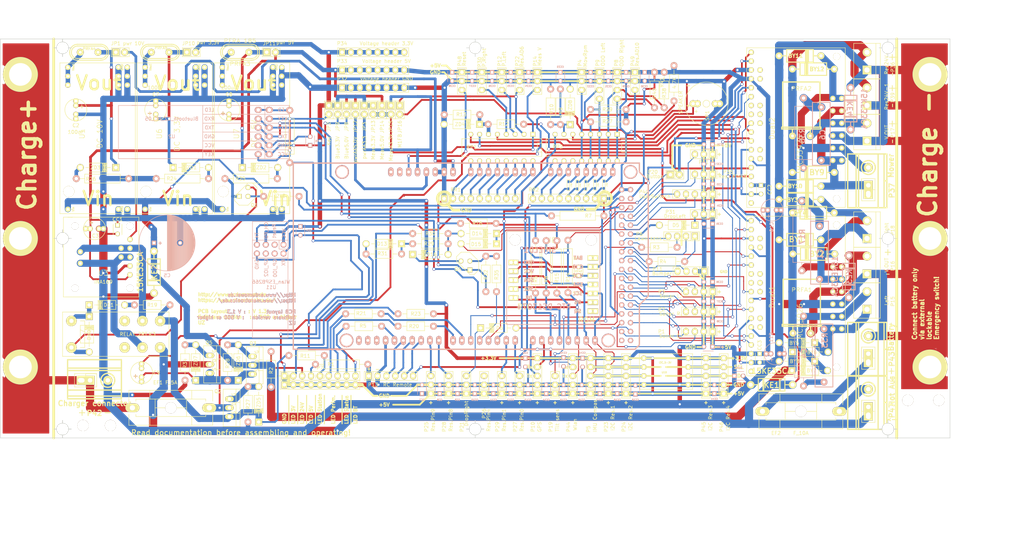
<source format=kicad_pcb>
(kicad_pcb (version 4) (host pcbnew "(2015-07-04 BZR 5884, Git c1bbf3e)-product")
  (title_block (title "Ardumower VCN PCB ") (date "23 Dez 2014") (rev 0,05))
  (layers (0 F.Cu signal) (31 B.Cu signal) (34 B.Paste user) (35 F.Paste user) (36 B.SilkS user) (37 F.SilkS user) (38 B.Mask user) (39 F.Mask user) (44 Edge.Cuts user))
  (net 0 "")
  (net 1 GND)
  (net 2 pinMotorLeftDir)
  (net 3 pinMotorLeftPWM)
  (net 4 pinMotorLeftFault)
  (net 5 pinMotorLeftSense)
  (net 6 pinMotorEnable)
  (net 7 pinMotorRightDir)
  (net 8 pinMotorRightPWM)
  (net 9 pinMotorRightFault)
  (net 10 pinMotorRightSense)
  (net 11 pinMotorMowEnable)
  (net 12 pinMotorMowDir)
  (net 13 pinMotorMowPWM)
  (net 14 pinMotorMowFault)
  (net 15 pinMotorMowSense)
  (net 16 "Net-(C2-Pad1)")
  (net 17 pinTilt)
  (net 18 pinButton)
  (net 19 pinSonarCenterTrigger)
  (net 20 pinSonarCenterEcho)
  (net 21 pinSonarRightTrigger)
  (net 22 pinSonarRightEcho)
  (net 23 pinSonarLeftTrigger)
  (net 24 pinSonarLeftEcho)
  (net 25 pinLawnBackRecv)
  (net 26 pinLawnFrontRecv)
  (net 27 LedPin-5v)
  (net 28 LedPin-24v)
  (net 29 Led-Status)
  (net 30 pinOdometryRight)
  (net 31 pinOdometryRight2)
  (net 32 pinOdometryLeft)
  (net 33 pinOdometryLeft2)
  (net 34 GPS_RX)
  (net 35 GPS_TX)
  (net 36 pinBumperRight)
  (net 37 pinBumperLeft)
  (net 38 pinPerimeterLeft)
  (net 39 pinRemoteMow)
  (net 40 pinRemoteSteer)
  (net 41 pinRemoteSpeed)
  (net 42 pinRemoteSwitch)
  (net 43 pinUserSwitch1)
  (net 44 pinUserSwitch2)
  (net 45 pinUserSwitch3)
  (net 46 +24V)
  (net 47 pinLawnBackSend)
  (net 48 pinLawnFrontSend)
  (net 49 "Net-(R5-Pad1)")
  (net 50 TX2)
  (net 51 pinChargeVoltage)
  (net 52 pinChargingEnable)
  (net 53 pinBatteryVoltage)
  (net 54 pinChargeCurrent)
  (net 55 pinBuzzer)
  (net 56 Power)
  (net 57 DropLeft)
  (net 58 DropRight)
  (net 59 DuoLED-Rot)
  (net 60 RX1)
  (net 61 pinPerimeterRight)
  (net 62 "Net-(Q1-PadB)")
  (net 63 TX1)
  (net 64 "Net-(R20-Pad1)")
  (net 65 "Net-(R21-Pad1)")
  (net 66 pinRain)
  (net 67 "Net-(P6-Pad3)")
  (net 68 "Net-(P6-Pad1)")
  (net 69 DuoLED_Grün)
  (net 70 StationLed)
  (net 71 Power5)
  (net 72 "Net-(C7-Pad1)")
  (net 73 "Net-(C8-Pad1)")
  (net 74 "Net-(JP12-Pad2)")
  (net 75 ReservePin9)
  (net 76 ReservePin0)
  (net 77 ReservePin8)
  (net 78 ReservePin1)
  (net 79 ReserveAD6)
  (net 80 LedPin-3V)
  (net 81 RX2)
  (net 82 PowerA3,3)
  (net 83 "Net-(R6-Pad2)")
  (net 84 "Net-(EF2-Pad2)")
  (net 85 "Net-(D10-Pad1)")
  (net 86 "Net-(D10-Pad2)")
  (net 87 "Net-(R24-Pad1)")
  (net 88 "Net-(R25-Pad1)")
  (net 89 "Net-(R26-Pad1)")
  (net 90 "Net-(D5-Pad2)")
  (net 91 "Net-(D6-Pad2)")
  (net 92 "Net-(P45-Pad3)")
  (net 93 "Net-(P45-Pad4)")
  (net 94 "Net-(RP1-Pad9)")
  (net 95 "Net-(RP1-Pad10)")
  (net 96 "Net-(RP1-Pad11)")
  (net 97 "Net-(RP1-Pad13)")
  (net 98 "Net-(RP1-Pad14)")
  (net 99 "Net-(RP1-Pad15)")
  (net 100 "Net-(RP1-Pad16)")
  (net 101 "Net-(RP2-Pad9)")
  (net 102 "Net-(RP2-Pad10)")
  (net 103 "Net-(RP2-Pad11)")
  (net 104 "Voltage measurement")
  (net 105 "Net-(Dual2-Pad9)")
  (net 106 "Net-(P44-Pad4)")
  (net 107 "Net-(LP32-Pad2)")
  (net 108 "Net-(LP33-Pad2)")
  (net 109 "Net-(LP34-Pad2)")
  (net 110 "Net-(LP35-Pad2)")
  (net 111 Charg_Pin)
  (net 112 "Net-(RP1-Pad12)")
  (net 113 "Net-(LP36-Pad2)")
  (net 114 ReservePin49)
  (net 115 /Motortreiber/Dual1_Ms_Rechts/MotorRechtsA)
  (net 116 /Motortreiber/Dual1_Ms_Rechts/MotorRechtsB)
  (net 117 /Motortreiber/Dual1_Ms_Links/MotorLinksA)
  (net 118 /Motortreiber/Dual1_Ms_Links/MotorLinksB)
  (net 119 /Motortreiber/Dual2_Ms_Mower/MotorMowerA)
  (net 120 /Motortreiber/Dual2_Ms_Mower/MotorMowerB)
  (net 121 "Net-(C1-Pad2)")
  (net 122 "Net-(C4-Pad2)")
  (net 123 "Net-(C6-Pad2)")
  (net 124 "Net-(C9-Pad2)")
  (net 125 "/UnterSpannungsSchutz/Batterieeingang 24V")
  (net 126 "Net-(D11-Pad1)")
  (net 127 "Net-(D13-Pad2)")
  (net 128 "Net-(D14-Pad1)")
  (net 129 "Net-(D14-Pad2)")
  (net 130 "Net-(D16-Pad2)")
  (net 131 /Motortreiber/Dual1_Vin/Dual1_Vin)
  (net 132 /Motortreiber/Dual2_Vin/Dual2_Vin)
  (net 133 "Net-(EF2-Pad1)")
  (net 134 +3V3)
  (net 135 "Net-(K3-Pad5)")
  (net 136 "Net-(K3-Pad12)")
  (net 137 /Ladespannung/Ladespannung)
  (net 138 pinMotorMowRpm)
  (net 139 "Net-(Q2-PadG)")
  (net 140 "Net-(Q3-PadG)")
  (net 141 "Net-(Q4-PadB)")
  (net 142 "Net-(Q5-PadG)")
  (net 143 pinUndervoltageSwitch)
  (net 144 /Batteriespannung/Batteriespannung)
  (net 145 /Verpols.L/Verpols.L.aus)
  (net 146 "Net-(JP2-Pad2)")
  (net 147 "Net-(R22-Pad1)")
  (net 148 Reset)
  (net 149 ReserveAD10)
  (net 150 "Net-(PRFA3-Pad2)")
  (net 151 "Net-(PRFA4-Pad2)")
  (net 152 "Net-(PRFA5-Pad2)")
  (net 153 "Net-(B1-Pad1)")
  (net 154 "Net-(B2-Pad1)")
  (net 155 "Net-(B3-Pad1)")
  (net 156 "Net-(B4-Pad1)")
  (net 157 "Net-(B5-Pad1)")
  (net 158 "Net-(B6-Pad1)")
  (net 159 "Net-(B7-Pad1)")
  (net 160 "Net-(B8-Pad1)")
  (net 161 "Net-(B15-Pad1)")
  (net 162 "Net-(B16-Pad1)")
  (net 163 "Net-(B17-Pad1)")
  (net 164 "Net-(B18-Pad1)")
  (net 165 "Net-(Dual1-Pad1)")
  (net 166 "Net-(Dual1-Pad11)")
  (net 167 "Net-(Dual1-Pad12)")
  (net 168 "Net-(Dual2-Pad1)")
  (net 169 "Net-(Dual2-Pad11)")
  (net 170 "Net-(Dual2-Pad12)")
  (net 171 "Net-(K3-Pad3)")
  (net 172 "Net-(K3-Pad14)")
  (net 173 pinBatterySwitch)
  (net 174 "Net-(SHIELD1-PadAREF)")
  (net 175 "Net-(SHIELD1-Pad5V_4)")
  (net 176 "Net-(SHIELD1-Pad5V_5)")
  (net 177 "Net-(SHIELD1-PadSDA1)")
  (net 178 "Net-(SHIELD1-PadSCL1)")
  (net 179 "Net-(SHIELD1-PadIORE)")
  (net 180 "Net-(SHIELD1-PadFREI)")
  (net 181 "Net-(U11-PadRese)")
  (net 182 "Net-(U11-PadGP_0)")
  (net 183 "Net-(U11-PadGP_2)")
  (net 184 "Net-(U8-PadDS)")
  (net 185 "Net-(U8-PadSQ)")
  (net 186 "Net-(U8-PadBat)")
  (net 187 SCL2)
  (net 188 "Net-(CC45-Pad1)")
  (net 189 Led-BT)
  (net 190 SDA1)
  (module ACS712:I2C_5-3V (layer F.Cu) (at 203.2 125.73)
    (fp_text reference U10 (at -0.508 0.254) (layer F.SilkS) (effects (font (size 0.5 0.5) (thickness 0.125))))
    (fp_text value I2C_5-3V (at -0.254 -2.54) (layer F.SilkS) (effects (font (size 0.5 0.5) (thickness 0.125))))
    (pad 3 thru_hole circle (at -6.35 1.27) (size 1.524 1.524) (drill 0.762) (layers *.Cu *.Mask F.SilkS) (net 190 SDA1))
    (pad 2 thru_hole circle (at -6.35 -1.27) (size 1.524 1.524) (drill 0.762) (layers *.Cu *.Mask F.SilkS) (net 187 SCL2))
    (pad 1 thru_hole circle (at -6.35 -3.81) (size 1.524 1.524) (drill 0.762) (layers *.Cu *.Mask F.SilkS) (net 71 Power5))
    (pad 4 thru_hole circle (at -6.35 3.81) (size 1.524 1.524) (drill 0.762) (layers *.Cu *.Mask F.SilkS) (net 1 GND))
    (pad 5 thru_hole circle (at 6.35 -3.81) (size 1.524 1.524) (drill 0.762) (layers *.Cu *.Mask F.SilkS) (net 134 +3V3))
    (pad 6 thru_hole circle (at 6.35 -1.27) (size 1.524 1.524) (drill 0.762) (layers *.Cu *.Mask F.SilkS) (net 93 "Net-(P45-Pad4)"))
    (pad 7 thru_hole circle (at 6.35 1.27) (size 1.524 1.524) (drill 0.762) (layers *.Cu *.Mask F.SilkS) (net 92 "Net-(P45-Pad3)"))
    (pad 8 thru_hole circle (at 6.35 3.81) (size 1.524 1.524) (drill 0.762) (layers *.Cu *.Mask F.SilkS) (net 1 GND))
  )
  (module ACS712:Bohrloch_3,2mm (layer F.Cu) (at 30.48 33.02)
    (fp_text reference B1 hide)
    (fp_text value Bohrloch_3,2mm hide)
    (pad 1 thru_hole circle (at 0 0) (size 3.2 3.2) (drill 3.2) (layers *.Cu *.Mask F.SilkS) (net 153 "Net-(B1-Pad1)"))
  )
  (module ACS712:Bohrloch_3,2mm (layer F.Cu) (at 30.48 87.63)
    (fp_text reference B2 hide)
    (fp_text value Bohrloch_3,2mm hide)
    (pad 1 thru_hole circle (at 0 0) (size 3.2 3.2) (drill 3.2) (layers *.Cu *.Mask F.SilkS) (net 154 "Net-(B2-Pad1)"))
  )
  (module ACS712:Bohrloch_3,2mm (layer F.Cu) (at 30.48 142.24)
    (fp_text reference B3 hide)
    (fp_text value Bohrloch_3,2mm hide)
    (pad 1 thru_hole circle (at 0 0) (size 3.2 3.2) (drill 3.2) (layers *.Cu *.Mask F.SilkS) (net 155 "Net-(B3-Pad1)"))
  )
  (module ACS712:Bohrloch_3,2mm (layer F.Cu) (at 148.59 33.02)
    (fp_text reference B4 hide)
    (fp_text value Bohrloch_3,2mm hide)
    (pad 1 thru_hole circle (at 0 0) (size 3.2 3.2) (drill 3.2) (layers *.Cu *.Mask F.SilkS) (net 156 "Net-(B4-Pad1)"))
  )
  (module ACS712:Bohrloch_3,2mm (layer F.Cu) (at 148.59 142.24)
    (fp_text reference B5 hide)
    (fp_text value Bohrloch_3,2mm hide)
    (pad 1 thru_hole circle (at 0 0) (size 3.2 3.2) (drill 3.2) (layers *.Cu *.Mask F.SilkS) (net 157 "Net-(B5-Pad1)"))
  )
  (module ACS712:Bohrloch_3,2mm (layer F.Cu) (at 266.7 33.02)
    (fp_text reference B6 hide)
    (fp_text value Bohrloch_3,2mm hide)
    (pad 1 thru_hole circle (at 0 0) (size 3.2 3.2) (drill 3.2) (layers *.Cu *.Mask F.SilkS) (net 158 "Net-(B6-Pad1)"))
  )
  (module ACS712:Bohrloch_3,2mm (layer F.Cu) (at 266.7 87.63)
    (fp_text reference B7 hide)
    (fp_text value Bohrloch_3,2mm hide)
    (pad 1 thru_hole circle (at 0 0) (size 3.2 3.2) (drill 3.2) (layers *.Cu *.Mask F.SilkS) (net 159 "Net-(B7-Pad1)"))
  )
  (module ACS712:Bohrloch_3,2mm (layer F.Cu) (at 266.7 142.24)
    (fp_text reference B8 hide)
    (fp_text value Bohrloch_3,2mm hide)
    (pad 1 thru_hole circle (at 0 0) (size 3.2 3.2) (drill 3.2) (layers *.Cu *.Mask F.SilkS) (net 160 "Net-(B8-Pad1)"))
  )
  (module ACS712:INA169 (layer F.Cu) (at 42.164 92.964 90)
    (fp_text reference U3 (at -4.572 0 360) (layer F.SilkS) (effects (font (size 1.5 1.5))))
    (fp_text value INA169 (at -7.112 0 360) (layer F.SilkS))
    (pad 2 thru_hole circle (at -2.54 7.62 90) (size 1.524 1.524) (drill 0.762) (layers *.Cu *.Mask F.SilkS) (net 1 GND))
    (pad 1 thru_hole circle (at -5.08 7.62 90) (size 1.524 1.524) (drill 0.762) (layers *.Cu *.Mask F.SilkS) (net 71 Power5))
    (pad 3 thru_hole circle (at 5.08 7.62 90) (size 1.524 1.524) (drill 0.762) (layers *.Cu *.Mask F.SilkS) (net 54 pinChargeCurrent))
    (pad 5 thru_hole circle (at -1.778 -6.604 90) (size 1.524 1.524) (drill 0.762) (layers *.Cu *.Mask F.SilkS) (net 135 "Net-(K3-Pad5)"))
    (pad 4 thru_hole circle (at 1.524 -6.604 90) (size 1.524 1.524) (drill 0.762) (layers *.Cu *.Mask F.SilkS) (net 136 "Net-(K3-Pad12)"))
    (pad "" thru_hole circle (at -8.89 7.62 90) (size 2 2) (drill 2) (layers *.Cu *.Mask F.SilkS))
    (pad "" thru_hole circle (at 8.89 7.62 90) (size 2 2) (drill 2) (layers *.Cu *.Mask F.SilkS))
    (pad "" thru_hole circle (at -8.89 -8.128 90) (size 2 2) (drill 2) (layers *.Cu *.Mask F.SilkS))
    (pad "" thru_hole circle (at 8.89 -8.128 90) (size 2 2) (drill 2) (layers *.Cu *.Mask F.SilkS))
    (pad 4 thru_hole circle (at 2.54 7.62 90) (size 1.524 1.524) (drill 0.762) (layers *.Cu *.Mask F.SilkS) (net 136 "Net-(K3-Pad12)"))
    (pad 5 thru_hole circle (at 0 7.62 90) (size 1.524 1.524) (drill 0.762) (layers *.Cu *.Mask F.SilkS) (net 135 "Net-(K3-Pad5)"))
    (pad 5 thru_hole circle (at 0 5.08 90) (size 1.524 1.524) (drill 0.762) (layers *.Cu *.Mask F.SilkS) (net 135 "Net-(K3-Pad5)"))
    (pad 4 thru_hole circle (at 2.54 5.08 90) (size 1.524 1.524) (drill 0.762) (layers *.Cu *.Mask F.SilkS) (net 136 "Net-(K3-Pad12)"))
  )
  (module ACS712:Lötpad0,508_CU (layer F.Cu) (at 177.8 72.39 270)
    (fp_text reference LP32 (at 0 -0.889 270) (layer F.SilkS) (effects (font (size 0.3 0.3) (thickness 0.075))))
    (fp_text value Lötpad hide)
    (pad 1 smd rect (at -1.016 0 270) (size 0.762 0.508) (layers B.Cu F.Paste F.Mask) (net 32 pinOdometryLeft))
    (pad 2 smd rect (at 1.016 0 270) (size 0.762 0.508) (layers B.Cu F.Paste F.Mask) (net 107 "Net-(LP32-Pad2)"))
  )
  (module ACS712:Lötpad0,508_CU (layer F.Cu) (at 180.213 72.39 270)
    (fp_text reference LP33 (at 0 -0.889 270) (layer F.SilkS) (effects (font (size 0.3 0.3) (thickness 0.075))))
    (fp_text value Lötpad hide)
    (pad 1 smd rect (at -1.016 0 270) (size 0.762 0.508) (layers B.Cu F.Paste F.Mask) (net 33 pinOdometryLeft2))
    (pad 2 smd rect (at 1.016 0 270) (size 0.762 0.508) (layers B.Cu F.Paste F.Mask) (net 108 "Net-(LP33-Pad2)"))
  )
  (module ACS712:Lötpad0,508_CU (layer F.Cu) (at 182.88 72.263 270)
    (fp_text reference LP34 (at 0 -0.889 270) (layer F.SilkS) (effects (font (size 0.3 0.3) (thickness 0.075))))
    (fp_text value Lötpad hide)
    (pad 1 smd rect (at -1.016 0 270) (size 0.762 0.508) (layers B.Cu F.Paste F.Mask) (net 30 pinOdometryRight))
    (pad 2 smd rect (at 1.016 0 270) (size 0.762 0.508) (layers B.Cu F.Paste F.Mask) (net 109 "Net-(LP34-Pad2)"))
  )
  (module ACS712:Lötpad0,508_CU (layer F.Cu) (at 185.42 72.263 270)
    (fp_text reference LP35 (at 0 -0.889 270) (layer F.SilkS) (effects (font (size 0.3 0.3) (thickness 0.075))))
    (fp_text value Lötpad hide)
    (pad 1 smd rect (at -1.016 0 270) (size 0.762 0.508) (layers B.Cu F.Paste F.Mask) (net 31 pinOdometryRight2))
    (pad 2 smd rect (at 1.016 0 270) (size 0.762 0.508) (layers B.Cu F.Paste F.Mask) (net 110 "Net-(LP35-Pad2)"))
  )
  (module ACS712:Bohrloch_6,5mm (layer F.Cu) (at 18.415 40.64)
    (fp_text reference B9 hide)
    (fp_text value Bohrloch_6,5mm hide)
    (pad 1 thru_hole circle (at 0 0) (size 10 10) (drill 6.5) (layers *.Cu *.Mask F.SilkS) (net 111 Charg_Pin))
  )
  (module ACS712:Bohrloch_6,5mm (layer F.Cu) (at 18.415 87.63)
    (fp_text reference B10 hide)
    (fp_text value Bohrloch_6,5mm hide)
    (pad 1 thru_hole circle (at 0 0) (size 10 10) (drill 6.5) (layers *.Cu *.Mask F.SilkS) (net 111 Charg_Pin))
  )
  (module ACS712:Bohrloch_6,5mm (layer F.Cu) (at 18.415 124.46)
    (fp_text reference B11 hide)
    (fp_text value Bohrloch_6,5mm hide)
    (pad 1 thru_hole circle (at 0 0) (size 10 10) (drill 6.5) (layers *.Cu *.Mask F.SilkS) (net 111 Charg_Pin))
  )
  (module ACS712:Bohrloch_6,5mm (layer F.Cu) (at 278.765 40.64)
    (fp_text reference B12 hide)
    (fp_text value Bohrloch_6,5mm hide)
    (pad 1 thru_hole circle (at 0 0) (size 10 10) (drill 6.5) (layers *.Cu *.Mask F.SilkS) (net 1 GND))
  )
  (module ACS712:Bohrloch_6,5mm (layer F.Cu) (at 305.435 66.04)
    (fp_text reference B13 hide)
    (fp_text value Bohrloch_6,5mm hide)
    (pad 1 thru_hole circle (at -26.67 21.59) (size 10 10) (drill 6.5) (layers *.Cu *.Mask F.SilkS) (net 1 GND))
  )
  (module ACS712:Bohrloch_6,5mm (layer F.Cu) (at 278.765 124.46)
    (fp_text reference B14 hide)
    (fp_text value Bohrloch_6,5mm hide)
    (pad 1 thru_hole circle (at 0 0) (size 10 10) (drill 6.5) (layers *.Cu *.Mask F.SilkS) (net 1 GND))
  )
  (module ACS712:DC_DC_DSN2596_mit_Bohrloch_doppelte_Lochreihe (layer F.Cu) (at 51.308 80.518 90)
    (fp_text reference U1 (at 22.86 -15.24 90) (layer F.SilkS) (effects (font (size 1.5 1.5))))
    (fp_text value "DC 10V" (at 22.86 -10.16 90) (layer F.SilkS) (effects (font (size 1.5 1.5))))
    (fp_text user Vout (at 41.91 -17.78 90) (layer F.SilkS) (effects (font (size 0.6 0.6))))
    (fp_text user Vin (at 1.27 -17.78 90) (layer F.SilkS) (effects (font (size 0.6 0.6))))
    (fp_text user GND (at 1.27 -3.81 90) (layer F.SilkS) (effects (font (size 0.6 0.6))))
    (fp_text user GND (at 41.91 -3.81 90) (layer F.SilkS) (effects (font (size 0.6 0.6))))
    (pad 2 thru_hole circle (at 41.91 -19.304 90) (size 1.524 1.524) (drill 0.762) (layers *.Cu *.Mask F.SilkS) (net 151 "Net-(PRFA4-Pad2)"))
    (pad 1 thru_hole circle (at 41.91 -2.286 90) (size 1.524 1.524) (drill 0.762) (layers *.Cu *.Mask F.SilkS) (net 1 GND))
    (pad 4 thru_hole circle (at 1.27 -2.286 90) (size 1.524 1.524) (drill 0.762) (layers *.Cu *.Mask F.SilkS) (net 1 GND))
    (pad 3 thru_hole circle (at 1.27 -19.304 90) (size 1.524 1.524) (drill 0.762) (layers *.Cu *.Mask F.SilkS) (net 46 +24V))
    (pad ~ thru_hole circle (at 6.34 -19.04 90) (size 3.1 3.1) (drill 3.1) (layers *.Cu *.Mask F.SilkS))
    (pad 2 thru_hole circle (at 39.37 -19.304 90) (size 1.524 1.524) (drill 0.762) (layers *.Cu *.Mask F.SilkS) (net 151 "Net-(PRFA4-Pad2)"))
    (pad 2 thru_hole circle (at 36.83 -19.304 90) (size 1.524 1.524) (drill 0.762) (layers *.Cu *.Mask F.SilkS) (net 151 "Net-(PRFA4-Pad2)"))
    (pad 1 thru_hole circle (at 39.37 -2.286 90) (size 1.524 1.524) (drill 0.762) (layers *.Cu *.Mask F.SilkS) (net 1 GND))
    (pad 1 thru_hole circle (at 36.83 -2.286 90) (size 1.524 1.524) (drill 0.762) (layers *.Cu *.Mask F.SilkS) (net 1 GND))
    (pad 1 thru_hole circle (at 39.37 -4.826 90) (size 1.524 1.524) (drill 0.762) (layers *.Cu *.Mask F.SilkS) (net 1 GND))
    (pad 1 thru_hole circle (at 41.91 -4.826 90) (size 1.524 1.524) (drill 0.762) (layers *.Cu *.Mask F.SilkS) (net 1 GND))
    (pad 1 thru_hole circle (at 36.83 -4.826 90) (size 1.524 1.524) (drill 0.762) (layers *.Cu *.Mask F.SilkS) (net 1 GND))
    (pad 4 thru_hole circle (at 1.27 -4.826 90) (size 1.524 1.524) (drill 0.762) (layers *.Cu *.Mask F.SilkS) (net 1 GND))
  )
  (module ACS712:DC_DC_DSN2596_mit_Bohrloch_doppelte_Lochreihe (layer F.Cu) (at 73.406 80.518 90)
    (fp_text reference U6 (at 22.86 -15.24 90) (layer F.SilkS) (effects (font (size 1.5 1.5))))
    (fp_text value "DC  3,3V" (at 22.86 -10.16 90) (layer F.SilkS) (effects (font (size 1.5 1.5))))
    (fp_text user Vout (at 41.91 -17.78 90) (layer F.SilkS) (effects (font (size 0.6 0.6))))
    (fp_text user Vin (at 1.27 -17.78 90) (layer F.SilkS) (effects (font (size 0.6 0.6))))
    (fp_text user GND (at 1.27 -3.81 90) (layer F.SilkS) (effects (font (size 0.6 0.6))))
    (fp_text user GND (at 41.91 -3.81 90) (layer F.SilkS) (effects (font (size 0.6 0.6))))
    (pad 2 thru_hole circle (at 41.91 -19.304 90) (size 1.524 1.524) (drill 0.762) (layers *.Cu *.Mask F.SilkS) (net 152 "Net-(PRFA5-Pad2)"))
    (pad 1 thru_hole circle (at 41.91 -2.286 90) (size 1.524 1.524) (drill 0.762) (layers *.Cu *.Mask F.SilkS) (net 1 GND))
    (pad 4 thru_hole circle (at 1.27 -2.286 90) (size 1.524 1.524) (drill 0.762) (layers *.Cu *.Mask F.SilkS) (net 1 GND))
    (pad 3 thru_hole circle (at 1.27 -19.304 90) (size 1.524 1.524) (drill 0.762) (layers *.Cu *.Mask F.SilkS) (net 46 +24V))
    (pad ~ thru_hole circle (at 6.34 -19.04 90) (size 3.1 3.1) (drill 3.1) (layers *.Cu *.Mask F.SilkS))
    (pad 2 thru_hole circle (at 39.37 -19.304 90) (size 1.524 1.524) (drill 0.762) (layers *.Cu *.Mask F.SilkS) (net 152 "Net-(PRFA5-Pad2)"))
    (pad 2 thru_hole circle (at 36.83 -19.304 90) (size 1.524 1.524) (drill 0.762) (layers *.Cu *.Mask F.SilkS) (net 152 "Net-(PRFA5-Pad2)"))
    (pad 1 thru_hole circle (at 39.37 -2.286 90) (size 1.524 1.524) (drill 0.762) (layers *.Cu *.Mask F.SilkS) (net 1 GND))
    (pad 1 thru_hole circle (at 36.83 -2.286 90) (size 1.524 1.524) (drill 0.762) (layers *.Cu *.Mask F.SilkS) (net 1 GND))
    (pad 1 thru_hole circle (at 39.37 -4.826 90) (size 1.524 1.524) (drill 0.762) (layers *.Cu *.Mask F.SilkS) (net 1 GND))
    (pad 1 thru_hole circle (at 41.91 -4.826 90) (size 1.524 1.524) (drill 0.762) (layers *.Cu *.Mask F.SilkS) (net 1 GND))
    (pad 1 thru_hole circle (at 36.83 -4.826 90) (size 1.524 1.524) (drill 0.762) (layers *.Cu *.Mask F.SilkS) (net 1 GND))
    (pad 4 thru_hole circle (at 1.27 -4.826 90) (size 1.524 1.524) (drill 0.762) (layers *.Cu *.Mask F.SilkS) (net 1 GND))
  )
  (module ACS712:DC_DC_DSN2596_mit_Bohrloch_doppelte_Lochreihe (layer F.Cu) (at 95.504 80.518 90)
    (fp_text reference U7 (at 22.86 -15.24 90) (layer F.SilkS) (effects (font (size 1.5 1.5))))
    (fp_text value "DC  5V" (at 22.86 -10.16 90) (layer F.SilkS) (effects (font (size 1.5 1.5))))
    (fp_text user Vout (at 41.91 -17.78 90) (layer F.SilkS) (effects (font (size 0.6 0.6))))
    (fp_text user Vin (at 1.27 -17.78 90) (layer F.SilkS) (effects (font (size 0.6 0.6))))
    (fp_text user GND (at 1.27 -3.81 90) (layer F.SilkS) (effects (font (size 0.6 0.6))))
    (fp_text user GND (at 41.91 -3.81 90) (layer F.SilkS) (effects (font (size 0.6 0.6))))
    (pad 2 thru_hole circle (at 41.91 -19.304 90) (size 1.524 1.524) (drill 0.762) (layers *.Cu *.Mask F.SilkS) (net 150 "Net-(PRFA3-Pad2)"))
    (pad 1 thru_hole circle (at 41.91 -2.286 90) (size 1.524 1.524) (drill 0.762) (layers *.Cu *.Mask F.SilkS) (net 1 GND))
    (pad 4 thru_hole circle (at 1.27 -2.286 90) (size 1.524 1.524) (drill 0.762) (layers *.Cu *.Mask F.SilkS) (net 1 GND))
    (pad 3 thru_hole circle (at 1.27 -19.304 90) (size 1.524 1.524) (drill 0.762) (layers *.Cu *.Mask F.SilkS) (net 46 +24V))
    (pad ~ thru_hole circle (at 6.34 -19.04 90) (size 3.1 3.1) (drill 3.1) (layers *.Cu *.Mask F.SilkS))
    (pad 2 thru_hole circle (at 39.37 -19.304 90) (size 1.524 1.524) (drill 0.762) (layers *.Cu *.Mask F.SilkS) (net 150 "Net-(PRFA3-Pad2)"))
    (pad 2 thru_hole circle (at 36.83 -19.304 90) (size 1.524 1.524) (drill 0.762) (layers *.Cu *.Mask F.SilkS) (net 150 "Net-(PRFA3-Pad2)"))
    (pad 1 thru_hole circle (at 39.37 -2.286 90) (size 1.524 1.524) (drill 0.762) (layers *.Cu *.Mask F.SilkS) (net 1 GND))
    (pad 1 thru_hole circle (at 36.83 -2.286 90) (size 1.524 1.524) (drill 0.762) (layers *.Cu *.Mask F.SilkS) (net 1 GND))
    (pad 1 thru_hole circle (at 39.37 -4.826 90) (size 1.524 1.524) (drill 0.762) (layers *.Cu *.Mask F.SilkS) (net 1 GND))
    (pad 1 thru_hole circle (at 41.91 -4.826 90) (size 1.524 1.524) (drill 0.762) (layers *.Cu *.Mask F.SilkS) (net 1 GND))
    (pad 1 thru_hole circle (at 36.83 -4.826 90) (size 1.524 1.524) (drill 0.762) (layers *.Cu *.Mask F.SilkS) (net 1 GND))
    (pad 4 thru_hole circle (at 1.27 -4.826 90) (size 1.524 1.524) (drill 0.762) (layers *.Cu *.Mask F.SilkS) (net 1 GND))
  )
  (module ACS712:Bohrloch_3,2mm (layer F.Cu) (at 36.322 141.224)
    (fp_text reference B15 hide)
    (fp_text value Bohrloch_3,2mm hide)
    (pad 1 thru_hole circle (at 0 0) (size 3.2 3.2) (drill 3.2) (layers *.Cu *.Mask F.SilkS) (net 161 "Net-(B15-Pad1)"))
  )
  (module ACS712:Bohrloch_3,2mm (layer F.Cu) (at 44.196 141.224)
    (fp_text reference B16 hide)
    (fp_text value Bohrloch_3,2mm hide)
    (pad 1 thru_hole circle (at 0 0) (size 3.2 3.2) (drill 3.2) (layers *.Cu *.Mask F.SilkS) (net 162 "Net-(B16-Pad1)"))
  )
  (module ACS712:Bohrloch_3,2mm (layer F.Cu) (at 272.415 133.985)
    (fp_text reference B17 hide)
    (fp_text value Bohrloch_3,2mm hide)
    (pad 1 thru_hole circle (at 0 0) (size 3.2 3.2) (drill 3.2) (layers *.Cu *.Mask F.SilkS) (net 163 "Net-(B17-Pad1)"))
  )
  (module ACS712:Bohrloch_3,2mm (layer F.Cu) (at 281.305 133.985)
    (fp_text reference B18 hide)
    (fp_text value Bohrloch_3,2mm hide)
    (pad 1 thru_hole circle (at 0 0) (size 3.2 3.2) (drill 3.2) (layers *.Cu *.Mask F.SilkS) (net 164 "Net-(B18-Pad1)"))
  )
  (module ACS712:Lötpad0,508_CU (layer F.Cu) (at 175.26 72.39 270)
    (fp_text reference LP36 (at 0 -0.889 270) (layer F.SilkS) (effects (font (size 0.3 0.3) (thickness 0.075))))
    (fp_text value Lötpad hide)
    (pad 1 smd rect (at -1.016 0 270) (size 0.762 0.508) (layers B.Cu F.Paste F.Mask) (net 138 pinMotorMowRpm))
    (pad 2 smd rect (at 1.016 0 270) (size 0.762 0.508) (layers B.Cu F.Paste F.Mask) (net 113 "Net-(LP36-Pad2)"))
  )
  (module Transistors_TO-220:TO-220_FET-GDS_Vertical (layer F.Cu) (at 84.836 123.952 270)
    (fp_text reference Q3 (at -6.223 -0.127 360) (layer F.SilkS))
    (fp_text value IRF9540N hide)
    (fp_text user S (at 1.397 -1.27 270) (layer F.SilkS))
    (fp_text user D (at -1.143 -1.27 270) (layer F.SilkS))
    (fp_text user G (at -3.81 -1.27 270) (layer F.SilkS))
    (pad D thru_hole oval (at 0 0) (size 2.49936 1.50114) (drill 1.00076) (layers *.Cu *.Mask F.SilkS) (net 46 +24V))
    (pad G thru_hole oval (at -2.54 0) (size 2.49936 1.50114) (drill 1.00076) (layers *.Cu *.Mask F.SilkS) (net 140 "Net-(Q3-PadG)"))
    (pad S thru_hole oval (at 2.54 0) (size 2.49936 1.50114) (drill 1.00076) (layers *.Cu *.Mask F.SilkS) (net 125 "/UnterSpannungsSchutz/Batterieeingang 24V"))
  )
  (module Transistors_TO-220:TO-220_FET-GDS_Vertical (layer F.Cu) (at 72.644 123.698 270)
    (fp_text reference Q5 (at -6.223 0.254 360) (layer F.SilkS))
    (fp_text value IRF9530N hide)
    (fp_text user S (at 1.397 -1.27 270) (layer F.SilkS))
    (fp_text user D (at -1.143 -1.27 270) (layer F.SilkS))
    (fp_text user G (at -3.81 -1.27 270) (layer F.SilkS))
    (pad D thru_hole oval (at 0 0) (size 2.49936 1.50114) (drill 1.00076) (layers *.Cu *.Mask F.SilkS) (net 144 /Batteriespannung/Batteriespannung))
    (pad G thru_hole oval (at -2.54 0) (size 2.49936 1.50114) (drill 1.00076) (layers *.Cu *.Mask F.SilkS) (net 142 "Net-(Q5-PadG)"))
    (pad S thru_hole oval (at 2.54 0) (size 2.49936 1.50114) (drill 1.00076) (layers *.Cu *.Mask F.SilkS) (net 125 "/UnterSpannungsSchutz/Batterieeingang 24V"))
  )
  (module Resistors_ThroughHole:Resistor_Horizontal_RM20mm (layer B.Cu) (at 242.062 86.868 270)
    (fp_text reference R17 (at 0.254 -0.127 270) (layer B.SilkS) (effects (font (thickness 0.3048)) (justify mirror)))
    (fp_text value "2W METALL 1,8" hide)
    (pad 1 thru_hole circle (at -10 0 270) (size 1.99898 1.99898) (drill 1.00076) (layers *.Cu *.SilkS *.Mask) (net 121 "Net-(C1-Pad2)"))
    (pad 2 thru_hole circle (at 10 0 270) (size 1.99898 1.99898) (drill 1.00076) (layers *.Cu *.SilkS *.Mask) (net 116 /Motortreiber/Dual1_Ms_Rechts/MotorRechtsB))
  )
  (module ACS712:Resistor_Horizontal_RM20mm (layer B.Cu) (at 242.57 119.888 90)
    (fp_text reference R33 (at 3.048 6.096 90) (layer B.SilkS) (effects (font (thickness 0.3)) (justify mirror)))
    (fp_text value "2W METALL 1,8" hide)
    (pad 1 thru_hole circle (at -10 0 90) (size 1.99898 1.99898) (drill 1.00076) (layers *.Cu *.SilkS *.Mask) (net 122 "Net-(C4-Pad2)"))
    (pad 2 thru_hole circle (at 10 0 90) (size 1.99898 1.99898) (drill 1.00076) (layers *.Cu *.SilkS *.Mask) (net 118 /Motortreiber/Dual1_Ms_Links/MotorLinksB))
  )
  (module ACS712:Resistor_Horizontal_RM20mm (layer B.Cu) (at 242.57 57.404 270)
    (fp_text reference R36 (at 0.762 0.381 270) (layer B.SilkS) (effects (font (thickness 0.3048)) (justify mirror)))
    (fp_text value "2W METALL 1,8" hide)
    (pad 1 thru_hole circle (at -10 0 270) (size 1.99898 1.99898) (drill 1.00076) (layers *.Cu *.SilkS *.Mask) (net 123 "Net-(C6-Pad2)"))
    (pad 2 thru_hole circle (at 10 0 270) (size 1.99898 1.99898) (drill 1.00076) (layers *.Cu *.SilkS *.Mask) (net 120 /Motortreiber/Dual2_Ms_Mower/MotorMowerB))
  )
  (module ACS712:Resistor_Horizontal_RM15mm (layer F.Cu) (at 110.363 123.698 180)
    (fp_text reference R1 (at 3.048 0 180) (layer F.SilkS))
    (fp_text value 220 hide)
    (pad 1 thru_hole circle (at -7.5 0 180) (size 1.99898 1.99898) (drill 1.00076) (layers *.Cu *.SilkS *.Mask) (net 71 Power5))
    (pad 2 thru_hole circle (at 7.5 0 180) (size 1.99898 1.99898) (drill 1.00076) (layers *.Cu *.SilkS *.Mask) (net 27 LedPin-5v))
  )
  (module ACS712:Resistor_Horizontal_RM15mm (layer F.Cu) (at 165.862 95.758 90)
    (fp_text reference R6 (at -3.556 0 90) (layer F.SilkS))
    (fp_text value 470R hide)
    (pad 1 thru_hole circle (at -7.5 0 90) (size 1.99898 1.99898) (drill 1.00076) (layers *.Cu *.SilkS *.Mask) (net 50 TX2))
    (pad 2 thru_hole circle (at 7.5 0 90) (size 1.99898 1.99898) (drill 1.00076) (layers *.Cu *.SilkS *.Mask) (net 83 "Net-(R6-Pad2)"))
  )
  (module ACS712:Resistor_Horizontal_RM15mm (layer F.Cu) (at 177.927 81.153)
    (fp_text reference R7 (at 3.048 0) (layer F.SilkS))
    (fp_text value 1K hide)
    (pad 1 thru_hole circle (at -7.5 0) (size 1.99898 1.99898) (drill 1.00076) (layers *.Cu *.SilkS *.Mask) (net 83 "Net-(R6-Pad2)"))
    (pad 2 thru_hole circle (at 7.5 0) (size 1.99898 1.99898) (drill 1.00076) (layers *.Cu *.SilkS *.Mask) (net 1 GND))
  )
  (module ACS712:Resistor_Horizontal_RM15mm (layer F.Cu) (at 168.91 95.758 90)
    (fp_text reference R8 (at -3.556 0 90) (layer F.SilkS))
    (fp_text value 1K hide)
    (pad 1 thru_hole circle (at -7.5 0 90) (size 1.99898 1.99898) (drill 1.00076) (layers *.Cu *.SilkS *.Mask) (net 81 RX2))
    (pad 2 thru_hole circle (at 7.5 0 90) (size 1.99898 1.99898) (drill 1.00076) (layers *.Cu *.SilkS *.Mask) (net 71 Power5))
  )
  (module ACS712:Resistor_Horizontal_RM15mm (layer F.Cu) (at 175.133 95.631 90)
    (fp_text reference R14 (at -3.175 0 90) (layer F.SilkS))
    (fp_text value 1K hide)
    (pad 1 thru_hole circle (at -7.5 0 90) (size 1.99898 1.99898) (drill 1.00076) (layers *.Cu *.SilkS *.Mask) (net 60 RX1))
    (pad 2 thru_hole circle (at 7.5 0 90) (size 1.99898 1.99898) (drill 1.00076) (layers *.Cu *.SilkS *.Mask) (net 71 Power5))
  )
  (module ACS712:Resistor_Horizontal_RM15mm (layer F.Cu) (at 171.958 95.758 90)
    (fp_text reference R15 (at -3.175 0 90) (layer F.SilkS))
    (fp_text value 470 hide)
    (pad 1 thru_hole circle (at -7.5 0 90) (size 1.99898 1.99898) (drill 1.00076) (layers *.Cu *.SilkS *.Mask) (net 63 TX1))
    (pad 2 thru_hole circle (at 7.5 0 90) (size 1.99898 1.99898) (drill 1.00076) (layers *.Cu *.SilkS *.Mask) (net 106 "Net-(P44-Pad4)"))
  )
  (module ACS712:Resistor_Horizontal_RM15mm (layer F.Cu) (at 95.504 58.42 270)
    (fp_text reference R22 (at 3.048 0 270) (layer F.SilkS))
    (fp_text value 120 hide)
    (pad 1 thru_hole circle (at -7.5 0 270) (size 1.99898 1.99898) (drill 1.00076) (layers *.Cu *.SilkS *.Mask) (net 147 "Net-(R22-Pad1)"))
    (pad 2 thru_hole circle (at 7.5 0 270) (size 1.99898 1.99898) (drill 1.00076) (layers *.Cu *.SilkS *.Mask) (net 189 Led-BT))
  )
  (module ACS712:Resistor_Horizontal_RM15mm (layer F.Cu) (at 64.77 70.485 180)
    (fp_text reference R24 (at 3.048 0 180) (layer F.SilkS))
    (fp_text value 0 hide)
    (pad 1 thru_hole circle (at -7.5 0 180) (size 1.99898 1.99898) (drill 1.00076) (layers *.Cu *.SilkS *.Mask) (net 87 "Net-(R24-Pad1)"))
    (pad 2 thru_hole circle (at 7.5 0 180) (size 1.99898 1.99898) (drill 1.00076) (layers *.Cu *.SilkS *.Mask) (net 1 GND))
  )
  (module ACS712:Resistor_Horizontal_RM15mm (layer F.Cu) (at 84.455 70.485 180)
    (fp_text reference R25 (at 3.048 0 180) (layer F.SilkS))
    (fp_text value 0 hide)
    (pad 1 thru_hole circle (at -7.5 0 180) (size 1.99898 1.99898) (drill 1.00076) (layers *.Cu *.SilkS *.Mask) (net 88 "Net-(R25-Pad1)"))
    (pad 2 thru_hole circle (at 7.5 0 180) (size 1.99898 1.99898) (drill 1.00076) (layers *.Cu *.SilkS *.Mask) (net 1 GND))
  )
  (module ACS712:Resistor_Horizontal_RM15mm (layer F.Cu) (at 41.91 70.485)
    (fp_text reference R26 (at -3.302 0.127) (layer F.SilkS))
    (fp_text value 0 hide)
    (pad 1 thru_hole circle (at -7.5 0) (size 1.99898 1.99898) (drill 1.00076) (layers *.Cu *.SilkS *.Mask) (net 89 "Net-(R26-Pad1)"))
    (pad 2 thru_hole circle (at 7.5 0) (size 1.99898 1.99898) (drill 1.00076) (layers *.Cu *.SilkS *.Mask) (net 1 GND))
  )
  (module ACS712:Resistor_Horizontal_RM10mm (layer F.Cu) (at 90.17 125.095 90)
    (fp_text reference R2 (at -0.381 0 90) (layer F.SilkS))
    (fp_text value 1K5 hide)
    (pad 1 thru_hole circle (at -5.08 0 90) (size 1.99898 1.99898) (drill 1.00076) (layers *.Cu *.SilkS *.Mask) (net 46 +24V))
    (pad 2 thru_hole circle (at 5.08 0 90) (size 1.99898 1.99898) (drill 1.00076) (layers *.Cu *.SilkS *.Mask) (net 28 LedPin-24v))
  )
  (module ACS712:Resistor_Horizontal_RM10mm (layer F.Cu) (at 201.295 90.17 180)
    (fp_text reference R3 (at 0.889 0 180) (layer F.SilkS))
    (fp_text value 2M2 hide)
    (pad 1 thru_hole circle (at -5.08 0 180) (size 1.99898 1.99898) (drill 1.00076) (layers *.Cu *.SilkS *.Mask) (net 67 "Net-(P6-Pad3)"))
    (pad 2 thru_hole circle (at 5.08 0 180) (size 1.99898 1.99898) (drill 1.00076) (layers *.Cu *.SilkS *.Mask) (net 47 pinLawnBackSend))
  )
  (module ACS712:Resistor_Horizontal_RM10mm (layer F.Cu) (at 203.454 94.234 180)
    (fp_text reference R4 (at 1.143 0 180) (layer F.SilkS))
    (fp_text value 2M2 hide)
    (pad 1 thru_hole circle (at -5.08 0 180) (size 1.99898 1.99898) (drill 1.00076) (layers *.Cu *.SilkS *.Mask) (net 68 "Net-(P6-Pad1)"))
    (pad 2 thru_hole circle (at 5.08 0 180) (size 1.99898 1.99898) (drill 1.00076) (layers *.Cu *.SilkS *.Mask) (net 48 pinLawnFrontSend))
  )
  (module ACS712:Resistor_Horizontal_RM10mm (layer F.Cu) (at 172.974 49.911 270)
    (fp_text reference R9 (at 1.143 -0.127 270) (layer F.SilkS))
    (fp_text value "47K 0,1%" hide)
    (pad 1 thru_hole circle (at -5.08 0 270) (size 1.99898 1.99898) (drill 1.00076) (layers *.Cu *.SilkS *.Mask) (net 137 /Ladespannung/Ladespannung))
    (pad 2 thru_hole circle (at 5.08 0 270) (size 1.99898 1.99898) (drill 1.00076) (layers *.Cu *.SilkS *.Mask) (net 51 pinChargeVoltage))
  )
  (module ACS712:Resistor_Horizontal_RM10mm (layer F.Cu) (at 170.18 49.911 90)
    (fp_text reference R10 (at -0.635 0.254 90) (layer F.SilkS))
    (fp_text value "5,10K 0,1%" hide)
    (pad 1 thru_hole circle (at -5.08 0 90) (size 1.99898 1.99898) (drill 1.00076) (layers *.Cu *.SilkS *.Mask) (net 51 pinChargeVoltage))
    (pad 2 thru_hole circle (at 5.08 0 90) (size 1.99898 1.99898) (drill 1.00076) (layers *.Cu *.SilkS *.Mask) (net 1 GND))
  )
  (module ACS712:Resistor_Horizontal_RM10mm (layer F.Cu) (at 100.33 121.158)
    (fp_text reference R11 (at -0.381 0.127) (layer F.SilkS))
    (fp_text value 1K5 hide)
    (pad 1 thru_hole circle (at -5.08 0) (size 1.99898 1.99898) (drill 1.00076) (layers *.Cu *.SilkS *.Mask) (net 145 /Verpols.L/Verpols.L.aus))
    (pad 2 thru_hole circle (at 5.08 0) (size 1.99898 1.99898) (drill 1.00076) (layers *.Cu *.SilkS *.Mask) (net 70 StationLed))
  )
  (module ACS712:Resistor_Horizontal_RM10mm (layer F.Cu) (at 93.091 75.565 180)
    (fp_text reference R18 (at 0.24892 -3.50012 180) (layer F.SilkS))
    (fp_text value 2k2 (at 0.127 0.127 180) (layer F.SilkS))
    (pad 1 thru_hole circle (at -5.08 0 180) (size 1.99898 1.99898) (drill 1.00076) (layers *.Cu *.SilkS *.Mask) (net 52 pinChargingEnable))
    (pad 2 thru_hole circle (at 5.08 0 180) (size 1.99898 1.99898) (drill 1.00076) (layers *.Cu *.SilkS *.Mask) (net 62 "Net-(Q1-PadB)"))
  )
  (module ACS712:Resistor_Horizontal_RM10mm (layer F.Cu) (at 56.134 106.68 180)
    (fp_text reference R19 (at 0 0 180) (layer F.SilkS))
    (fp_text value 0 hide)
    (pad 1 thru_hole circle (at -5.08 0 180) (size 1.99898 1.99898) (drill 1.00076) (layers *.Cu *.SilkS *.Mask) (net 145 /Verpols.L/Verpols.L.aus))
    (pad 2 thru_hole circle (at 5.08 0 180) (size 1.99898 1.99898) (drill 1.00076) (layers *.Cu *.SilkS *.Mask) (net 126 "Net-(D11-Pad1)"))
  )
  (module ACS712:Kondensator_cnp_18x5mm (layer B.Cu) (at 247.142 91.694 90)
    (fp_text reference C1 (at -0.381 0.127 90) (layer B.SilkS) (effects (font (thickness 0.3048)) (justify mirror)))
    (fp_text value "MP3-Y2 10N Rastermass 15mm" hide)
    (pad 1 thru_hole circle (at -7.62 0 90) (size 1.99898 1.99898) (drill 0.84836) (layers *.Cu *.Mask B.SilkS) (net 115 /Motortreiber/Dual1_Ms_Rechts/MotorRechtsA))
    (pad 2 thru_hole circle (at 7.62 0 90) (size 1.99898 1.99898) (drill 0.84836) (layers *.Cu *.Mask B.SilkS) (net 121 "Net-(C1-Pad2)"))
  )
  (module ACS712:Kondensator_cnp_18x5mm (layer B.Cu) (at 248.412 121.158 270)
    (fp_text reference C4 (at -0.635 5.715 270) (layer B.SilkS) (effects (font (thickness 0.3048)) (justify mirror)))
    (fp_text value "MP3-Y2 10N Rastermass 15mm" hide)
    (pad 1 thru_hole circle (at -7.62 0 270) (size 1.99898 1.99898) (drill 0.84836) (layers *.Cu *.Mask B.SilkS) (net 117 /Motortreiber/Dual1_Ms_Links/MotorLinksA))
    (pad 2 thru_hole circle (at 7.62 0 270) (size 1.99898 1.99898) (drill 0.84836) (layers *.Cu *.Mask B.SilkS) (net 122 "Net-(C4-Pad2)"))
  )
  (module ACS712:Kondensator_cnp_18x5mm (layer B.Cu) (at 247.65 57.658 90)
    (fp_text reference C6 (at -0.254 0.381 90) (layer B.SilkS) (effects (font (thickness 0.3048)) (justify mirror)))
    (fp_text value "MP3-Y2 10N Rastermass 15mm" hide)
    (pad 1 thru_hole circle (at -7.62 0 90) (size 1.99898 1.99898) (drill 0.84836) (layers *.Cu *.Mask B.SilkS) (net 119 /Motortreiber/Dual2_Ms_Mower/MotorMowerA))
    (pad 2 thru_hole circle (at 7.62 0 90) (size 1.99898 1.99898) (drill 0.84836) (layers *.Cu *.Mask B.SilkS) (net 123 "Net-(C6-Pad2)"))
  )
  (module ACS712:PRFA_500 (layer F.Cu) (at 242.062 106.934)
    (fp_text reference PRFA1 (at 0 -4.572) (layer F.SilkS) (effects (font (size 1.143 1.27) (thickness 0.1524))))
    (fp_text value "PFRA 500" hide)
    (pad 1 thru_hole circle (at -2.54 7.84352) (size 1.99898 1.99898) (drill 0.8001) (layers *.Cu *.Mask F.SilkS) (net 46 +24V))
    (pad 2 thru_hole circle (at 2.54 7.84352) (size 1.99898 1.99898) (drill 0.8001) (layers *.Cu *.Mask F.SilkS) (net 131 /Motortreiber/Dual1_Vin/Dual1_Vin))
  )
  (module ACS712:PRFA_500 (layer F.Cu) (at 241.935 50.419)
    (fp_text reference PRFA2 (at 0 -5.715) (layer F.SilkS) (effects (font (size 1.143 1.27) (thickness 0.1524))))
    (fp_text value "PFRA 500" hide)
    (pad 1 thru_hole circle (at -2.54 7.84352) (size 1.99898 1.99898) (drill 0.8001) (layers *.Cu *.Mask F.SilkS) (net 46 +24V))
    (pad 2 thru_hole circle (at 2.54 7.84352) (size 1.99898 1.99898) (drill 0.8001) (layers *.Cu *.Mask F.SilkS) (net 132 /Motortreiber/Dual2_Vin/Dual2_Vin))
  )
  (module ACS712:ARDUINO_MEGA_SHIELD_DUO_3D (layer B.Cu) (at 96.52 66.04)
    (fp_text reference SHIELD1 (at 70.612 24.892) (layer B.SilkS) (effects (font (thickness 0.3048)) (justify mirror)))
    (fp_text value ARDUINO_MEGA_SHIELD hide)
    (pad 14 thru_hole oval (at 68.58 50.8 270) (size 2.54 1.524) (drill 0.8128) (layers *.Cu *.Mask B.SilkS) (net 34 GPS_RX))
    (pad 15 thru_hole oval (at 71.12 50.8 270) (size 2.54 1.524) (drill 0.8128) (layers *.Cu *.Mask B.SilkS) (net 35 GPS_TX))
    (pad 16 thru_hole oval (at 73.66 50.8 270) (size 2.54 1.524) (drill 0.8128) (layers *.Cu *.Mask B.SilkS) (net 50 TX2))
    (pad 17 thru_hole oval (at 76.2 50.8 270) (size 2.54 1.524) (drill 0.8128) (layers *.Cu *.Mask B.SilkS) (net 81 RX2))
    (pad 18 thru_hole oval (at 78.74 50.8 270) (size 2.54 1.524) (drill 0.8128) (layers *.Cu *.Mask B.SilkS) (net 63 TX1))
    (pad 19 thru_hole oval (at 81.28 50.8 270) (size 2.54 1.524) (drill 0.8128) (layers *.Cu *.Mask B.SilkS) (net 60 RX1))
    (pad 20 thru_hole oval (at 83.82 50.8 270) (size 2.54 1.524) (drill 0.8128) (layers *.Cu *.Mask B.SilkS) (net 190 SDA1))
    (pad 21 thru_hole oval (at 86.36 50.8 270) (size 2.54 1.524) (drill 0.8128) (layers *.Cu *.Mask B.SilkS) (net 187 SCL2))
    (pad AD15 thru_hole oval (at 91.44 2.54 270) (size 2.54 1.524) (drill 0.8128) (layers *.Cu *.Mask B.SilkS) (net 31 pinOdometryRight2))
    (pad AD14 thru_hole oval (at 88.9 2.54 270) (size 2.54 1.524) (drill 0.8128) (layers *.Cu *.Mask B.SilkS) (net 30 pinOdometryRight))
    (pad AD13 thru_hole oval (at 86.36 2.54 270) (size 2.54 1.524) (drill 0.8128) (layers *.Cu *.Mask B.SilkS) (net 33 pinOdometryLeft2))
    (pad AD12 thru_hole oval (at 83.82 2.54 270) (size 2.54 1.524) (drill 0.8128) (layers *.Cu *.Mask B.SilkS) (net 32 pinOdometryLeft))
    (pad AD8 thru_hole oval (at 73.66 2.54 270) (size 2.54 1.524) (drill 0.8128) (layers *.Cu *.Mask B.SilkS) (net 101 "Net-(RP2-Pad9)"))
    (pad AD7 thru_hole oval (at 68.58 2.54 270) (size 2.54 1.524) (drill 0.8128) (layers *.Cu *.Mask B.SilkS) (net 100 "Net-(RP1-Pad16)"))
    (pad AD6 thru_hole oval (at 66.04 2.54 270) (size 2.54 1.524) (drill 0.8128) (layers *.Cu *.Mask B.SilkS) (net 99 "Net-(RP1-Pad15)"))
    (pad AD9 thru_hole oval (at 76.2 2.54 270) (size 2.54 1.524) (drill 0.8128) (layers *.Cu *.Mask B.SilkS) (net 102 "Net-(RP2-Pad10)"))
    (pad AD10 thru_hole oval (at 78.74 2.54 270) (size 2.54 1.524) (drill 0.8128) (layers *.Cu *.Mask B.SilkS) (net 103 "Net-(RP2-Pad11)"))
    (pad AD11 thru_hole oval (at 81.28 2.54 270) (size 2.54 1.524) (drill 0.8128) (layers *.Cu *.Mask B.SilkS) (net 138 pinMotorMowRpm))
    (pad AD5 thru_hole oval (at 63.5 2.54 270) (size 2.54 1.524) (drill 0.8128) (layers *.Cu *.Mask B.SilkS) (net 98 "Net-(RP1-Pad14)"))
    (pad AD4 thru_hole oval (at 60.96 2.54 270) (size 2.54 1.524) (drill 0.8128) (layers *.Cu *.Mask B.SilkS) (net 97 "Net-(RP1-Pad13)"))
    (pad AD3 thru_hole oval (at 58.42 2.54 270) (size 2.54 1.524) (drill 0.8128) (layers *.Cu *.Mask B.SilkS) (net 112 "Net-(RP1-Pad12)"))
    (pad AD0 thru_hole oval (at 50.8 2.54 270) (size 2.54 1.524) (drill 0.8128) (layers *.Cu *.Mask B.SilkS) (net 94 "Net-(RP1-Pad9)"))
    (pad AD1 thru_hole oval (at 53.34 2.54 270) (size 2.54 1.524) (drill 0.8128) (layers *.Cu *.Mask B.SilkS) (net 95 "Net-(RP1-Pad10)"))
    (pad AD2 thru_hole oval (at 55.88 2.54 270) (size 2.54 1.524) (drill 0.8128) (layers *.Cu *.Mask B.SilkS) (net 96 "Net-(RP1-Pad11)"))
    (pad V_IN thru_hole oval (at 45.72 2.54 270) (size 2.54 1.524) (drill 0.8128) (layers *.Cu *.Mask B.SilkS) (net 56 Power))
    (pad GND2 thru_hole oval (at 43.18 2.54 270) (size 2.54 1.524) (drill 0.8128) (layers *.Cu *.Mask B.SilkS) (net 1 GND))
    (pad GND1 thru_hole oval (at 40.64 2.54 270) (size 2.54 1.524) (drill 0.8128) (layers *.Cu *.Mask B.SilkS) (net 1 GND))
    (pad 3V3 thru_hole oval (at 35.56 2.54 270) (size 2.54 1.524) (drill 0.8128) (layers *.Cu *.Mask B.SilkS) (net 82 PowerA3,3))
    (pad RST thru_hole oval (at 33.02 2.54 270) (size 2.54 1.524) (drill 0.8128) (layers *.Cu *.Mask B.SilkS) (net 148 Reset))
    (pad 0 thru_hole oval (at 63.5 50.8 270) (size 2.54 1.524) (drill 0.8128) (layers *.Cu *.Mask B.SilkS) (net 76 ReservePin0))
    (pad 1 thru_hole oval (at 60.96 50.8 270) (size 2.54 1.524) (drill 0.8128) (layers *.Cu *.Mask B.SilkS) (net 78 ReservePin1))
    (pad 2 thru_hole oval (at 58.42 50.8 270) (size 2.54 1.524) (drill 0.8128) (layers *.Cu *.Mask B.SilkS) (net 13 pinMotorMowPWM))
    (pad 3 thru_hole oval (at 55.88 50.8 270) (size 2.54 1.524) (drill 0.8128) (layers *.Cu *.Mask B.SilkS) (net 8 pinMotorRightPWM))
    (pad 4 thru_hole oval (at 53.34 50.8 270) (size 2.54 1.524) (drill 0.8128) (layers *.Cu *.Mask B.SilkS) (net 143 pinUndervoltageSwitch))
    (pad 5 thru_hole oval (at 50.8 50.8 270) (size 2.54 1.524) (drill 0.8128) (layers *.Cu *.Mask B.SilkS) (net 3 pinMotorLeftPWM))
    (pad 6 thru_hole oval (at 48.26 50.8 270) (size 2.54 1.524) (drill 0.8128) (layers *.Cu *.Mask B.SilkS) (net 65 "Net-(R21-Pad1)"))
    (pad 7 thru_hole oval (at 45.72 50.8 270) (size 2.54 1.524) (drill 0.8128) (layers *.Cu *.Mask B.SilkS) (net 64 "Net-(R20-Pad1)"))
    (pad 8 thru_hole oval (at 41.656 50.8 270) (size 2.54 1.524) (drill 0.8128) (layers *.Cu *.Mask B.SilkS) (net 77 ReservePin8))
    (pad 9 thru_hole oval (at 39.116 50.8 270) (size 2.54 1.524) (drill 0.8128) (layers *.Cu *.Mask B.SilkS) (net 75 ReservePin9))
    (pad 10 thru_hole oval (at 36.576 50.8 270) (size 2.54 1.524) (drill 0.8128) (layers *.Cu *.Mask B.SilkS) (net 41 pinRemoteSpeed))
    (pad 11 thru_hole oval (at 34.036 50.8 270) (size 2.54 1.524) (drill 0.8128) (layers *.Cu *.Mask B.SilkS) (net 40 pinRemoteSteer))
    (pad 12 thru_hole oval (at 31.496 50.8 270) (size 2.54 1.524) (drill 0.8128) (layers *.Cu *.Mask B.SilkS) (net 39 pinRemoteMow))
    (pad 13 thru_hole oval (at 28.956 50.8 270) (size 2.54 1.524) (drill 0.8128) (layers *.Cu *.Mask B.SilkS) (net 49 "Net-(R5-Pad1)"))
    (pad GND3 thru_hole oval (at 26.416 50.8 270) (size 2.54 1.524) (drill 0.8128) (layers *.Cu *.Mask B.SilkS) (net 1 GND))
    (pad AREF thru_hole oval (at 23.876 50.8 270) (size 2.54 1.524) (drill 0.8128) (layers *.Cu *.Mask B.SilkS) (net 174 "Net-(SHIELD1-PadAREF)"))
    (pad 5V thru_hole oval (at 38.1 2.54 270) (size 2.54 1.524) (drill 0.8128) (layers *.Cu *.Mask B.SilkS) (net 74 "Net-(JP12-Pad2)"))
    (pad "" thru_hole circle (at 96.52 2.54 270) (size 3.937 3.937) (drill 3.175) (layers *.Cu *.Mask B.SilkS))
    (pad "" thru_hole circle (at 90.17 50.8 270) (size 3.937 3.937) (drill 3.175) (layers *.Cu *.Mask B.SilkS))
    (pad "" thru_hole circle (at 15.24 50.8 270) (size 3.937 3.937) (drill 3.175) (layers *.Cu *.Mask B.SilkS))
    (pad "" thru_hole circle (at 13.97 2.54 270) (size 3.937 3.937) (drill 3.175) (layers *.Cu *.Mask B.SilkS))
    (pad 22 thru_hole circle (at 93.98 48.26) (size 1.524 1.524) (drill 0.8128) (layers *.Cu *.Mask B.SilkS) (net 20 pinSonarCenterEcho))
    (pad 23 thru_hole circle (at 96.52 48.26) (size 1.524 1.524) (drill 0.8128) (layers *.Cu *.Mask B.SilkS) (net 58 DropRight))
    (pad 24 thru_hole circle (at 93.98 45.72) (size 1.524 1.524) (drill 0.8128) (layers *.Cu *.Mask B.SilkS) (net 19 pinSonarCenterTrigger))
    (pad 25 thru_hole circle (at 96.52 45.72) (size 1.524 1.524) (drill 0.8128) (layers *.Cu *.Mask B.SilkS) (net 4 pinMotorLeftFault))
    (pad 26 thru_hole circle (at 93.98 43.18) (size 1.524 1.524) (drill 0.8128) (layers *.Cu *.Mask B.SilkS) (net 14 pinMotorMowFault))
    (pad 27 thru_hole circle (at 96.52 43.18) (size 1.524 1.524) (drill 0.8128) (layers *.Cu *.Mask B.SilkS) (net 9 pinMotorRightFault))
    (pad 28 thru_hole circle (at 93.98 40.64) (size 1.524 1.524) (drill 0.8128) (layers *.Cu *.Mask B.SilkS) (net 11 pinMotorMowEnable))
    (pad 29 thru_hole circle (at 96.52 40.64) (size 1.524 1.524) (drill 0.8128) (layers *.Cu *.Mask B.SilkS) (net 12 pinMotorMowDir))
    (pad 5V_4 thru_hole circle (at 93.98 50.8) (size 1.524 1.524) (drill 0.8128) (layers *.Cu *.Mask B.SilkS) (net 175 "Net-(SHIELD1-Pad5V_4)"))
    (pad 5V_5 thru_hole circle (at 96.52 50.8) (size 1.524 1.524) (drill 0.8128) (layers *.Cu *.Mask B.SilkS) (net 176 "Net-(SHIELD1-Pad5V_5)"))
    (pad 31 thru_hole circle (at 96.52 38.1) (size 1.524 1.524) (drill 0.8128) (layers *.Cu *.Mask B.SilkS) (net 2 pinMotorLeftDir))
    (pad 30 thru_hole circle (at 93.98 38.1) (size 1.524 1.524) (drill 0.8128) (layers *.Cu *.Mask B.SilkS) (net 21 pinSonarRightTrigger))
    (pad 32 thru_hole circle (at 93.98 35.56) (size 1.524 1.524) (drill 0.8128) (layers *.Cu *.Mask B.SilkS) (net 22 pinSonarRightEcho))
    (pad 33 thru_hole circle (at 96.52 35.56) (size 1.524 1.524) (drill 0.8128) (layers *.Cu *.Mask B.SilkS) (net 7 pinMotorRightDir))
    (pad 34 thru_hole circle (at 93.98 33.02) (size 1.524 1.524) (drill 0.8128) (layers *.Cu *.Mask B.SilkS) (net 23 pinSonarLeftTrigger))
    (pad 35 thru_hole circle (at 96.52 33.02) (size 1.524 1.524) (drill 0.8128) (layers *.Cu *.Mask B.SilkS) (net 17 pinTilt))
    (pad 36 thru_hole circle (at 93.98 30.48) (size 1.524 1.524) (drill 0.8128) (layers *.Cu *.Mask B.SilkS) (net 24 pinSonarLeftEcho))
    (pad 37 thru_hole circle (at 96.52 30.48) (size 1.524 1.524) (drill 0.8128) (layers *.Cu *.Mask B.SilkS) (net 6 pinMotorEnable))
    (pad 38 thru_hole circle (at 93.98 27.94) (size 1.524 1.524) (drill 0.8128) (layers *.Cu *.Mask B.SilkS) (net 36 pinBumperRight))
    (pad 39 thru_hole circle (at 96.52 27.94) (size 1.524 1.524) (drill 0.8128) (layers *.Cu *.Mask B.SilkS) (net 37 pinBumperLeft))
    (pad 40 thru_hole circle (at 93.98 25.4) (size 1.524 1.524) (drill 0.8128) (layers *.Cu *.Mask B.SilkS) (net 26 pinLawnFrontRecv))
    (pad 41 thru_hole circle (at 96.52 25.4) (size 1.524 1.524) (drill 0.8128) (layers *.Cu *.Mask B.SilkS) (net 48 pinLawnFrontSend))
    (pad 42 thru_hole circle (at 93.98 22.86) (size 1.524 1.524) (drill 0.8128) (layers *.Cu *.Mask B.SilkS) (net 25 pinLawnBackRecv))
    (pad 43 thru_hole circle (at 96.52 22.86) (size 1.524 1.524) (drill 0.8128) (layers *.Cu *.Mask B.SilkS) (net 47 pinLawnBackSend))
    (pad 44 thru_hole circle (at 93.98 20.32) (size 1.524 1.524) (drill 0.8128) (layers *.Cu *.Mask B.SilkS) (net 66 pinRain))
    (pad 45 thru_hole circle (at 96.52 20.32) (size 1.524 1.524) (drill 0.8128) (layers *.Cu *.Mask B.SilkS) (net 57 DropLeft))
    (pad 46 thru_hole circle (at 93.98 17.78) (size 1.524 1.524) (drill 0.8128) (layers *.Cu *.Mask B.SilkS) (net 43 pinUserSwitch1))
    (pad 47 thru_hole circle (at 96.52 17.78) (size 1.524 1.524) (drill 0.8128) (layers *.Cu *.Mask B.SilkS) (net 44 pinUserSwitch2))
    (pad 48 thru_hole circle (at 93.98 15.24) (size 1.524 1.524) (drill 0.8128) (layers *.Cu *.Mask B.SilkS) (net 45 pinUserSwitch3))
    (pad 49 thru_hole circle (at 96.52 15.24) (size 1.524 1.524) (drill 0.8128) (layers *.Cu *.Mask B.SilkS) (net 114 ReservePin49))
    (pad 50 thru_hole circle (at 93.98 12.7) (size 1.524 1.524) (drill 0.8128) (layers *.Cu *.Mask B.SilkS) (net 52 pinChargingEnable))
    (pad 51 thru_hole circle (at 96.52 12.7) (size 1.524 1.524) (drill 0.8128) (layers *.Cu *.Mask B.SilkS) (net 18 pinButton))
    (pad 52 thru_hole circle (at 93.98 10.16) (size 1.524 1.524) (drill 0.8128) (layers *.Cu *.Mask B.SilkS) (net 42 pinRemoteSwitch))
    (pad 53 thru_hole circle (at 96.52 10.16) (size 1.524 1.524) (drill 0.8128) (layers *.Cu *.Mask B.SilkS) (net 55 pinBuzzer))
    (pad GND4 thru_hole circle (at 93.98 7.62) (size 1.524 1.524) (drill 0.8128) (layers *.Cu *.Mask B.SilkS) (net 1 GND))
    (pad GND5 thru_hole circle (at 96.52 7.62) (size 1.524 1.524) (drill 0.8128) (layers *.Cu *.Mask B.SilkS) (net 1 GND))
    (pad SDA1 thru_hole oval (at 21.336 50.8 270) (size 2.54 1.524) (drill 0.8128) (layers *.Cu *.Mask B.SilkS) (net 177 "Net-(SHIELD1-PadSDA1)"))
    (pad SCL1 thru_hole oval (at 18.796 50.8 270) (size 2.54 1.524) (drill 0.812) (layers *.Cu *.Mask B.SilkS) (net 178 "Net-(SHIELD1-PadSCL1)"))
    (pad IORE thru_hole oval (at 30.48 2.54 270) (size 2.54 1.524) (drill 0.812) (layers *.Cu *.Mask B.SilkS) (net 179 "Net-(SHIELD1-PadIORE)"))
    (pad FREI thru_hole oval (at 27.94 2.54 270) (size 2.54 1.524) (drill 0.812) (layers *.Cu *.Mask B.SilkS) (net 180 "Net-(SHIELD1-PadFREI)"))
  )
  (module ACS712:Buzzer_12x9.5RM7.6_RM5.0 (layer F.Cu) (at 214.757 49.022 180)
    (fp_text reference SP1 (at -0.254 -3.429 270) (layer F.SilkS))
    (fp_text value SPEAKER (at 7.366 0.381 270) (layer F.SilkS))
    (fp_text user + (at 2.921 -2.159 180) (layer F.SilkS))
    (pad 1 thru_hole circle (at -3.79984 0 180) (size 2 2) (drill 1.00076) (layers *.Cu *.Mask F.SilkS) (net 1 GND))
    (pad 2 thru_hole circle (at 3.79984 0 180) (size 2 2) (drill 1.00076) (layers *.Cu *.Mask F.SilkS) (net 55 pinBuzzer))
    (pad 1 thru_hole circle (at -2.54 0 180) (size 2 2) (drill 1.00076) (layers *.Cu *.Mask F.SilkS) (net 1 GND))
    (pad 2 thru_hole circle (at 2.54 0 180) (size 2 2) (drill 1.00076) (layers *.Cu *.Mask F.SilkS) (net 55 pinBuzzer))
  )
  (module ACS712:Wlan_ESP8266_3D (layer B.Cu) (at 89.916 90.678)
    (fp_text reference U11 (at 0.254 10.922) (layer B.SilkS) (effects (justify mirror)))
    (fp_text value Wlan_ESP8266 (at 0.254 9.398) (layer B.SilkS) (effects (justify mirror)))
    (fp_text user GP_IO2 (at -1.143 5.334 270) (layer B.SilkS) (effects (justify mirror)))
    (fp_text user RX (at 3.81 3.81 270) (layer B.SilkS) (effects (justify mirror)))
    (fp_text user Reset (at 1.143 -5.207 270) (layer B.SilkS) (effects (justify mirror)))
    (fp_text user CH_PD (at -1.143 -5.334 270) (layer B.SilkS) (effects (justify mirror)))
    (fp_text user GND (at -3.81 4.318 270) (layer B.SilkS) (effects (justify mirror)))
    (fp_text user VCC (at 3.937 -4.445 270) (layer B.SilkS) (effects (justify mirror)))
    (fp_text user TX (at -3.81 -3.937 90) (layer B.SilkS) (effects (justify mirror)))
    (fp_text user GP_IO0 (at 1.397 5.461 270) (layer B.SilkS) (effects (justify mirror)))
    (pad VCC thru_hole circle (at 3.81 -1.27 180) (size 1.7272 1.7272) (drill 1.016) (layers *.Cu *.Mask B.SilkS) (net 134 +3V3))
    (pad RX thru_hole oval (at 3.81 1.27 180) (size 1.7272 1.7272) (drill 1.016) (layers *.Cu *.Mask B.SilkS) (net 106 "Net-(P44-Pad4)"))
    (pad Rese thru_hole oval (at 1.27 -1.27 180) (size 1.7272 1.7272) (drill 1.016) (layers *.Cu *.Mask B.SilkS) (net 181 "Net-(U11-PadRese)"))
    (pad GP_0 thru_hole oval (at 1.27 1.27 180) (size 1.7272 1.7272) (drill 1.016) (layers *.Cu *.Mask B.SilkS) (net 182 "Net-(U11-PadGP_0)"))
    (pad CH_P thru_hole oval (at -1.27 -1.27 180) (size 1.7272 1.7272) (drill 1.016) (layers *.Cu *.Mask B.SilkS) (net 134 +3V3))
    (pad GP_2 thru_hole oval (at -1.27 1.27 180) (size 1.7272 1.7272) (drill 1.016) (layers *.Cu *.Mask B.SilkS) (net 183 "Net-(U11-PadGP_2)"))
    (pad TX thru_hole oval (at -3.81 -1.27 180) (size 1.7272 1.7272) (drill 1.016) (layers *.Cu *.Mask B.SilkS) (net 60 RX1))
    (pad GND thru_hole oval (at -3.81 1.27 180) (size 1.7272 1.7272) (drill 1.016) (layers *.Cu *.Mask B.SilkS) (net 1 GND))
  )
  (module ACS712:Kondensatorenleiste_8er_9pin_3D (layer F.Cu) (at 149.86 76.2)
    (fp_text reference RR1 (at -6.858 -2.54) (layer F.SilkS))
    (fp_text value "(0,01uF) 10nF" hide)
    (pad 1 thru_hole rect (at -10.16 0) (size 1.7272 2.032) (drill 1.016) (layers *.Cu *.Mask F.SilkS) (net 1 GND))
    (pad 2 thru_hole oval (at -7.62 0) (size 1.7272 2.032) (drill 1.016) (layers *.Cu *.Mask F.SilkS) (net 94 "Net-(RP1-Pad9)"))
    (pad 3 thru_hole oval (at -5.08 0) (size 1.7272 2.032) (drill 1.016) (layers *.Cu *.Mask F.SilkS) (net 95 "Net-(RP1-Pad10)"))
    (pad 4 thru_hole oval (at -2.54 0) (size 1.7272 2.032) (drill 1.016) (layers *.Cu *.Mask F.SilkS) (net 96 "Net-(RP1-Pad11)"))
    (pad 5 thru_hole oval (at 0 0) (size 1.7272 2.032) (drill 1.016) (layers *.Cu *.Mask F.SilkS) (net 112 "Net-(RP1-Pad12)"))
    (pad 6 thru_hole oval (at 2.54 0) (size 1.7272 2.032) (drill 1.016) (layers *.Cu *.Mask F.SilkS) (net 97 "Net-(RP1-Pad13)"))
    (pad 7 thru_hole oval (at 5.08 0) (size 1.7272 2.032) (drill 1.016) (layers *.Cu *.Mask F.SilkS) (net 98 "Net-(RP1-Pad14)"))
    (pad 8 thru_hole oval (at 7.62 0) (size 1.7272 2.032) (drill 1.016) (layers *.Cu *.Mask F.SilkS) (net 99 "Net-(RP1-Pad15)"))
    (pad 9 thru_hole oval (at 10.16 0) (size 1.7272 2.032) (drill 1.016) (layers *.Cu *.Mask F.SilkS) (net 100 "Net-(RP1-Pad16)"))
  )
  (module ACS712:Kondensatorenleiste_8er_9pin_3D (layer F.Cu) (at 175.26 76.2 180)
    (fp_text reference RR2 (at 9.906 2.54 180) (layer F.SilkS))
    (fp_text value "(0,01uF) 10nF" hide)
    (pad 1 thru_hole rect (at -10.16 0 180) (size 1.7272 2.032) (drill 1.016) (layers *.Cu *.Mask F.SilkS) (net 1 GND))
    (pad 2 thru_hole oval (at -7.62 0 180) (size 1.7272 2.032) (drill 1.016) (layers *.Cu *.Mask F.SilkS) (net 110 "Net-(LP35-Pad2)"))
    (pad 3 thru_hole oval (at -5.08 0 180) (size 1.7272 2.032) (drill 1.016) (layers *.Cu *.Mask F.SilkS) (net 109 "Net-(LP34-Pad2)"))
    (pad 4 thru_hole oval (at -2.54 0 180) (size 1.7272 2.032) (drill 1.016) (layers *.Cu *.Mask F.SilkS) (net 108 "Net-(LP33-Pad2)"))
    (pad 5 thru_hole oval (at 0 0 180) (size 1.7272 2.032) (drill 1.016) (layers *.Cu *.Mask F.SilkS) (net 107 "Net-(LP32-Pad2)"))
    (pad 6 thru_hole oval (at 2.54 0 180) (size 1.7272 2.032) (drill 1.016) (layers *.Cu *.Mask F.SilkS) (net 113 "Net-(LP36-Pad2)"))
    (pad 7 thru_hole oval (at 5.08 0 180) (size 1.7272 2.032) (drill 1.016) (layers *.Cu *.Mask F.SilkS) (net 103 "Net-(RP2-Pad11)"))
    (pad 8 thru_hole oval (at 7.62 0 180) (size 1.7272 2.032) (drill 1.016) (layers *.Cu *.Mask F.SilkS) (net 102 "Net-(RP2-Pad10)"))
    (pad 9 thru_hole oval (at 10.16 0 180) (size 1.7272 2.032) (drill 1.016) (layers *.Cu *.Mask F.SilkS) (net 101 "Net-(RP2-Pad9)"))
  )
  (module ACS712:DIP-16__300 (layer F.Cu) (at 156.21 61.595 180)
    (fp_text reference RP1 (at 8.636 0.127 180) (layer F.SilkS))
    (fp_text value 220R hide)
    (pad 1 thru_hole rect (at -8.89 3.81 180) (size 1.397 1.397) (drill 0.8128) (layers *.Cu *.Mask F.SilkS) (net 104 "Voltage measurement"))
    (pad 2 thru_hole circle (at -6.35 3.81 180) (size 1.397 1.397) (drill 0.8128) (layers *.Cu *.Mask F.SilkS) (net 79 ReserveAD6))
    (pad 3 thru_hole circle (at -3.81 3.81 180) (size 1.397 1.397) (drill 0.8128) (layers *.Cu *.Mask F.SilkS) (net 38 pinPerimeterLeft))
    (pad 4 thru_hole circle (at -1.27 3.81 180) (size 1.397 1.397) (drill 0.8128) (layers *.Cu *.Mask F.SilkS) (net 61 pinPerimeterRight))
    (pad 5 thru_hole circle (at 1.27 3.81 180) (size 1.397 1.397) (drill 0.8128) (layers *.Cu *.Mask F.SilkS) (net 15 pinMotorMowSense))
    (pad 6 thru_hole circle (at 3.81 3.81 180) (size 1.397 1.397) (drill 0.8128) (layers *.Cu *.Mask F.SilkS) (net 53 pinBatteryVoltage))
    (pad 7 thru_hole circle (at 6.35 3.81 180) (size 1.397 1.397) (drill 0.8128) (layers *.Cu *.Mask F.SilkS) (net 5 pinMotorLeftSense))
    (pad 8 thru_hole circle (at 8.89 3.81 180) (size 1.397 1.397) (drill 0.8128) (layers *.Cu *.Mask F.SilkS) (net 10 pinMotorRightSense))
    (pad 9 thru_hole circle (at 8.89 -3.81 180) (size 1.397 1.397) (drill 0.8128) (layers *.Cu *.Mask F.SilkS) (net 94 "Net-(RP1-Pad9)"))
    (pad 10 thru_hole circle (at 6.35 -3.81 180) (size 1.397 1.397) (drill 0.8128) (layers *.Cu *.Mask F.SilkS) (net 95 "Net-(RP1-Pad10)"))
    (pad 11 thru_hole circle (at 3.81 -3.81 180) (size 1.397 1.397) (drill 0.8128) (layers *.Cu *.Mask F.SilkS) (net 96 "Net-(RP1-Pad11)"))
    (pad 12 thru_hole circle (at 1.27 -3.81 180) (size 1.397 1.397) (drill 0.8128) (layers *.Cu *.Mask F.SilkS) (net 112 "Net-(RP1-Pad12)"))
    (pad 13 thru_hole circle (at -1.27 -3.81 180) (size 1.397 1.397) (drill 0.8128) (layers *.Cu *.Mask F.SilkS) (net 97 "Net-(RP1-Pad13)"))
    (pad 14 thru_hole circle (at -3.81 -3.81 180) (size 1.397 1.397) (drill 0.8128) (layers *.Cu *.Mask F.SilkS) (net 98 "Net-(RP1-Pad14)"))
    (pad 15 thru_hole circle (at -6.35 -3.81 180) (size 1.397 1.397) (drill 0.8128) (layers *.Cu *.Mask F.SilkS) (net 99 "Net-(RP1-Pad15)"))
    (pad 16 thru_hole circle (at -8.89 -3.81 180) (size 1.397 1.397) (drill 0.8128) (layers *.Cu *.Mask F.SilkS) (net 100 "Net-(RP1-Pad16)"))
  )
  (module ACS712:DIP-16__300 (layer F.Cu) (at 180.34 61.595 180)
    (fp_text reference RP2 (at 8.128 0.254 180) (layer F.SilkS))
    (fp_text value 220R hide)
    (pad 1 thru_hole rect (at -8.89 3.81 180) (size 1.397 1.397) (drill 0.8128) (layers *.Cu *.Mask F.SilkS) (net 31 pinOdometryRight2))
    (pad 2 thru_hole circle (at -6.35 3.81 180) (size 1.397 1.397) (drill 0.8128) (layers *.Cu *.Mask F.SilkS) (net 30 pinOdometryRight))
    (pad 3 thru_hole circle (at -3.81 3.81 180) (size 1.397 1.397) (drill 0.8128) (layers *.Cu *.Mask F.SilkS) (net 33 pinOdometryLeft2))
    (pad 4 thru_hole circle (at -1.27 3.81 180) (size 1.397 1.397) (drill 0.8128) (layers *.Cu *.Mask F.SilkS) (net 32 pinOdometryLeft))
    (pad 5 thru_hole circle (at 1.27 3.81 180) (size 1.397 1.397) (drill 0.8128) (layers *.Cu *.Mask F.SilkS) (net 138 pinMotorMowRpm))
    (pad 6 thru_hole circle (at 3.81 3.81 180) (size 1.397 1.397) (drill 0.8128) (layers *.Cu *.Mask F.SilkS) (net 149 ReserveAD10))
    (pad 7 thru_hole circle (at 6.35 3.81 180) (size 1.397 1.397) (drill 0.8128) (layers *.Cu *.Mask F.SilkS) (net 51 pinChargeVoltage))
    (pad 8 thru_hole circle (at 8.89 3.81 180) (size 1.397 1.397) (drill 0.8128) (layers *.Cu *.Mask F.SilkS) (net 54 pinChargeCurrent))
    (pad 9 thru_hole circle (at 8.89 -3.81 180) (size 1.397 1.397) (drill 0.8128) (layers *.Cu *.Mask F.SilkS) (net 101 "Net-(RP2-Pad9)"))
    (pad 10 thru_hole circle (at 6.35 -3.81 180) (size 1.397 1.397) (drill 0.8128) (layers *.Cu *.Mask F.SilkS) (net 102 "Net-(RP2-Pad10)"))
    (pad 11 thru_hole circle (at 3.81 -3.81 180) (size 1.397 1.397) (drill 0.8128) (layers *.Cu *.Mask F.SilkS) (net 103 "Net-(RP2-Pad11)"))
    (pad 12 thru_hole circle (at 1.27 -3.81 180) (size 1.397 1.397) (drill 0.8128) (layers *.Cu *.Mask F.SilkS) (net 138 pinMotorMowRpm))
    (pad 13 thru_hole circle (at -1.27 -3.81 180) (size 1.397 1.397) (drill 0.8128) (layers *.Cu *.Mask F.SilkS) (net 32 pinOdometryLeft))
    (pad 14 thru_hole circle (at -3.81 -3.81 180) (size 1.397 1.397) (drill 0.8128) (layers *.Cu *.Mask F.SilkS) (net 33 pinOdometryLeft2))
    (pad 15 thru_hole circle (at -6.35 -3.81 180) (size 1.397 1.397) (drill 0.8128) (layers *.Cu *.Mask F.SilkS) (net 30 pinOdometryRight))
    (pad 16 thru_hole circle (at -8.89 -3.81 180) (size 1.397 1.397) (drill 0.8128) (layers *.Cu *.Mask F.SilkS) (net 31 pinOdometryRight2))
  )
  (module ACS712:Fuseholder_Reichelt_PL112000 (layer F.Cu) (at 61.468 136.144 180)
    (fp_text reference EF1 (at 3.683 7.239 180) (layer F.SilkS))
    (fp_text value F_5A (at -0.127 7.239 180) (layer F.SilkS))
    (pad 2 thru_hole oval (at 11.00074 0 90) (size 2.49936 4.0005) (drill 1.50114) (layers *.Cu *.Mask F.SilkS) (net 111 Charg_Pin))
    (pad 1 thru_hole oval (at -11.00074 0 90) (size 2.49936 4.0005) (drill 1.50114) (layers *.Cu *.Mask F.SilkS) (net 137 /Ladespannung/Ladespannung))
    (pad ~ thru_hole circle (at 0 0 180) (size 3.2 3.2) (drill 3.2) (layers *.Cu *.Mask F.SilkS))
  )
  (module ACS712:Fuseholder_Reichelt_PL112000 (layer F.Cu) (at 241.808 137.16 180)
    (fp_text reference EF2 (at 7.112 -6.223 180) (layer F.SilkS))
    (fp_text value F_10A (at 0 -6.223 180) (layer F.SilkS))
    (pad 2 thru_hole oval (at 11.00074 0 90) (size 2.49936 4.0005) (drill 1.50114) (layers *.Cu *.Mask F.SilkS) (net 84 "Net-(EF2-Pad2)"))
    (pad 1 thru_hole oval (at -11.00074 0 90) (size 2.49936 4.0005) (drill 1.50114) (layers *.Cu *.Mask F.SilkS) (net 133 "Net-(EF2-Pad1)"))
    (pad ~ thru_hole circle (at 0 0 180) (size 3.2 3.2) (drill 3.2) (layers *.Cu *.Mask F.SilkS))
  )
  (module ACS712:Elko_vert_11.2x6.3mm_RM2.5_RM5.0 (layer F.Cu) (at 34.29 49.53 270)
    (fp_text reference C2 (at 5.715 0 360) (layer F.SilkS))
    (fp_text value 100uF (at 7.62 0 360) (layer F.SilkS))
    (fp_line (start 0.26924 -1.69926) (end 0.76962 -1.69926) (layer F.Cu) (width 0.15))
    (fp_line (start 0.26924 -1.69926) (end 0.26924 -2.19964) (layer F.Cu) (width 0.15))
    (fp_line (start -0.23114 -1.69926) (end 0.26924 -1.69926) (layer F.Cu) (width 0.15))
    (fp_line (start 0.26924 -1.69926) (end 0.26924 -1.30048) (layer F.Cu) (width 0.15))
    (fp_line (start 0.26924 -1.30048) (end 0.26924 -1.19888) (layer F.Cu) (width 0.15))
    (pad 2 thru_hole circle (at 2.54 0 270) (size 1.50114 1.50114) (drill 0.8001) (layers *.Cu *.Mask F.SilkS) (net 1 GND))
    (pad 1 thru_hole circle (at 0 0 270) (size 1.50114 1.50114) (drill 0.8001) (layers *.Cu *.Mask F.SilkS) (net 16 "Net-(C2-Pad1)"))
    (pad 1 thru_hole circle (at -1.27 0 270) (size 1.524 1.524) (drill 0.762) (layers *.Cu *.Mask F.SilkS) (net 16 "Net-(C2-Pad1)"))
    (pad 2 thru_hole circle (at 3.81 0 270) (size 1.524 1.524) (drill 0.762) (layers *.Cu *.Mask F.SilkS) (net 1 GND))
  )
  (module ACS712:Elko_vert_11.2x6.3mm_RM2.5_RM5.0 (layer F.Cu) (at 38.354 84.836)
    (fp_text reference C3 (at 1.524 2.032) (layer F.SilkS))
    (fp_text value 1,0uF hide)
    (fp_line (start 0.26924 -1.69926) (end 0.76962 -1.69926) (layer F.Cu) (width 0.15))
    (fp_line (start 0.26924 -1.69926) (end 0.26924 -2.19964) (layer F.Cu) (width 0.15))
    (fp_line (start -0.23114 -1.69926) (end 0.26924 -1.69926) (layer F.Cu) (width 0.15))
    (fp_line (start 0.26924 -1.69926) (end 0.26924 -1.30048) (layer F.Cu) (width 0.15))
    (fp_line (start 0.26924 -1.30048) (end 0.26924 -1.19888) (layer F.Cu) (width 0.15))
    (pad 2 thru_hole circle (at 2.54 0) (size 1.50114 1.50114) (drill 0.8001) (layers *.Cu *.Mask F.SilkS) (net 1 GND))
    (pad 1 thru_hole circle (at 0 0) (size 1.50114 1.50114) (drill 0.8001) (layers *.Cu *.Mask F.SilkS) (net 71 Power5))
    (pad 1 thru_hole circle (at -1.27 0) (size 1.524 1.524) (drill 0.762) (layers *.Cu *.Mask F.SilkS) (net 71 Power5))
    (pad 2 thru_hole circle (at 3.81 0) (size 1.524 1.524) (drill 0.762) (layers *.Cu *.Mask F.SilkS) (net 1 GND))
  )
  (module ACS712:Elko_vert_11.2x6.3mm_RM2.5_RM5.0 (layer F.Cu) (at 57.15 52.07 90)
    (fp_text reference C7 (at 5.715 0 180) (layer F.SilkS))
    (fp_text value 100uF (at 7.62 0 180) (layer F.SilkS))
    (fp_line (start 0.26924 -1.69926) (end 0.76962 -1.69926) (layer F.Cu) (width 0.15))
    (fp_line (start 0.26924 -1.69926) (end 0.26924 -2.19964) (layer F.Cu) (width 0.15))
    (fp_line (start -0.23114 -1.69926) (end 0.26924 -1.69926) (layer F.Cu) (width 0.15))
    (fp_line (start 0.26924 -1.69926) (end 0.26924 -1.30048) (layer F.Cu) (width 0.15))
    (fp_line (start 0.26924 -1.30048) (end 0.26924 -1.19888) (layer F.Cu) (width 0.15))
    (pad 2 thru_hole circle (at 2.54 0 90) (size 1.50114 1.50114) (drill 0.8001) (layers *.Cu *.Mask F.SilkS) (net 1 GND))
    (pad 1 thru_hole circle (at 0 0 90) (size 1.50114 1.50114) (drill 0.8001) (layers *.Cu *.Mask F.SilkS) (net 72 "Net-(C7-Pad1)"))
    (pad 1 thru_hole circle (at -1.27 0 90) (size 1.524 1.524) (drill 0.762) (layers *.Cu *.Mask F.SilkS) (net 72 "Net-(C7-Pad1)"))
    (pad 2 thru_hole circle (at 3.81 0 90) (size 1.524 1.524) (drill 0.762) (layers *.Cu *.Mask F.SilkS) (net 1 GND))
  )
  (module ACS712:Elko_vert_11.2x6.3mm_RM2.5_RM5.0 (layer F.Cu) (at 78.105 52.07 90)
    (fp_text reference C8 (at 5.715 0 180) (layer F.SilkS))
    (fp_text value 100uF (at 7.62 0 180) (layer F.SilkS))
    (fp_line (start 0.26924 -1.69926) (end 0.76962 -1.69926) (layer F.Cu) (width 0.15))
    (fp_line (start 0.26924 -1.69926) (end 0.26924 -2.19964) (layer F.Cu) (width 0.15))
    (fp_line (start -0.23114 -1.69926) (end 0.26924 -1.69926) (layer F.Cu) (width 0.15))
    (fp_line (start 0.26924 -1.69926) (end 0.26924 -1.30048) (layer F.Cu) (width 0.15))
    (fp_line (start 0.26924 -1.30048) (end 0.26924 -1.19888) (layer F.Cu) (width 0.15))
    (pad 2 thru_hole circle (at 2.54 0 90) (size 1.50114 1.50114) (drill 0.8001) (layers *.Cu *.Mask F.SilkS) (net 1 GND))
    (pad 1 thru_hole circle (at 0 0 90) (size 1.50114 1.50114) (drill 0.8001) (layers *.Cu *.Mask F.SilkS) (net 73 "Net-(C8-Pad1)"))
    (pad 1 thru_hole circle (at -1.27 0 90) (size 1.524 1.524) (drill 0.762) (layers *.Cu *.Mask F.SilkS) (net 73 "Net-(C8-Pad1)"))
    (pad 2 thru_hole circle (at 3.81 0 90) (size 1.524 1.524) (drill 0.762) (layers *.Cu *.Mask F.SilkS) (net 1 GND))
  )
  (module ACS712:Elko_vert_11.2x6.3mm_RM2.5_RM5.0 (layer F.Cu) (at 53.086 127.381 90)
    (fp_text reference C9 (at 1.27 4.318 180) (layer F.SilkS))
    (fp_text value 22uF hide)
    (fp_line (start 0.26924 -1.69926) (end 0.76962 -1.69926) (layer F.Cu) (width 0.15))
    (fp_line (start 0.26924 -1.69926) (end 0.26924 -2.19964) (layer F.Cu) (width 0.15))
    (fp_line (start -0.23114 -1.69926) (end 0.26924 -1.69926) (layer F.Cu) (width 0.15))
    (fp_line (start 0.26924 -1.69926) (end 0.26924 -1.30048) (layer F.Cu) (width 0.15))
    (fp_line (start 0.26924 -1.30048) (end 0.26924 -1.19888) (layer F.Cu) (width 0.15))
    (pad 2 thru_hole circle (at 2.54 0 90) (size 1.50114 1.50114) (drill 0.8001) (layers *.Cu *.Mask F.SilkS) (net 124 "Net-(C9-Pad2)"))
    (pad 1 thru_hole circle (at 0 0 90) (size 1.50114 1.50114) (drill 0.8001) (layers *.Cu *.Mask F.SilkS) (net 125 "/UnterSpannungsSchutz/Batterieeingang 24V"))
    (pad 1 thru_hole circle (at -1.27 0 90) (size 1.524 1.524) (drill 0.762) (layers *.Cu *.Mask F.SilkS) (net 125 "/UnterSpannungsSchutz/Batterieeingang 24V"))
    (pad 2 thru_hole circle (at 3.81 0 90) (size 1.524 1.524) (drill 0.762) (layers *.Cu *.Mask F.SilkS) (net 124 "Net-(C9-Pad2)"))
  )
  (module ACS712:Anschlussklemme_RM5,08-RM7,62 (layer F.Cu) (at 261.112 71.12 90)
    (fp_text reference P37 (at -2.794 6.731 90) (layer F.SilkS) (effects (font (size 1.5 1.5) (thickness 0.3))))
    (fp_text value Mower (at 4.318 6.477 90) (layer F.SilkS) (effects (font (size 1.5 1.5) (thickness 0.3))))
    (pad 1 thru_hole rect (at -3.81 0 90) (size 2.6 2.6) (drill oval 1.9 1.3) (layers *.Cu *.Mask F.SilkS) (net 119 /Motortreiber/Dual2_Ms_Mower/MotorMowerA))
    (pad 2 thru_hole circle (at 3.81 0 90) (size 2.6 2.6) (drill 1.3) (layers *.Cu *.Mask F.SilkS) (net 120 /Motortreiber/Dual2_Ms_Mower/MotorMowerB))
    (pad 1 thru_hole rect (at -1.27 0 90) (size 2.6 2.6) (drill 1.3) (layers *.Cu *.Mask F.SilkS) (net 119 /Motortreiber/Dual2_Ms_Mower/MotorMowerA))
    (pad 1 thru_hole rect (at -3.81 0 90) (size 2.6 2.6) (drill oval 1.9 1.3) (layers *.Cu *.Mask F.SilkS) (net 119 /Motortreiber/Dual2_Ms_Mower/MotorMowerA))
  )
  (module ACS712:Anschlussklemme_RM5,08-RM7,62 (layer F.Cu) (at 39.624 128.27)
    (fp_text reference P42 (at 0 9.398) (layer F.SilkS) (effects (font (size 1.5 1.5) (thickness 0.3))))
    (fp_text value "Charger connector" (at 0 6.6) (layer F.SilkS) (effects (font (size 1.5 1.5) (thickness 0.3))))
    (pad 1 thru_hole rect (at -3.81 0) (size 2.6 2.6) (drill oval 1.9 1.3) (layers *.Cu *.Mask F.SilkS) (net 111 Charg_Pin))
    (pad 2 thru_hole circle (at 3.81 0) (size 2.6 2.6) (drill 1.3) (layers *.Cu *.Mask F.SilkS) (net 1 GND))
    (pad 1 thru_hole rect (at -1.27 0) (size 2.6 2.6) (drill 1.3) (layers *.Cu *.Mask F.SilkS) (net 111 Charg_Pin))
    (pad 1 thru_hole rect (at -3.81 0) (size 2.6 2.6) (drill oval 1.9 1.3) (layers *.Cu *.Mask F.SilkS) (net 111 Charg_Pin))
  )
  (module ACS712:Anschlussklemme_RM5,08-RM7,62 (layer F.Cu) (at 261.112 119.38 90)
    (fp_text reference P43 (at -2.794 6.731 90) (layer F.SilkS) (effects (font (size 1.5 1.5) (thickness 0.3))))
    (fp_text value Battery (at 3.429 6.477 90) (layer F.SilkS) (effects (font (size 1.5 1.5) (thickness 0.3))))
    (pad 1 thru_hole rect (at -3.81 0 90) (size 2.6 2.6) (drill oval 1.9 1.3) (layers *.Cu *.Mask F.SilkS) (net 84 "Net-(EF2-Pad2)"))
    (pad 2 thru_hole circle (at 3.81 0 90) (size 2.6 2.6) (drill 1.3) (layers *.Cu *.Mask F.SilkS) (net 1 GND))
    (pad 1 thru_hole rect (at -1.27 0 90) (size 2.6 2.6) (drill 1.3) (layers *.Cu *.Mask F.SilkS) (net 84 "Net-(EF2-Pad2)"))
    (pad 1 thru_hole rect (at -3.81 0 90) (size 2.6 2.6) (drill oval 1.9 1.3) (layers *.Cu *.Mask F.SilkS) (net 84 "Net-(EF2-Pad2)"))
  )
  (module ACS712:Anschlussklemme_RM5,08-RM7,62 (layer F.Cu) (at 261.112 134.62 90)
    (fp_text reference P47 (at -2.286 6.731 90) (layer F.SilkS) (effects (font (size 1.5 1.5) (thickness 0.3))))
    (fp_text value "Not Aus" (at 3.302 6.731 90) (layer F.SilkS) (effects (font (size 1.5 1.5) (thickness 0.3))))
    (pad 1 thru_hole rect (at -3.81 0 90) (size 2.6 2.6) (drill oval 1.9 1.3) (layers *.Cu *.Mask F.SilkS) (net 144 /Batteriespannung/Batteriespannung))
    (pad 2 thru_hole circle (at 3.81 0 90) (size 2.6 2.6) (drill 1.3) (layers *.Cu *.Mask F.SilkS) (net 133 "Net-(EF2-Pad1)"))
    (pad 1 thru_hole rect (at -1.27 0 90) (size 2.6 2.6) (drill 1.3) (layers *.Cu *.Mask F.SilkS) (net 144 /Batteriespannung/Batteriespannung))
    (pad 1 thru_hole rect (at -3.81 0 90) (size 2.6 2.6) (drill oval 1.9 1.3) (layers *.Cu *.Mask F.SilkS) (net 144 /Batteriespannung/Batteriespannung))
  )
  (module ACS712:Anschlussklemme_2P_RM5,08 (layer F.Cu) (at 260.731 105.41 90)
    (fp_text reference P15 (at -0.254 7.366 90) (layer F.SilkS))
    (fp_text value Left (at 0 5.588 90) (layer F.SilkS))
    (pad 1 thru_hole rect (at -2.54 0 90) (size 2.54 2.54) (drill 1.524) (layers *.Cu *.Mask F.SilkS) (net 117 /Motortreiber/Dual1_Ms_Links/MotorLinksA))
    (pad 2 thru_hole circle (at 2.54 0 90) (size 2.54 2.54) (drill 1.524) (layers *.Cu *.Mask F.SilkS) (net 118 /Motortreiber/Dual1_Ms_Links/MotorLinksB))
  )
  (module ACS712:Anschlussklemme_2P_RM5,08 (layer F.Cu) (at 260.731 95.25 90)
    (fp_text reference P16 (at -0.254 7.366 90) (layer F.SilkS))
    (fp_text value V.OUT (at 0 5.588 90) (layer F.SilkS))
    (pad 1 thru_hole rect (at -2.54 0 90) (size 2.54 2.54) (drill 1.524) (layers *.Cu *.Mask F.SilkS) (net 1 GND))
    (pad 2 thru_hole circle (at 2.54 0 90) (size 2.54 2.54) (drill 1.524) (layers *.Cu *.Mask F.SilkS) (net 131 /Motortreiber/Dual1_Vin/Dual1_Vin))
  )
  (module ACS712:Anschlussklemme_2P_RM5,08 (layer F.Cu) (at 260.731 57.15 90)
    (fp_text reference P17 (at -0.254 7.366 90) (layer F.SilkS))
    (fp_text value V.OUT (at 0 5.588 90) (layer F.SilkS))
    (pad 1 thru_hole rect (at -2.54 0 90) (size 2.54 2.54) (drill 1.524) (layers *.Cu *.Mask F.SilkS) (net 1 GND))
    (pad 2 thru_hole circle (at 2.54 0 90) (size 2.54 2.54) (drill 1.524) (layers *.Cu *.Mask F.SilkS) (net 132 /Motortreiber/Dual2_Vin/Dual2_Vin))
  )
  (module ACS712:Anschlussklemme_2P_RM5,08 (layer F.Cu) (at 260.731 85.09 90)
    (fp_text reference P18 (at -0.254 7.366 90) (layer F.SilkS))
    (fp_text value Right (at 0 5.588 90) (layer F.SilkS))
    (pad 1 thru_hole rect (at -2.54 0 90) (size 2.54 2.54) (drill 1.524) (layers *.Cu *.Mask F.SilkS) (net 115 /Motortreiber/Dual1_Ms_Rechts/MotorRechtsA))
    (pad 2 thru_hole circle (at 2.54 0 90) (size 2.54 2.54) (drill 1.524) (layers *.Cu *.Mask F.SilkS) (net 116 /Motortreiber/Dual1_Ms_Rechts/MotorRechtsB))
  )
  (module ACS712:Anschlussklemme_2P_RM5,08 (layer F.Cu) (at 260.731 36.83 90)
    (fp_text reference P36 (at -1.651 7.366 90) (layer F.SilkS))
    (fp_text value Res24V-2 (at 0 5.588 90) (layer F.SilkS))
    (pad 1 thru_hole rect (at -2.54 0 90) (size 2.54 2.54) (drill 1.524) (layers *.Cu *.Mask F.SilkS) (net 1 GND))
    (pad 2 thru_hole circle (at 2.54 0 90) (size 2.54 2.54) (drill 1.524) (layers *.Cu *.Mask F.SilkS) (net 46 +24V))
  )
  (module ACS712:Anschlussklemme_2P_RM5,08 (layer F.Cu) (at 260.731 46.99 90)
    (fp_text reference P39 (at -0.254 7.366 90) (layer F.SilkS))
    (fp_text value Res24V-1 (at 0 5.588 90) (layer F.SilkS))
    (pad 1 thru_hole rect (at -2.54 0 90) (size 2.54 2.54) (drill 1.524) (layers *.Cu *.Mask F.SilkS) (net 1 GND))
    (pad 2 thru_hole circle (at 2.54 0 90) (size 2.54 2.54) (drill 1.524) (layers *.Cu *.Mask F.SilkS) (net 46 +24V))
  )
  (module ACS712:Pin_Header_Straight_1x04 (layer F.Cu) (at 212.725 114.3 180)
    (fp_text reference P1 (at 10.795 0 180) (layer F.SilkS))
    (fp_text value "Sonar C." (at 8.255 -1.27 180) (layer F.SilkS))
    (pad 1 thru_hole rect (at -3.81 0 180) (size 1.7272 2.032) (drill 1.016) (layers *.Cu *.Mask F.SilkS) (net 71 Power5))
    (pad 2 thru_hole oval (at -1.27 0 180) (size 1.7272 2.032) (drill 1.016) (layers *.Cu *.Mask F.SilkS) (net 1 GND))
    (pad 3 thru_hole oval (at 1.27 0 180) (size 1.7272 2.032) (drill 1.016) (layers *.Cu *.Mask F.SilkS) (net 19 pinSonarCenterTrigger))
    (pad 4 thru_hole oval (at 3.81 0 180) (size 1.7272 2.032) (drill 1.016) (layers *.Cu *.Mask F.SilkS) (net 20 pinSonarCenterEcho))
  )
  (module ACS712:Pin_Header_Straight_1x04 (layer F.Cu) (at 212.725 108.585 180)
    (fp_text reference P2 (at 10.795 0.635 180) (layer F.SilkS))
    (fp_text value "Sonar R." (at 8.255 -0.635 180) (layer F.SilkS))
    (pad 1 thru_hole rect (at -3.81 0 180) (size 1.7272 2.032) (drill 1.016) (layers *.Cu *.Mask F.SilkS) (net 71 Power5))
    (pad 2 thru_hole oval (at -1.27 0 180) (size 1.7272 2.032) (drill 1.016) (layers *.Cu *.Mask F.SilkS) (net 1 GND))
    (pad 3 thru_hole oval (at 1.27 0 180) (size 1.7272 2.032) (drill 1.016) (layers *.Cu *.Mask F.SilkS) (net 21 pinSonarRightTrigger))
    (pad 4 thru_hole oval (at 3.81 0 180) (size 1.7272 2.032) (drill 1.016) (layers *.Cu *.Mask F.SilkS) (net 22 pinSonarRightEcho))
  )
  (module ACS712:Pin_Header_Straight_1x04 (layer F.Cu) (at 212.725 102.87 180)
    (fp_text reference P3 (at 10.795 0 180) (layer F.SilkS))
    (fp_text value "Sonar L." (at 8.255 -1.27 180) (layer F.SilkS))
    (pad 1 thru_hole rect (at -3.81 0 180) (size 1.7272 2.032) (drill 1.016) (layers *.Cu *.Mask F.SilkS) (net 71 Power5))
    (pad 2 thru_hole oval (at -1.27 0 180) (size 1.7272 2.032) (drill 1.016) (layers *.Cu *.Mask F.SilkS) (net 1 GND))
    (pad 3 thru_hole oval (at 1.27 0 180) (size 1.7272 2.032) (drill 1.016) (layers *.Cu *.Mask F.SilkS) (net 23 pinSonarLeftTrigger))
    (pad 4 thru_hole oval (at 3.81 0 180) (size 1.7272 2.032) (drill 1.016) (layers *.Cu *.Mask F.SilkS) (net 24 pinSonarLeftEcho))
  )
  (module ACS712:Pin_Header_Straight_1x03 (layer F.Cu) (at 179.07 42.545 270)
    (fp_text reference P4 (at -5.207 0.508 270) (layer F.SilkS))
    (fp_text value MowRpm (at -7.239 -1.016 270) (layer F.SilkS))
    (pad 1 thru_hole rect (at -2.54 0 270) (size 1.7272 2.032) (drill 1.016) (layers *.Cu *.Mask F.SilkS) (net 71 Power5))
    (pad 2 thru_hole oval (at 0 0 270) (size 1.7272 2.032) (drill 1.016) (layers *.Cu *.Mask F.SilkS) (net 1 GND))
    (pad 3 thru_hole oval (at 2.54 0 270) (size 1.7272 2.032) (drill 1.016) (layers *.Cu *.Mask F.SilkS) (net 138 pinMotorMowRpm))
  )
  (module ACS712:Pin_Header_Straight_1x05 (layer F.Cu) (at 181.61 127 90)
    (fp_text reference P5 (at -15.24 -0.635 90) (layer F.SilkS))
    (fp_text value "IMU Compas" (at -11.43 1.27 90) (layer F.SilkS))
    (pad 1 thru_hole rect (at -5.08 0 90) (size 1.7272 2.032) (drill 1.016) (layers *.Cu *.Mask F.SilkS) (net 71 Power5))
    (pad 2 thru_hole oval (at -2.54 0 90) (size 1.7272 2.032) (drill 1.016) (layers *.Cu *.Mask F.SilkS) (net 1 GND))
    (pad 3 thru_hole oval (at 0 0 90) (size 1.7272 2.032) (drill 1.016) (layers *.Cu *.Mask F.SilkS) (net 190 SDA1))
    (pad 4 thru_hole oval (at 2.54 0 90) (size 1.7272 2.032) (drill 1.016) (layers *.Cu *.Mask F.SilkS) (net 187 SCL2))
    (pad 5 thru_hole oval (at 5.08 0 90) (size 1.7272 2.032) (drill 1.016) (layers *.Cu *.Mask F.SilkS) (net 134 +3V3))
  )
  (module ACS712:Pin_Header_Straight_1x04 (layer F.Cu) (at 207.645 86.995 180)
    (fp_text reference P6 (at 12.065 0.635 180) (layer F.SilkS))
    (fp_text value "Lawn sens" (at 9.525 -0.635 180) (layer F.SilkS))
    (pad 1 thru_hole rect (at -3.81 0 180) (size 1.7272 2.032) (drill 1.016) (layers *.Cu *.Mask F.SilkS) (net 68 "Net-(P6-Pad1)"))
    (pad 2 thru_hole oval (at -1.27 0 180) (size 1.7272 2.032) (drill 1.016) (layers *.Cu *.Mask F.SilkS) (net 26 pinLawnFrontRecv))
    (pad 3 thru_hole oval (at 1.27 0 180) (size 1.7272 2.032) (drill 1.016) (layers *.Cu *.Mask F.SilkS) (net 67 "Net-(P6-Pad3)"))
    (pad 4 thru_hole oval (at 3.81 0 180) (size 1.7272 2.032) (drill 1.016) (layers *.Cu *.Mask F.SilkS) (net 25 pinLawnBackRecv))
  )
  (module ACS712:Pin_Header_Straight_1x04 (layer F.Cu) (at 189.23 43.815 270)
    (fp_text reference P8 (at -6.477 0.254 270) (layer F.SilkS))
    (fp_text value "ODO Right" (at -9.271 -1.27 270) (layer F.SilkS))
    (pad 1 thru_hole rect (at -3.81 0 270) (size 1.7272 2.032) (drill 1.016) (layers *.Cu *.Mask F.SilkS) (net 71 Power5))
    (pad 2 thru_hole oval (at -1.27 0 270) (size 1.7272 2.032) (drill 1.016) (layers *.Cu *.Mask F.SilkS) (net 1 GND))
    (pad 3 thru_hole oval (at 1.27 0 270) (size 1.7272 2.032) (drill 1.016) (layers *.Cu *.Mask F.SilkS) (net 30 pinOdometryRight))
    (pad 4 thru_hole oval (at 3.81 0 270) (size 1.7272 2.032) (drill 1.016) (layers *.Cu *.Mask F.SilkS) (net 31 pinOdometryRight2))
  )
  (module ACS712:Pin_Header_Straight_1x04 (layer F.Cu) (at 184.15 43.815 270)
    (fp_text reference P9 (at -6.477 0.508 270) (layer F.SilkS))
    (fp_text value "ODO Left" (at -8.89 -1.016 270) (layer F.SilkS))
    (pad 1 thru_hole rect (at -3.81 0 270) (size 1.7272 2.032) (drill 1.016) (layers *.Cu *.Mask F.SilkS) (net 71 Power5))
    (pad 2 thru_hole oval (at -1.27 0 270) (size 1.7272 2.032) (drill 1.016) (layers *.Cu *.Mask F.SilkS) (net 1 GND))
    (pad 3 thru_hole oval (at 1.27 0 270) (size 1.7272 2.032) (drill 1.016) (layers *.Cu *.Mask F.SilkS) (net 32 pinOdometryLeft))
    (pad 4 thru_hole oval (at 3.81 0 270) (size 1.7272 2.032) (drill 1.016) (layers *.Cu *.Mask F.SilkS) (net 33 pinOdometryLeft2))
  )
  (module ACS712:Pin_Header_Straight_1x05 (layer F.Cu) (at 166.37 127 90)
    (fp_text reference P10 (at -14.605 -1.27 90) (layer F.SilkS))
    (fp_text value GPS (at -14.605 0.635 90) (layer F.SilkS))
    (pad 1 thru_hole rect (at -5.08 0 90) (size 1.7272 2.032) (drill 1.016) (layers *.Cu *.Mask F.SilkS) (net 71 Power5))
    (pad 2 thru_hole oval (at -2.54 0 90) (size 1.7272 2.032) (drill 1.016) (layers *.Cu *.Mask F.SilkS) (net 1 GND))
    (pad 3 thru_hole oval (at 0 0 90) (size 1.7272 2.032) (drill 1.016) (layers *.Cu *.Mask F.SilkS) (net 34 GPS_RX))
    (pad 4 thru_hole oval (at 2.54 0 90) (size 1.7272 2.032) (drill 1.016) (layers *.Cu *.Mask F.SilkS) (net 35 GPS_TX))
    (pad 5 thru_hole oval (at 5.08 0 90) (size 1.7272 2.032) (drill 1.016) (layers *.Cu *.Mask F.SilkS) (net 134 +3V3))
  )
  (module ACS712:Pin_Header_Straight_1x04 (layer F.Cu) (at 210.312 97.028 180)
    (fp_text reference P11 (at 9.525 0.635 180) (layer F.SilkS))
    (fp_text value Bumper (at 8.255 -0.635 180) (layer F.SilkS))
    (pad 1 thru_hole rect (at -3.81 0 180) (size 1.7272 2.032) (drill 1.016) (layers *.Cu *.Mask F.SilkS) (net 1 GND))
    (pad 2 thru_hole oval (at -1.27 0 180) (size 1.7272 2.032) (drill 1.016) (layers *.Cu *.Mask F.SilkS) (net 1 GND))
    (pad 3 thru_hole oval (at 1.27 0 180) (size 1.7272 2.032) (drill 1.016) (layers *.Cu *.Mask F.SilkS) (net 36 pinBumperRight))
    (pad 4 thru_hole oval (at 3.81 0 180) (size 1.7272 2.032) (drill 1.016) (layers *.Cu *.Mask F.SilkS) (net 37 pinBumperLeft))
  )
  (module ACS712:Pin_Header_Straight_1x03 (layer F.Cu) (at 156.21 42.545 270)
    (fp_text reference P12 (at -5.715 0.635 450) (layer F.SilkS))
    (fp_text value P.Left (at -6.35 -0.635 450) (layer F.SilkS))
    (pad 1 thru_hole rect (at -2.54 0 270) (size 1.7272 2.032) (drill 1.016) (layers *.Cu *.Mask F.SilkS) (net 71 Power5))
    (pad 2 thru_hole oval (at 0 0 270) (size 1.7272 2.032) (drill 1.016) (layers *.Cu *.Mask F.SilkS) (net 1 GND))
    (pad 3 thru_hole oval (at 2.54 0 270) (size 1.7272 2.032) (drill 1.016) (layers *.Cu *.Mask F.SilkS) (net 38 pinPerimeterLeft))
  )
  (module ACS712:Pin_Header_Straight_1x06 (layer F.Cu) (at 124.46 127)
    (fp_text reference P13 (at -5.08 2.54) (layer F.SilkS))
    (fp_text value "RC Remote" (at 1.905 2.54) (layer F.SilkS))
    (pad 1 thru_hole rect (at -6.35 0) (size 1.7272 2.032) (drill 1.016) (layers *.Cu *.Mask F.SilkS) (net 71 Power5))
    (pad 2 thru_hole oval (at -3.81 0) (size 1.7272 2.032) (drill 1.016) (layers *.Cu *.Mask F.SilkS) (net 1 GND))
    (pad 3 thru_hole oval (at -1.27 0) (size 1.7272 2.032) (drill 1.016) (layers *.Cu *.Mask F.SilkS) (net 39 pinRemoteMow))
    (pad 4 thru_hole oval (at 1.27 0) (size 1.7272 2.032) (drill 1.016) (layers *.Cu *.Mask F.SilkS) (net 40 pinRemoteSteer))
    (pad 5 thru_hole oval (at 3.81 0) (size 1.7272 2.032) (drill 1.016) (layers *.Cu *.Mask F.SilkS) (net 41 pinRemoteSpeed))
    (pad 6 thru_hole oval (at 6.35 0) (size 1.7272 2.032) (drill 1.016) (layers *.Cu *.Mask F.SilkS) (net 42 pinRemoteSwitch))
  )
  (module ACS712:Pin_Header_Straight_1x03 (layer F.Cu) (at 166.37 42.545 270)
    (fp_text reference P14 (at -5.715 0.635 450) (layer F.SilkS))
    (fp_text value "Meas V" (at -6.985 -0.635 450) (layer F.SilkS))
    (pad 1 thru_hole rect (at -2.54 0 270) (size 1.7272 2.032) (drill 1.016) (layers *.Cu *.Mask F.SilkS) (net 71 Power5))
    (pad 2 thru_hole oval (at 0 0 270) (size 1.7272 2.032) (drill 1.016) (layers *.Cu *.Mask F.SilkS) (net 1 GND))
    (pad 3 thru_hole oval (at 2.54 0 270) (size 1.7272 2.032) (drill 1.016) (layers *.Cu *.Mask F.SilkS) (net 104 "Voltage measurement"))
  )
  (module ACS712:Pin_Header_Straight_1x03 (layer F.Cu) (at 171.45 129.54 90)
    (fp_text reference P19 (at -12.065 -1.27 90) (layer F.SilkS))
    (fp_text value "Tilt sens" (at -10.16 0.635 90) (layer F.SilkS))
    (pad 1 thru_hole rect (at -2.54 0 90) (size 1.7272 2.032) (drill 1.016) (layers *.Cu *.Mask F.SilkS) (net 71 Power5))
    (pad 2 thru_hole oval (at 0 0 90) (size 1.7272 2.032) (drill 1.016) (layers *.Cu *.Mask F.SilkS) (net 1 GND))
    (pad 3 thru_hole oval (at 2.54 0 90) (size 1.7272 2.032) (drill 1.016) (layers *.Cu *.Mask F.SilkS) (net 17 pinTilt))
  )
  (module ACS712:Pin_Header_Straight_1x02 (layer F.Cu) (at 205.74 69.342)
    (fp_text reference P20 (at -6.35 -0.762) (layer F.SilkS))
    (fp_text value Button (at -5.715 0.508) (layer F.SilkS))
    (pad 1 thru_hole rect (at -1.27 0) (size 2.032 2.032) (drill 1.016) (layers *.Cu *.Mask F.SilkS) (net 129 "Net-(D14-Pad2)"))
    (pad 2 thru_hole oval (at 1.27 0) (size 2.032 2.032) (drill 1.016) (layers *.Cu *.Mask F.SilkS) (net 1 GND))
  )
  (module ACS712:Pin_Header_Straight_1x03 (layer F.Cu) (at 146.05 129.54 90)
    (fp_text reference P21 (at -12.065 -1.27 90) (layer F.SilkS))
    (fp_text value DropRight (at -8.255 0 90) (layer F.SilkS))
    (pad 1 thru_hole rect (at -2.54 0 90) (size 1.7272 2.032) (drill 1.016) (layers *.Cu *.Mask F.SilkS) (net 71 Power5))
    (pad 2 thru_hole oval (at 0 0 90) (size 1.7272 2.032) (drill 1.016) (layers *.Cu *.Mask F.SilkS) (net 1 GND))
    (pad 3 thru_hole oval (at 2.54 0 90) (size 1.7272 2.032) (drill 1.016) (layers *.Cu *.Mask F.SilkS) (net 91 "Net-(D6-Pad2)"))
  )
  (module ACS712:Pin_Header_Straight_1x03 (layer F.Cu) (at 161.29 42.545 270)
    (fp_text reference P22 (at -5.715 0.635 450) (layer F.SilkS))
    (fp_text value Res.AD6 (at -6.985 -0.635 450) (layer F.SilkS))
    (pad 1 thru_hole rect (at -2.54 0 270) (size 1.7272 2.032) (drill 1.016) (layers *.Cu *.Mask F.SilkS) (net 71 Power5))
    (pad 2 thru_hole oval (at 0 0 270) (size 1.7272 2.032) (drill 1.016) (layers *.Cu *.Mask F.SilkS) (net 1 GND))
    (pad 3 thru_hole oval (at 2.54 0 270) (size 1.7272 2.032) (drill 1.016) (layers *.Cu *.Mask F.SilkS) (net 79 ReserveAD6))
  )
  (module ACS712:Pin_Header_Straight_1x05 (layer F.Cu) (at 186.69 127 90)
    (fp_text reference P23 (at -14.605 -0.635 90) (layer F.SilkS))
    (fp_text value "I2C Res.1" (at -12.065 1.27 90) (layer F.SilkS))
    (pad 1 thru_hole rect (at -5.08 0 90) (size 1.7272 2.032) (drill 1.016) (layers *.Cu *.Mask F.SilkS) (net 71 Power5))
    (pad 2 thru_hole oval (at -2.54 0 90) (size 1.7272 2.032) (drill 1.016) (layers *.Cu *.Mask F.SilkS) (net 1 GND))
    (pad 3 thru_hole oval (at 0 0 90) (size 1.7272 2.032) (drill 1.016) (layers *.Cu *.Mask F.SilkS) (net 190 SDA1))
    (pad 4 thru_hole oval (at 2.54 0 90) (size 1.7272 2.032) (drill 1.016) (layers *.Cu *.Mask F.SilkS) (net 187 SCL2))
    (pad 5 thru_hole oval (at 5.08 0 90) (size 1.7272 2.032) (drill 1.016) (layers *.Cu *.Mask F.SilkS) (net 134 +3V3))
  )
  (module ACS712:Pin_Header_Straight_1x05 (layer F.Cu) (at 191.77 127 90)
    (fp_text reference P24 (at -14.605 -0.635 90) (layer F.SilkS))
    (fp_text value "I2C Res.2" (at -12.065 1.27 90) (layer F.SilkS))
    (pad 1 thru_hole rect (at -5.08 0 90) (size 1.7272 2.032) (drill 1.016) (layers *.Cu *.Mask F.SilkS) (net 71 Power5))
    (pad 2 thru_hole oval (at -2.54 0 90) (size 1.7272 2.032) (drill 1.016) (layers *.Cu *.Mask F.SilkS) (net 1 GND))
    (pad 3 thru_hole oval (at 0 0 90) (size 1.7272 2.032) (drill 1.016) (layers *.Cu *.Mask F.SilkS) (net 190 SDA1))
    (pad 4 thru_hole oval (at 2.54 0 90) (size 1.7272 2.032) (drill 1.016) (layers *.Cu *.Mask F.SilkS) (net 187 SCL2))
    (pad 5 thru_hole oval (at 5.08 0 90) (size 1.7272 2.032) (drill 1.016) (layers *.Cu *.Mask F.SilkS) (net 134 +3V3))
  )
  (module ACS712:Pin_Header_Straight_1x03 (layer F.Cu) (at 135.89 129.54 90)
    (fp_text reference P25 (at -12.065 -1.27 90) (layer F.SilkS))
    (fp_text value Res.Pin9 (at -10.16 0.635 90) (layer F.SilkS))
    (pad 1 thru_hole rect (at -2.54 0 90) (size 1.7272 2.032) (drill 1.016) (layers *.Cu *.Mask F.SilkS) (net 71 Power5))
    (pad 2 thru_hole oval (at 0 0 90) (size 1.7272 2.032) (drill 1.016) (layers *.Cu *.Mask F.SilkS) (net 1 GND))
    (pad 3 thru_hole oval (at 2.54 0 90) (size 1.7272 2.032) (drill 1.016) (layers *.Cu *.Mask F.SilkS) (net 75 ReservePin9))
  )
  (module ACS712:Pin_Header_Straight_1x03 (layer F.Cu) (at 151.13 129.54 90)
    (fp_text reference P26 (at -8.255 0 90) (layer F.SilkS))
    (fp_text value Res.Pin4 (at -10.16 1.27 90) (layer F.SilkS))
    (pad 1 thru_hole rect (at -2.54 0 90) (size 1.7272 2.032) (drill 1.016) (layers *.Cu *.Mask F.SilkS) (net 71 Power5))
    (pad 2 thru_hole oval (at 0 0 90) (size 1.7272 2.032) (drill 1.016) (layers *.Cu *.Mask F.SilkS) (net 1 GND))
    (pad 3 thru_hole oval (at 2.54 0 90) (size 1.7272 2.032) (drill 1.016) (layers *.Cu *.Mask F.SilkS) (net 173 pinBatterySwitch))
  )
  (module ACS712:Pin_Header_Straight_1x03 (layer F.Cu) (at 161.29 129.54 90)
    (fp_text reference P27 (at -12.065 -1.27 90) (layer F.SilkS))
    (fp_text value Res.Pin0 (at -10.16 0.635 90) (layer F.SilkS))
    (pad 1 thru_hole rect (at -2.54 0 90) (size 1.7272 2.032) (drill 1.016) (layers *.Cu *.Mask F.SilkS) (net 71 Power5))
    (pad 2 thru_hole oval (at 0 0 90) (size 1.7272 2.032) (drill 1.016) (layers *.Cu *.Mask F.SilkS) (net 1 GND))
    (pad 3 thru_hole oval (at 2.54 0 90) (size 1.7272 2.032) (drill 1.016) (layers *.Cu *.Mask F.SilkS) (net 76 ReservePin0))
  )
  (module ACS712:Pin_Header_Straight_1x03 (layer F.Cu) (at 140.97 129.54 90)
    (fp_text reference P28 (at -12.065 -1.27 90) (layer F.SilkS))
    (fp_text value Res.Pin8 (at -10.16 0.635 90) (layer F.SilkS))
    (pad 1 thru_hole rect (at -2.54 0 90) (size 1.7272 2.032) (drill 1.016) (layers *.Cu *.Mask F.SilkS) (net 71 Power5))
    (pad 2 thru_hole oval (at 0 0 90) (size 1.7272 2.032) (drill 1.016) (layers *.Cu *.Mask F.SilkS) (net 1 GND))
    (pad 3 thru_hole oval (at 2.54 0 90) (size 1.7272 2.032) (drill 1.016) (layers *.Cu *.Mask F.SilkS) (net 77 ReservePin8))
  )
  (module ACS712:Pin_Header_Straight_1x03 (layer F.Cu) (at 156.21 129.54 90)
    (fp_text reference P29 (at -12.065 -1.27 90) (layer F.SilkS))
    (fp_text value Res.Pin1 (at -10.16 0.635 90) (layer F.SilkS))
    (pad 1 thru_hole rect (at -2.54 0 90) (size 1.7272 2.032) (drill 1.016) (layers *.Cu *.Mask F.SilkS) (net 71 Power5))
    (pad 2 thru_hole oval (at 0 0 90) (size 1.7272 2.032) (drill 1.016) (layers *.Cu *.Mask F.SilkS) (net 1 GND))
    (pad 3 thru_hole oval (at 2.54 0 90) (size 1.7272 2.032) (drill 1.016) (layers *.Cu *.Mask F.SilkS) (net 78 ReservePin1))
  )
  (module ACS712:Pin_Header_Straight_1x03 (layer F.Cu) (at 150.495 42.545 270)
    (fp_text reference P30 (at -5.461 0.635 270) (layer F.SilkS))
    (fp_text value P.Right (at -6.731 -0.635 270) (layer F.SilkS))
    (pad 1 thru_hole rect (at -2.54 0 270) (size 1.7272 2.032) (drill 1.016) (layers *.Cu *.Mask F.SilkS) (net 71 Power5))
    (pad 2 thru_hole oval (at 0 0 270) (size 1.7272 2.032) (drill 1.016) (layers *.Cu *.Mask F.SilkS) (net 1 GND))
    (pad 3 thru_hole oval (at 2.54 0 270) (size 1.7272 2.032) (drill 1.016) (layers *.Cu *.Mask F.SilkS) (net 61 pinPerimeterRight))
  )
  (module ACS712:Pin_Header_Straight_1x03 (layer F.Cu) (at 213.995 80.645 180)
    (fp_text reference P31 (at 9.525 0.635 180) (layer F.SilkS))
    (fp_text value DropLeft (at 8.255 -0.635 180) (layer F.SilkS))
    (pad 1 thru_hole rect (at -2.54 0 180) (size 1.7272 2.032) (drill 1.016) (layers *.Cu *.Mask F.SilkS) (net 71 Power5))
    (pad 2 thru_hole oval (at 0 0 180) (size 1.7272 2.032) (drill 1.016) (layers *.Cu *.Mask F.SilkS) (net 1 GND))
    (pad 3 thru_hole oval (at 2.54 0 180) (size 1.7272 2.032) (drill 1.016) (layers *.Cu *.Mask F.SilkS) (net 90 "Net-(D5-Pad2)"))
  )
  (module ACS712:Pin_Header_Straight_1x08 (layer F.Cu) (at 119.38 44.45)
    (fp_text reference P32 (at -8.89 -2.54) (layer F.SilkS))
    (fp_text value "Voltage header GND" (at 3.81 -2.54) (layer F.SilkS))
    (pad 1 thru_hole rect (at -8.89 0) (size 1.7272 2.032) (drill 1.016) (layers *.Cu *.Mask F.SilkS) (net 1 GND))
    (pad 2 thru_hole oval (at -6.35 0) (size 1.7272 2.032) (drill 1.016) (layers *.Cu *.Mask F.SilkS) (net 1 GND))
    (pad 3 thru_hole oval (at -3.81 0) (size 1.7272 2.032) (drill 1.016) (layers *.Cu *.Mask F.SilkS) (net 1 GND))
    (pad 4 thru_hole oval (at -1.27 0) (size 1.7272 2.032) (drill 1.016) (layers *.Cu *.Mask F.SilkS) (net 1 GND))
    (pad 5 thru_hole oval (at 1.27 0) (size 1.7272 2.032) (drill 1.016) (layers *.Cu *.Mask F.SilkS) (net 1 GND))
    (pad 6 thru_hole oval (at 3.81 0) (size 1.7272 2.032) (drill 1.016) (layers *.Cu *.Mask F.SilkS) (net 1 GND))
    (pad 7 thru_hole oval (at 6.35 0) (size 1.7272 2.032) (drill 1.016) (layers *.Cu *.Mask F.SilkS) (net 1 GND))
    (pad 8 thru_hole oval (at 8.89 0) (size 1.7272 2.032) (drill 1.016) (layers *.Cu *.Mask F.SilkS) (net 1 GND))
  )
  (module ACS712:Pin_Header_Straight_1x08 (layer F.Cu) (at 119.38 39.37)
    (fp_text reference P33 (at -8.89 -2.54) (layer F.SilkS))
    (fp_text value "Voltage header 5V" (at 3.81 -2.54) (layer F.SilkS))
    (pad 1 thru_hole rect (at -8.89 0) (size 1.7272 2.032) (drill 1.016) (layers *.Cu *.Mask F.SilkS) (net 71 Power5))
    (pad 2 thru_hole oval (at -6.35 0) (size 1.7272 2.032) (drill 1.016) (layers *.Cu *.Mask F.SilkS) (net 71 Power5))
    (pad 3 thru_hole oval (at -3.81 0) (size 1.7272 2.032) (drill 1.016) (layers *.Cu *.Mask F.SilkS) (net 71 Power5))
    (pad 4 thru_hole oval (at -1.27 0) (size 1.7272 2.032) (drill 1.016) (layers *.Cu *.Mask F.SilkS) (net 71 Power5))
    (pad 5 thru_hole oval (at 1.27 0) (size 1.7272 2.032) (drill 1.016) (layers *.Cu *.Mask F.SilkS) (net 71 Power5))
    (pad 6 thru_hole oval (at 3.81 0) (size 1.7272 2.032) (drill 1.016) (layers *.Cu *.Mask F.SilkS) (net 71 Power5))
    (pad 7 thru_hole oval (at 6.35 0) (size 1.7272 2.032) (drill 1.016) (layers *.Cu *.Mask F.SilkS) (net 71 Power5))
    (pad 8 thru_hole oval (at 8.89 0) (size 1.7272 2.032) (drill 1.016) (layers *.Cu *.Mask F.SilkS) (net 71 Power5))
  )
  (module ACS712:Pin_Header_Straight_1x08 (layer F.Cu) (at 119.38 34.29)
    (fp_text reference P34 (at -8.89 -2.54) (layer F.SilkS))
    (fp_text value "Voltage header 3,3V" (at 3.81 -2.54) (layer F.SilkS))
    (pad 1 thru_hole rect (at -8.89 0) (size 1.7272 2.032) (drill 1.016) (layers *.Cu *.Mask F.SilkS) (net 134 +3V3))
    (pad 2 thru_hole oval (at -6.35 0) (size 1.7272 2.032) (drill 1.016) (layers *.Cu *.Mask F.SilkS) (net 134 +3V3))
    (pad 3 thru_hole oval (at -3.81 0) (size 1.7272 2.032) (drill 1.016) (layers *.Cu *.Mask F.SilkS) (net 134 +3V3))
    (pad 4 thru_hole oval (at -1.27 0) (size 1.7272 2.032) (drill 1.016) (layers *.Cu *.Mask F.SilkS) (net 134 +3V3))
    (pad 5 thru_hole oval (at 1.27 0) (size 1.7272 2.032) (drill 1.016) (layers *.Cu *.Mask F.SilkS) (net 134 +3V3))
    (pad 6 thru_hole oval (at 3.81 0) (size 1.7272 2.032) (drill 1.016) (layers *.Cu *.Mask F.SilkS) (net 134 +3V3))
    (pad 7 thru_hole oval (at 6.35 0) (size 1.7272 2.032) (drill 1.016) (layers *.Cu *.Mask F.SilkS) (net 134 +3V3))
    (pad 8 thru_hole oval (at 8.89 0) (size 1.7272 2.032) (drill 1.016) (layers *.Cu *.Mask F.SilkS) (net 134 +3V3))
  )
  (module ACS712:Pin_Header_Straight_1x03 (layer F.Cu) (at 213.995 69.215 180)
    (fp_text reference P35 (at -6.985 0.635 180) (layer F.SilkS))
    (fp_text value Resv.Pin49 (at -8.255 -0.635 180) (layer F.SilkS))
    (pad 1 thru_hole rect (at -2.54 0 180) (size 1.7272 2.032) (drill 1.016) (layers *.Cu *.Mask F.SilkS) (net 71 Power5))
    (pad 2 thru_hole oval (at 0 0 180) (size 1.7272 2.032) (drill 1.016) (layers *.Cu *.Mask F.SilkS) (net 1 GND))
    (pad 3 thru_hole oval (at 2.54 0 180) (size 1.7272 2.032) (drill 1.016) (layers *.Cu *.Mask F.SilkS) (net 114 ReservePin49))
  )
  (module ACS712:Pin_Header_Straight_1x05 (layer F.Cu) (at 211.455 74.93 180)
    (fp_text reference P40 (at 14.605 0.635 180) (layer F.SilkS))
    (fp_text value UserSwitsch (at 11.43 -0.635 180) (layer F.SilkS))
    (pad 1 thru_hole rect (at -5.08 0 180) (size 1.7272 2.032) (drill 1.016) (layers *.Cu *.Mask F.SilkS) (net 71 Power5))
    (pad 2 thru_hole oval (at -2.54 0 180) (size 1.7272 2.032) (drill 1.016) (layers *.Cu *.Mask F.SilkS) (net 1 GND))
    (pad 3 thru_hole oval (at 0 0 180) (size 1.7272 2.032) (drill 1.016) (layers *.Cu *.Mask F.SilkS) (net 43 pinUserSwitch1))
    (pad 4 thru_hole oval (at 2.54 0 180) (size 1.7272 2.032) (drill 1.016) (layers *.Cu *.Mask F.SilkS) (net 44 pinUserSwitch2))
    (pad 5 thru_hole oval (at 5.08 0 180) (size 1.7272 2.032) (drill 1.016) (layers *.Cu *.Mask F.SilkS) (net 45 pinUserSwitch3))
  )
  (module ACS712:Pin_Header_Straight_1x03 (layer F.Cu) (at 213.995 63.5 180)
    (fp_text reference P41 (at 0 -2.286 180) (layer F.SilkS))
    (fp_text value Rain hide)
    (pad 1 thru_hole rect (at -2.54 0 180) (size 1.7272 2.032) (drill 1.016) (layers *.Cu *.Mask F.SilkS) (net 71 Power5))
    (pad 2 thru_hole oval (at 0 0 180) (size 1.7272 2.032) (drill 1.016) (layers *.Cu *.Mask F.SilkS) (net 1 GND))
    (pad 3 thru_hole oval (at 2.54 0 180) (size 1.7272 2.032) (drill 1.016) (layers *.Cu *.Mask F.SilkS) (net 66 pinRain))
  )
  (module ACS712:Pin_Header_Straight_1x05 (layer F.Cu) (at 176.53 127 90)
    (fp_text reference P44 (at -14.605 -1.27 90) (layer F.SilkS))
    (fp_text value Wlan (at -13.97 0.635 90) (layer F.SilkS))
    (pad 1 thru_hole rect (at -5.08 0 90) (size 1.7272 2.032) (drill 1.016) (layers *.Cu *.Mask F.SilkS) (net 71 Power5))
    (pad 2 thru_hole oval (at -2.54 0 90) (size 1.7272 2.032) (drill 1.016) (layers *.Cu *.Mask F.SilkS) (net 1 GND))
    (pad 3 thru_hole oval (at 0 0 90) (size 1.7272 2.032) (drill 1.016) (layers *.Cu *.Mask F.SilkS) (net 60 RX1))
    (pad 4 thru_hole oval (at 2.54 0 90) (size 1.7272 2.032) (drill 1.016) (layers *.Cu *.Mask F.SilkS) (net 106 "Net-(P44-Pad4)"))
    (pad 5 thru_hole oval (at 5.08 0 90) (size 1.7272 2.032) (drill 1.016) (layers *.Cu *.Mask F.SilkS) (net 134 +3V3))
  )
  (module ACS712:Pin_Header_Straight_1x05 (layer F.Cu) (at 214.63 127 90)
    (fp_text reference P45 (at -14.605 -0.635 90) (layer F.SilkS))
    (fp_text value "I2C Res.3" (at -12.065 1.27 90) (layer F.SilkS))
    (pad 1 thru_hole rect (at -5.08 0 90) (size 1.7272 2.032) (drill 1.016) (layers *.Cu *.Mask F.SilkS) (net 71 Power5))
    (pad 2 thru_hole oval (at -2.54 0 90) (size 1.7272 2.032) (drill 1.016) (layers *.Cu *.Mask F.SilkS) (net 1 GND))
    (pad 3 thru_hole oval (at 0 0 90) (size 1.7272 2.032) (drill 1.016) (layers *.Cu *.Mask F.SilkS) (net 92 "Net-(P45-Pad3)"))
    (pad 4 thru_hole oval (at 2.54 0 90) (size 1.7272 2.032) (drill 1.016) (layers *.Cu *.Mask F.SilkS) (net 93 "Net-(P45-Pad4)"))
    (pad 5 thru_hole oval (at 5.08 0 90) (size 1.7272 2.032) (drill 1.016) (layers *.Cu *.Mask F.SilkS) (net 134 +3V3))
  )
  (module ACS712:Pin_Header_Straight_1x05 (layer F.Cu) (at 219.71 127 90)
    (fp_text reference P46 (at -14.605 -0.635 90) (layer F.SilkS))
    (fp_text value "I2C Res.4" (at -12.065 1.27 90) (layer F.SilkS))
    (pad 1 thru_hole rect (at -5.08 0 90) (size 1.7272 2.032) (drill 1.016) (layers *.Cu *.Mask F.SilkS) (net 71 Power5))
    (pad 2 thru_hole oval (at -2.54 0 90) (size 1.7272 2.032) (drill 1.016) (layers *.Cu *.Mask F.SilkS) (net 1 GND))
    (pad 3 thru_hole oval (at 0 0 90) (size 1.7272 2.032) (drill 1.016) (layers *.Cu *.Mask F.SilkS) (net 92 "Net-(P45-Pad3)"))
    (pad 4 thru_hole oval (at 2.54 0 90) (size 1.7272 2.032) (drill 1.016) (layers *.Cu *.Mask F.SilkS) (net 93 "Net-(P45-Pad4)"))
    (pad 5 thru_hole oval (at 5.08 0 90) (size 1.7272 2.032) (drill 1.016) (layers *.Cu *.Mask F.SilkS) (net 134 +3V3))
  )
  (module ACS712:Pin_Header_Straight_1x02 (layer F.Cu) (at 46.99 34.29)
    (fp_text reference JP1 (at -1.27 -2.54) (layer F.SilkS))
    (fp_text value "pwr 10V" (at 3.81 -2.54) (layer F.SilkS))
    (pad 1 thru_hole rect (at -1.27 0) (size 2.032 2.032) (drill 1.016) (layers *.Cu *.Mask F.SilkS) (net 16 "Net-(C2-Pad1)"))
    (pad 2 thru_hole oval (at 1.27 0) (size 2.032 2.032) (drill 1.016) (layers *.Cu *.Mask F.SilkS) (net 56 Power))
  )
  (module ACS712:Pin_Header_Straight_1x02 (layer F.Cu) (at 106.68 50.8 270)
    (fp_text reference JP2 (at 4.826 0 270) (layer F.SilkS))
    (fp_text value Key (at 8.89 0 270) (layer F.SilkS))
    (pad 1 thru_hole rect (at -1.27 0 270) (size 2.032 2.032) (drill 1.016) (layers *.Cu *.Mask F.SilkS) (net 134 +3V3))
    (pad 2 thru_hole oval (at 1.27 0 270) (size 2.032 2.032) (drill 1.016) (layers *.Cu *.Mask F.SilkS) (net 146 "Net-(JP2-Pad2)"))
  )
  (module ACS712:Pin_Header_Straight_1x02 (layer F.Cu) (at 116.84 50.8 270)
    (fp_text reference JP3 (at 4.826 0 270) (layer F.SilkS))
    (fp_text value pwrAA3,3 (at 10.795 0 270) (layer F.SilkS))
    (pad 1 thru_hole rect (at -1.27 0 270) (size 2.032 2.032) (drill 1.016) (layers *.Cu *.Mask F.SilkS) (net 134 +3V3))
    (pad 2 thru_hole oval (at 1.27 0 270) (size 2.032 2.032) (drill 1.016) (layers *.Cu *.Mask F.SilkS) (net 82 PowerA3,3))
  )
  (module ACS712:Pin_Header_Straight_1x02 (layer F.Cu) (at 111.76 50.8 270)
    (fp_text reference JP8 (at 4.826 0 270) (layer F.SilkS))
    (fp_text value Blue5.0V (at 10.795 0 270) (layer F.SilkS))
    (pad 1 thru_hole rect (at -1.27 0 270) (size 2.032 2.032) (drill 1.016) (layers *.Cu *.Mask F.SilkS) (net 71 Power5))
    (pad 2 thru_hole oval (at 1.27 0 270) (size 2.032 2.032) (drill 1.016) (layers *.Cu *.Mask F.SilkS) (net 188 "Net-(CC45-Pad1)"))
  )
  (module ACS712:Pin_Header_Straight_1x02 (layer F.Cu) (at 109.22 50.8 270)
    (fp_text reference JP9 (at 4.826 0 270) (layer F.SilkS))
    (fp_text value Blue3.3V (at 10.795 0 270) (layer F.SilkS))
    (pad 1 thru_hole rect (at -1.27 0 270) (size 2.032 2.032) (drill 1.016) (layers *.Cu *.Mask F.SilkS) (net 134 +3V3))
    (pad 2 thru_hole oval (at 1.27 0 270) (size 2.032 2.032) (drill 1.016) (layers *.Cu *.Mask F.SilkS) (net 188 "Net-(CC45-Pad1)"))
  )
  (module ACS712:Pin_Header_Straight_1x02 (layer F.Cu) (at 67.31 34.29)
    (fp_text reference JP10 (at -0.762 -2.54) (layer F.SilkS))
    (fp_text value "pwr 3,3V" (at 4.826 -2.794) (layer F.SilkS))
    (pad 1 thru_hole rect (at -1.27 0) (size 2.032 2.032) (drill 1.016) (layers *.Cu *.Mask F.SilkS) (net 72 "Net-(C7-Pad1)"))
    (pad 2 thru_hole oval (at 1.27 0) (size 2.032 2.032) (drill 1.016) (layers *.Cu *.Mask F.SilkS) (net 134 +3V3))
  )
  (module ACS712:Pin_Header_Straight_1x02 (layer F.Cu) (at 90.17 34.29)
    (fp_text reference JP11 (at -0.508 -2.54) (layer F.SilkS))
    (fp_text value "pwr 5V" (at 4.064 -2.794) (layer F.SilkS))
    (pad 1 thru_hole rect (at -1.27 0) (size 2.032 2.032) (drill 1.016) (layers *.Cu *.Mask F.SilkS) (net 73 "Net-(C8-Pad1)"))
    (pad 2 thru_hole oval (at 1.27 0) (size 2.032 2.032) (drill 1.016) (layers *.Cu *.Mask F.SilkS) (net 71 Power5))
  )
  (module ACS712:Pin_Header_Straight_1x02 (layer F.Cu) (at 114.3 50.8 270)
    (fp_text reference JP12 (at 4.826 0 270) (layer F.SilkS))
    (fp_text value pwrAA5.0V (at 11.43 0 270) (layer F.SilkS))
    (pad 1 thru_hole rect (at -1.27 0 270) (size 2.032 2.032) (drill 1.016) (layers *.Cu *.Mask F.SilkS) (net 71 Power5))
    (pad 2 thru_hole oval (at 1.27 0 270) (size 2.032 2.032) (drill 1.016) (layers *.Cu *.Mask F.SilkS) (net 74 "Net-(JP12-Pad2)"))
  )
  (module ACS712:Pin_Header_Straight_1x02 (layer F.Cu) (at 119.38 50.8 270)
    (fp_text reference JP13 (at 4.826 0 270) (layer F.SilkS))
    (fp_text value Meas3.3V (at 10.795 0 270) (layer F.SilkS))
    (pad 1 thru_hole rect (at -1.27 0 270) (size 2.032 2.032) (drill 1.016) (layers *.Cu *.Mask F.SilkS) (net 134 +3V3))
    (pad 2 thru_hole oval (at 1.27 0 270) (size 2.032 2.032) (drill 1.016) (layers *.Cu *.Mask F.SilkS) (net 104 "Voltage measurement"))
  )
  (module ACS712:Pin_Header_Straight_1x02 (layer F.Cu) (at 121.92 50.8 270)
    (fp_text reference JP14 (at 4.826 0 270) (layer F.SilkS))
    (fp_text value Meas5.0V (at 10.795 0 270) (layer F.SilkS))
    (pad 1 thru_hole rect (at -1.27 0 270) (size 2.032 2.032) (drill 1.016) (layers *.Cu *.Mask F.SilkS) (net 71 Power5))
    (pad 2 thru_hole oval (at 1.27 0 270) (size 2.032 2.032) (drill 1.016) (layers *.Cu *.Mask F.SilkS) (net 104 "Voltage measurement"))
  )
  (module ACS712:Pin_Header_Straight_1x02 (layer F.Cu) (at 124.46 50.8 270)
    (fp_text reference JP15 (at 4.826 0 270) (layer F.SilkS))
    (fp_text value MeasA3.3V (at 10.795 0 270) (layer F.SilkS))
    (pad 1 thru_hole rect (at -1.27 0 270) (size 2.032 2.032) (drill 1.016) (layers *.Cu *.Mask F.SilkS) (net 82 PowerA3,3))
    (pad 2 thru_hole oval (at 1.27 0 270) (size 2.032 2.032) (drill 1.016) (layers *.Cu *.Mask F.SilkS) (net 104 "Voltage measurement"))
  )
  (module ACS712:Pin_Header_Straight_1x02 (layer F.Cu) (at 127 50.8 270)
    (fp_text reference JP16 (at 4.826 0 270) (layer F.SilkS))
    (fp_text value M1FB (at 8.89 0 270) (layer F.SilkS))
    (pad 1 thru_hole rect (at -1.27 0 270) (size 2.032 2.032) (drill 1.016) (layers *.Cu *.Mask F.SilkS) (net 79 ReserveAD6))
    (pad 2 thru_hole oval (at 1.27 0 270) (size 2.032 2.032) (drill 1.016) (layers *.Cu *.Mask F.SilkS) (net 105 "Net-(Dual2-Pad9)"))
  )
  (module ACS712:Relais_DPDT_Schrack-RT2_RM5mm_3D_Kontaktbelegung_geändert_FIN40.52.9_6V (layer F.Cu) (at 33.02 118.872)
    (fp_text reference K3 (at 23.114 -3.81) (layer F.SilkS))
    (fp_text value RELAY_2RT (at 17.78 -3.81) (layer F.SilkS))
    (pad 8 thru_hole circle (at 0 -7.62) (size 2.99974 2.99974) (drill 1.19888) (layers *.Cu *.Mask F.SilkS) (net 86 "Net-(D10-Pad2)"))
    (pad 9 thru_hole circle (at 0 0) (size 2.99974 2.99974) (drill 1.19888) (layers *.Cu *.Mask F.SilkS) (net 85 "Net-(D10-Pad1)"))
    (pad 3 thru_hole circle (at 15.24 0) (size 2.99974 2.99974) (drill 1.19888) (layers *.Cu *.Mask F.SilkS) (net 171 "Net-(K3-Pad3)"))
    (pad 5 thru_hole circle (at 20.32 0) (size 2.99974 2.99974) (drill 1.19888) (layers *.Cu *.Mask F.SilkS) (net 135 "Net-(K3-Pad5)"))
    (pad 1 thru_hole circle (at 25.4 0) (size 2.99974 2.99974) (drill 1.19888) (layers *.Cu *.Mask F.SilkS) (net 144 /Batteriespannung/Batteriespannung))
    (pad 14 thru_hole circle (at 15.24 -7.62) (size 2.99974 2.99974) (drill 1.19888) (layers *.Cu *.Mask F.SilkS) (net 172 "Net-(K3-Pad14)"))
    (pad 12 thru_hole circle (at 20.32 -7.62) (size 2.99974 2.99974) (drill 1.19888) (layers *.Cu *.Mask F.SilkS) (net 136 "Net-(K3-Pad12)"))
    (pad 16 thru_hole circle (at 25.4 -7.62) (size 2.99974 2.99974) (drill 1.19888) (layers *.Cu *.Mask F.SilkS) (net 145 /Verpols.L/Verpols.L.aus))
  )
  (module ACS712:Diode_ligend_RM10 (layer F.Cu) (at 206.375 83.82)
    (fp_text reference D5 (at -0.381 0) (layer F.SilkS))
    (fp_text value 1N4148 hide)
    (pad 1 thru_hole circle (at -5.08 0) (size 1.99898 1.99898) (drill 1.27) (layers *.Cu *.Mask F.SilkS) (net 57 DropLeft))
    (pad 2 thru_hole rect (at 5.08 0) (size 1.99898 1.99898) (drill 1.00076) (layers *.Cu *.Mask F.SilkS) (net 90 "Net-(D5-Pad2)"))
  )
  (module ACS712:Diode_ligend_RM10 (layer F.Cu) (at 155.194 113.284 180)
    (fp_text reference D6 (at -0.381 0 180) (layer F.SilkS))
    (fp_text value 1N4148 hide)
    (pad 1 thru_hole circle (at -5.08 0 180) (size 1.99898 1.99898) (drill 1.27) (layers *.Cu *.Mask F.SilkS) (net 58 DropRight))
    (pad 2 thru_hole rect (at 5.08 0 180) (size 1.99898 1.99898) (drill 1.00076) (layers *.Cu *.Mask F.SilkS) (net 91 "Net-(D6-Pad2)"))
  )
  (module ACS712:Diode_ligend_RM10 (layer F.Cu) (at 67.183 67.31 180)
    (fp_text reference ZD1 (at -0.254 0 180) (layer F.SilkS))
    (fp_text value "ZD-5W 3,3V Optional" hide)
    (pad 1 thru_hole circle (at -5.08 0 180) (size 1.99898 1.99898) (drill 1.27) (layers *.Cu *.Mask F.SilkS) (net 87 "Net-(R24-Pad1)"))
    (pad 2 thru_hole rect (at 5.08 0 180) (size 1.99898 1.99898) (drill 1.00076) (layers *.Cu *.Mask F.SilkS) (net 72 "Net-(C7-Pad1)"))
  )
  (module ACS712:Diode_ligend_RM10 (layer F.Cu) (at 86.995 67.31 180)
    (fp_text reference ZD2 (at -0.381 0 180) (layer F.SilkS))
    (fp_text value "ZD-5W 5,1 Optional" hide)
    (pad 1 thru_hole circle (at -5.08 0 180) (size 1.99898 1.99898) (drill 1.27) (layers *.Cu *.Mask F.SilkS) (net 88 "Net-(R25-Pad1)"))
    (pad 2 thru_hole rect (at 5.08 0 180) (size 1.99898 1.99898) (drill 1.00076) (layers *.Cu *.Mask F.SilkS) (net 73 "Net-(C8-Pad1)"))
  )
  (module ACS712:Diode_ligend_RM10 (layer F.Cu) (at 40.64 67.31)
    (fp_text reference ZD3 (at -0.762 0) (layer F.SilkS))
    (fp_text value "ZD-5W 12V Optional" hide)
    (pad 1 thru_hole circle (at -5.08 0) (size 1.99898 1.99898) (drill 1.27) (layers *.Cu *.Mask F.SilkS) (net 89 "Net-(R26-Pad1)"))
    (pad 2 thru_hole rect (at 5.08 0) (size 1.99898 1.99898) (drill 1.00076) (layers *.Cu *.Mask F.SilkS) (net 16 "Net-(C2-Pad1)"))
  )
  (module ACS712:Diode_ligend_RM10 (layer F.Cu) (at 144.7546 54.9275)
    (fp_text reference ZD4 (at -0.508 0) (layer F.SilkS))
    (fp_text value "ZD-5W 5,1" hide)
    (pad 1 thru_hole circle (at -5.08 0) (size 1.99898 1.99898) (drill 1.27) (layers *.Cu *.Mask F.SilkS) (net 1 GND))
    (pad 2 thru_hole rect (at 5.08 0) (size 1.99898 1.99898) (drill 1.00076) (layers *.Cu *.Mask F.SilkS) (net 53 pinBatteryVoltage))
  )
  (module ACS712:Diode_ligend_RM10 (layer F.Cu) (at 86.614 135.128 270)
    (fp_text reference ZD5 (at -0.508 0 270) (layer F.SilkS))
    (fp_text value ZPD15 hide)
    (pad 1 thru_hole circle (at -5.08 0 270) (size 1.99898 1.99898) (drill 1.27) (layers *.Cu *.Mask F.SilkS) (net 139 "Net-(Q2-PadG)"))
    (pad 2 thru_hole rect (at 5.08 0 270) (size 1.99898 1.99898) (drill 1.00076) (layers *.Cu *.Mask F.SilkS) (net 145 /Verpols.L/Verpols.L.aus))
  )
  (module ACS712:Diode_ligend_RM10 (layer F.Cu) (at 80.772 123.19 270)
    (fp_text reference ZD6 (at -0.508 0 270) (layer F.SilkS))
    (fp_text value ZPD15 hide)
    (pad 1 thru_hole circle (at -5.08 0 270) (size 1.99898 1.99898) (drill 1.27) (layers *.Cu *.Mask F.SilkS) (net 140 "Net-(Q3-PadG)"))
    (pad 2 thru_hole rect (at 5.08 0 270) (size 1.99898 1.99898) (drill 1.00076) (layers *.Cu *.Mask F.SilkS) (net 125 "/UnterSpannungsSchutz/Batterieeingang 24V"))
  )
  (module ACS712:Diode_ligend_RM10 (layer F.Cu) (at 68.58 123.19 270)
    (fp_text reference ZD7 (at -0.508 0 270) (layer F.SilkS))
    (fp_text value ZPD15 hide)
    (pad 1 thru_hole circle (at -5.08 0 270) (size 1.99898 1.99898) (drill 1.27) (layers *.Cu *.Mask F.SilkS) (net 142 "Net-(Q5-PadG)"))
    (pad 2 thru_hole rect (at 5.08 0 270) (size 1.99898 1.99898) (drill 1.00076) (layers *.Cu *.Mask F.SilkS) (net 125 "/UnterSpannungsSchutz/Batterieeingang 24V"))
  )
  (module ACS712:Diode_ligend_RM10 (layer F.Cu) (at 175.768 49.911 270)
    (fp_text reference ZD8 (at -0.508 0 270) (layer F.SilkS))
    (fp_text value "ZD-5W 5,1" hide)
    (pad 1 thru_hole circle (at -5.08 0 270) (size 1.99898 1.99898) (drill 1.27) (layers *.Cu *.Mask F.SilkS) (net 1 GND))
    (pad 2 thru_hole rect (at 5.08 0 270) (size 1.99898 1.99898) (drill 1.00076) (layers *.Cu *.Mask F.SilkS) (net 51 pinChargeVoltage))
  )
  (module ACS712:Diode_liegend_BY500_1000_RM10 (layer F.Cu) (at 244.475 120.142 180)
    (fp_text reference BY5 (at 4.572 2.54 180) (layer F.SilkS))
    (fp_text value "BY 500/1000" hide)
    (pad 1 thru_hole circle (at -5.08 0 180) (size 1.99898 1.99898) (drill 1.27) (layers *.Cu *.Mask F.SilkS) (net 117 /Motortreiber/Dual1_Ms_Links/MotorLinksA))
    (pad 2 thru_hole rect (at 5.08 0 180) (size 1.99898 1.99898) (drill 1.00076) (layers *.Cu *.Mask F.SilkS) (net 46 +24V))
  )
  (module ACS712:Diode_liegend_BY500_1000_RM10 (layer F.Cu) (at 240.665 117.475)
    (fp_text reference BY6 (at 4.318 2.794) (layer F.SilkS))
    (fp_text value "BY 500/1000" hide)
    (pad 1 thru_hole circle (at -5.08 0) (size 1.99898 1.99898) (drill 1.27) (layers *.Cu *.Mask F.SilkS) (net 1 GND))
    (pad 2 thru_hole rect (at 5.08 0) (size 1.99898 1.99898) (drill 1.00076) (layers *.Cu *.Mask F.SilkS) (net 117 /Motortreiber/Dual1_Ms_Links/MotorLinksA))
  )
  (module ACS712:Diode_liegend_BY500_1000_RM10 (layer F.Cu) (at 244.348 125.476 180)
    (fp_text reference BY7 (at -0.508 0 180) (layer F.SilkS))
    (fp_text value "BY 500/1000" hide)
    (pad 1 thru_hole circle (at -5.08 0 180) (size 1.99898 1.99898) (drill 1.27) (layers *.Cu *.Mask F.SilkS) (net 118 /Motortreiber/Dual1_Ms_Links/MotorLinksB))
    (pad 2 thru_hole rect (at 5.08 0 180) (size 1.99898 1.99898) (drill 1.00076) (layers *.Cu *.Mask F.SilkS) (net 46 +24V))
  )
  (module ACS712:Diode_liegend_BY500_1000_RM10 (layer F.Cu) (at 240.665 122.809)
    (fp_text reference BY8 (at -0.635 0) (layer F.SilkS))
    (fp_text value "BY 500/1000" hide)
    (pad 1 thru_hole circle (at -5.08 0) (size 1.99898 1.99898) (drill 1.27) (layers *.Cu *.Mask F.SilkS) (net 1 GND))
    (pad 2 thru_hole rect (at 5.08 0) (size 1.99898 1.99898) (drill 1.00076) (layers *.Cu *.Mask F.SilkS) (net 118 /Motortreiber/Dual1_Ms_Links/MotorLinksB))
  )
  (module ACS712:Diode_ligend_RM10 (layer F.Cu) (at 38.1 115.062 90)
    (fp_text reference D10 (at -0.254 0 90) (layer F.SilkS))
    (fp_text value 1N4148 hide)
    (pad 1 thru_hole circle (at -5.08 0 90) (size 1.99898 1.99898) (drill 1.27) (layers *.Cu *.Mask F.SilkS) (net 85 "Net-(D10-Pad1)"))
    (pad 2 thru_hole rect (at 5.08 0 90) (size 1.99898 1.99898) (drill 1.00076) (layers *.Cu *.Mask F.SilkS) (net 86 "Net-(D10-Pad2)"))
  )
  (module ACS712:Diode_ligend_RM10 (layer F.Cu) (at 43.18 106.68 180)
    (fp_text reference D11 (at -0.508 0 180) (layer F.SilkS))
    (fp_text value 1N4148 hide)
    (pad 1 thru_hole circle (at -5.08 0 180) (size 1.99898 1.99898) (drill 1.27) (layers *.Cu *.Mask F.SilkS) (net 126 "Net-(D11-Pad1)"))
    (pad 2 thru_hole rect (at 5.08 0 180) (size 1.99898 1.99898) (drill 1.00076) (layers *.Cu *.Mask F.SilkS) (net 86 "Net-(D10-Pad2)"))
  )
  (module ACS712:Diode_ligend_RM10 (layer F.Cu) (at 122.428 89.154)
    (fp_text reference D13 (at -0.508 0) (layer F.SilkS))
    (fp_text value 1N5819 hide)
    (pad 1 thru_hole circle (at -5.08 0) (size 1.99898 1.99898) (drill 1.27) (layers *.Cu *.Mask F.SilkS) (net 124 "Net-(C9-Pad2)"))
    (pad 2 thru_hole rect (at 5.08 0) (size 1.99898 1.99898) (drill 1.00076) (layers *.Cu *.Mask F.SilkS) (net 127 "Net-(D13-Pad2)"))
  )
  (module ACS712:Diode_ligend_RM10 (layer F.Cu) (at 149.606 86.233)
    (fp_text reference D14 (at -0.508 0) (layer F.SilkS))
    (fp_text value 1N4148 hide)
    (pad 1 thru_hole circle (at -5.08 0) (size 1.99898 1.99898) (drill 1.27) (layers *.Cu *.Mask F.SilkS) (net 128 "Net-(D14-Pad1)"))
    (pad 2 thru_hole rect (at 5.08 0) (size 1.99898 1.99898) (drill 1.00076) (layers *.Cu *.Mask F.SilkS) (net 129 "Net-(D14-Pad2)"))
  )
  (module ACS712:Diode_ligend_RM10 (layer F.Cu) (at 149.606 89.154)
    (fp_text reference D15 (at -0.762 0.127) (layer F.SilkS))
    (fp_text value 1N4148 hide)
    (pad 1 thru_hole circle (at -5.08 0) (size 1.99898 1.99898) (drill 1.27) (layers *.Cu *.Mask F.SilkS) (net 18 pinButton))
    (pad 2 thru_hole rect (at 5.08 0) (size 1.99898 1.99898) (drill 1.00076) (layers *.Cu *.Mask F.SilkS) (net 129 "Net-(D14-Pad2)"))
  )
  (module ACS712:Diode_ligend_RM10 (layer F.Cu) (at 135.763 92.202 180)
    (fp_text reference D16 (at -0.381 0 180) (layer F.SilkS))
    (fp_text value 1N5819 hide)
    (pad 1 thru_hole circle (at -5.08 0 180) (size 1.99898 1.99898) (drill 1.27) (layers *.Cu *.Mask F.SilkS) (net 128 "Net-(D14-Pad1)"))
    (pad 2 thru_hole rect (at 5.08 0 180) (size 1.99898 1.99898) (drill 1.00076) (layers *.Cu *.Mask F.SilkS) (net 130 "Net-(D16-Pad2)"))
  )
  (module ACS712:TO92-EBC (layer F.Cu) (at 82.296 74.295 180)
    (fp_text reference Q1 (at -3.048 -3.81 360) (layer F.SilkS))
    (fp_text value BC547 hide)
    (pad E thru_hole rect (at 1.27 -1.27 180) (size 1.397 1.397) (drill 0.8128) (layers *.Cu *.Mask F.SilkS) (net 1 GND))
    (pad B thru_hole circle (at -1.27 -1.27 180) (size 1.397 1.397) (drill 0.8128) (layers *.Cu *.Mask F.SilkS) (net 62 "Net-(Q1-PadB)"))
    (pad C thru_hole circle (at -1.27 1.27 180) (size 1.397 1.397) (drill 0.8128) (layers *.Cu *.Mask F.SilkS) (net 85 "Net-(D10-Pad1)"))
  )
  (module ACS712:TO92-EBC (layer F.Cu) (at 145.796 95.377 270)
    (fp_text reference Q4 (at 1.016 2.159 360) (layer F.SilkS))
    (fp_text value BC337 hide)
    (pad E thru_hole rect (at 1.27 -1.27 270) (size 1.397 1.397) (drill 0.8128) (layers *.Cu *.Mask F.SilkS) (net 1 GND))
    (pad B thru_hole circle (at -1.27 -1.27 270) (size 1.397 1.397) (drill 0.8128) (layers *.Cu *.Mask F.SilkS) (net 141 "Net-(Q4-PadB)"))
    (pad C thru_hole circle (at -1.27 1.27 270) (size 1.397 1.397) (drill 0.8128) (layers *.Cu *.Mask F.SilkS) (net 130 "Net-(D16-Pad2)"))
  )
  (module ACS712:Diode_liegend_BY500_1000_RM15 (layer F.Cu) (at 245.364 39.116 180)
    (fp_text reference BY11 (at 5.08 3.81 180) (layer F.SilkS) (effects (font (size 1.1 1.1) (thickness 0.275))))
    (fp_text value "BY 500/1000" hide)
    (pad 1 thru_hole circle (at -6 0 180) (size 2 2) (drill 1) (layers *.Cu *.Mask F.SilkS) (net 120 /Motortreiber/Dual2_Ms_Mower/MotorMowerB))
    (pad 2 thru_hole circle (at 6 0 180) (size 2 2) (drill 1) (layers *.Cu *.Mask F.SilkS) (net 46 +24V))
  )
  (module ACS712:Diode_liegend_BY500_1000_RM15 (layer F.Cu) (at 241.554 35.306)
    (fp_text reference BY12 (at 4.826 3.81) (layer F.SilkS) (effects (font (size 1.1 1.1) (thickness 0.275))))
    (fp_text value "BY 500/1000" hide)
    (pad 1 thru_hole circle (at -6 0) (size 2 2) (drill 1) (layers *.Cu *.Mask F.SilkS) (net 1 GND))
    (pad 2 thru_hole circle (at 6 0) (size 2 2) (drill 1) (layers *.Cu *.Mask F.SilkS) (net 120 /Motortreiber/Dual2_Ms_Mower/MotorMowerB))
  )
  (module ACS712:Diode_liegend_BY500_1000_RM15 (layer F.Cu) (at 245.364 80.264 180)
    (fp_text reference BY3 (at 5.969 3.683 180) (layer F.SilkS) (effects (font (size 1.1 1.1) (thickness 0.275))))
    (fp_text value "BY 500/1000" hide)
    (pad 1 thru_hole circle (at -6 0 180) (size 2 2) (drill 1) (layers *.Cu *.Mask F.SilkS) (net 116 /Motortreiber/Dual1_Ms_Rechts/MotorRechtsB))
    (pad 2 thru_hole circle (at 6 0 180) (size 2 2) (drill 1) (layers *.Cu *.Mask F.SilkS) (net 46 +24V))
  )
  (module ACS712:Diode_liegend_BY500_1000_RM15 (layer F.Cu) (at 245.364 68.707 180)
    (fp_text reference BY9 (at -1.016 0 180) (layer F.SilkS) (effects (font (thickness 0.3048))))
    (fp_text value "BY 500/1000" hide)
    (pad 1 thru_hole circle (at -6 0 180) (size 2 2) (drill 1) (layers *.Cu *.Mask F.SilkS) (net 119 /Motortreiber/Dual2_Ms_Mower/MotorMowerA))
    (pad 2 thru_hole circle (at 6 0 180) (size 2 2) (drill 1) (layers *.Cu *.Mask F.SilkS) (net 46 +24V))
  )
  (module ACS712:Diode_liegend_BY500_1000_RM15 (layer F.Cu) (at 241.554 72.644)
    (fp_text reference BY10 (at -1.397 0) (layer F.SilkS) (effects (font (size 1.1 1.1) (thickness 0.275))))
    (fp_text value "BY 500/1000" hide)
    (pad 1 thru_hole circle (at -6 0) (size 2 2) (drill 1) (layers *.Cu *.Mask F.SilkS) (net 1 GND))
    (pad 2 thru_hole circle (at 6 0) (size 2 2) (drill 1) (layers *.Cu *.Mask F.SilkS) (net 119 /Motortreiber/Dual2_Ms_Mower/MotorMowerA))
  )
  (module ACS712:Diode_liegend_BY500_1000_RM15 (layer F.Cu) (at 245.491 92.075 180)
    (fp_text reference BY1 (at 4.953 4.191 180) (layer F.SilkS) (effects (font (thickness 0.3048))))
    (fp_text value "BY 500/1000" hide)
    (pad 1 thru_hole circle (at -6 0 180) (size 2 2) (drill 1) (layers *.Cu *.Mask F.SilkS) (net 115 /Motortreiber/Dual1_Ms_Rechts/MotorRechtsA))
    (pad 2 thru_hole circle (at 6 0 180) (size 2 2) (drill 1) (layers *.Cu *.Mask F.SilkS) (net 46 +24V))
  )
  (module ACS712:Diode_liegend_BY500_1000_RM15 (layer F.Cu) (at 241.554 88.011)
    (fp_text reference BY2 (at 4.826 4.064) (layer F.SilkS) (effects (font (thickness 0.3048))))
    (fp_text value "BY 500/1000" hide)
    (pad 1 thru_hole circle (at -6 0) (size 2 2) (drill 1) (layers *.Cu *.Mask F.SilkS) (net 1 GND))
    (pad 2 thru_hole circle (at 6 0) (size 2 2) (drill 1) (layers *.Cu *.Mask F.SilkS) (net 115 /Motortreiber/Dual1_Ms_Rechts/MotorRechtsA))
  )
  (module ACS712:Diode_liegend_BY500_1000_RM15 (layer F.Cu) (at 241.554 76.454)
    (fp_text reference BY4 (at 0 3.937) (layer F.SilkS) (effects (font (thickness 0.3048))))
    (fp_text value "BY 500/1000" hide)
    (pad 1 thru_hole circle (at -6 0) (size 2 2) (drill 1) (layers *.Cu *.Mask F.SilkS) (net 1 GND))
    (pad 2 thru_hole circle (at 6 0) (size 2 2) (drill 1) (layers *.Cu *.Mask F.SilkS) (net 116 /Motortreiber/Dual1_Ms_Rechts/MotorRechtsB))
  )
  (module Capacitors_ThroughHole:C_Radial_D16_L31.5_P7.5 (layer B.Cu) (at 56.642 88.9)
    (fp_text reference C5 (at 3.75 9.3) (layer B.SilkS) (effects (justify mirror)))
    (fp_text value 1000uF hide)
    (pad 1 thru_hole rect (at 0 0) (size 1.3 1.3) (drill 0.8) (layers *.Cu *.Mask B.SilkS) (net 46 +24V))
    (pad 2 thru_hole circle (at 7.5 0) (size 1.3 1.3) (drill 0.8) (layers *.Cu *.Mask B.SilkS) (net 1 GND))
  )
  (module ACS712:Resistor_Horizontal_RM10mm (layer F.Cu) (at 83.566 135.128 270)
    (fp_text reference R27 (at 0 0 270) (layer F.SilkS))
    (fp_text value 100K hide)
    (pad 1 thru_hole circle (at -5.08 0 270) (size 1.99898 1.99898) (drill 1.00076) (layers *.Cu *.SilkS *.Mask) (net 139 "Net-(Q2-PadG)"))
    (pad 2 thru_hole circle (at 5.08 0 270) (size 1.99898 1.99898) (drill 1.00076) (layers *.Cu *.SilkS *.Mask) (net 1 GND))
  )
  (module ACS712:Resistor_Horizontal_RM10mm (layer F.Cu) (at 77.724 123.19 90)
    (fp_text reference R28 (at -0.254 0 90) (layer F.SilkS))
    (fp_text value 100K hide)
    (pad 1 thru_hole circle (at -5.08 0 90) (size 1.99898 1.99898) (drill 1.00076) (layers *.Cu *.SilkS *.Mask) (net 125 "/UnterSpannungsSchutz/Batterieeingang 24V"))
    (pad 2 thru_hole circle (at 5.08 0 90) (size 1.99898 1.99898) (drill 1.00076) (layers *.Cu *.SilkS *.Mask) (net 140 "Net-(Q3-PadG)"))
  )
  (module ACS712:Resistor_Horizontal_RM10mm (layer F.Cu) (at 135.763 86.233 180)
    (fp_text reference R29 (at 0.381 -2.921 180) (layer F.SilkS))
    (fp_text value 1K hide)
    (pad 1 thru_hole circle (at -5.08 0 180) (size 1.99898 1.99898) (drill 1.00076) (layers *.Cu *.SilkS *.Mask) (net 128 "Net-(D14-Pad1)"))
    (pad 2 thru_hole circle (at 5.08 0 180) (size 1.99898 1.99898) (drill 1.00076) (layers *.Cu *.SilkS *.Mask) (net 140 "Net-(Q3-PadG)"))
  )
  (module ACS712:Resistor_Horizontal_RM10mm (layer F.Cu) (at 135.763 89.154)
    (fp_text reference R30 (at 0 -2.921) (layer F.SilkS))
    (fp_text value 100 hide)
    (pad 1 thru_hole circle (at -5.08 0) (size 1.99898 1.99898) (drill 1.00076) (layers *.Cu *.SilkS *.Mask) (net 127 "Net-(D13-Pad2)"))
    (pad 2 thru_hole circle (at 5.08 0) (size 1.99898 1.99898) (drill 1.00076) (layers *.Cu *.SilkS *.Mask) (net 128 "Net-(D14-Pad1)"))
  )
  (module ACS712:Resistor_Horizontal_RM10mm (layer F.Cu) (at 122.428 92.075)
    (fp_text reference R31 (at -0.381 -0.127) (layer F.SilkS))
    (fp_text value 10K hide)
    (pad 1 thru_hole circle (at -5.08 0) (size 1.99898 1.99898) (drill 1.00076) (layers *.Cu *.SilkS *.Mask) (net 124 "Net-(C9-Pad2)"))
    (pad 2 thru_hole circle (at 5.08 0) (size 1.99898 1.99898) (drill 1.00076) (layers *.Cu *.SilkS *.Mask) (net 127 "Net-(D13-Pad2)"))
  )
  (module ACS712:Resistor_Horizontal_RM10mm (layer F.Cu) (at 151.638 97.79 270)
    (fp_text reference R32 (at 0.254 0 270) (layer F.SilkS))
    (fp_text value 10K hide)
    (pad 1 thru_hole circle (at -5.08 0 270) (size 1.99898 1.99898) (drill 1.00076) (layers *.Cu *.SilkS *.Mask) (net 141 "Net-(Q4-PadB)"))
    (pad 2 thru_hole circle (at 5.08 0 270) (size 1.99898 1.99898) (drill 1.00076) (layers *.Cu *.SilkS *.Mask) (net 1 GND))
  )
  (module ACS712:Resistor_Horizontal_RM10mm (layer F.Cu) (at 65.532 123.19 270)
    (fp_text reference R34 (at 0.254 0 270) (layer F.SilkS))
    (fp_text value 100K hide)
    (pad 1 thru_hole circle (at -5.08 0 270) (size 1.99898 1.99898) (drill 1.00076) (layers *.Cu *.SilkS *.Mask) (net 142 "Net-(Q5-PadG)"))
    (pad 2 thru_hole circle (at 5.08 0 270) (size 1.99898 1.99898) (drill 1.00076) (layers *.Cu *.SilkS *.Mask) (net 1 GND))
  )
  (module ACS712:Resistor_Horizontal_RM10mm (layer F.Cu) (at 154.686 97.79 270)
    (fp_text reference R35 (at 0.254 0 270) (layer F.SilkS))
    (fp_text value 30K hide)
    (pad 1 thru_hole circle (at -5.08 0 270) (size 1.99898 1.99898) (drill 1.00076) (layers *.Cu *.SilkS *.Mask) (net 141 "Net-(Q4-PadB)"))
    (pad 2 thru_hole circle (at 5.08 0 270) (size 1.99898 1.99898) (drill 1.00076) (layers *.Cu *.SilkS *.Mask) (net 143 pinUndervoltageSwitch))
  )
  (module ACS712:Resistor_Horizontal_RM10mm (layer F.Cu) (at 116.713 112.776 180)
    (fp_text reference R5 (at 0.254 0.127 180) (layer F.SilkS))
    (fp_text value 220R hide)
    (pad 1 thru_hole circle (at -5.08 0 180) (size 1.99898 1.99898) (drill 1.00076) (layers *.Cu *.SilkS *.Mask) (net 49 "Net-(R5-Pad1)"))
    (pad 2 thru_hole circle (at 5.08 0 180) (size 1.99898 1.99898) (drill 1.00076) (layers *.Cu *.SilkS *.Mask) (net 29 Led-Status))
  )
  (module ACS712:Resistor_Horizontal_RM10mm (layer F.Cu) (at 131.572 112.776 180)
    (fp_text reference R20 (at 0.508 0 180) (layer F.SilkS))
    (fp_text value 220R hide)
    (pad 1 thru_hole circle (at -5.08 0 180) (size 1.99898 1.99898) (drill 1.00076) (layers *.Cu *.SilkS *.Mask) (net 64 "Net-(R20-Pad1)"))
    (pad 2 thru_hole circle (at 5.08 0 180) (size 1.99898 1.99898) (drill 1.00076) (layers *.Cu *.SilkS *.Mask) (net 59 DuoLED-Rot))
  )
  (module ACS712:Resistor_Horizontal_RM10mm (layer F.Cu) (at 116.586 109.22 180)
    (fp_text reference R21 (at 0.635 0.127 180) (layer F.SilkS))
    (fp_text value 220R hide)
    (pad 1 thru_hole circle (at -5.08 0 180) (size 1.99898 1.99898) (drill 1.00076) (layers *.Cu *.SilkS *.Mask) (net 65 "Net-(R21-Pad1)"))
    (pad 2 thru_hole circle (at 5.08 0 180) (size 1.99898 1.99898) (drill 1.00076) (layers *.Cu *.SilkS *.Mask) (net 69 DuoLED_Grün))
  )
  (module ACS712:Resistor_Horizontal_RM10mm (layer F.Cu) (at 131.572 109.22 180)
    (fp_text reference R23 (at 0 0 180) (layer F.SilkS))
    (fp_text value 100 hide)
    (pad 1 thru_hole circle (at -5.08 0 180) (size 1.99898 1.99898) (drill 1.00076) (layers *.Cu *.SilkS *.Mask) (net 134 +3V3))
    (pad 2 thru_hole circle (at 5.08 0 180) (size 1.99898 1.99898) (drill 1.00076) (layers *.Cu *.SilkS *.Mask) (net 80 LedPin-3V))
  )
  (module Transistors_TO-220:TO-220_FET-GDS_Vertical (layer F.Cu) (at 78.232 136.144 270)
    (fp_text reference Q2 (at -4.699 3.302 360) (layer F.SilkS))
    (fp_text value IRF9530N hide)
    (fp_text user S (at 1.397 -1.27 270) (layer F.SilkS))
    (fp_text user D (at -1.143 -1.27 270) (layer F.SilkS))
    (fp_text user G (at -3.81 -1.27 270) (layer F.SilkS))
    (pad D thru_hole oval (at 0 0) (size 2.49936 1.50114) (drill 1.00076) (layers *.Cu *.Mask F.SilkS) (net 137 /Ladespannung/Ladespannung))
    (pad G thru_hole oval (at -2.54 0) (size 2.49936 1.50114) (drill 1.00076) (layers *.Cu *.Mask F.SilkS) (net 139 "Net-(Q2-PadG)"))
    (pad S thru_hole oval (at 2.54 0) (size 2.49936 1.50114) (drill 1.00076) (layers *.Cu *.Mask F.SilkS) (net 145 /Verpols.L/Verpols.L.aus))
  )
  (module ACS712:Resistor_Horizontal_RM10mm (layer F.Cu) (at 149.479 83.312 180)
    (fp_text reference R16 (at 0.254 0 180) (layer F.SilkS))
    (fp_text value 1K hide)
    (pad 1 thru_hole circle (at -5.08 0 180) (size 1.99898 1.99898) (drill 1.00076) (layers *.Cu *.SilkS *.Mask) (net 106 "Net-(P44-Pad4)"))
    (pad 2 thru_hole circle (at 5.08 0 180) (size 1.99898 1.99898) (drill 1.00076) (layers *.Cu *.SilkS *.Mask) (net 1 GND))
  )
  (module ACS712:Bluetooth_Buchse_Platz (layer B.Cu) (at 89.662 57.15 270)
    (fp_text reference U2 (at 1.27 27.94 540) (layer B.SilkS) (effects (justify mirror)))
    (fp_text value Bluetooth_CZ_HC_05 (at -3.81 27.94 540) (layer B.SilkS) (effects (justify mirror)))
    (fp_text user KEY (at 6.35 17.145 540) (layer B.SilkS) (effects (justify mirror)))
    (fp_text user VCC (at 6.35 -3.81 540) (layer B.SilkS) (effects (justify mirror)))
    (fp_text user GND (at 3.81 -3.81 540) (layer B.SilkS) (effects (justify mirror)))
    (fp_text user TXD (at 1.27 -3.81 540) (layer B.SilkS) (effects (justify mirror)))
    (fp_text user RXD (at -1.27 -3.81 540) (layer B.SilkS) (effects (justify mirror)))
    (fp_text user KEY (at -3.81 -3.81 540) (layer B.SilkS) (effects (justify mirror)))
    (fp_text user LED (at -6.35 -3.81 540) (layer B.SilkS) (effects (justify mirror)))
    (fp_text user LED (at -6.35 17.145 540) (layer B.SilkS) (effects (justify mirror)))
    (fp_text user TXD (at -1.27 17.145 540) (layer B.SilkS) (effects (justify mirror)))
    (fp_text user GND (at 1.27 17.145 540) (layer B.SilkS) (effects (justify mirror)))
    (fp_text user VCC (at 3.81 17.145 540) (layer B.SilkS) (effects (justify mirror)))
    (fp_text user RXD (at -3.81 17.145 540) (layer B.SilkS) (effects (justify mirror)))
    (pad VCC thru_hole oval (at 6.35 0 90) (size 1.7272 2.032) (drill 1.016) (layers *.Cu *.Mask B.SilkS) (net 188 "Net-(CC45-Pad1)"))
    (pad GND thru_hole oval (at 3.81 0 90) (size 1.7272 2.032) (drill 1.016) (layers *.Cu *.Mask B.SilkS) (net 1 GND))
    (pad TXD thru_hole oval (at 1.27 0 90) (size 1.7272 2.032) (drill 1.016) (layers *.Cu *.Mask B.SilkS) (net 81 RX2))
    (pad RXD thru_hole oval (at -1.27 0 90) (size 1.7272 2.032) (drill 1.016) (layers *.Cu *.Mask B.SilkS) (net 83 "Net-(R6-Pad2)"))
    (pad Key thru_hole oval (at -3.81 0 90) (size 1.7272 2.032) (drill 1.016) (layers *.Cu *.Mask B.SilkS) (net 146 "Net-(JP2-Pad2)"))
    (pad LED thru_hole oval (at -6.35 0 90) (size 1.7272 2.032) (drill 1.016) (layers *.Cu *.Mask B.SilkS) (net 147 "Net-(R22-Pad1)"))
    (pad LED thru_hole oval (at -6.35 0 90) (size 1.7272 2.032) (drill 1.016) (layers *.Cu *.Mask B.SilkS) (net 147 "Net-(R22-Pad1)"))
    (pad LED thru_hole oval (at -6.35 0 90) (size 1.7272 2.032) (drill 1.016) (layers *.Cu *.Mask B.SilkS) (net 147 "Net-(R22-Pad1)"))
    (pad LED thru_hole oval (at -6.35 3.175 90) (size 1.7272 2.032) (drill 1.016) (layers *.Cu *.Mask B.SilkS) (net 147 "Net-(R22-Pad1)"))
    (pad RXD thru_hole oval (at -3.81 3.175 90) (size 1.7272 2.032) (drill 1.016) (layers *.Cu *.Mask B.SilkS) (net 83 "Net-(R6-Pad2)"))
    (pad TXD thru_hole oval (at -1.27 3.175 90) (size 1.7272 2.032) (drill 1.016) (layers *.Cu *.Mask B.SilkS) (net 81 RX2))
    (pad GND thru_hole oval (at 1.27 3.175 90) (size 1.7272 2.032) (drill 1.016) (layers *.Cu *.Mask B.SilkS) (net 1 GND))
    (pad VCC thru_hole oval (at 3.81 3.175 90) (size 1.7272 2.032) (drill 1.016) (layers *.Cu *.Mask B.SilkS) (net 188 "Net-(CC45-Pad1)"))
    (pad Key thru_hole oval (at 6.35 3.175 90) (size 1.7272 2.032) (drill 1.016) (layers *.Cu *.Mask B.SilkS) (net 146 "Net-(JP2-Pad2)"))
  )
  (module ACS712:Pin_Header_Straight_1x03 (layer F.Cu) (at 144.78 42.545 270)
    (fp_text reference P48 (at -5.715 0.635 270) (layer F.SilkS))
    (fp_text value Reset (at -6.35 -0.635 270) (layer F.SilkS))
    (pad 1 thru_hole rect (at -2.54 0 270) (size 1.7272 2.032) (drill 1.016) (layers *.Cu *.Mask F.SilkS) (net 71 Power5))
    (pad 2 thru_hole oval (at 0 0 270) (size 1.7272 2.032) (drill 1.016) (layers *.Cu *.Mask F.SilkS) (net 1 GND))
    (pad 3 thru_hole oval (at 2.54 0 270) (size 1.7272 2.032) (drill 1.016) (layers *.Cu *.Mask F.SilkS) (net 148 Reset))
  )
  (module ACS712:Resistor_Horizontal_RM10mm (layer F.Cu) (at 144.8181 52.1589 180)
    (fp_text reference R13 (at 0.2032 0.0381 180) (layer F.SilkS))
    (fp_text value "5,10K 0,1%" hide)
    (pad 1 thru_hole circle (at -5.08 0 180) (size 1.99898 1.99898) (drill 1.00076) (layers *.Cu *.SilkS *.Mask) (net 53 pinBatteryVoltage))
    (pad 2 thru_hole circle (at 5.08 0 180) (size 1.99898 1.99898) (drill 1.00076) (layers *.Cu *.SilkS *.Mask) (net 1 GND))
  )
  (module ACS712:Elko_vert_11.2x6.3mm_RM2.5_RM5.0 (layer B.Cu) (at 232.283 79.502)
    (fp_text reference C10 (at 1.143 4.826 270) (layer B.SilkS) (effects (justify mirror)))
    (fp_text value "10uF 16V" hide)
    (fp_line (start 0.26924 1.69926) (end 0.76962 1.69926) (layer B.Cu) (width 0.15))
    (fp_line (start 0.26924 1.69926) (end 0.26924 2.19964) (layer B.Cu) (width 0.15))
    (fp_line (start -0.23114 1.69926) (end 0.26924 1.69926) (layer B.Cu) (width 0.15))
    (fp_line (start 0.26924 1.69926) (end 0.26924 1.30048) (layer B.Cu) (width 0.15))
    (fp_line (start 0.26924 1.30048) (end 0.26924 1.19888) (layer B.Cu) (width 0.15))
    (pad 2 thru_hole circle (at 2.54 0) (size 1.50114 1.50114) (drill 0.8001) (layers *.Cu *.Mask B.SilkS) (net 1 GND))
    (pad 1 thru_hole circle (at 0 0) (size 1.50114 1.50114) (drill 0.8001) (layers *.Cu *.Mask B.SilkS) (net 71 Power5))
    (pad 1 thru_hole circle (at -1.27 0) (size 1.524 1.524) (drill 0.762) (layers *.Cu *.Mask B.SilkS) (net 71 Power5))
    (pad 2 thru_hole circle (at 3.81 0) (size 1.524 1.524) (drill 0.762) (layers *.Cu *.Mask B.SilkS) (net 1 GND))
  )
  (module ACS712:Elko_vert_11.2x6.3mm_RM2.5_RM5.0 (layer B.Cu) (at 233.172 120.65)
    (fp_text reference C11 (at 0.127 -4.699 270) (layer B.SilkS) (effects (justify mirror)))
    (fp_text value "10uF 16V" hide)
    (fp_line (start 0.26924 1.69926) (end 0.76962 1.69926) (layer B.Cu) (width 0.15))
    (fp_line (start 0.26924 1.69926) (end 0.26924 2.19964) (layer B.Cu) (width 0.15))
    (fp_line (start -0.23114 1.69926) (end 0.26924 1.69926) (layer B.Cu) (width 0.15))
    (fp_line (start 0.26924 1.69926) (end 0.26924 1.30048) (layer B.Cu) (width 0.15))
    (fp_line (start 0.26924 1.30048) (end 0.26924 1.19888) (layer B.Cu) (width 0.15))
    (pad 2 thru_hole circle (at 2.54 0) (size 1.50114 1.50114) (drill 0.8001) (layers *.Cu *.Mask B.SilkS) (net 1 GND))
    (pad 1 thru_hole circle (at 0 0) (size 1.50114 1.50114) (drill 0.8001) (layers *.Cu *.Mask B.SilkS) (net 71 Power5))
    (pad 1 thru_hole circle (at -1.27 0) (size 1.524 1.524) (drill 0.762) (layers *.Cu *.Mask B.SilkS) (net 71 Power5))
    (pad 2 thru_hole circle (at 3.81 0) (size 1.524 1.524) (drill 0.762) (layers *.Cu *.Mask B.SilkS) (net 1 GND))
  )
  (module Capacitors_ThroughHole:C_Disc_D3_P2.5 (layer F.Cu) (at 46.228 83.82 270)
    (fp_text reference CC1 (at -1.651 0 360) (layer F.SilkS))
    (fp_text value 100nF hide)
    (pad 1 thru_hole rect (at 0 0 270) (size 1.3 1.3) (drill 0.8) (layers *.Cu *.Mask F.SilkS) (net 71 Power5))
    (pad 2 thru_hole circle (at 2.5 0 270) (size 1.3 1.3) (drill 0.8001) (layers *.Cu *.Mask F.SilkS) (net 1 GND))
  )
  (module Capacitors_ThroughHole:C_Disc_D3_P2.5 (layer F.Cu) (at 230.378 72.39 270)
    (fp_text reference CC2 (at 1.25 -2.5 270) (layer F.SilkS))
    (fp_text value 100nF)
    (pad 1 thru_hole rect (at 0 0 270) (size 1.3 1.3) (drill 0.8) (layers *.Cu *.Mask F.SilkS) (net 71 Power5))
    (pad 2 thru_hole circle (at 2.5 0 270) (size 1.3 1.3) (drill 0.8001) (layers *.Cu *.Mask F.SilkS) (net 1 GND))
  )
  (module Capacitors_ThroughHole:C_Disc_D3_P2.5 (layer F.Cu) (at 229.997 120.65 270)
    (fp_text reference CC3 (at -2.413 0 270) (layer F.SilkS))
    (fp_text value 100nF)
    (pad 1 thru_hole rect (at 0 0 270) (size 1.3 1.3) (drill 0.8) (layers *.Cu *.Mask F.SilkS) (net 71 Power5))
    (pad 2 thru_hole circle (at 2.5 0 270) (size 1.3 1.3) (drill 0.8001) (layers *.Cu *.Mask F.SilkS) (net 1 GND))
  )
  (module Capacitors_ThroughHole:C_Disc_D3_P2.5 (layer B.Cu) (at 133.35 132.08 90)
    (fp_text reference CC7 (at -1.778 0 180) (layer B.SilkS) (effects (font (size 0.5 0.5) (thickness 0.125)) (justify mirror)))
    (fp_text value 100nF hide)
    (pad 1 thru_hole rect (at 0 0 90) (size 1.3 1.3) (drill 0.8) (layers *.Cu *.Mask B.SilkS) (net 71 Power5))
    (pad 2 thru_hole circle (at 2.5 0 90) (size 1.3 1.3) (drill 0.8001) (layers *.Cu *.Mask B.SilkS) (net 1 GND))
  )
  (module Capacitors_ThroughHole:C_Disc_D3_P2.5 (layer B.Cu) (at 138.43 132.08 90)
    (fp_text reference CC8 (at -1.778 0 180) (layer B.SilkS) (effects (font (size 0.5 0.5) (thickness 0.125)) (justify mirror)))
    (fp_text value 100nF hide)
    (pad 1 thru_hole rect (at 0 0 90) (size 1.3 1.3) (drill 0.8) (layers *.Cu *.Mask B.SilkS) (net 71 Power5))
    (pad 2 thru_hole circle (at 2.5 0 90) (size 1.3 1.3) (drill 0.8001) (layers *.Cu *.Mask B.SilkS) (net 1 GND))
  )
  (module Capacitors_ThroughHole:C_Disc_D3_P2.5 (layer B.Cu) (at 143.51 132.08 90)
    (fp_text reference CC9 (at -1.778 0 180) (layer B.SilkS) (effects (font (size 0.5 0.5) (thickness 0.125)) (justify mirror)))
    (fp_text value 100nF hide)
    (pad 1 thru_hole rect (at 0 0 90) (size 1.3 1.3) (drill 0.8) (layers *.Cu *.Mask B.SilkS) (net 71 Power5))
    (pad 2 thru_hole circle (at 2.5 0 90) (size 1.3 1.3) (drill 0.8001) (layers *.Cu *.Mask B.SilkS) (net 1 GND))
  )
  (module Capacitors_ThroughHole:C_Disc_D3_P2.5 (layer B.Cu) (at 148.463 132.08 90)
    (fp_text reference CC10 (at -1.778 0 180) (layer B.SilkS) (effects (font (size 0.5 0.5) (thickness 0.125)) (justify mirror)))
    (fp_text value 100nF hide)
    (pad 1 thru_hole rect (at 0 0 90) (size 1.3 1.3) (drill 0.8) (layers *.Cu *.Mask B.SilkS) (net 71 Power5))
    (pad 2 thru_hole circle (at 2.5 0 90) (size 1.3 1.3) (drill 0.8001) (layers *.Cu *.Mask B.SilkS) (net 1 GND))
  )
  (module Capacitors_ThroughHole:C_Disc_D3_P2.5 (layer B.Cu) (at 153.797 132.08 90)
    (fp_text reference CC11 (at -1.778 0 180) (layer B.SilkS) (effects (font (size 0.5 0.5) (thickness 0.125)) (justify mirror)))
    (fp_text value 100nF hide)
    (pad 1 thru_hole rect (at 0 0 90) (size 1.3 1.3) (drill 0.8) (layers *.Cu *.Mask B.SilkS) (net 71 Power5))
    (pad 2 thru_hole circle (at 2.5 0 90) (size 1.3 1.3) (drill 0.8001) (layers *.Cu *.Mask B.SilkS) (net 1 GND))
  )
  (module Capacitors_ThroughHole:C_Disc_D3_P2.5 (layer B.Cu) (at 158.75 132.08 90)
    (fp_text reference CC12 (at -1.778 0 180) (layer B.SilkS) (effects (font (size 0.5 0.5) (thickness 0.125)) (justify mirror)))
    (fp_text value 100nF hide)
    (pad 1 thru_hole rect (at 0 0 90) (size 1.3 1.3) (drill 0.8) (layers *.Cu *.Mask B.SilkS) (net 71 Power5))
    (pad 2 thru_hole circle (at 2.5 0 90) (size 1.3 1.3) (drill 0.8001) (layers *.Cu *.Mask B.SilkS) (net 1 GND))
  )
  (module Capacitors_ThroughHole:C_Disc_D3_P2.5 (layer B.Cu) (at 163.703 132.08 90)
    (fp_text reference CC13 (at -1.778 0 180) (layer B.SilkS) (effects (font (size 0.5 0.5) (thickness 0.125)) (justify mirror)))
    (fp_text value 100nF hide)
    (pad 1 thru_hole rect (at 0 0 90) (size 1.3 1.3) (drill 0.8) (layers *.Cu *.Mask B.SilkS) (net 71 Power5))
    (pad 2 thru_hole circle (at 2.5 0 90) (size 1.3 1.3) (drill 0.8001) (layers *.Cu *.Mask B.SilkS) (net 1 GND))
  )
  (module Capacitors_ThroughHole:C_Disc_D3_P2.5 (layer B.Cu) (at 168.91 132.08 90)
    (fp_text reference CC14 (at -1.778 0 180) (layer B.SilkS) (effects (font (size 0.5 0.5) (thickness 0.125)) (justify mirror)))
    (fp_text value 100nF hide)
    (pad 1 thru_hole rect (at 0 0 90) (size 1.3 1.3) (drill 0.8) (layers *.Cu *.Mask B.SilkS) (net 71 Power5))
    (pad 2 thru_hole circle (at 2.5 0 90) (size 1.3 1.3) (drill 0.8001) (layers *.Cu *.Mask B.SilkS) (net 1 GND))
  )
  (module Capacitors_ThroughHole:C_Disc_D3_P2.5 (layer B.Cu) (at 173.863 132.08 90)
    (fp_text reference CC15 (at -1.778 0 180) (layer B.SilkS) (effects (font (size 0.5 0.5) (thickness 0.125)) (justify mirror)))
    (fp_text value 100nF hide)
    (pad 1 thru_hole rect (at 0 0 90) (size 1.3 1.3) (drill 0.8) (layers *.Cu *.Mask B.SilkS) (net 71 Power5))
    (pad 2 thru_hole circle (at 2.5 0 90) (size 1.3 1.3) (drill 0.8001) (layers *.Cu *.Mask B.SilkS) (net 1 GND))
  )
  (module Capacitors_ThroughHole:C_Disc_D3_P2.5 (layer B.Cu) (at 179.07 132.08 90)
    (fp_text reference CC16 (at -1.778 0 180) (layer B.SilkS) (effects (font (size 0.5 0.5) (thickness 0.125)) (justify mirror)))
    (fp_text value 100nF hide)
    (pad 1 thru_hole rect (at 0 0 90) (size 1.3 1.3) (drill 0.8) (layers *.Cu *.Mask B.SilkS) (net 71 Power5))
    (pad 2 thru_hole circle (at 2.5 0 90) (size 1.3 1.3) (drill 0.8001) (layers *.Cu *.Mask B.SilkS) (net 1 GND))
  )
  (module Capacitors_ThroughHole:C_Disc_D3_P2.5 (layer B.Cu) (at 184.277 132.08 90)
    (fp_text reference CC17 (at -1.778 0 180) (layer B.SilkS) (effects (font (size 0.5 0.5) (thickness 0.125)) (justify mirror)))
    (fp_text value 100nF hide)
    (pad 1 thru_hole rect (at 0 0 90) (size 1.3 1.3) (drill 0.8) (layers *.Cu *.Mask B.SilkS) (net 71 Power5))
    (pad 2 thru_hole circle (at 2.5 0 90) (size 1.3 1.3) (drill 0.8001) (layers *.Cu *.Mask B.SilkS) (net 1 GND))
  )
  (module Capacitors_ThroughHole:C_Disc_D3_P2.5 (layer B.Cu) (at 189.23 132.08 90)
    (fp_text reference CC18 (at -1.778 0 180) (layer B.SilkS) (effects (font (size 0.5 0.5) (thickness 0.125)) (justify mirror)))
    (fp_text value 100nF hide)
    (pad 1 thru_hole rect (at 0 0 90) (size 1.3 1.3) (drill 0.8) (layers *.Cu *.Mask B.SilkS) (net 71 Power5))
    (pad 2 thru_hole circle (at 2.5 0 90) (size 1.3 1.3) (drill 0.8001) (layers *.Cu *.Mask B.SilkS) (net 1 GND))
  )
  (module Capacitors_ThroughHole:C_Disc_D3_P2.5 (layer B.Cu) (at 194.437 132.207 90)
    (fp_text reference CC19 (at -1.651 0 180) (layer B.SilkS) (effects (font (size 0.5 0.5) (thickness 0.125)) (justify mirror)))
    (fp_text value 100nF hide)
    (pad 1 thru_hole rect (at 0 0 90) (size 1.3 1.3) (drill 0.8) (layers *.Cu *.Mask B.SilkS) (net 71 Power5))
    (pad 2 thru_hole circle (at 2.5 0 90) (size 1.3 1.3) (drill 0.8001) (layers *.Cu *.Mask B.SilkS) (net 1 GND))
  )
  (module ACS712:Pin_Header_Straight_1x03 (layer F.Cu) (at 194.31 42.545 270)
    (fp_text reference P49 (at -5.715 0.635 270) (layer F.SilkS))
    (fp_text value Res.AD10 (at -7.62 -0.635 270) (layer F.SilkS))
    (pad 1 thru_hole rect (at -2.54 0 270) (size 1.7272 2.032) (drill 1.016) (layers *.Cu *.Mask F.SilkS) (net 71 Power5))
    (pad 2 thru_hole oval (at 0 0 270) (size 1.7272 2.032) (drill 1.016) (layers *.Cu *.Mask F.SilkS) (net 1 GND))
    (pad 3 thru_hole oval (at 2.54 0 270) (size 1.7272 2.032) (drill 1.016) (layers *.Cu *.Mask F.SilkS) (net 149 ReserveAD10))
  )
  (module ACS712:PRFA_500_stehend (layer F.Cu) (at 81.28 34.29 180)
    (fp_text reference PRFA3 (at 0 -3.302 180) (layer F.SilkS) (effects (font (size 1.143 1.27) (thickness 0.1524))))
    (fp_text value "PFRA 185" (at 0 3.302 180) (layer F.SilkS) (effects (font (size 1.143 1.27) (thickness 0.1524))))
    (pad 1 thru_hole circle (at -2.54 0 180) (size 1.99898 1.99898) (drill 0.8001) (layers *.Cu *.Mask F.SilkS) (net 73 "Net-(C8-Pad1)"))
    (pad 2 thru_hole circle (at 2.54 0 180) (size 1.99898 1.99898) (drill 0.8001) (layers *.Cu *.Mask F.SilkS) (net 150 "Net-(PRFA3-Pad2)"))
  )
  (module ACS712:PRFA_500_stehend (layer F.Cu) (at 38.1 34.29 180)
    (fp_text reference PRFA4 (at 0 1.016 180) (layer F.SilkS) (effects (font (size 0.8 0.8) (thickness 0.1524))))
    (fp_text value "PFRA 185" hide)
    (pad 1 thru_hole circle (at -2.54 0 180) (size 1.99898 1.99898) (drill 0.8001) (layers *.Cu *.Mask F.SilkS) (net 16 "Net-(C2-Pad1)"))
    (pad 2 thru_hole circle (at 2.54 0 180) (size 1.99898 1.99898) (drill 0.8001) (layers *.Cu *.Mask F.SilkS) (net 151 "Net-(PRFA4-Pad2)"))
  )
  (module ACS712:PRFA_500_stehend (layer F.Cu) (at 58.42 34.29 180)
    (fp_text reference PRFA5 (at -0.254 1.27 180) (layer F.SilkS) (effects (font (size 0.8 0.8) (thickness 0.1524))))
    (fp_text value "PFRA 185" hide)
    (pad 1 thru_hole circle (at -2.54 0 180) (size 1.99898 1.99898) (drill 0.8001) (layers *.Cu *.Mask F.SilkS) (net 72 "Net-(C7-Pad1)"))
    (pad 2 thru_hole circle (at 2.54 0 180) (size 1.99898 1.99898) (drill 0.8001) (layers *.Cu *.Mask F.SilkS) (net 152 "Net-(PRFA5-Pad2)"))
  )
  (module Capacitors_ThroughHole:C_Disc_D3_P2.5 (layer B.Cu) (at 186.69 40.005 270)
    (fp_text reference CC21 (at 4.064 0 540) (layer B.SilkS) (effects (font (size 0.5 0.5) (thickness 0.125)) (justify mirror)))
    (fp_text value 100nF hide)
    (pad 1 thru_hole rect (at 0 0 270) (size 1.3 1.3) (drill 0.8) (layers *.Cu *.Mask B.SilkS) (net 71 Power5))
    (pad 2 thru_hole circle (at 2.5 0 270) (size 1.3 1.3) (drill 0.8001) (layers *.Cu *.Mask B.SilkS) (net 1 GND))
  )
  (module Capacitors_ThroughHole:C_Disc_D3_P2.5 (layer B.Cu) (at 181.61 40.005 270)
    (fp_text reference CC22 (at 4.064 0 360) (layer B.SilkS) (effects (font (size 0.5 0.5) (thickness 0.125)) (justify mirror)))
    (fp_text value 100nF hide)
    (pad 1 thru_hole rect (at 0 0 270) (size 1.3 1.3) (drill 0.8) (layers *.Cu *.Mask B.SilkS) (net 71 Power5))
    (pad 2 thru_hole circle (at 2.5 0 270) (size 1.3 1.3) (drill 0.8001) (layers *.Cu *.Mask B.SilkS) (net 1 GND))
  )
  (module Capacitors_ThroughHole:C_Disc_D3_P2.5 (layer B.Cu) (at 172.974 40.005 270)
    (fp_text reference CC23 (at -1.524 0 360) (layer B.SilkS) (effects (font (size 0.5 0.5) (thickness 0.125)) (justify mirror)))
    (fp_text value 100nF hide)
    (pad 1 thru_hole rect (at 0 0 270) (size 1.3 1.3) (drill 0.8) (layers *.Cu *.Mask B.SilkS) (net 71 Power5))
    (pad 2 thru_hole circle (at 2.5 0 270) (size 1.3 1.3) (drill 0.8001) (layers *.Cu *.Mask B.SilkS) (net 1 GND))
  )
  (module Capacitors_ThroughHole:C_Disc_D3_P2.5 (layer B.Cu) (at 163.83 40.005 270)
    (fp_text reference CC24 (at 3.937 0 360) (layer B.SilkS) (effects (font (size 0.5 0.5) (thickness 0.125)) (justify mirror)))
    (fp_text value 100nF hide)
    (pad 1 thru_hole rect (at 0 0 270) (size 1.3 1.3) (drill 0.8) (layers *.Cu *.Mask B.SilkS) (net 71 Power5))
    (pad 2 thru_hole circle (at 2.5 0 270) (size 1.3 1.3) (drill 0.8001) (layers *.Cu *.Mask B.SilkS) (net 1 GND))
  )
  (module Capacitors_ThroughHole:C_Disc_D3_P2.5 (layer B.Cu) (at 158.75 40.005 270)
    (fp_text reference CC25 (at 3.937 0 360) (layer B.SilkS) (effects (font (size 0.5 0.5) (thickness 0.125)) (justify mirror)))
    (fp_text value 100nF hide)
    (pad 1 thru_hole rect (at 0 0 270) (size 1.3 1.3) (drill 0.8) (layers *.Cu *.Mask B.SilkS) (net 71 Power5))
    (pad 2 thru_hole circle (at 2.5 0 270) (size 1.3 1.3) (drill 0.8001) (layers *.Cu *.Mask B.SilkS) (net 1 GND))
  )
  (module Capacitors_ThroughHole:C_Disc_D3_P2.5 (layer B.Cu) (at 153.416 40.005 270)
    (fp_text reference CC26 (at 3.937 0 360) (layer B.SilkS) (effects (font (size 0.5 0.5) (thickness 0.125)) (justify mirror)))
    (fp_text value 100nF hide)
    (pad 1 thru_hole rect (at 0 0 270) (size 1.3 1.3) (drill 0.8) (layers *.Cu *.Mask B.SilkS) (net 71 Power5))
    (pad 2 thru_hole circle (at 2.5 0 270) (size 1.3 1.3) (drill 0.8001) (layers *.Cu *.Mask B.SilkS) (net 1 GND))
  )
  (module Capacitors_ThroughHole:C_Disc_D3_P2.5 (layer B.Cu) (at 147.701 40.005 270)
    (fp_text reference CC27 (at 3.937 -0.127 360) (layer B.SilkS) (effects (font (size 0.5 0.5) (thickness 0.125)) (justify mirror)))
    (fp_text value 100nF hide)
    (pad 1 thru_hole rect (at 0 0 270) (size 1.3 1.3) (drill 0.8) (layers *.Cu *.Mask B.SilkS) (net 71 Power5))
    (pad 2 thru_hole circle (at 2.5 0 270) (size 1.3 1.3) (drill 0.8001) (layers *.Cu *.Mask B.SilkS) (net 1 GND))
  )
  (module Capacitors_ThroughHole:C_Disc_D3_P2.5 (layer B.Cu) (at 141.986 40.005 270)
    (fp_text reference CC28 (at 3.937 0 540) (layer B.SilkS) (effects (font (size 0.5 0.5) (thickness 0.125)) (justify mirror)))
    (fp_text value 100nF hide)
    (pad 1 thru_hole rect (at 0 0 270) (size 1.3 1.3) (drill 0.8) (layers *.Cu *.Mask B.SilkS) (net 71 Power5))
    (pad 2 thru_hole circle (at 2.5 0 270) (size 1.3 1.3) (drill 0.8001) (layers *.Cu *.Mask B.SilkS) (net 1 GND))
  )
  (module Capacitors_ThroughHole:C_Disc_D3_P2.5 (layer B.Cu) (at 191.77 40.005 270)
    (fp_text reference CC29 (at 4.064 0 360) (layer B.SilkS) (effects (font (size 0.5 0.5) (thickness 0.125)) (justify mirror)))
    (fp_text value 100nF hide)
    (pad 1 thru_hole rect (at 0 0 270) (size 1.3 1.3) (drill 0.8) (layers *.Cu *.Mask B.SilkS) (net 71 Power5))
    (pad 2 thru_hole circle (at 2.5 0 270) (size 1.3 1.3) (drill 0.8001) (layers *.Cu *.Mask B.SilkS) (net 1 GND))
  )
  (module Capacitors_ThroughHole:C_Disc_D3_P2.5 (layer B.Cu) (at 197.104 40.005 270)
    (fp_text reference CC30 (at 4.064 0.127 360) (layer B.SilkS) (effects (font (size 0.5 0.5) (thickness 0.125)) (justify mirror)))
    (fp_text value 100nF hide)
    (pad 1 thru_hole rect (at 0 0 270) (size 1.3 1.3) (drill 0.8) (layers *.Cu *.Mask B.SilkS) (net 71 Power5))
    (pad 2 thru_hole circle (at 2.5 0 270) (size 1.3 1.3) (drill 0.8001) (layers *.Cu *.Mask B.SilkS) (net 1 GND))
  )
  (module ACS712:Resistor_Horizontal_RM10mm (layer F.Cu) (at 186.69 54.229)
    (fp_text reference R37 (at -0.254 -0.127) (layer F.SilkS))
    (fp_text value 4,7K hide)
    (pad 1 thru_hole circle (at -5.08 0) (size 1.99898 1.99898) (drill 1.00076) (layers *.Cu *.SilkS *.Mask) (net 32 pinOdometryLeft))
    (pad 2 thru_hole circle (at 5.08 0) (size 1.99898 1.99898) (drill 1.00076) (layers *.Cu *.SilkS *.Mask) (net 71 Power5))
  )
  (module ACS712:Resistor_Horizontal_RM10mm (layer F.Cu) (at 202.692 45.085 90)
    (fp_text reference R38 (at -0.889 0 90) (layer F.SilkS))
    (fp_text value 4,7K hide)
    (pad 1 thru_hole circle (at -5.08 0 90) (size 1.99898 1.99898) (drill 1.00076) (layers *.Cu *.SilkS *.Mask) (net 30 pinOdometryRight))
    (pad 2 thru_hole circle (at 5.08 0 90) (size 1.99898 1.99898) (drill 1.00076) (layers *.Cu *.SilkS *.Mask) (net 71 Power5))
  )
  (module ACS712:Resistor_Horizontal_RM10mm (layer F.Cu) (at 186.69 50.673)
    (fp_text reference R39 (at -0.254 0) (layer F.SilkS))
    (fp_text value 4,7K hide)
    (pad 1 thru_hole circle (at -5.08 0) (size 1.99898 1.99898) (drill 1.00076) (layers *.Cu *.SilkS *.Mask) (net 33 pinOdometryLeft2))
    (pad 2 thru_hole circle (at 5.08 0) (size 1.99898 1.99898) (drill 1.00076) (layers *.Cu *.SilkS *.Mask) (net 71 Power5))
  )
  (module ACS712:Resistor_Horizontal_RM10mm (layer F.Cu) (at 199.898 45.085 90)
    (fp_text reference R40 (at -0.889 0 90) (layer F.SilkS))
    (fp_text value 4,7K hide)
    (pad 1 thru_hole circle (at -5.08 0 90) (size 1.99898 1.99898) (drill 1.00076) (layers *.Cu *.SilkS *.Mask) (net 31 pinOdometryRight2))
    (pad 2 thru_hole circle (at 5.08 0 90) (size 1.99898 1.99898) (drill 1.00076) (layers *.Cu *.SilkS *.Mask) (net 71 Power5))
  )
  (module ACS712:Tiny_RTC_DS1307_geändert_mit_Bohrloch_4Lochreihen (layer F.Cu) (at 170.307 97.028 180)
    (fp_text reference U8 (at 0 8.89 180) (layer F.SilkS) (effects (font (size 1.5 1.5))))
    (fp_text value DS1307+ hide)
    (fp_text user ROM (at -10.16 -13.97 180) (layer F.SilkS) (effects (font (size 1.5 1.5) (thickness 0.2))))
    (fp_text user RTC (at 7.62 -10.16 180) (layer F.SilkS) (effects (font (size 1.5 1.5) (thickness 0.2))))
    (fp_text user DS (at -7.62 -8.89 180) (layer F.SilkS))
    (fp_text user SQ (at -7.62 -11.43 180) (layer F.SilkS))
    (fp_text user SCL (at -7.62 -6.35 180) (layer F.SilkS))
    (fp_text user SDA (at -7.62 -3.81 180) (layer F.SilkS))
    (fp_text user VCC (at -7.62 -1.27 180) (layer F.SilkS))
    (fp_text user BAT (at -7.62 3.81 180) (layer F.SilkS))
    (fp_text user GND (at -7.62 1.27 180) (layer F.SilkS))
    (fp_text user VCC (at 6.35 0 180) (layer F.SilkS))
    (fp_text user GND (at 6.35 2.54 180) (layer F.SilkS))
    (fp_text user SDA (at 6.35 -2.54 180) (layer F.SilkS))
    (fp_text user SCL (at 6.35 -5.08 180) (layer F.SilkS))
    (fp_text user DS (at 6.35 -7.62 180) (layer F.SilkS))
    (pad SCL thru_hole rect (at -11.2 -6.35 180) (size 1.524 1.524) (drill 1) (layers *.Cu *.Mask F.SilkS) (net 187 SCL2))
    (pad DS thru_hole rect (at -11.2 -8.89 180) (size 1.524 1.524) (drill 1) (layers *.Cu *.Mask F.SilkS) (net 184 "Net-(U8-PadDS)"))
    (pad SQ thru_hole rect (at -11.2 -11.43 180) (size 1.524 1.524) (drill 1) (layers *.Cu *.Mask F.SilkS) (net 185 "Net-(U8-PadSQ)"))
    (pad VCC thru_hole rect (at -11.2 -1.27 180) (size 1.524 1.524) (drill 1) (layers *.Cu *.Mask F.SilkS) (net 71 Power5))
    (pad SDA thru_hole rect (at -11.2 -3.81 180) (size 1.524 1.524) (drill 1) (layers *.Cu *.Mask F.SilkS) (net 190 SDA1))
    (pad GND thru_hole rect (at -11.2 1.27 180) (size 1.524 1.524) (drill 1) (layers *.Cu *.Mask F.SilkS) (net 1 GND))
    (pad Bat thru_hole rect (at -11.2 3.81 180) (size 1.524 1.524) (drill 1) (layers *.Cu *.Mask F.SilkS) (net 186 "Net-(U8-PadBat)"))
    (pad DS thru_hole rect (at 10.16 -7.62 180) (size 1.524 1.524) (drill 1) (layers *.Cu *.Mask F.SilkS) (net 184 "Net-(U8-PadDS)"))
    (pad SDA thru_hole rect (at 10.16 -2.54 180) (size 1.524 1.524) (drill 1) (layers *.Cu *.Mask F.SilkS) (net 190 SDA1))
    (pad SCL thru_hole rect (at 10.16 -5.08 180) (size 1.524 1.524) (drill 1) (layers *.Cu *.Mask F.SilkS) (net 187 SCL2))
    (pad VCC thru_hole rect (at 10.16 0 180) (size 1.524 1.524) (drill 1) (layers *.Cu *.Mask F.SilkS) (net 71 Power5))
    (pad GND thru_hole rect (at 10.16 2.54 180) (size 1.524 1.524) (drill 1) (layers *.Cu *.Mask F.SilkS) (net 1 GND))
    (pad ~ thru_hole circle (at 10.3 9 180) (size 3.2 3.2) (drill 3.2) (layers *.Cu *.Mask F.SilkS))
    (pad ~ thru_hole circle (at -11.5 9 180) (size 3.2 3.2) (drill 3.2) (layers *.Cu *.Mask F.SilkS))
    (pad DS thru_hole rect (at -12.7 -8.89 180) (size 1.524 1.524) (drill 1) (layers *.Cu *.Mask F.SilkS) (net 184 "Net-(U8-PadDS)"))
    (pad SQ thru_hole rect (at -12.7 -11.43 180) (size 1.524 1.524) (drill 1) (layers *.Cu *.Mask F.SilkS) (net 185 "Net-(U8-PadSQ)"))
    (pad SCL thru_hole rect (at -12.7 -6.35 180) (size 1.524 1.524) (drill 1) (layers *.Cu *.Mask F.SilkS) (net 187 SCL2))
    (pad SDA thru_hole rect (at -12.7 -3.81 180) (size 1.524 1.524) (drill 1) (layers *.Cu *.Mask F.SilkS) (net 190 SDA1))
    (pad VCC thru_hole rect (at -12.7 -1.27 180) (size 1.524 1.524) (drill 1) (layers *.Cu *.Mask F.SilkS) (net 71 Power5))
    (pad GND thru_hole rect (at -12.7 1.27 180) (size 1.524 1.524) (drill 1) (layers *.Cu *.Mask F.SilkS) (net 1 GND))
    (pad Bat thru_hole rect (at -12.7 3.81 180) (size 1.524 1.524) (drill 1) (layers *.Cu *.Mask F.SilkS) (net 186 "Net-(U8-PadBat)"))
    (pad GND thru_hole rect (at 11.43 2.54 180) (size 1.524 1.524) (drill 1) (layers *.Cu *.Mask F.SilkS) (net 1 GND))
    (pad VCC thru_hole rect (at 11.43 0 180) (size 1.524 1.524) (drill 1) (layers *.Cu *.Mask F.SilkS) (net 71 Power5))
    (pad SDA thru_hole rect (at 11.43 -2.54 180) (size 1.524 1.524) (drill 1) (layers *.Cu *.Mask F.SilkS) (net 190 SDA1))
    (pad SCL thru_hole rect (at 11.43 -5.08 180) (size 1.524 1.524) (drill 1) (layers *.Cu *.Mask F.SilkS) (net 187 SCL2))
    (pad DS thru_hole rect (at 11.43 -7.62 180) (size 1.524 1.524) (drill 1) (layers *.Cu *.Mask F.SilkS) (net 184 "Net-(U8-PadDS)"))
  )
  (module ACS712:Resistor_Horizontal_RM10mm (layer F.Cu) (at 157.3784 54.9021 180)
    (fp_text reference R12 (at 0.6604 0.0381 180) (layer F.SilkS))
    (fp_text value "47K 0,1%" hide)
    (pad 1 thru_hole circle (at -5.08 0 180) (size 1.99898 1.99898) (drill 1.00076) (layers *.Cu *.SilkS *.Mask) (net 144 /Batteriespannung/Batteriespannung))
    (pad 2 thru_hole circle (at 5.08 0 180) (size 1.99898 1.99898) (drill 1.00076) (layers *.Cu *.SilkS *.Mask) (net 53 pinBatteryVoltage))
  )
  (module Capacitors_ThroughHole:C_Disc_D3_P2.5 (layer B.Cu) (at 216.535 60.706 180)
    (fp_text reference CC31 (at -2.159 0 180) (layer B.SilkS) (effects (font (size 0.5 0.5) (thickness 0.125)) (justify mirror)))
    (fp_text value 100nF hide)
    (pad 1 thru_hole rect (at 0 0 180) (size 1.3 1.3) (drill 0.8) (layers *.Cu *.Mask B.SilkS) (net 71 Power5))
    (pad 2 thru_hole circle (at 2.5 0 180) (size 1.3 1.3) (drill 0.8001) (layers *.Cu *.Mask B.SilkS) (net 1 GND))
  )
  (module Capacitors_ThroughHole:C_Disc_D3_P2.5 (layer B.Cu) (at 216.535 66.294 180)
    (fp_text reference CC32 (at -2.032 0 180) (layer B.SilkS) (effects (font (size 0.5 0.5) (thickness 0.125)) (justify mirror)))
    (fp_text value 100nF hide)
    (pad 1 thru_hole rect (at 0 0 180) (size 1.3 1.3) (drill 0.8) (layers *.Cu *.Mask B.SilkS) (net 71 Power5))
    (pad 2 thru_hole circle (at 2.5 0 180) (size 1.3 1.3) (drill 0.8001) (layers *.Cu *.Mask B.SilkS) (net 1 GND))
  )
  (module Capacitors_ThroughHole:C_Disc_D3_P2.5 (layer B.Cu) (at 216.535 72.009 180)
    (fp_text reference CC33 (at -2.159 -0.127 180) (layer B.SilkS) (effects (font (size 0.5 0.5) (thickness 0.125)) (justify mirror)))
    (fp_text value 100nF hide)
    (pad 1 thru_hole rect (at 0 0 180) (size 1.3 1.3) (drill 0.8) (layers *.Cu *.Mask B.SilkS) (net 71 Power5))
    (pad 2 thru_hole circle (at 2.5 0 180) (size 1.3 1.3) (drill 0.8001) (layers *.Cu *.Mask B.SilkS) (net 1 GND))
  )
  (module Capacitors_ThroughHole:C_Disc_D3_P2.5 (layer B.Cu) (at 216.535 78.105 180)
    (fp_text reference CC34 (at -2.159 -0.127 180) (layer B.SilkS) (effects (font (size 0.5 0.5) (thickness 0.125)) (justify mirror)))
    (fp_text value 100nF hide)
    (pad 1 thru_hole rect (at 0 0 180) (size 1.3 1.3) (drill 0.8) (layers *.Cu *.Mask B.SilkS) (net 71 Power5))
    (pad 2 thru_hole circle (at 2.5 0 180) (size 1.3 1.3) (drill 0.8001) (layers *.Cu *.Mask B.SilkS) (net 1 GND))
  )
  (module Capacitors_ThroughHole:C_Disc_D3_P2.5 (layer B.Cu) (at 216.535 83.439 180)
    (fp_text reference CC35 (at -2.032 0 180) (layer B.SilkS) (effects (font (size 0.5 0.5) (thickness 0.125)) (justify mirror)))
    (fp_text value 100nF hide)
    (pad 1 thru_hole rect (at 0 0 180) (size 1.3 1.3) (drill 0.8) (layers *.Cu *.Mask B.SilkS) (net 71 Power5))
    (pad 2 thru_hole circle (at 2.5 0 180) (size 1.3 1.3) (drill 0.8001) (layers *.Cu *.Mask B.SilkS) (net 1 GND))
  )
  (module Capacitors_ThroughHole:C_Disc_D3_P2.5 (layer B.Cu) (at 216.535 100.076 180)
    (fp_text reference CC36 (at -2.032 0 180) (layer B.SilkS) (effects (font (size 0.5 0.5) (thickness 0.125)) (justify mirror)))
    (fp_text value 100nF hide)
    (pad 1 thru_hole rect (at 0 0 180) (size 1.3 1.3) (drill 0.8) (layers *.Cu *.Mask B.SilkS) (net 71 Power5))
    (pad 2 thru_hole circle (at 2.5 0 180) (size 1.3 1.3) (drill 0.8001) (layers *.Cu *.Mask B.SilkS) (net 1 GND))
  )
  (module Capacitors_ThroughHole:C_Disc_D3_P2.5 (layer B.Cu) (at 216.535 105.664 180)
    (fp_text reference CC37 (at -2.159 0 180) (layer B.SilkS) (effects (font (size 0.5 0.5) (thickness 0.125)) (justify mirror)))
    (fp_text value 100nF hide)
    (pad 1 thru_hole rect (at 0 0 180) (size 1.3 1.3) (drill 0.8) (layers *.Cu *.Mask B.SilkS) (net 71 Power5))
    (pad 2 thru_hole circle (at 2.5 0 180) (size 1.3 1.3) (drill 0.8001) (layers *.Cu *.Mask B.SilkS) (net 1 GND))
  )
  (module Capacitors_ThroughHole:C_Disc_D3_P2.5 (layer B.Cu) (at 216.535 111.379 180)
    (fp_text reference CC38 (at -2.159 0 180) (layer B.SilkS) (effects (font (size 0.5 0.5) (thickness 0.125)) (justify mirror)))
    (fp_text value 100nF hide)
    (pad 1 thru_hole rect (at 0 0 180) (size 1.3 1.3) (drill 0.8) (layers *.Cu *.Mask B.SilkS) (net 71 Power5))
    (pad 2 thru_hole circle (at 2.5 0 180) (size 1.3 1.3) (drill 0.8001) (layers *.Cu *.Mask B.SilkS) (net 1 GND))
  )
  (module Capacitors_ThroughHole:C_Disc_D3_P2.5 (layer B.Cu) (at 216.535 118.618 180)
    (fp_text reference CC39 (at -2.159 -0.127 180) (layer B.SilkS) (effects (font (size 0.5 0.5) (thickness 0.125)) (justify mirror)))
    (fp_text value 100nF hide)
    (pad 1 thru_hole rect (at 0 0 180) (size 1.3 1.3) (drill 0.8) (layers *.Cu *.Mask B.SilkS) (net 71 Power5))
    (pad 2 thru_hole circle (at 2.5 0 180) (size 1.3 1.3) (drill 0.8001) (layers *.Cu *.Mask B.SilkS) (net 1 GND))
  )
  (module Capacitors_ThroughHole:C_Disc_D3_P2.5 (layer B.Cu) (at 98.552 84.201 270)
    (fp_text reference CC4 (at 1.143 -2.413 360) (layer B.SilkS) (effects (font (size 0.5 0.5) (thickness 0.125)) (justify mirror)))
    (fp_text value 100nF hide)
    (pad 1 thru_hole rect (at 0 0 270) (size 1.3 1.3) (drill 0.8) (layers *.Cu *.Mask B.SilkS) (net 134 +3V3))
    (pad 2 thru_hole circle (at 2.5 0 270) (size 1.3 1.3) (drill 0.8001) (layers *.Cu *.Mask B.SilkS) (net 1 GND))
  )
  (module Capacitors_ThroughHole:C_Disc_D3_P2.5 (layer B.Cu) (at 162.941 121.92 270)
    (fp_text reference CC6 (at -1.524 0 540) (layer B.SilkS) (effects (font (size 0.5 0.5) (thickness 0.125)) (justify mirror)))
    (fp_text value 100nF hide)
    (pad 1 thru_hole rect (at 0 0 270) (size 1.3 1.3) (drill 0.8) (layers *.Cu *.Mask B.SilkS) (net 134 +3V3))
    (pad 2 thru_hole circle (at 2.5 0 270) (size 1.3 1.3) (drill 0.8001) (layers *.Cu *.Mask B.SilkS) (net 1 GND))
  )
  (module Capacitors_ThroughHole:C_Disc_D3_P2.5 (layer B.Cu) (at 173.863 121.793 270)
    (fp_text reference CC40 (at -1.397 0 540) (layer B.SilkS) (effects (font (size 0.5 0.5) (thickness 0.125)) (justify mirror)))
    (fp_text value 100nF hide)
    (pad 1 thru_hole rect (at 0 0 270) (size 1.3 1.3) (drill 0.8) (layers *.Cu *.Mask B.SilkS) (net 134 +3V3))
    (pad 2 thru_hole circle (at 2.5 0 270) (size 1.3 1.3) (drill 0.8001) (layers *.Cu *.Mask B.SilkS) (net 1 GND))
  )
  (module Capacitors_ThroughHole:C_Disc_D3_P2.5 (layer B.Cu) (at 179.324 121.92 270)
    (fp_text reference CC41 (at -1.524 0.127 360) (layer B.SilkS) (effects (font (size 0.5 0.5) (thickness 0.125)) (justify mirror)))
    (fp_text value 100nF hide)
    (pad 1 thru_hole rect (at 0 0 270) (size 1.3 1.3) (drill 0.8) (layers *.Cu *.Mask B.SilkS) (net 134 +3V3))
    (pad 2 thru_hole circle (at 2.5 0 270) (size 1.3 1.3) (drill 0.8001) (layers *.Cu *.Mask B.SilkS) (net 1 GND))
  )
  (module Capacitors_ThroughHole:C_Disc_D3_P2.5 (layer F.Cu) (at 178.181 98.298 90)
    (fp_text reference CC42 (at 1.27 0 180) (layer F.SilkS) (effects (font (size 0.5 0.5) (thickness 0.125))))
    (fp_text value 100nF hide)
    (pad 1 thru_hole rect (at 0 0 90) (size 1.3 1.3) (drill 0.8) (layers *.Cu *.Mask F.SilkS) (net 71 Power5))
    (pad 2 thru_hole circle (at 2.5 0 90) (size 1.3 1.3) (drill 0.8001) (layers *.Cu *.Mask F.SilkS) (net 1 GND))
  )
  (module Capacitors_ThroughHole:C_Disc_D3_P2.5 (layer B.Cu) (at 222.758 127)
    (fp_text reference CC43 (at 1.27 -2.286) (layer B.SilkS) (effects (font (size 0.5 0.5) (thickness 0.125)) (justify mirror)))
    (fp_text value 100nF hide)
    (pad 1 thru_hole rect (at 0 0) (size 1.3 1.3) (drill 0.8) (layers *.Cu *.Mask B.SilkS) (net 71 Power5))
    (pad 2 thru_hole circle (at 2.5 0) (size 1.3 1.3) (drill 0.8001) (layers *.Cu *.Mask B.SilkS) (net 1 GND))
  )
  (module Capacitors_ThroughHole:C_Disc_D3_P2.5 (layer B.Cu) (at 217.043 132.08 90)
    (fp_text reference CC44 (at -1.524 0 180) (layer B.SilkS) (effects (font (size 0.5 0.5) (thickness 0.125)) (justify mirror)))
    (fp_text value 100nF hide)
    (pad 1 thru_hole rect (at 0 0 90) (size 1.3 1.3) (drill 0.8) (layers *.Cu *.Mask B.SilkS) (net 71 Power5))
    (pad 2 thru_hole circle (at 2.5 0 90) (size 1.3 1.3) (drill 0.8001) (layers *.Cu *.Mask B.SilkS) (net 1 GND))
  )
  (module Capacitors_ThroughHole:C_Disc_D3_P2.5 (layer B.Cu) (at 101.346 60.96 90)
    (fp_text reference CC45 (at 1.25 2.5 180) (layer B.SilkS) (effects (font (size 0.5 0.5) (thickness 0.125)) (justify mirror)))
    (fp_text value 100nF hide)
    (pad 1 thru_hole rect (at 0 0 90) (size 1.3 1.3) (drill 0.8) (layers *.Cu *.Mask B.SilkS) (net 188 "Net-(CC45-Pad1)"))
    (pad 2 thru_hole circle (at 2.5 0 90) (size 1.3 1.3) (drill 0.8001) (layers *.Cu *.Mask B.SilkS) (net 1 GND))
  )
  (module ACS712:Diode_15KE33CA (layer F.Cu) (at 233.426 129.54)
    (fp_text reference KE1 (at 0 0.127) (layer F.SilkS) (effects (font (thickness 0.3048))))
    (fp_text value 15KE33CA (at 0 -3.937) (layer F.SilkS) (effects (font (thickness 0.3048))))
    (pad 1 thru_hole circle (at -6 0) (size 2.2 2.2) (drill 1.2) (layers *.Cu *.Mask F.SilkS) (net 1 GND))
    (pad 2 thru_hole circle (at 6 0) (size 2.2 2.2) (drill 1.2) (layers *.Cu *.Mask F.SilkS) (net 144 /Batteriespannung/Batteriespannung))
  )
  (module ACS712:Diode_15KE33CA (layer F.Cu) (at 56.642 97.282 90)
    (fp_text reference KE2 (at 0 0.127 90) (layer F.SilkS) (effects (font (thickness 0.3048))))
    (fp_text value 15KE33CA (at 0 -3.937 90) (layer F.SilkS) (effects (font (thickness 0.3048))))
    (pad 1 thru_hole circle (at -6 0 90) (size 2.2 2.2) (drill 1.2) (layers *.Cu *.Mask F.SilkS) (net 1 GND))
    (pad 2 thru_hole circle (at 6 0 90) (size 2.2 2.2) (drill 1.2) (layers *.Cu *.Mask F.SilkS) (net 46 +24V))
  )
  (module ACS712:Diode_15KE33CA (layer B.Cu) (at 255.524 98.552 270)
    (fp_text reference KE3 (at 0 -0.127 270) (layer B.SilkS) (effects (font (thickness 0.3048)) (justify mirror)))
    (fp_text value 15KE33CA (at 0 3.937 270) (layer B.SilkS) (effects (font (thickness 0.3048)) (justify mirror)))
    (pad 1 thru_hole circle (at -6 0 270) (size 2.2 2.2) (drill 1.2) (layers *.Cu *.Mask B.SilkS) (net 131 /Motortreiber/Dual1_Vin/Dual1_Vin))
    (pad 2 thru_hole circle (at 6 0 270) (size 2.2 2.2) (drill 1.2) (layers *.Cu *.Mask B.SilkS) (net 1 GND))
  )
  (module ACS712:Diode_15KE33CA (layer B.Cu) (at 256.032 50.419 90)
    (fp_text reference KE4 (at 0 -0.127 90) (layer B.SilkS) (effects (font (thickness 0.3048)) (justify mirror)))
    (fp_text value 15KE33CA (at 0 3.937 90) (layer B.SilkS) (effects (font (thickness 0.3048)) (justify mirror)))
    (pad 1 thru_hole circle (at -6 0 90) (size 2.2 2.2) (drill 1.2) (layers *.Cu *.Mask B.SilkS) (net 132 /Motortreiber/Dual2_Vin/Dual2_Vin))
    (pad 2 thru_hole circle (at 6 0 90) (size 2.2 2.2) (drill 1.2) (layers *.Cu *.Mask B.SilkS) (net 1 GND))
  )
  (module ACS712:MC_33926_31polig_mit_Bohrloch_neue_Masse_mit_zweite_Lochreihe (layer F.Cu) (at 265.43 130.81 90)
    (fp_text reference Dual1 (at 26.416 -31.877 90) (layer F.SilkS) (effects (font (size 1.5 1.5))))
    (fp_text value MC33926 (at 19.431 -23.876 90) (layer F.SilkS) (effects (font (size 1.5 1.5))))
    (pad 24 thru_hole circle (at 35.052 -11.938 90) (size 1.524 1.524) (drill 0.762) (layers *.Cu *.Mask F.SilkS) (net 116 /Motortreiber/Dual1_Ms_Rechts/MotorRechtsB))
    (pad 23 thru_hole circle (at 31.496 -11.938 90) (size 1.524 1.524) (drill 0.762) (layers *.Cu *.Mask F.SilkS) (net 115 /Motortreiber/Dual1_Ms_Rechts/MotorRechtsA))
    (pad 22 thru_hole circle (at 27.94 -11.938 90) (size 1.524 1.524) (drill 0.762) (layers *.Cu *.Mask F.SilkS) (net 131 /Motortreiber/Dual1_Vin/Dual1_Vin))
    (pad 21 thru_hole circle (at 24.384 -11.938 90) (size 1.524 1.524) (drill 0.762) (layers *.Cu *.Mask F.SilkS) (net 1 GND))
    (pad 20 thru_hole circle (at 20.828 -11.938 90) (size 1.524 1.524) (drill 0.762) (layers *.Cu *.Mask F.SilkS) (net 118 /Motortreiber/Dual1_Ms_Links/MotorLinksB))
    (pad 19 thru_hole circle (at 17.272 -11.938 90) (size 1.524 1.524) (drill 0.762) (layers *.Cu *.Mask F.SilkS) (net 117 /Motortreiber/Dual1_Ms_Links/MotorLinksA))
    (pad 1 thru_hole circle (at 5.08 -37.846 90) (size 1.524 1.524) (drill 0.762) (layers *.Cu *.Mask F.SilkS) (net 165 "Net-(Dual1-Pad1)"))
    (pad 2 thru_hole circle (at 7.62 -37.846 90) (size 1.524 1.524) (drill 0.762) (layers *.Cu *.Mask F.SilkS) (net 1 GND))
    (pad 3 thru_hole circle (at 10.16 -37.846 90) (size 1.524 1.524) (drill 0.762) (layers *.Cu *.Mask F.SilkS) (net 71 Power5))
    (pad 4 thru_hole circle (at 12.7 -37.846 90) (size 1.524 1.524) (drill 0.762) (layers *.Cu *.Mask F.SilkS) (net 2 pinMotorLeftDir))
    (pad 5 thru_hole circle (at 15.24 -37.846 90) (size 1.524 1.524) (drill 0.762) (layers *.Cu *.Mask F.SilkS) (net 3 pinMotorLeftPWM))
    (pad 6 thru_hole circle (at 17.78 -37.846 90) (size 1.524 1.524) (drill 0.762) (layers *.Cu *.Mask F.SilkS) (net 71 Power5))
    (pad 7 thru_hole circle (at 20.32 -37.846 90) (size 1.524 1.524) (drill 0.762) (layers *.Cu *.Mask F.SilkS) (net 1 GND))
    (pad 8 thru_hole circle (at 22.86 -37.846 90) (size 1.524 1.524) (drill 0.762) (layers *.Cu *.Mask F.SilkS) (net 4 pinMotorLeftFault))
    (pad 9 thru_hole circle (at 25.4 -37.846 90) (size 1.524 1.524) (drill 0.762) (layers *.Cu *.Mask F.SilkS) (net 5 pinMotorLeftSense))
    (pad 10 thru_hole circle (at 27.94 -37.846 90) (size 1.524 1.524) (drill 0.762) (layers *.Cu *.Mask F.SilkS) (net 6 pinMotorEnable))
    (pad 11 thru_hole circle (at 30.48 -37.846 90) (size 1.524 1.524) (drill 0.762) (layers *.Cu *.Mask F.SilkS) (net 166 "Net-(Dual1-Pad11)"))
    (pad 12 thru_hole circle (at 33.02 -37.846 90) (size 1.524 1.524) (drill 0.762) (layers *.Cu *.Mask F.SilkS) (net 167 "Net-(Dual1-Pad12)"))
    (pad 13 thru_hole circle (at 35.56 -37.846 90) (size 1.524 1.524) (drill 0.762) (layers *.Cu *.Mask F.SilkS) (net 7 pinMotorRightDir))
    (pad 14 thru_hole circle (at 38.1 -37.846 90) (size 1.524 1.524) (drill 0.762) (layers *.Cu *.Mask F.SilkS) (net 8 pinMotorRightPWM))
    (pad 15 thru_hole circle (at 40.64 -37.846 90) (size 1.524 1.524) (drill 0.762) (layers *.Cu *.Mask F.SilkS) (net 71 Power5))
    (pad 16 thru_hole circle (at 43.18 -37.846 90) (size 1.524 1.524) (drill 0.762) (layers *.Cu *.Mask F.SilkS) (net 1 GND))
    (pad 17 thru_hole circle (at 45.72 -37.846 90) (size 1.524 1.524) (drill 0.762) (layers *.Cu *.Mask F.SilkS) (net 9 pinMotorRightFault))
    (pad 18 thru_hole circle (at 48.26 -37.846 90) (size 1.524 1.524) (drill 0.762) (layers *.Cu *.Mask F.SilkS) (net 10 pinMotorRightSense))
    (pad 19 thru_hole circle (at 17.272 -14.478 90) (size 1.524 1.524) (drill 0.762) (layers *.Cu *.Mask F.SilkS) (net 117 /Motortreiber/Dual1_Ms_Links/MotorLinksA))
    (pad 20 thru_hole circle (at 20.828 -14.478 90) (size 1.524 1.524) (drill 0.762) (layers *.Cu *.Mask F.SilkS) (net 118 /Motortreiber/Dual1_Ms_Links/MotorLinksB))
    (pad 21 thru_hole circle (at 24.384 -14.478 90) (size 1.524 1.524) (drill 0.762) (layers *.Cu *.Mask F.SilkS) (net 1 GND))
    (pad 22 thru_hole circle (at 27.94 -14.478 90) (size 1.524 1.524) (drill 0.762) (layers *.Cu *.Mask F.SilkS) (net 131 /Motortreiber/Dual1_Vin/Dual1_Vin))
    (pad 23 thru_hole circle (at 31.496 -14.478 90) (size 1.524 1.524) (drill 0.762) (layers *.Cu *.Mask F.SilkS) (net 115 /Motortreiber/Dual1_Ms_Rechts/MotorRechtsA))
    (pad 24 thru_hole circle (at 35.052 -14.478 90) (size 1.524 1.524) (drill 0.762) (layers *.Cu *.Mask F.SilkS) (net 116 /Motortreiber/Dual1_Ms_Rechts/MotorRechtsB))
    (pad 25 thru_hole circle (at 17.78 -35.306 90) (size 1.524 1.524) (drill 0.762) (layers *.Cu *.Mask F.SilkS))
    (pad 26 thru_hole circle (at 20.32 -35.306 90) (size 1.524 1.524) (drill 0.762) (layers *.Cu *.Mask F.SilkS))
    (pad 27 thru_hole circle (at 27.94 -35.306 90) (size 1.524 1.524) (drill 0.762) (layers *.Cu *.Mask F.SilkS))
    (pad 28 thru_hole circle (at 30.48 -35.306 90) (size 1.524 1.524) (drill 0.762) (layers *.Cu *.Mask F.SilkS))
    (pad 29 thru_hole circle (at 33.02 -35.306 90) (size 1.524 1.524) (drill 0.762) (layers *.Cu *.Mask F.SilkS))
    (pad 30 thru_hole circle (at 40.64 -35.306 90) (size 1.524 1.524) (drill 0.762) (layers *.Cu *.Mask F.SilkS))
    (pad 31 thru_hole circle (at 43.18 -35.306 90) (size 1.524 1.524) (drill 0.762) (layers *.Cu *.Mask F.SilkS))
    (pad ~ thru_hole circle (at 6.2865 -13.3985 90) (size 2 2) (drill 2) (layers *.Cu *.Mask F.SilkS))
    (pad ~ thru_hole circle (at 47.0535 -13.3985 90) (size 2 2) (drill 2) (layers *.Cu *.Mask F.SilkS))
  )
  (module ACS712:MC_33926_31polig_mit_Bohrloch_neue_Masse_mit_zweite_Lochreihe (layer F.Cu) (at 265.43 82.55 90)
    (fp_text reference Dual2 (at 26.416 -31.877 90) (layer F.SilkS) (effects (font (size 1.5 1.5))))
    (fp_text value MC33926 (at 19.431 -23.876 90) (layer F.SilkS) (effects (font (size 1.5 1.5))))
    (pad 24 thru_hole circle (at 35.052 -11.938 90) (size 1.524 1.524) (drill 0.762) (layers *.Cu *.Mask F.SilkS) (net 120 /Motortreiber/Dual2_Ms_Mower/MotorMowerB))
    (pad 23 thru_hole circle (at 31.496 -11.938 90) (size 1.524 1.524) (drill 0.762) (layers *.Cu *.Mask F.SilkS) (net 119 /Motortreiber/Dual2_Ms_Mower/MotorMowerA))
    (pad 22 thru_hole circle (at 27.94 -11.938 90) (size 1.524 1.524) (drill 0.762) (layers *.Cu *.Mask F.SilkS) (net 132 /Motortreiber/Dual2_Vin/Dual2_Vin))
    (pad 21 thru_hole circle (at 24.384 -11.938 90) (size 1.524 1.524) (drill 0.762) (layers *.Cu *.Mask F.SilkS) (net 1 GND))
    (pad 20 thru_hole circle (at 20.828 -11.938 90) (size 1.524 1.524) (drill 0.762) (layers *.Cu *.Mask F.SilkS) (net 120 /Motortreiber/Dual2_Ms_Mower/MotorMowerB))
    (pad 19 thru_hole circle (at 17.272 -11.938 90) (size 1.524 1.524) (drill 0.762) (layers *.Cu *.Mask F.SilkS) (net 119 /Motortreiber/Dual2_Ms_Mower/MotorMowerA))
    (pad 1 thru_hole circle (at 5.08 -37.846 90) (size 1.524 1.524) (drill 0.762) (layers *.Cu *.Mask F.SilkS) (net 168 "Net-(Dual2-Pad1)"))
    (pad 2 thru_hole circle (at 7.62 -37.846 90) (size 1.524 1.524) (drill 0.762) (layers *.Cu *.Mask F.SilkS) (net 1 GND))
    (pad 3 thru_hole circle (at 10.16 -37.846 90) (size 1.524 1.524) (drill 0.762) (layers *.Cu *.Mask F.SilkS) (net 71 Power5))
    (pad 4 thru_hole circle (at 12.7 -37.846 90) (size 1.524 1.524) (drill 0.762) (layers *.Cu *.Mask F.SilkS) (net 12 pinMotorMowDir))
    (pad 5 thru_hole circle (at 15.24 -37.846 90) (size 1.524 1.524) (drill 0.762) (layers *.Cu *.Mask F.SilkS) (net 13 pinMotorMowPWM))
    (pad 6 thru_hole circle (at 17.78 -37.846 90) (size 1.524 1.524) (drill 0.762) (layers *.Cu *.Mask F.SilkS) (net 71 Power5))
    (pad 7 thru_hole circle (at 20.32 -37.846 90) (size 1.524 1.524) (drill 0.762) (layers *.Cu *.Mask F.SilkS) (net 1 GND))
    (pad 8 thru_hole circle (at 22.86 -37.846 90) (size 1.524 1.524) (drill 0.762) (layers *.Cu *.Mask F.SilkS) (net 14 pinMotorMowFault))
    (pad 9 thru_hole circle (at 25.4 -37.846 90) (size 1.524 1.524) (drill 0.762) (layers *.Cu *.Mask F.SilkS) (net 105 "Net-(Dual2-Pad9)"))
    (pad 10 thru_hole circle (at 27.94 -37.846 90) (size 1.524 1.524) (drill 0.762) (layers *.Cu *.Mask F.SilkS) (net 11 pinMotorMowEnable))
    (pad 11 thru_hole circle (at 30.48 -37.846 90) (size 1.524 1.524) (drill 0.762) (layers *.Cu *.Mask F.SilkS) (net 169 "Net-(Dual2-Pad11)"))
    (pad 12 thru_hole circle (at 33.02 -37.846 90) (size 1.524 1.524) (drill 0.762) (layers *.Cu *.Mask F.SilkS) (net 170 "Net-(Dual2-Pad12)"))
    (pad 13 thru_hole circle (at 35.56 -37.846 90) (size 1.524 1.524) (drill 0.762) (layers *.Cu *.Mask F.SilkS) (net 12 pinMotorMowDir))
    (pad 14 thru_hole circle (at 38.1 -37.846 90) (size 1.524 1.524) (drill 0.762) (layers *.Cu *.Mask F.SilkS) (net 13 pinMotorMowPWM))
    (pad 15 thru_hole circle (at 40.64 -37.846 90) (size 1.524 1.524) (drill 0.762) (layers *.Cu *.Mask F.SilkS) (net 71 Power5))
    (pad 16 thru_hole circle (at 43.18 -37.846 90) (size 1.524 1.524) (drill 0.762) (layers *.Cu *.Mask F.SilkS) (net 1 GND))
    (pad 17 thru_hole circle (at 45.72 -37.846 90) (size 1.524 1.524) (drill 0.762) (layers *.Cu *.Mask F.SilkS) (net 14 pinMotorMowFault))
    (pad 18 thru_hole circle (at 48.26 -37.846 90) (size 1.524 1.524) (drill 0.762) (layers *.Cu *.Mask F.SilkS) (net 15 pinMotorMowSense))
    (pad 19 thru_hole circle (at 17.272 -14.478 90) (size 1.524 1.524) (drill 0.762) (layers *.Cu *.Mask F.SilkS) (net 119 /Motortreiber/Dual2_Ms_Mower/MotorMowerA))
    (pad 20 thru_hole circle (at 20.828 -14.478 90) (size 1.524 1.524) (drill 0.762) (layers *.Cu *.Mask F.SilkS) (net 120 /Motortreiber/Dual2_Ms_Mower/MotorMowerB))
    (pad 21 thru_hole circle (at 24.384 -14.478 90) (size 1.524 1.524) (drill 0.762) (layers *.Cu *.Mask F.SilkS) (net 1 GND))
    (pad 22 thru_hole circle (at 27.94 -14.478 90) (size 1.524 1.524) (drill 0.762) (layers *.Cu *.Mask F.SilkS) (net 132 /Motortreiber/Dual2_Vin/Dual2_Vin))
    (pad 23 thru_hole circle (at 31.496 -14.478 90) (size 1.524 1.524) (drill 0.762) (layers *.Cu *.Mask F.SilkS) (net 119 /Motortreiber/Dual2_Ms_Mower/MotorMowerA))
    (pad 24 thru_hole circle (at 35.052 -14.478 90) (size 1.524 1.524) (drill 0.762) (layers *.Cu *.Mask F.SilkS) (net 120 /Motortreiber/Dual2_Ms_Mower/MotorMowerB))
    (pad 25 thru_hole circle (at 17.78 -35.306 90) (size 1.524 1.524) (drill 0.762) (layers *.Cu *.Mask F.SilkS))
    (pad 26 thru_hole circle (at 20.32 -35.306 90) (size 1.524 1.524) (drill 0.762) (layers *.Cu *.Mask F.SilkS))
    (pad 27 thru_hole circle (at 27.94 -35.306 90) (size 1.524 1.524) (drill 0.762) (layers *.Cu *.Mask F.SilkS))
    (pad 28 thru_hole circle (at 30.48 -35.306 90) (size 1.524 1.524) (drill 0.762) (layers *.Cu *.Mask F.SilkS))
    (pad 29 thru_hole circle (at 33.02 -35.306 90) (size 1.524 1.524) (drill 0.762) (layers *.Cu *.Mask F.SilkS))
    (pad 30 thru_hole circle (at 40.64 -35.306 90) (size 1.524 1.524) (drill 0.762) (layers *.Cu *.Mask F.SilkS))
    (pad 31 thru_hole circle (at 43.18 -35.306 90) (size 1.524 1.524) (drill 0.762) (layers *.Cu *.Mask F.SilkS))
    (pad ~ thru_hole circle (at 6.2865 -13.3985 90) (size 2 2) (drill 2) (layers *.Cu *.Mask F.SilkS))
    (pad ~ thru_hole circle (at 47.0535 -13.3985 90) (size 2 2) (drill 2) (layers *.Cu *.Mask F.SilkS))
  )
  (module ACS712:Resistor_Horizontal_RM10mm (layer F.Cu) (at 205.486 43.18 90)
    (fp_text reference R41 (at 0.24892 -3.50012 90) (layer F.SilkS))
    (fp_text value 4,7K (at 0.127 0.127 90) (layer F.SilkS))
    (pad 1 thru_hole circle (at -5.08 0 90) (size 1.99898 1.99898) (drill 1.00076) (layers *.Cu *.SilkS *.Mask) (net 138 pinMotorMowRpm))
    (pad 2 thru_hole circle (at 5.08 0 90) (size 1.99898 1.99898) (drill 1.00076) (layers *.Cu *.SilkS *.Mask) (net 71 Power5))
  )
  (module ACS712:Pin_Header_Straight_1x09 (layer F.Cu) (at 104.14 127)
    (fp_text reference P7 (at 0 -2.286) (layer F.SilkS))
    (fp_text value "Status LEDs" hide)
    (pad 1 thru_hole rect (at -10.16 0) (size 1.7272 2.032) (drill 1.016) (layers *.Cu *.Mask F.SilkS) (net 1 GND))
    (pad 2 thru_hole oval (at -7.62 0) (size 1.7272 2.032) (drill 1.016) (layers *.Cu *.Mask F.SilkS) (net 80 LedPin-3V))
    (pad 3 thru_hole oval (at -5.08 0) (size 1.7272 2.032) (drill 1.016) (layers *.Cu *.Mask F.SilkS) (net 28 LedPin-24v))
    (pad 4 thru_hole oval (at -2.54 0) (size 1.7272 2.032) (drill 1.016) (layers *.Cu *.Mask F.SilkS) (net 27 LedPin-5v))
    (pad 5 thru_hole oval (at 0 0) (size 1.7272 2.032) (drill 1.016) (layers *.Cu *.Mask F.SilkS) (net 70 StationLed))
    (pad 6 thru_hole oval (at 2.54 0) (size 1.7272 2.032) (drill 1.016) (layers *.Cu *.Mask F.SilkS) (net 69 DuoLED_Grün))
    (pad 7 thru_hole oval (at 5.08 0) (size 1.7272 2.032) (drill 1.016) (layers *.Cu *.Mask F.SilkS) (net 59 DuoLED-Rot))
    (pad 8 thru_hole oval (at 7.62 0) (size 1.7272 2.032) (drill 1.016) (layers *.Cu *.Mask F.SilkS) (net 29 Led-Status))
    (pad 9 thru_hole oval (at 10.16 0) (size 1.7272 2.032) (drill 1.016) (layers *.Cu *.Mask F.SilkS) (net 189 Led-BT))
  )
  (module ACS712:Pin_Header_Straight_1x09 (layer F.Cu) (at 104.14 129.54)
    (fp_text reference P38 (at 0 -2.286) (layer F.SilkS))
    (fp_text value "Status LEDs GND" hide)
    (pad 1 thru_hole rect (at -10.16 0) (size 1.7272 2.032) (drill 1.016) (layers *.Cu *.Mask F.SilkS) (net 1 GND))
    (pad 2 thru_hole oval (at -7.62 0) (size 1.7272 2.032) (drill 1.016) (layers *.Cu *.Mask F.SilkS) (net 1 GND))
    (pad 3 thru_hole oval (at -5.08 0) (size 1.7272 2.032) (drill 1.016) (layers *.Cu *.Mask F.SilkS) (net 1 GND))
    (pad 4 thru_hole oval (at -2.54 0) (size 1.7272 2.032) (drill 1.016) (layers *.Cu *.Mask F.SilkS) (net 1 GND))
    (pad 5 thru_hole oval (at 0 0) (size 1.7272 2.032) (drill 1.016) (layers *.Cu *.Mask F.SilkS) (net 1 GND))
    (pad 6 thru_hole oval (at 2.54 0) (size 1.7272 2.032) (drill 1.016) (layers *.Cu *.Mask F.SilkS) (net 1 GND))
    (pad 7 thru_hole oval (at 5.08 0) (size 1.7272 2.032) (drill 1.016) (layers *.Cu *.Mask F.SilkS) (net 1 GND))
    (pad 8 thru_hole oval (at 7.62 0) (size 1.7272 2.032) (drill 1.016) (layers *.Cu *.Mask F.SilkS) (net 1 GND))
    (pad 9 thru_hole oval (at 10.16 0) (size 1.7272 2.032) (drill 1.016) (layers *.Cu *.Mask F.SilkS) (net 1 GND))
  )
  (gr_text GND (at 93.98 140.97 90) (layer F.SilkS) (effects (font (size 1 1) (thickness 0.25)) (justify left)))
  (gr_line (start 132.715 135.255) (end 135.89 132.08) (angle 90) (layer F.SilkS) (width 0.5))
  (gr_line (start 125.095 135.255) (end 132.715 135.255) (angle 90) (layer F.SilkS) (width 0.5))
  (gr_line (start 128.905 132.715) (end 124.46 132.715) (angle 90) (layer F.SilkS) (width 0.5))
  (gr_line (start 132.08 129.54) (end 128.905 132.715) (angle 90) (layer F.SilkS) (width 0.5))
  (gr_line (start 133.35 129.54) (end 132.08 129.54) (angle 90) (layer F.SilkS) (width 0.5))
  (gr_line (start 120.65 132.715) (end 119.38 132.715) (angle 90) (layer F.SilkS) (width 0.5))
  (gr_line (start 119.38 132.715) (end 120.65 132.715) (angle 90) (layer F.SilkS) (width 0.5))
  (gr_line (start 116.205 129.54) (end 119.38 132.715) (angle 90) (layer F.SilkS) (width 0.5))
  (gr_line (start 111.76 129.54) (end 116.205 129.54) (angle 90) (layer F.SilkS) (width 1))
  (gr_text "LED BT" (at 114.3 140.97 90) (layer F.SilkS) (effects (font (size 1 1) (thickness 0.25)) (justify left)))
  (gr_line (start 113.03 132.588) (end 113.03 140.716) (angle 90) (layer F.SilkS) (width 0.3))
  (gr_line (start 211.582 97.028) (end 214.122 99.568) (angle 90) (layer F.SilkS) (width 0.5))
  (gr_line (start 139.7 40.005) (end 139.065 40.005) (angle 90) (layer F.SilkS) (width 0.5))
  (gr_line (start 142.24 42.545) (end 139.7 40.005) (angle 90) (layer F.SilkS) (width 0.5))
  (gr_line (start 140.335 38.1) (end 139.065 38.1) (angle 90) (layer F.SilkS) (width 0.5))
  (gr_line (start 142.24 40.005) (end 140.335 38.1) (angle 90) (layer F.SilkS) (width 0.5))
  (gr_line (start 142.24 42.545) (end 146.05 42.545) (angle 90) (layer F.SilkS) (width 0.5))
  (gr_line (start 146.05 40.005) (end 142.24 40.005) (angle 90) (layer F.SilkS) (width 0.5))
  (gr_text GND (at 193.548 42.672) (layer F.SilkS) (effects (font (size 1 1) (thickness 0.25))))
  (gr_text +5V (at 193.548 40.132) (layer F.SilkS) (effects (font (size 1 1) (thickness 0.25))))
  (gr_line (start 188.595 42.545) (end 191.516 42.545) (angle 90) (layer F.SilkS) (width 0.5))
  (gr_line (start 188.468 40.005) (end 191.516 40.005) (angle 90) (layer F.SilkS) (width 0.5))
  (gr_text + (at 58.42 88.9) (layer B.SilkS) (effects (font (size 1 1) (thickness 0.25)) (justify mirror)))
  (gr_text -> (at 267.716 139.446) (layer F.SilkS) (effects (font (size 1 1) (thickness 0.25)) (justify mirror)))
  (gr_text -> (at 267.462 128.27 180) (layer F.SilkS) (effects (font (size 1 1) (thickness 0.25)) (justify mirror)))
  (gr_text "Read documentation before assembling and operating!" (at 81.534 143.256) (layer F.SilkS) (effects (font (size 1.5 1.5) (thickness 0.25))))
  (gr_line (start 95.25 132.588) (end 95.25 140.716) (angle 90) (layer F.SilkS) (width 0.3))
  (gr_text "LED Status" (at 111.76 140.97 90) (layer F.SilkS) (effects (font (size 1 1) (thickness 0.25)) (justify left)))
  (gr_line (start 110.49 132.588) (end 110.49 140.716) (angle 90) (layer F.SilkS) (width 0.3))
  (gr_text "http://www.ardumower.de\nhttps://www.marotronics.de/\n\nPCB layout        : V 1.3\nSoftware version   : V 500 or higher\nUZ" (at 97.409 107.823) (layer B.SilkS) (effects (font (size 1 1) (thickness 0.25)) (justify left mirror)))
  (gr_text "RTC DS1307+" (at 168.148 107.188) (layer B.SilkS) (effects (font (size 1.5 1.5) (thickness 0.25)) (justify mirror)))
  (gr_text SQ (at 177.927 108.458) (layer B.SilkS) (effects (font (size 1 1) (thickness 0.25)) (justify mirror)))
  (gr_text BAT (at 178.054 93.218) (layer B.SilkS) (effects (font (size 1 1) (thickness 0.25)) (justify mirror)))
  (gr_text GND (at 177.927 95.758) (layer B.SilkS) (effects (font (size 1 1) (thickness 0.25)) (justify mirror)))
  (gr_text VCC (at 177.927 98.298) (layer B.SilkS) (effects (font (size 1 1) (thickness 0.25)) (justify mirror)))
  (gr_text SDA (at 178.054 100.838) (layer B.SilkS) (effects (font (size 1 1) (thickness 0.25)) (justify mirror)))
  (gr_text SCL (at 177.927 103.378) (layer B.SilkS) (effects (font (size 1 1) (thickness 0.25)) (justify mirror)))
  (gr_text DS (at 177.927 105.918) (layer B.SilkS) (effects (font (size 1 1) (thickness 0.25)) (justify mirror)))
  (gr_text DS (at 163.957 104.648) (layer B.SilkS) (effects (font (size 1 1) (thickness 0.25)) (justify mirror)))
  (gr_text SCL (at 163.83 102.108) (layer B.SilkS) (effects (font (size 1 1) (thickness 0.25)) (justify mirror)))
  (gr_text SDA (at 163.957 99.568) (layer B.SilkS) (effects (font (size 1 1) (thickness 0.25)) (justify mirror)))
  (gr_text VCC (at 163.957 97.028) (layer B.SilkS) (effects (font (size 1 1) (thickness 0.25)) (justify mirror)))
  (gr_text GND (at 163.957 94.488) (layer B.SilkS) (effects (font (size 1 1) (thickness 0.25)) (justify mirror)))
  (gr_line (start 157.607 112.268) (end 157.607 85.598) (angle 90) (layer B.SilkS) (width 0.2))
  (gr_line (start 184.277 112.268) (end 157.607 112.268) (angle 90) (layer B.SilkS) (width 0.2))
  (gr_line (start 184.277 85.598) (end 184.277 112.268) (angle 90) (layer B.SilkS) (width 0.2))
  (gr_line (start 157.607 85.598) (end 184.277 85.598) (angle 90) (layer B.SilkS) (width 0.2))
  (gr_text +3,3V (at 152.4 121.92) (layer F.SilkS) (effects (font (size 1 1) (thickness 0.25))))
  (gr_line (start 132.08 129.54) (end 135.89 129.54) (angle 90) (layer F.SilkS) (width 0.8))
  (gr_line (start 95.25 129.54) (end 113.03 129.54) (angle 90) (layer F.SilkS) (width 0.8))
  (gr_line (start 95.25 127) (end 95.25 129.54) (angle 90) (layer F.SilkS) (width 0.8))
  (gr_line (start 97.79 132.588) (end 97.79 140.716) (angle 90) (layer F.SilkS) (width 0.3))
  (gr_line (start 100.33 132.588) (end 100.33 140.716) (angle 90) (layer F.SilkS) (width 0.3))
  (gr_line (start 102.87 132.588) (end 102.87 140.716) (angle 90) (layer F.SilkS) (width 0.3))
  (gr_line (start 105.41 132.588) (end 105.41 140.716) (angle 90) (layer F.SilkS) (width 0.3))
  (gr_line (start 181.864 127) (end 201.676 127) (angle 90) (layer F.SilkS) (width 0.5))
  (gr_line (start 181.864 124.46) (end 201.676 124.46) (angle 90) (layer F.SilkS) (width 0.5))
  (gr_line (start 203.2 127) (end 221.996 127) (angle 90) (layer F.SilkS) (width 0.5))
  (gr_line (start 221.996 124.46) (end 203.2 124.46) (angle 90) (layer F.SilkS) (width 0.5))
  (gr_text +5V (at 224.028 132.08) (layer F.SilkS) (effects (font (size 1 1) (thickness 0.25))))
  (gr_text GND (at 224.028 129.54) (layer F.SilkS) (effects (font (size 1 1) (thickness 0.25))))
  (gr_line (start 218.948 132.08) (end 221.996 132.08) (angle 90) (layer F.SilkS) (width 0.5))
  (gr_line (start 218.948 121.92) (end 221.996 121.92) (angle 90) (layer F.SilkS) (width 0.5))
  (gr_line (start 218.948 129.54) (end 221.996 129.54) (angle 90) (layer F.SilkS) (width 0.5))
  (gr_text Rx (at 164.084 124.46) (layer F.SilkS) (effects (font (size 1 1) (thickness 0.25))))
  (gr_text Rx (at 174.244 124.46) (layer F.SilkS) (effects (font (size 1 1) (thickness 0.25))))
  (gr_text Tx (at 174.244 127) (layer F.SilkS) (effects (font (size 1 1) (thickness 0.25))))
  (gr_text Tx (at 164.084 127) (layer F.SilkS) (effects (font (size 1 1) (thickness 0.25))))
  (gr_text SDA (at 224.028 127) (layer F.SilkS) (effects (font (size 1 1) (thickness 0.25))))
  (gr_text SCL (at 224.028 124.46) (layer F.SilkS) (effects (font (size 1 1) (thickness 0.25))))
  (gr_line (start 142.24 79.502) (end 144.018 79.502) (angle 90) (layer F.SilkS) (width 0.8))
  (gr_line (start 140.716 77.978) (end 142.24 79.502) (angle 90) (layer F.SilkS) (width 0.8))
  (gr_line (start 181.61 79.248) (end 180.594 79.248) (angle 90) (layer F.SilkS) (width 0.8))
  (gr_line (start 182.88 79.248) (end 181.61 79.248) (angle 90) (layer F.SilkS) (width 0.8))
  (gr_line (start 184.404 77.724) (end 182.88 79.248) (angle 90) (layer F.SilkS) (width 0.8))
  (gr_text GND (at 178.308 79.248) (layer F.SilkS) (effects (font (size 1 1) (thickness 0.25))))
  (gr_text GND (at 146.05 79.502) (layer F.SilkS) (effects (font (size 1 1) (thickness 0.25))))
  (gr_line (start 189.23 40.005) (end 146.05 40.005) (angle 90) (layer F.SilkS) (width 0.5))
  (gr_circle (center 185.674 76.2) (end 184.912 77.978) (layer F.SilkS) (width 0.8))
  (gr_circle (center 139.7 76.2) (end 138.938 77.978) (layer F.SilkS) (width 0.8))
  (gr_text "Charge -" (at 278.13 63.5 90) (layer F.SilkS) (effects (font (size 5 5) (thickness 1))))
  (gr_text Charge+ (at 20.32 63.5 90) (layer F.SilkS) (effects (font (size 5 5) (thickness 1))))
  (gr_line (start 12.7 30.48) (end 27.94 30.48) (angle 90) (layer Edge.Cuts) (width 0.15))
  (gr_line (start 12.7 144.78) (end 12.7 30.48) (angle 90) (layer Edge.Cuts) (width 0.15))
  (gr_line (start 27.94 144.78) (end 12.7 144.78) (angle 90) (layer Edge.Cuts) (width 0.15))
  (gr_line (start 284.48 144.78) (end 269.24 144.78) (angle 90) (layer Edge.Cuts) (width 0.15))
  (gr_line (start 284.48 30.48) (end 269.24 30.48) (angle 90) (layer Edge.Cuts) (width 0.15))
  (gr_line (start 284.48 144.78) (end 284.48 30.48) (angle 90) (layer Edge.Cuts) (width 0.15))
  (gr_line (start 27.94 144.78) (end 27.94 30.48) (angle 90) (layer F.SilkS) (width 0.8))
  (gr_line (start 269.24 30.48) (end 269.24 144.78) (angle 90) (layer F.SilkS) (width 0.8))
  (gr_text Vout (at 63.246 43.18) (layer F.SilkS) (effects (font (size 4 4) (thickness 0.7))))
  (gr_text Vout (at 85.09 43.18) (layer F.SilkS) (effects (font (size 4 4) (thickness 0.7))))
  (gr_text Vout (at 40.767 43.053) (layer F.SilkS) (effects (font (size 4 4) (thickness 0.7))))
  (gr_text Vin (at 91.44 76.2) (layer F.SilkS) (effects (font (size 4 4) (thickness 0.7))))
  (gr_text Vin (at 63.5 76.2) (layer F.SilkS) (effects (font (size 4 4) (thickness 0.7))))
  (gr_text Vin (at 40.64 76.2) (layer F.SilkS) (effects (font (size 4 4) (thickness 0.7))))
  (gr_line (start 207.518 60.96) (end 205.994 60.96) (angle 90) (layer F.SilkS) (width 0.5))
  (gr_line (start 204.978 60.96) (end 207.518 60.96) (angle 90) (layer F.SilkS) (width 0.5))
  (gr_line (start 204.978 67.31) (end 204.978 60.96) (angle 90) (layer F.SilkS) (width 0.5))
  (gr_line (start 207.01 69.342) (end 204.978 67.31) (angle 90) (layer F.SilkS) (width 0.5))
  (gr_text +5V (at 122.555 135.255) (layer F.SilkS) (effects (font (size 1 1) (thickness 0.25))))
  (gr_text GND (at 210.185 60.96) (layer F.SilkS) (effects (font (size 1 1) (thickness 0.25))))
  (gr_text +5V (at 220.345 60.96) (layer F.SilkS) (effects (font (size 1 1) (thickness 0.25))))
  (gr_line (start 213.995 60.96) (end 212.09 60.96) (angle 90) (layer F.SilkS) (width 0.5))
  (gr_line (start 213.995 80.645) (end 213.995 60.96) (angle 90) (layer F.SilkS) (width 0.5))
  (gr_line (start 216.535 60.96) (end 218.44 60.96) (angle 90) (layer F.SilkS) (width 0.5))
  (gr_line (start 216.535 80.645) (end 216.535 60.96) (angle 90) (layer F.SilkS) (width 0.5))
  (gr_line (start 207.645 85.09) (end 207.645 89.535) (angle 90) (layer F.SilkS) (width 0.5))
  (gr_text GND (at 210.185 118.745) (layer F.SilkS) (effects (font (size 1 1) (thickness 0.25))))
  (gr_line (start 213.995 118.745) (end 213.995 97.155) (angle 90) (layer F.SilkS) (width 0.5))
  (gr_line (start 212.09 118.745) (end 213.995 118.745) (angle 90) (layer F.SilkS) (width 0.5))
  (gr_line (start 216.535 118.745) (end 218.44 118.745) (angle 90) (layer F.SilkS) (width 0.5))
  (gr_line (start 216.535 102.87) (end 216.535 118.745) (angle 90) (layer F.SilkS) (width 0.5))
  (gr_text +3,3V (at 224.028 121.92) (layer F.SilkS) (effects (font (size 1 1) (thickness 0.25))))
  (gr_line (start 219.71 121.92) (end 155.575 121.92) (angle 90) (layer F.SilkS) (width 0.5))
  (gr_text +5V (at 137.16 38.1) (layer F.SilkS) (effects (font (size 1 1) (thickness 0.25))))
  (gr_text GND (at 137.16 40.005) (layer F.SilkS) (effects (font (size 1 1) (thickness 0.25))))
  (gr_line (start 189.23 42.545) (end 146.05 42.545) (angle 90) (layer F.SilkS) (width 0.5))
  (gr_text "-\n" (at 267.97 40.513 90) (layer F.SilkS) (effects (font (size 1 1) (thickness 0.25))))
  (gr_text "-\n" (at 267.97 49.53 90) (layer F.SilkS) (effects (font (size 1 1) (thickness 0.25))))
  (gr_text + (at 267.97 35.56) (layer F.SilkS) (effects (font (size 2 2) (thickness 0.25))))
  (gr_text + (at 267.97 44.45) (layer F.SilkS) (effects (font (size 2 2) (thickness 0.25))))
  (gr_line (start 219.71 129.54) (end 135.89 129.54) (angle 90) (layer F.SilkS) (width 0.5))
  (gr_text +5V (at 220.345 118.745) (layer F.SilkS) (effects (font (size 1 1) (thickness 0.25))))
  (gr_text GND (at 122.555 132.715) (layer F.SilkS) (effects (font (size 1 1) (thickness 0.25))))
  (gr_line (start 219.71 132.08) (end 135.89 132.08) (angle 90) (layer F.SilkS) (width 0.5))
  (gr_text "LED Perim." (at 107.95 140.97 90) (layer F.SilkS) (effects (font (size 1 1) (thickness 0.25)) (justify left)))
  (gr_text "LED Station" (at 104.14 140.97 90) (layer F.SilkS) (effects (font (size 1 1) (thickness 0.25)) (justify left)))
  (gr_text "LED 5V" (at 101.6 140.97 90) (layer F.SilkS) (effects (font (size 1 1) (thickness 0.25)) (justify left)))
  (gr_text "LED 24V" (at 99.06 140.97 90) (layer F.SilkS) (effects (font (size 1 1) (thickness 0.25)) (justify left)))
  (gr_text "LED 3V" (at 96.52 140.97 90) (layer F.SilkS) (effects (font (size 1 1) (thickness 0.25)) (justify left)))
  (gr_text - (at 92.7862 126.9492) (layer F.SilkS) (effects (font (size 1 1) (thickness 0.25))))
  (gr_text - (at 43.434 137.414) (layer F.SilkS) (effects (font (size 2 2) (thickness 0.3))))
  (gr_text + (at 36.068 137.414) (layer F.SilkS) (effects (font (size 2 2) (thickness 0.25))))
  (gr_text + (at 219.71 134.62) (layer F.SilkS) (effects (font (size 1 1) (thickness 0.25))))
  (gr_text + (at 214.63 134.62) (layer F.SilkS) (effects (font (size 1 1) (thickness 0.25))))
  (gr_text - (at 120.65 125.095) (layer F.SilkS) (effects (font (size 1 1) (thickness 0.25))))
  (gr_text + (at 118.1735 124.968) (layer F.SilkS) (effects (font (size 1 1) (thickness 0.25))))
  (gr_text + (at 209.55 49.53) (layer F.SilkS) (effects (font (size 1 1) (thickness 0.25))))
  (gr_text - (at 209.55 43.815) (layer F.SilkS) (effects (font (size 1 1) (thickness 0.25))))
  (gr_text + (at 191.77 134.62) (layer F.SilkS) (effects (font (size 1 1) (thickness 0.25))))
  (gr_text + (at 218.44 63.5) (layer F.SilkS) (effects (font (size 1 1) (thickness 0.25))))
  (gr_text + (at 218.44 69.215) (layer F.SilkS) (effects (font (size 1 1) (thickness 0.25))))
  (gr_text + (at 218.44 74.93) (layer F.SilkS) (effects (font (size 1 1) (thickness 0.25))))
  (gr_text + (at 218.44 80.645) (layer F.SilkS) (effects (font (size 1 1) (thickness 0.25))))
  (gr_text GND (at 219.71 97.155) (layer F.SilkS) (effects (font (size 0.7 0.7) (thickness 0.175))))
  (gr_text + (at 218.44 114.3) (layer F.SilkS) (effects (font (size 1 1) (thickness 0.25))))
  (gr_text + (at 218.44 108.585) (layer F.SilkS) (effects (font (size 1 1) (thickness 0.25))))
  (gr_text + (at 218.44 102.87) (layer F.SilkS) (effects (font (size 1 1) (thickness 0.25))))
  (gr_text + (at 186.69 134.62) (layer F.SilkS) (effects (font (size 1 1) (thickness 0.25))))
  (gr_text + (at 176.53 134.62) (layer F.SilkS) (effects (font (size 1 1) (thickness 0.25))))
  (gr_text + (at 171.45 134.62) (layer F.SilkS) (effects (font (size 1 1) (thickness 0.25))))
  (gr_text + (at 166.37 134.62) (layer F.SilkS) (effects (font (size 1 1) (thickness 0.25)) (justify mirror)))
  (gr_text + (at 161.29 134.62) (layer F.SilkS) (effects (font (size 1 1) (thickness 0.25)) (justify mirror)))
  (gr_text + (at 156.21 134.62) (layer F.SilkS) (effects (font (size 1 1) (thickness 0.25)) (justify mirror)))
  (gr_text + (at 140.97 134.62) (layer F.SilkS) (effects (font (size 1 1) (thickness 0.25)) (justify mirror)))
  (gr_text + (at 135.89 134.62) (layer F.SilkS) (effects (font (size 1 1) (thickness 0.25)) (justify mirror)))
  (target plus (at 266.7 87.63) (size 5) (width 0.15) (layer Edge.Cuts))
  (target plus (at 148.59 33.02) (size 5) (width 0.15) (layer Edge.Cuts))
  (target plus (at 266.7 33.02) (size 5) (width 0.15) (layer Edge.Cuts))
  (target plus (at 266.7 142.24) (size 5) (width 0.15) (layer Edge.Cuts))
  (target plus (at 266.7 142.24) (size 5) (width 0.15) (layer Edge.Cuts))
  (target plus (at 148.59 142.24) (size 5) (width 0.15) (layer Edge.Cuts))
  (target plus (at 30.48 142.24) (size 5) (width 0.15) (layer Edge.Cuts))
  (target plus (at 30.48 87.63) (size 5) (width 0.15) (layer Edge.Cuts))
  (target plus (at 30.48 33.02) (size 5) (width 0.15) (layer Edge.Cuts))
  (target plus (at 30.48 33.02) (size 5) (width 0.15) (layer Edge.Cuts))
  (gr_text "Connect battery only\nvia external \nlockable\nEmergency switch!" (at 277.495 116.84 90) (layer F.SilkS) (effects (font (size 1.3 1.3) (thickness 0.325)) (justify left)))
  (gr_text "-\n" (at 267.97 59.817 90) (layer F.SilkS) (effects (font (size 1 1) (thickness 0.25))))
  (gr_text "-\n" (at 266.7 97.79) (layer F.SilkS) (effects (font (size 1 1) (thickness 0.25))))
  (gr_text "-\n" (at 267.589 112.268 90) (layer F.SilkS) (effects (font (size 1 1) (thickness 0.25))))
  (gr_text + (at 267.97 54.61) (layer F.SilkS) (effects (font (size 2 2) (thickness 0.25))))
  (gr_text + (at 266.7 91.44) (layer F.SilkS) (effects (font (size 2 2) (thickness 0.25))))
  (gr_text + (at 267.716 125.476) (layer F.SilkS) (effects (font (size 2 2) (thickness 0.25))))
  (gr_text "http://www.ardumower.de\nhttps://www.marotronics.de/\n\nPCB layout        : V 1.3\nSoftware version   : V 500 or higher\nUZ" (at 69.088 107.696) (layer F.SilkS) (effects (font (size 1 1) (thickness 0.25)) (justify left)))
  (target plus (at 30.48 87.63) (size 5) (width 0.15) (layer Edge.Cuts))
  (target plus (at 148.59 142.24) (size 5) (width 0.15) (layer Edge.Cuts))
  (gr_line (start 27.94 30.48) (end 269.24 30.48) (angle 90) (layer Edge.Cuts) (width 0.15))
  (target plus (at 30.48 142.24) (size 5) (width 0.15) (layer Edge.Cuts))
  (gr_line (start 27.94 144.78) (end 30.48 144.78) (angle 90) (layer Edge.Cuts) (width 0.15))
  (gr_line (start 266.7 144.78) (end 269.24 144.78) (angle 90) (layer Edge.Cuts) (width 0.15))
  (gr_line (start 30.48 144.78) (end 266.7 144.78) (angle 90) (layer Edge.Cuts) (width 0.15))
  (gr_text "http://www.ardumower.de\nhttps://www.marotronics.de/\n\nPCB layout        : V 1.3\nSoftware version   : V 500 or higher\nUZ" (at 97.409 107.823) (layer B.Cu) (effects (font (size 1 1) (thickness 0.25)) (justify left mirror)))
  (segment (start 256.032 44.419) (end 256.032 44.069) (width 2.358) (layer B.Cu) (net 1))
  (segment (start 256.032 44.069) (end 260.731 39.37) (width 2.358) (layer B.Cu) (net 1))
  (segment (start 253.492 58.166) (end 253.883928 58.166) (width 2.358) (layer B.Cu) (net 1))
  (segment (start 253.883928 58.166) (end 255.407928 59.69) (width 2.358) (layer B.Cu) (net 1))
  (segment (start 255.407928 59.69) (end 260.731 59.69) (width 2.358) (layer B.Cu) (net 1))
  (segment (start 253.492 106.426) (end 253.711588 106.426) (width 2.358) (layer B.Cu) (net 1))
  (segment (start 253.711588 106.426) (end 255.554794 104.582794) (width 2.358) (layer B.Cu) (net 1))
  (segment (start 255.554794 104.582794) (end 255.524 104.552) (width 2.358) (layer B.Cu) (net 1))
  (segment (start 255.524 104.552) (end 255.585588 104.552) (width 2.358) (layer B.Cu) (net 1))
  (segment (start 255.585588 104.552) (end 257.429 102.708588) (width 2.358) (layer B.Cu) (net 1))
  (segment (start 257.429 102.708588) (end 257.429 101.092) (width 2.358) (layer B.Cu) (net 1))
  (segment (start 257.429 101.092) (end 260.731 97.79) (width 2.358) (layer B.Cu) (net 1))
  (segment (start 253.492 106.426) (end 253.746 106.426) (width 1.778) (layer B.Cu) (net 1))
  (segment (start 250.952 106.426) (end 253.492 106.426) (width 2.358) (layer B.Cu) (net 1))
  (segment (start 250.952 58.166) (end 253.492 58.166) (width 2.358) (layer B.Cu) (net 1))
  (segment (start 225.258 127) (end 225.258 127.08446) (width 1.016) (layer B.Cu) (net 1))
  (segment (start 225.258 127.08446) (end 227.711 129.53746) (width 1.016) (layer B.Cu) (net 1))
  (segment (start 227.711 129.53746) (end 227.426 129.54) (width 1.016) (layer B.Cu) (net 1))
  (segment (start 217.043 129.58) (end 214.67 129.58) (width 1.016) (layer B.Cu) (net 1))
  (segment (start 214.67 129.58) (end 214.63 129.54) (width 1.016) (layer B.Cu) (net 1))
  (segment (start 179.197 124.42) (end 179.197 129.453) (width 0.508) (layer B.Cu) (net 1))
  (segment (start 179.197 129.453) (end 179.07 129.58) (width 0.508) (layer B.Cu) (net 1))
  (segment (start 189.23 129.58) (end 186.73 129.58) (width 1.27) (layer B.Cu) (net 1))
  (segment (start 163.703 129.58) (end 163.703 125.182) (width 0.508) (layer B.Cu) (net 1))
  (segment (start 163.703 125.182) (end 162.941 124.42) (width 0.508) (layer B.Cu) (net 1))
  (segment (start 173.863 124.293) (end 173.863 129.58) (width 0.508) (layer B.Cu) (net 1))
  (segment (start 89.662 60.96) (end 90.678 60.96) (width 0.508) (layer B.Cu) (net 1))
  (segment (start 97.877 58.46) (end 101.346 58.46) (width 0.508) (layer B.Cu) (net 1))
  (segment (start 96.647 59.69) (end 97.877 58.46) (width 0.508) (layer B.Cu) (net 1))
  (segment (start 91.948 59.69) (end 96.647 59.69) (width 0.508) (layer B.Cu) (net 1))
  (segment (start 90.678 60.96) (end 91.948 59.69) (width 0.508) (layer B.Cu) (net 1))
  (via (at 101.346 58.46) (size 0.889) (layers F.Cu B.Cu) (net 1))
  (segment (start 101.346 58.46) (end 101.346 44.196) (width 0.508) (layer F.Cu) (net 1))
  (via (at 101.346 44.196) (size 0.889) (layers F.Cu B.Cu) (net 1))
  (segment (start 101.346 44.196) (end 101.6 44.45) (width 0.508) (layer B.Cu) (net 1))
  (segment (start 114.768 86.701) (end 114.895 86.701) (width 0.508) (layer B.Cu) (net 1))
  (segment (start 115.316 93.218) (end 115.316 87.122) (width 0.508) (layer B.Cu) (net 1))
  (segment (start 118.1735 103.6955) (end 118.1735 96.0755) (width 0.508) (layer B.Cu) (net 1))
  (segment (start 118.1735 96.0755) (end 115.316 93.218) (width 0.508) (layer B.Cu) (net 1))
  (segment (start 114.768 86.701) (end 98.552 86.701) (width 0.508) (layer B.Cu) (net 1))
  (segment (start 114.895 86.701) (end 115.316 87.122) (width 0.508) (layer B.Cu) (net 1))
  (segment (start 98.552 86.701) (end 97.068 86.701) (width 0.508) (layer B.Cu) (net 1))
  (segment (start 97.068 86.701) (end 96.52 87.249) (width 0.508) (layer B.Cu) (net 1))
  (segment (start 96.52 87.249) (end 96.52 93.726) (width 0.508) (layer B.Cu) (net 1))
  (segment (start 178.141 95.758) (end 170.434 95.758) (width 0.508) (layer F.Cu) (net 1))
  (segment (start 170.434 95.758) (end 169.164 94.488) (width 0.508) (layer F.Cu) (net 1))
  (segment (start 169.164 94.488) (end 160.147 94.488) (width 0.508) (layer F.Cu) (net 1))
  (segment (start 178.141 95.758) (end 178.181 95.798) (width 0.508) (layer F.Cu) (net 1))
  (segment (start 181.507 95.758) (end 178.221 95.758) (width 0.508) (layer B.Cu) (net 1))
  (segment (start 178.221 95.758) (end 178.181 95.798) (width 0.508) (layer B.Cu) (net 1))
  (via (at 178.181 95.798) (size 0.889) (layers F.Cu B.Cu) (net 1))
  (segment (start 235.712 120.65) (end 236.982 120.65) (width 1.27) (layer B.Cu) (net 1))
  (segment (start 235.585 122.809) (end 235.585 120.777) (width 1.27) (layer B.Cu) (net 1))
  (segment (start 235.585 120.777) (end 235.712 120.65) (width 1.27) (layer B.Cu) (net 1))
  (segment (start 229.997 123.15) (end 227.624 123.15) (width 1.016) (layer B.Cu) (net 1))
  (segment (start 227.624 123.15) (end 227.584 123.19) (width 1.016) (layer B.Cu) (net 1))
  (segment (start 194.31 42.545) (end 191.81 42.545) (width 0.254) (layer B.Cu) (net 1))
  (segment (start 191.81 42.545) (end 191.77 42.505) (width 0.254) (layer B.Cu) (net 1))
  (segment (start 184.15 42.545) (end 181.65 42.545) (width 1.27) (layer B.Cu) (net 1))
  (segment (start 181.65 42.545) (end 181.61 42.505) (width 1.27) (layer B.Cu) (net 1))
  (segment (start 184.15 42.545) (end 186.65 42.545) (width 1.27) (layer B.Cu) (net 1))
  (segment (start 186.65 42.545) (end 186.69 42.505) (width 1.27) (layer B.Cu) (net 1))
  (segment (start 139.7381 54.864) (end 139.6746 54.9275) (width 1.016) (layer B.Cu) (net 1))
  (via (at 181.507 95.758) (size 0.889) (layers F.Cu B.Cu) (net 1))
  (via (at 160.147 94.488) (size 0.889) (layers F.Cu B.Cu) (net 1))
  (segment (start 160.147 94.488) (end 158.877 94.488) (width 0.508) (layer B.Cu) (net 1))
  (via (at 158.877 94.488) (size 0.889) (layers F.Cu B.Cu) (net 1))
  (via (at 183.007 95.758) (size 0.889) (layers F.Cu B.Cu) (net 1))
  (segment (start 57.15 49.53) (end 57.15 48.26) (width 0.762) (layer B.Cu) (net 1))
  (segment (start 250.952 106.426) (end 252.126 106.426) (width 2.358) (layer B.Cu) (net 1))
  (segment (start 235.585 106.426) (end 242.697 106.426) (width 2.358) (layer F.Cu) (net 1))
  (via (at 242.697 106.426) (size 0.889) (layers F.Cu B.Cu) (net 1))
  (segment (start 242.697 106.426) (end 250.952 106.426) (width 2.358) (layer B.Cu) (net 1))
  (via (at 235.585 106.426) (size 0.889) (layers F.Cu B.Cu) (net 1))
  (via (at 260.731 97.79) (size 0.889) (layers F.Cu B.Cu) (net 1))
  (segment (start 64.142 88.9) (end 64.142 81.788) (width 1.778) (layer B.Cu) (net 1))
  (segment (start 64.262 82.169) (end 64.262 81.788) (width 1.778) (layer B.Cu) (net 1))
  (segment (start 64.262 81.908) (end 64.262 82.169) (width 1.778) (layer B.Cu) (net 1))
  (segment (start 64.142 81.788) (end 64.262 81.908) (width 1.778) (layer B.Cu) (net 1))
  (via (at 56.63946 103.251) (size 0.889) (layers F.Cu B.Cu) (net 1))
  (segment (start 56.63946 103.251) (end 55.62346 104.267) (width 1.778) (layer F.Cu) (net 1))
  (via (at 42.164 104.267) (size 0.889) (layers F.Cu B.Cu) (net 1))
  (segment (start 55.62346 104.267) (end 42.164 104.267) (width 1.778) (layer F.Cu) (net 1))
  (segment (start 89.662 60.96) (end 89.408 60.96) (width 0.508) (layer B.Cu) (net 1))
  (segment (start 89.408 60.96) (end 86.868 58.42) (width 0.508) (layer B.Cu) (net 1))
  (segment (start 86.868 58.42) (end 86.487 58.42) (width 0.508) (layer B.Cu) (net 1))
  (segment (start 260.731 97.79) (end 265.176 97.79) (width 2.358) (layer B.Cu) (net 1))
  (segment (start 265.176 97.79) (end 265.303 97.917) (width 2.358) (layer B.Cu) (net 1))
  (segment (start 265.303 97.917) (end 265.303 115.57) (width 2.358) (layer B.Cu) (net 1))
  (segment (start 265.303 115.57) (end 261.112 115.57) (width 2.358) (layer B.Cu) (net 1))
  (segment (start 265.303 49.53) (end 265.303 59.309) (width 2.358) (layer F.Cu) (net 1))
  (segment (start 265.303 59.309) (end 265.303 59.69) (width 2.358) (layer F.Cu) (net 1))
  (segment (start 265.303 59.69) (end 265.43 59.69) (width 2.358) (layer F.Cu) (net 1))
  (segment (start 265.303 49.53) (end 265.303 39.37) (width 2.358) (layer F.Cu) (net 1))
  (segment (start 265.303 39.37) (end 265.43 39.37) (width 2.358) (layer F.Cu) (net 1))
  (segment (start 144.399 83.312) (end 138.049 83.312) (width 0.508) (layer B.Cu) (net 1))
  (segment (start 138.049 83.312) (end 138.049 92.957) (width 0.508) (layer B.Cu) (net 1))
  (segment (start 138.049 92.957) (end 138.042 92.964) (width 0.508) (layer B.Cu) (net 1))
  (via (at 138.049 83.312) (size 0.889) (layers F.Cu B.Cu) (net 1))
  (via (at 138.042 92.964) (size 0.889) (layers F.Cu B.Cu) (net 1))
  (segment (start 138.042 92.964) (end 138.049 92.964) (width 0.762) (layer B.Cu) (net 1))
  (via (at 144.399 83.312) (size 0.889) (layers F.Cu B.Cu) (net 1))
  (segment (start 138.049 83.312) (end 138.042 83.312) (width 0.508) (layer F.Cu) (net 1))
  (segment (start 138.042 83.312) (end 138.042 83.439) (width 0.508) (layer F.Cu) (net 1))
  (segment (start 265.303 97.79) (end 265.303 115.57) (width 2.358) (layer F.Cu) (net 1))
  (segment (start 264.795 115.316) (end 264.795 115.57) (width 2.358) (layer F.Cu) (net 1))
  (segment (start 265.049 115.316) (end 264.795 115.316) (width 2.358) (layer F.Cu) (net 1))
  (segment (start 265.303 115.57) (end 265.049 115.316) (width 2.358) (layer F.Cu) (net 1))
  (segment (start 261.112 115.57) (end 264.795 115.57) (width 2.358) (layer F.Cu) (net 1))
  (segment (start 264.795 115.57) (end 272.161 115.57) (width 2.358) (layer F.Cu) (net 1))
  (segment (start 272.161 115.57) (end 272.288 115.443) (width 2.358) (layer F.Cu) (net 1))
  (segment (start 235.554 88.011) (end 235.554 90.774) (width 2.358) (layer B.Cu) (net 1))
  (segment (start 235.554 90.774) (end 235.585 90.805) (width 2.358) (layer B.Cu) (net 1))
  (segment (start 235.554 76.454) (end 235.554 80.995) (width 2.358) (layer B.Cu) (net 1))
  (segment (start 235.554 80.995) (end 235.585 81.026) (width 2.358) (layer B.Cu) (net 1))
  (segment (start 235.554 72.644) (end 235.554 76.454) (width 2.358) (layer B.Cu) (net 1))
  (segment (start 235.554 72.644) (end 235.554 70.516) (width 2.358) (layer B.Cu) (net 1))
  (segment (start 235.554 70.516) (end 235.585 70.485) (width 2.358) (layer B.Cu) (net 1))
  (segment (start 235.585 41.529) (end 235.585 39.37) (width 2.358) (layer B.Cu) (net 1))
  (segment (start 235.585 58.166) (end 235.585 39.37) (width 2.358) (layer B.Cu) (net 1))
  (segment (start 235.585 39.37) (end 235.585 37.719) (width 2.358) (layer B.Cu) (net 1))
  (segment (start 235.712 90.805) (end 235.585 90.805) (width 2.032) (layer B.Cu) (net 1))
  (segment (start 235.585 85.09) (end 235.585 81.026) (width 2.358) (layer B.Cu) (net 1))
  (segment (start 235.585 85.09) (end 235.585 90.805) (width 2.358) (layer B.Cu) (net 1))
  (segment (start 93.218 81.788) (end 91.694 81.788) (width 1.778) (layer B.Cu) (net 1))
  (segment (start 185.42 76.2) (end 187.96 76.2) (width 0.762) (layer B.Cu) (net 1))
  (segment (start 187.96 76.2) (end 190.5 73.66) (width 0.762) (layer B.Cu) (net 1))
  (segment (start 119.888 44.577) (end 120.015 44.45) (width 0.508) (layer B.Cu) (net 1))
  (segment (start 120.015 44.45) (end 120.65 44.45) (width 0.508) (layer B.Cu) (net 1))
  (segment (start 227.584 87.63) (end 225.425 87.63) (width 0.508) (layer B.Cu) (net 1))
  (segment (start 225.425 87.63) (end 219.075 87.63) (width 0.508) (layer F.Cu) (net 1))
  (via (at 225.425 87.63) (size 0.889) (layers F.Cu B.Cu) (net 1))
  (segment (start 224.79 73.279) (end 224.79 74.93) (width 0.508) (layer B.Cu) (net 1))
  (segment (start 224.79 72.009) (end 224.79 73.279) (width 0.508) (layer B.Cu) (net 1))
  (segment (start 224.79 74.93) (end 227.584 74.93) (width 0.508) (layer B.Cu) (net 1))
  (segment (start 81.28 81.28) (end 81.28 81.788) (width 0.508) (layer B.Cu) (net 1))
  (segment (start 81.28 81.788) (end 81.28 81.28) (width 0.508) (layer B.Cu) (net 1))
  (segment (start 190.5 70.739) (end 190.5 73.66) (width 0.508) (layer B.Cu) (net 1))
  (segment (start 190.5 66.675) (end 191.643 65.532) (width 0.508) (layer B.Cu) (net 1))
  (segment (start 190.119 52.578) (end 190.119 50.673) (width 0.508) (layer B.Cu) (net 1))
  (segment (start 191.77 57.531) (end 190.119 55.88) (width 0.508) (layer B.Cu) (net 1))
  (segment (start 190.119 55.88) (end 190.119 52.578) (width 0.508) (layer B.Cu) (net 1))
  (segment (start 191.77 42.545) (end 191.77 48.26) (width 0.508) (layer B.Cu) (net 1))
  (segment (start 191.77 57.531) (end 191.77 65.405) (width 0.508) (layer B.Cu) (net 1))
  (segment (start 191.77 65.405) (end 191.643 65.532) (width 0.508) (layer B.Cu) (net 1))
  (segment (start 190.5 70.739) (end 190.5 66.675) (width 0.508) (layer B.Cu) (net 1))
  (segment (start 235.585 74.93) (end 235.585 73.66) (width 2.358) (layer B.Cu) (net 1))
  (segment (start 235.585 73.66) (end 235.585 70.485) (width 2.358) (layer B.Cu) (net 1))
  (segment (start 235.585 81.026) (end 235.585 74.93) (width 2.358) (layer B.Cu) (net 1))
  (segment (start 235.585 70.485) (end 235.585 58.166) (width 2.358) (layer B.Cu) (net 1))
  (segment (start 235.585 89.916) (end 235.585 106.426) (width 2.358) (layer B.Cu) (net 1))
  (segment (start 235.585 106.426) (end 235.585 117.475) (width 2.358) (layer B.Cu) (net 1))
  (segment (start 184.15 42.545) (end 189.23 42.545) (width 1.27) (layer B.Cu) (net 1))
  (segment (start 184.15 42.545) (end 179.07 42.545) (width 1.27) (layer B.Cu) (net 1))
  (segment (start 175.768 42.545) (end 174.625 42.545) (width 1.27) (layer B.Cu) (net 1))
  (segment (start 179.07 42.545) (end 175.768 42.545) (width 1.27) (layer B.Cu) (net 1))
  (segment (start 174.625 42.545) (end 171.45 42.545) (width 1.27) (layer B.Cu) (net 1))
  (segment (start 170.18 42.545) (end 166.37 42.545) (width 1.27) (layer B.Cu) (net 1))
  (segment (start 171.45 42.545) (end 170.18 42.545) (width 1.27) (layer B.Cu) (net 1))
  (segment (start 166.37 42.545) (end 161.29 42.545) (width 1.27) (layer B.Cu) (net 1))
  (segment (start 161.29 42.545) (end 156.21 42.545) (width 1.27) (layer B.Cu) (net 1))
  (segment (start 213.995 102.87) (end 213.995 108.585) (width 1.27) (layer B.Cu) (net 1))
  (segment (start 213.995 108.585) (end 213.995 114.3) (width 1.27) (layer B.Cu) (net 1))
  (segment (start 213.995 80.645) (end 213.995 81.915) (width 1.27) (layer B.Cu) (net 1))
  (segment (start 214.122 97.028) (end 211.582 97.028) (width 1.27) (layer B.Cu) (net 1))
  (segment (start 213.995 69.215) (end 213.995 72.009) (width 1.27) (layer B.Cu) (net 1))
  (segment (start 213.995 72.009) (end 213.995 74.93) (width 1.27) (layer B.Cu) (net 1))
  (segment (start 213.995 74.93) (end 213.995 80.645) (width 1.27) (layer B.Cu) (net 1))
  (segment (start 123.19 117.094) (end 122.936 116.84) (width 0.508) (layer B.Cu) (net 1))
  (segment (start 138.43 68.58) (end 137.16 68.58) (width 1.27) (layer B.Cu) (net 1))
  (segment (start 139.7 68.58) (end 138.43 68.58) (width 1.27) (layer B.Cu) (net 1))
  (segment (start 139.7 76.2) (end 139.7 68.58) (width 1.27) (layer B.Cu) (net 1))
  (segment (start 153.416 42.545) (end 150.495 42.545) (width 1.27) (layer B.Cu) (net 1))
  (segment (start 156.21 42.545) (end 153.416 42.545) (width 1.27) (layer B.Cu) (net 1))
  (segment (start 209.169 42.545) (end 211.836 42.545) (width 1.27) (layer B.Cu) (net 1))
  (segment (start 189.23 42.545) (end 191.77 42.545) (width 1.27) (layer B.Cu) (net 1))
  (segment (start 190.5 73.66) (end 193.04 73.66) (width 0.762) (layer B.Cu) (net 1))
  (segment (start 190.5 73.66) (end 190.5 73.025) (width 0.762) (layer B.Cu) (net 1))
  (segment (start 110.49 44.45) (end 110.49 45.085) (width 0.762) (layer B.Cu) (net 1))
  (segment (start 114.3 44.45) (end 115.57 44.45) (width 1.778) (layer B.Cu) (net 1))
  (segment (start 113.03 44.45) (end 114.3 44.45) (width 1.778) (layer B.Cu) (net 1))
  (segment (start 110.49 44.45) (end 111.76 44.45) (width 1.778) (layer B.Cu) (net 1))
  (segment (start 111.76 44.45) (end 113.03 44.45) (width 1.778) (layer B.Cu) (net 1))
  (segment (start 120.015 44.45) (end 125.73 44.45) (width 1.778) (layer B.Cu) (net 1))
  (segment (start 123.19 44.45) (end 120.015 44.45) (width 1.778) (layer B.Cu) (net 1))
  (segment (start 120.65 44.45) (end 123.19 44.45) (width 1.778) (layer B.Cu) (net 1))
  (segment (start 119.38 44.45) (end 120.65 44.45) (width 1.778) (layer B.Cu) (net 1))
  (segment (start 115.57 44.45) (end 119.38 44.45) (width 1.778) (layer B.Cu) (net 1))
  (segment (start 116.84 44.45) (end 115.57 44.45) (width 1.778) (layer B.Cu) (net 1))
  (segment (start 118.11 44.45) (end 116.84 44.45) (width 1.778) (layer B.Cu) (net 1))
  (segment (start 128.27 44.45) (end 125.73 44.45) (width 1.778) (layer B.Cu) (net 1))
  (segment (start 213.995 69.215) (end 213.995 63.5) (width 1.27) (layer B.Cu) (net 1))
  (segment (start 213.995 63.5) (end 213.995 60.325) (width 1.27) (layer B.Cu) (net 1))
  (segment (start 207.01 60.325) (end 213.995 60.325) (width 0.762) (layer B.Cu) (net 1))
  (segment (start 207.01 69.215) (end 207.01 60.325) (width 0.762) (layer B.Cu) (net 1))
  (segment (start 181.507 95.758) (end 183.388 95.758) (width 0.508) (layer B.Cu) (net 1))
  (via (at 250.952 58.166) (size 0.889) (layers F.Cu B.Cu) (net 1))
  (segment (start 227.584 39.37) (end 227.584 39.116) (width 0.508) (layer B.Cu) (net 1))
  (segment (start 211.836 42.672) (end 211.836 42.545) (width 0.508) (layer B.Cu) (net 1))
  (segment (start 211.836 42.545) (end 211.836 42.672) (width 0.508) (layer B.Cu) (net 1))
  (via (at 137.16 68.58) (size 0.889) (layers F.Cu B.Cu) (net 1))
  (via (at 139.7 68.58) (size 0.889) (layers F.Cu B.Cu) (net 1))
  (via (at 190.5 73.66) (size 0.889) (layers F.Cu B.Cu) (net 1))
  (via (at 122.936 116.84) (size 0.889) (layers F.Cu B.Cu) (net 1))
  (segment (start 42.164 70.492) (end 42.03 70.358) (width 1.778) (layer B.Cu) (net 1))
  (segment (start 42.164 52.07) (end 42.164 70.358) (width 1.778) (layer B.Cu) (net 1))
  (segment (start 42.171 70.485) (end 42.164 70.492) (width 1.778) (layer B.Cu) (net 1))
  (segment (start 41.91 70.358) (end 42.164 70.358) (width 1.778) (layer B.Cu) (net 1))
  (segment (start 42.03 70.358) (end 41.91 70.358) (width 1.778) (layer B.Cu) (net 1))
  (segment (start 49.41 70.485) (end 42.171 70.485) (width 1.524) (layer B.Cu) (net 1))
  (segment (start 57.27 70.485) (end 49.41 70.485) (width 1.524) (layer B.Cu) (net 1))
  (segment (start 211.836 42.80916) (end 211.836 42.545) (width 0.762) (layer B.Cu) (net 1))
  (segment (start 82.296 82.1055) (end 82.296 81.788) (width 0.508) (layer B.Cu) (net 1))
  (segment (start 82.296 82.042) (end 82.296 82.1055) (width 0.508) (layer B.Cu) (net 1))
  (segment (start 214.63 129.54) (end 219.71 129.54) (width 1.27) (layer B.Cu) (net 1))
  (segment (start 209.55 129.54) (end 214.63 129.54) (width 1.27) (layer B.Cu) (net 1))
  (segment (start 195.072 129.54) (end 196.85 129.54) (width 1.27) (layer B.Cu) (net 1))
  (segment (start 191.77 129.54) (end 195.072 129.54) (width 1.27) (layer B.Cu) (net 1))
  (segment (start 122.682 44.958) (end 123.19 44.45) (width 0.508) (layer B.Cu) (net 1))
  (segment (start 76.955 70.485) (end 76.962 70.478) (width 0.508) (layer B.Cu) (net 1))
  (segment (start 79.121 81.788) (end 82.042 81.788) (width 1.778) (layer B.Cu) (net 1))
  (segment (start 71.12 81.788) (end 79.121 81.788) (width 1.778) (layer B.Cu) (net 1))
  (segment (start 71.12 79.248) (end 71.12 81.788) (width 1.778) (layer B.Cu) (net 1))
  (segment (start 89.408 81.788) (end 81.28 81.788) (width 1.778) (layer B.Cu) (net 1))
  (segment (start 90.678 81.788) (end 89.408 81.788) (width 1.778) (layer B.Cu) (net 1))
  (segment (start 91.694 81.788) (end 90.678 81.788) (width 1.778) (layer B.Cu) (net 1))
  (segment (start 93.218 79.248) (end 93.218 81.788) (width 1.778) (layer B.Cu) (net 1))
  (segment (start 93.218 40.894) (end 93.218 38.608) (width 1.524) (layer B.Cu) (net 1))
  (segment (start 98.044 40.894) (end 99.187 42.037) (width 1.778) (layer B.Cu) (net 1))
  (segment (start 101.6 44.45) (end 104.775 44.45) (width 1.778) (layer B.Cu) (net 1))
  (segment (start 104.775 44.45) (end 110.49 44.45) (width 1.778) (layer B.Cu) (net 1))
  (segment (start 99.187 42.037) (end 101.6 44.45) (width 1.778) (layer B.Cu) (net 1))
  (segment (start 93.218 40.894) (end 98.044 40.894) (width 1.778) (layer B.Cu) (net 1))
  (segment (start 49.022 38.608) (end 49.022 40.894) (width 1.524) (layer B.Cu) (net 1))
  (segment (start 65.659 81.788) (end 66.802 81.788) (width 1.778) (layer B.Cu) (net 1))
  (segment (start 68.58 81.788) (end 71.12 81.788) (width 1.778) (layer B.Cu) (net 1))
  (segment (start 66.802 81.788) (end 68.58 81.788) (width 1.778) (layer B.Cu) (net 1))
  (segment (start 49.276 81.788) (end 61.976 81.788) (width 1.778) (layer B.Cu) (net 1))
  (segment (start 61.976 81.788) (end 64.262 81.788) (width 1.778) (layer B.Cu) (net 1))
  (segment (start 64.262 81.788) (end 65.659 81.788) (width 1.778) (layer B.Cu) (net 1))
  (segment (start 224.79 62.23) (end 227.584 62.23) (width 0.508) (layer B.Cu) (net 1))
  (segment (start 224.79 72.009) (end 224.79 62.23) (width 0.508) (layer B.Cu) (net 1))
  (segment (start 265.43 49.53) (end 265.43 39.37) (width 2.358) (layer B.Cu) (net 1))
  (segment (start 265.43 39.37) (end 260.731 39.37) (width 2.358) (layer B.Cu) (net 1))
  (segment (start 260.731 49.53) (end 265.43 49.53) (width 2.358) (layer B.Cu) (net 1))
  (segment (start 265.43 59.69) (end 260.731 59.69) (width 2.358) (layer B.Cu) (net 1))
  (segment (start 265.43 49.53) (end 265.43 59.69) (width 2.358) (layer B.Cu) (net 1))
  (segment (start 79.121 75.565) (end 79.121 81.788) (width 0.762) (layer B.Cu) (net 1))
  (segment (start 79.121 72.009) (end 79.121 75.565) (width 0.762) (layer B.Cu) (net 1))
  (segment (start 77.597 70.485) (end 79.121 72.009) (width 0.762) (layer B.Cu) (net 1))
  (segment (start 76.955 70.485) (end 77.597 70.485) (width 0.762) (layer B.Cu) (net 1))
  (segment (start 79.248 75.565) (end 79.121 75.565) (width 0.762) (layer B.Cu) (net 1))
  (segment (start 79.121 75.565) (end 79.248 75.565) (width 0.762) (layer B.Cu) (net 1))
  (segment (start 81.026 75.565) (end 79.121 75.565) (width 0.762) (layer B.Cu) (net 1))
  (segment (start 181.507 95.758) (end 183.007 95.758) (width 0.508) (layer B.Cu) (net 1))
  (segment (start 119.38 44.704) (end 119.38 44.45) (width 0.508) (layer B.Cu) (net 1))
  (segment (start 119.38 44.45) (end 119.38 44.704) (width 0.508) (layer B.Cu) (net 1))
  (segment (start 46.482 38.608) (end 46.482 41.148) (width 1.778) (layer B.Cu) (net 1))
  (segment (start 46.482 43.688) (end 46.482 41.148) (width 1.778) (layer B.Cu) (net 1))
  (segment (start 49.022 43.688) (end 49.022 41.148) (width 1.778) (layer B.Cu) (net 1))
  (segment (start 34.29 53.34) (end 34.29 52.07) (width 1.016) (layer B.Cu) (net 1))
  (segment (start 68.58 47.625) (end 71.12 47.625) (width 1.778) (layer B.Cu) (net 1))
  (segment (start 59.055 47.625) (end 68.58 47.625) (width 1.778) (layer B.Cu) (net 1))
  (segment (start 49.022 47.625) (end 59.055 47.625) (width 1.778) (layer B.Cu) (net 1))
  (segment (start 46.482 47.625) (end 49.022 47.625) (width 1.778) (layer B.Cu) (net 1))
  (segment (start 68.58 43.688) (end 68.58 47.625) (width 1.778) (layer B.Cu) (net 1))
  (segment (start 68.58 41.148) (end 68.58 43.688) (width 1.778) (layer B.Cu) (net 1))
  (segment (start 68.58 38.608) (end 68.58 41.148) (width 1.778) (layer B.Cu) (net 1))
  (segment (start 71.12 43.688) (end 71.12 47.625) (width 1.778) (layer B.Cu) (net 1))
  (segment (start 71.12 41.148) (end 71.12 43.688) (width 1.778) (layer B.Cu) (net 1))
  (segment (start 71.12 38.608) (end 71.12 41.148) (width 1.778) (layer B.Cu) (net 1))
  (segment (start 93.345 47.625) (end 93.218 47.498) (width 1.778) (layer B.Cu) (net 1))
  (segment (start 93.218 47.498) (end 93.218 43.688) (width 1.778) (layer B.Cu) (net 1))
  (segment (start 90.805 47.625) (end 93.345 47.625) (width 1.778) (layer B.Cu) (net 1))
  (segment (start 79.375 47.625) (end 90.805 47.625) (width 1.778) (layer B.Cu) (net 1))
  (segment (start 71.12 47.625) (end 79.375 47.625) (width 1.778) (layer B.Cu) (net 1))
  (segment (start 90.678 47.625) (end 90.805 47.625) (width 1.778) (layer B.Cu) (net 1))
  (segment (start 90.678 43.688) (end 90.678 47.625) (width 1.778) (layer B.Cu) (net 1))
  (segment (start 90.678 41.148) (end 90.678 38.608) (width 1.778) (layer B.Cu) (net 1))
  (segment (start 90.678 43.688) (end 90.678 41.148) (width 1.778) (layer B.Cu) (net 1))
  (segment (start 93.218 43.688) (end 93.218 41.148) (width 1.778) (layer B.Cu) (net 1))
  (segment (start 57.15 48.26) (end 57.15 47.625) (width 0.762) (layer B.Cu) (net 1))
  (segment (start 57.785 47.625) (end 57.15 48.26) (width 0.762) (layer B.Cu) (net 1))
  (segment (start 59.055 47.625) (end 57.785 47.625) (width 0.762) (layer B.Cu) (net 1))
  (segment (start 78.74 47.625) (end 78.105 48.26) (width 0.762) (layer B.Cu) (net 1))
  (segment (start 79.375 47.625) (end 78.74 47.625) (width 0.762) (layer B.Cu) (net 1))
  (segment (start 78.74 47.625) (end 79.375 47.625) (width 1.27) (layer B.Cu) (net 1))
  (segment (start 78.105 48.26) (end 78.74 47.625) (width 1.27) (layer B.Cu) (net 1))
  (segment (start 78.105 49.53) (end 78.105 48.26) (width 1.27) (layer B.Cu) (net 1))
  (segment (start 68.58 81.28) (end 68.58 81.788) (width 1.778) (layer B.Cu) (net 1))
  (segment (start 68.58 81.788) (end 68.58 81.28) (width 1.778) (layer B.Cu) (net 1))
  (segment (start 68.58 79.248) (end 68.58 81.788) (width 1.778) (layer B.Cu) (net 1))
  (segment (start 90.678 79.248) (end 90.678 81.788) (width 1.778) (layer B.Cu) (net 1))
  (segment (start 49.022 46.736) (end 49.022 47.625) (width 1.778) (layer B.Cu) (net 1))
  (segment (start 49.022 47.625) (end 49.022 46.736) (width 1.778) (layer B.Cu) (net 1))
  (segment (start 49.022 43.688) (end 49.022 47.625) (width 1.778) (layer B.Cu) (net 1))
  (segment (start 46.482 47.244) (end 46.482 47.625) (width 1.778) (layer B.Cu) (net 1))
  (segment (start 46.482 47.625) (end 46.482 47.244) (width 1.778) (layer B.Cu) (net 1))
  (segment (start 46.482 43.688) (end 46.482 47.625) (width 1.778) (layer B.Cu) (net 1))
  (segment (start 34.29 52.07) (end 42.164 52.07) (width 1.016) (layer B.Cu) (net 1))
  (segment (start 42.164 47.625) (end 46.482 47.625) (width 1.778) (layer B.Cu) (net 1))
  (segment (start 42.164 52.07) (end 42.164 47.625) (width 1.778) (layer B.Cu) (net 1))
  (via (at 86.106 91.948) (size 0.889) (layers F.Cu B.Cu) (net 1))
  (segment (start 227.584 110.49) (end 227.711 110.49) (width 0.508) (layer B.Cu) (net 1))
  (segment (start 260.731 97.79) (end 265.303 97.79) (width 2.358) (layer F.Cu) (net 1))
  (segment (start 260.731 59.69) (end 265.43 59.69) (width 2.358) (layer F.Cu) (net 1))
  (segment (start 265.43 59.69) (end 274.32 59.69) (width 2.358) (layer F.Cu) (net 1))
  (segment (start 260.731 49.53) (end 265.303 49.53) (width 2.358) (layer F.Cu) (net 1))
  (segment (start 260.731 39.37) (end 265.43 39.37) (width 2.358) (layer F.Cu) (net 1))
  (segment (start 272.415 39.37) (end 273.05 39.37) (width 2.358) (layer F.Cu) (net 1))
  (segment (start 265.43 39.37) (end 272.415 39.37) (width 2.358) (layer F.Cu) (net 1))
  (segment (start 235.554 37.75) (end 235.585 37.719) (width 2.358) (layer B.Cu) (net 1))
  (segment (start 235.554 35.306) (end 235.554 37.75) (width 2.358) (layer B.Cu) (net 1))
  (segment (start 253.746 32.385) (end 260.731 39.37) (width 2.358) (layer B.Cu) (net 1))
  (segment (start 235.585 37.719) (end 235.585 32.385) (width 2.358) (layer B.Cu) (net 1))
  (segment (start 235.585 32.385) (end 253.746 32.385) (width 2.358) (layer B.Cu) (net 1))
  (via (at 260.731 39.37) (size 0.889) (layers F.Cu B.Cu) (net 1))
  (segment (start 138.042 77.858) (end 138.042 83.439) (width 0.508) (layer F.Cu) (net 1))
  (segment (start 139.7 76.2) (end 138.042 77.858) (width 0.508) (layer F.Cu) (net 1))
  (via (at 139.7 76.2) (size 0.889) (layers F.Cu B.Cu) (net 1))
  (segment (start 235.585 117.475) (end 235.585 122.809) (width 2.358) (layer B.Cu) (net 1))
  (segment (start 120.904 129.54) (end 120.65 129.286) (width 1.27) (layer B.Cu) (net 1))
  (segment (start 120.65 129.286) (end 120.65 127) (width 1.27) (layer B.Cu) (net 1))
  (segment (start 43.434 132.461) (end 43.434 128.27) (width 2.358) (layer B.Cu) (net 1))
  (segment (start 86.36 142.748) (end 51.308 142.748) (width 2.358) (layer B.Cu) (net 1))
  (segment (start 51.308 142.748) (end 43.434 134.874) (width 2.358) (layer B.Cu) (net 1))
  (segment (start 43.434 134.874) (end 43.434 132.461) (width 2.358) (layer B.Cu) (net 1))
  (via (at 42.164 84.836) (size 0.889) (layers F.Cu B.Cu) (net 1))
  (segment (start 42.164 86.36) (end 42.164 97.536) (width 2.358) (layer F.Cu) (net 1))
  (segment (start 42.164 84.836) (end 42.164 86.36) (width 2.358) (layer F.Cu) (net 1))
  (segment (start 49.276 81.788) (end 46.482 81.788) (width 1.778) (layer B.Cu) (net 1))
  (segment (start 46.482 79.248) (end 46.482 81.788) (width 1.778) (layer B.Cu) (net 1))
  (segment (start 49.022 81.788) (end 49.276 81.788) (width 1.778) (layer B.Cu) (net 1))
  (segment (start 49.022 79.248) (end 49.022 81.788) (width 1.778) (layer B.Cu) (net 1))
  (via (at 49.784 95.504) (size 0.889) (layers F.Cu B.Cu) (net 1))
  (segment (start 46.228 97.536) (end 48.26 95.504) (width 0.762) (layer F.Cu) (net 1))
  (segment (start 48.26 95.504) (end 49.784 95.504) (width 0.762) (layer F.Cu) (net 1))
  (segment (start 42.164 97.536) (end 46.228 97.536) (width 0.762) (layer F.Cu) (net 1))
  (via (at 43.434 128.27) (size 0.889) (layers F.Cu B.Cu) (net 1))
  (via (at 65.532 128.27) (size 0.889) (layers F.Cu B.Cu) (net 1))
  (segment (start 83.566 142.748) (end 83.312 142.748) (width 1.27) (layer B.Cu) (net 1))
  (segment (start 83.312 142.748) (end 86.36 142.748) (width 2.358) (layer B.Cu) (net 1))
  (segment (start 83.566 140.208) (end 83.566 142.748) (width 1.27) (layer B.Cu) (net 1))
  (segment (start 42.164 127) (end 43.434 128.27) (width 2.358) (layer B.Cu) (net 1))
  (segment (start 42.164 114.808) (end 42.164 127) (width 2.358) (layer B.Cu) (net 1))
  (segment (start 42.164 104.267) (end 42.164 114.808) (width 2.358) (layer B.Cu) (net 1))
  (via (at 42.164 97.536) (size 0.889) (layers F.Cu B.Cu) (net 1))
  (segment (start 42.164 97.536) (end 42.164 104.267) (width 2.358) (layer B.Cu) (net 1))
  (segment (start 227.584 110.49) (end 227.584 110.363) (width 0.508) (layer F.Cu) (net 1))
  (segment (start 235.204 123.19) (end 235.585 122.809) (width 1.27) (layer B.Cu) (net 1))
  (segment (start 227.584 123.19) (end 235.204 123.19) (width 1.27) (layer B.Cu) (net 1))
  (segment (start 234.43946 122.809) (end 227.711 129.53746) (width 2.358) (layer B.Cu) (net 1))
  (segment (start 235.585 122.809) (end 234.43946 122.809) (width 2.358) (layer B.Cu) (net 1))
  (segment (start 109.22 135.128) (end 100.076 142.748) (width 2.358) (layer B.Cu) (net 1))
  (segment (start 100.076 142.748) (end 86.36 142.748) (width 2.358) (layer B.Cu) (net 1))
  (segment (start 207.137 135.128) (end 109.22 135.128) (width 2.358) (layer B.Cu) (net 1))
  (segment (start 221.488 135.128) (end 207.137 135.128) (width 2.358) (layer B.Cu) (net 1))
  (segment (start 227.07854 129.53746) (end 221.488 135.128) (width 2.358) (layer B.Cu) (net 1))
  (segment (start 227.711 129.53746) (end 227.07854 129.53746) (width 2.358) (layer B.Cu) (net 1))
  (segment (start 219.71254 129.53746) (end 227.711 129.53746) (width 1.27) (layer F.Cu) (net 1))
  (segment (start 219.71 129.54) (end 219.71254 129.53746) (width 1.27) (layer F.Cu) (net 1))
  (via (at 219.71 129.54) (size 0.889) (layers F.Cu B.Cu) (net 1))
  (segment (start 207.137 129.54) (end 209.55 129.54) (width 1.27) (layer B.Cu) (net 1))
  (segment (start 196.85 129.54) (end 207.137 129.54) (width 1.27) (layer B.Cu) (net 1))
  (via (at 207.137 118.745) (size 0.889) (layers F.Cu B.Cu) (net 1))
  (segment (start 207.137 118.745) (end 207.137 129.54) (width 1.27) (layer F.Cu) (net 1))
  (segment (start 213.995 114.3) (end 213.995 118.745) (width 1.27) (layer B.Cu) (net 1))
  (segment (start 213.995 118.745) (end 207.137 118.745) (width 1.27) (layer B.Cu) (net 1))
  (via (at 207.137 129.54) (size 0.889) (layers F.Cu B.Cu) (net 1))
  (via (at 207.137 135.128) (size 0.889) (layers F.Cu B.Cu) (net 1))
  (segment (start 207.137 129.54) (end 207.137 135.128) (width 1.27) (layer F.Cu) (net 1))
  (via (at 114.3 129.54) (size 0.889) (layers F.Cu B.Cu) (net 1))
  (via (at 120.904 129.54) (size 0.889) (layers F.Cu B.Cu) (net 1))
  (segment (start 114.3 129.54) (end 120.904 129.54) (width 1.27) (layer F.Cu) (net 1))
  (via (at 185.42 76.2) (size 0.889) (layers F.Cu B.Cu) (net 1))
  (via (at 185.427 81.153) (size 0.889) (layers F.Cu B.Cu) (net 1))
  (segment (start 185.42 81.146) (end 185.427 81.153) (width 0.508) (layer F.Cu) (net 1))
  (segment (start 185.42 76.2) (end 185.42 81.146) (width 0.508) (layer F.Cu) (net 1))
  (segment (start 184.912 81.668) (end 185.427 81.153) (width 0.508) (layer B.Cu) (net 1))
  (segment (start 183.896 95.758) (end 184.912 94.742) (width 0.508) (layer B.Cu) (net 1))
  (segment (start 184.912 94.742) (end 184.912 81.668) (width 0.508) (layer B.Cu) (net 1))
  (segment (start 183.007 95.758) (end 183.896 95.758) (width 0.508) (layer B.Cu) (net 1))
  (segment (start 149.733 96.647) (end 147.066 96.647) (width 0.508) (layer B.Cu) (net 1))
  (segment (start 151.638 98.552) (end 149.733 96.647) (width 0.508) (layer B.Cu) (net 1))
  (segment (start 151.638 102.87) (end 151.638 98.552) (width 0.508) (layer B.Cu) (net 1))
  (segment (start 138.042 95.116) (end 138.049 95.123) (width 0.508) (layer F.Cu) (net 1))
  (segment (start 138.042 92.964) (end 138.042 95.116) (width 0.508) (layer F.Cu) (net 1))
  (segment (start 144.907 96.647) (end 147.066 96.647) (width 0.508) (layer B.Cu) (net 1))
  (segment (start 143.51 95.25) (end 144.907 96.647) (width 0.508) (layer B.Cu) (net 1))
  (segment (start 138.176 95.25) (end 143.51 95.25) (width 0.508) (layer B.Cu) (net 1))
  (segment (start 138.049 95.123) (end 138.176 95.25) (width 0.508) (layer B.Cu) (net 1))
  (via (at 138.049 95.123) (size 0.889) (layers F.Cu B.Cu) (net 1))
  (segment (start 43.688 132.461) (end 43.434 132.461) (width 1.27) (layer B.Cu) (net 1))
  (segment (start 43.434 132.461) (end 43.688 132.461) (width 1.27) (layer B.Cu) (net 1))
  (segment (start 65.532 129.667) (end 62.738 132.461) (width 1.27) (layer F.Cu) (net 1))
  (segment (start 62.738 132.461) (end 50.419 132.461) (width 1.27) (layer F.Cu) (net 1))
  (via (at 50.419 132.461) (size 0.889) (layers F.Cu B.Cu) (net 1))
  (segment (start 50.419 132.461) (end 43.434 132.461) (width 1.27) (layer B.Cu) (net 1))
  (segment (start 65.532 128.27) (end 65.532 129.667) (width 1.27) (layer F.Cu) (net 1))
  (segment (start 118.1735 103.6955) (end 118.237 103.632) (width 0.508) (layer B.Cu) (net 1))
  (segment (start 96.52 87.249) (end 96.52 93.726) (width 0.508) (layer B.Cu) (net 1))
  (segment (start 96.52 93.726) (end 86.106 93.726) (width 0.508) (layer B.Cu) (net 1))
  (segment (start 86.106 93.726) (end 86.106 91.948) (width 0.508) (layer B.Cu) (net 1))
  (via (at 227.584 123.19) (size 0.889) (layers F.Cu B.Cu) (net 1))
  (segment (start 224.282 113.792) (end 227.584 110.49) (width 0.508) (layer B.Cu) (net 1))
  (segment (start 227.584 123.19) (end 224.663 123.19) (width 0.508) (layer B.Cu) (net 1))
  (via (at 224.282 118.618) (size 0.889) (layers F.Cu B.Cu) (net 1))
  (segment (start 224.282 122.809) (end 224.282 118.618) (width 0.508) (layer F.Cu) (net 1))
  (segment (start 224.663 123.19) (end 224.282 122.809) (width 0.508) (layer F.Cu) (net 1))
  (via (at 224.663 123.19) (size 0.889) (layers F.Cu B.Cu) (net 1))
  (segment (start 224.282 118.618) (end 224.282 113.792) (width 0.508) (layer B.Cu) (net 1))
  (segment (start 194.31 42.545) (end 191.77 42.545) (width 1.27) (layer B.Cu) (net 1))
  (segment (start 150.495 42.545) (end 144.78 42.545) (width 1.27) (layer B.Cu) (net 1))
  (via (at 46.228 86.32) (size 0.889) (layers F.Cu B.Cu) (net 1))
  (segment (start 42.164 86.32) (end 42.164 86.36) (width 0.508) (layer F.Cu) (net 1))
  (segment (start 46.228 86.32) (end 42.164 86.32) (width 0.508) (layer F.Cu) (net 1))
  (segment (start 42.164 81.788) (end 46.482 81.788) (width 1.778) (layer B.Cu) (net 1))
  (segment (start 42.164 84.836) (end 42.164 81.788) (width 1.778) (layer B.Cu) (net 1))
  (via (at 42.164 79.248) (size 0.889) (layers F.Cu B.Cu) (net 1))
  (segment (start 42.164 79.248) (end 42.164 74.168) (width 1.778) (layer F.Cu) (net 1))
  (segment (start 42.171 74.161) (end 42.164 74.168) (width 1.778) (layer B.Cu) (net 1))
  (segment (start 42.171 74.161) (end 42.171 70.485) (width 1.778) (layer B.Cu) (net 1))
  (via (at 42.164 74.168) (size 0.889) (layers F.Cu B.Cu) (net 1))
  (segment (start 42.164 81.788) (end 42.164 79.248) (width 1.778) (layer B.Cu) (net 1))
  (segment (start 42.164 84.836) (end 40.894 84.836) (width 1.778) (layer F.Cu) (net 1))
  (segment (start 120.65 126.365) (end 120.65 127) (width 0.762) (layer B.Cu) (net 1))
  (segment (start 122.936 124.079) (end 120.65 126.365) (width 0.762) (layer B.Cu) (net 1))
  (segment (start 122.936 116.84) (end 122.936 124.079) (width 0.762) (layer B.Cu) (net 1))
  (segment (start 194.905 129.707) (end 195.072 129.54) (width 1.016) (layer B.Cu) (net 1))
  (segment (start 194.437 129.707) (end 194.905 129.707) (width 1.016) (layer B.Cu) (net 1))
  (segment (start 189.27 129.54) (end 189.23 129.58) (width 1.016) (layer B.Cu) (net 1))
  (segment (start 191.77 129.54) (end 189.27 129.54) (width 1.27) (layer B.Cu) (net 1))
  (segment (start 186.73 129.58) (end 186.69 129.54) (width 1.27) (layer B.Cu) (net 1))
  (segment (start 184.317 129.54) (end 184.277 129.58) (width 1.27) (layer B.Cu) (net 1))
  (segment (start 186.69 129.54) (end 184.317 129.54) (width 1.27) (layer B.Cu) (net 1))
  (segment (start 181.65 129.58) (end 181.61 129.54) (width 1.27) (layer B.Cu) (net 1))
  (segment (start 184.277 129.58) (end 181.65 129.58) (width 1.27) (layer B.Cu) (net 1))
  (segment (start 179.11 129.54) (end 179.07 129.58) (width 1.27) (layer B.Cu) (net 1))
  (segment (start 181.61 129.54) (end 179.11 129.54) (width 1.27) (layer B.Cu) (net 1))
  (segment (start 176.57 129.58) (end 176.53 129.54) (width 1.27) (layer B.Cu) (net 1))
  (segment (start 179.07 129.58) (end 176.57 129.58) (width 1.27) (layer B.Cu) (net 1))
  (segment (start 173.903 129.54) (end 173.863 129.58) (width 1.27) (layer B.Cu) (net 1))
  (segment (start 176.53 129.54) (end 173.903 129.54) (width 1.27) (layer B.Cu) (net 1))
  (segment (start 171.49 129.58) (end 171.45 129.54) (width 1.27) (layer B.Cu) (net 1))
  (segment (start 173.863 129.58) (end 171.49 129.58) (width 1.27) (layer B.Cu) (net 1))
  (segment (start 166.41 129.58) (end 166.37 129.54) (width 1.27) (layer B.Cu) (net 1))
  (segment (start 168.91 129.58) (end 166.41 129.58) (width 1.27) (layer B.Cu) (net 1))
  (segment (start 168.95 129.54) (end 168.91 129.58) (width 1.27) (layer B.Cu) (net 1))
  (segment (start 171.45 129.54) (end 168.95 129.54) (width 1.27) (layer B.Cu) (net 1))
  (segment (start 163.743 129.54) (end 163.703 129.58) (width 1.27) (layer B.Cu) (net 1))
  (segment (start 166.37 129.54) (end 163.743 129.54) (width 1.27) (layer B.Cu) (net 1))
  (segment (start 161.33 129.58) (end 161.29 129.54) (width 1.27) (layer B.Cu) (net 1))
  (segment (start 163.703 129.58) (end 161.33 129.58) (width 1.27) (layer B.Cu) (net 1))
  (segment (start 158.79 129.54) (end 158.75 129.58) (width 1.27) (layer B.Cu) (net 1))
  (segment (start 161.29 129.54) (end 158.79 129.54) (width 1.27) (layer B.Cu) (net 1))
  (segment (start 156.25 129.58) (end 156.21 129.54) (width 1.27) (layer B.Cu) (net 1))
  (segment (start 158.75 129.58) (end 156.25 129.58) (width 1.27) (layer B.Cu) (net 1))
  (segment (start 153.837 129.54) (end 153.797 129.58) (width 1.27) (layer B.Cu) (net 1))
  (segment (start 156.21 129.54) (end 153.837 129.54) (width 1.27) (layer B.Cu) (net 1))
  (segment (start 151.17 129.58) (end 151.13 129.54) (width 1.27) (layer B.Cu) (net 1))
  (segment (start 153.797 129.58) (end 151.17 129.58) (width 1.27) (layer B.Cu) (net 1))
  (segment (start 148.503 129.54) (end 148.463 129.58) (width 1.27) (layer B.Cu) (net 1))
  (segment (start 151.13 129.54) (end 148.503 129.54) (width 1.27) (layer B.Cu) (net 1))
  (segment (start 146.09 129.58) (end 146.05 129.54) (width 1.27) (layer B.Cu) (net 1))
  (segment (start 148.463 129.58) (end 146.09 129.58) (width 1.27) (layer B.Cu) (net 1))
  (segment (start 143.55 129.54) (end 143.51 129.58) (width 1.27) (layer B.Cu) (net 1))
  (segment (start 146.05 129.54) (end 143.55 129.54) (width 1.27) (layer B.Cu) (net 1))
  (segment (start 141.01 129.58) (end 140.97 129.54) (width 1.27) (layer B.Cu) (net 1))
  (segment (start 143.51 129.58) (end 141.01 129.58) (width 1.27) (layer B.Cu) (net 1))
  (segment (start 138.47 129.54) (end 138.43 129.58) (width 1.27) (layer B.Cu) (net 1))
  (segment (start 140.97 129.54) (end 138.47 129.54) (width 1.27) (layer B.Cu) (net 1))
  (segment (start 135.93 129.58) (end 135.89 129.54) (width 1.27) (layer B.Cu) (net 1))
  (segment (start 138.43 129.58) (end 135.93 129.58) (width 1.27) (layer B.Cu) (net 1))
  (segment (start 133.39 129.54) (end 133.35 129.58) (width 1.27) (layer B.Cu) (net 1))
  (segment (start 135.89 129.54) (end 133.39 129.54) (width 1.27) (layer B.Cu) (net 1))
  (segment (start 120.944 129.58) (end 120.904 129.54) (width 1.27) (layer B.Cu) (net 1))
  (segment (start 133.35 129.58) (end 120.944 129.58) (width 1.27) (layer B.Cu) (net 1))
  (segment (start 170.18 42.672) (end 170.18 42.545) (width 0.508) (layer B.Cu) (net 1))
  (segment (start 170.18 42.545) (end 170.18 42.672) (width 0.508) (layer B.Cu) (net 1))
  (segment (start 170.18 44.831) (end 170.18 42.545) (width 0.508) (layer B.Cu) (net 1))
  (segment (start 175.768 44.831) (end 175.768 42.545) (width 0.508) (layer B.Cu) (net 1))
  (segment (start 139.7 54.9529) (end 139.6746 54.9275) (width 1.524) (layer B.Cu) (net 1))
  (segment (start 139.7 54.9529) (end 139.6746 54.9275) (width 1.524) (layer B.Cu) (net 1))
  (segment (start 139.7 59.69) (end 139.7 54.9529) (width 1.524) (layer B.Cu) (net 1))
  (segment (start 139.7 68.58) (end 139.7 59.69) (width 1.524) (layer B.Cu) (net 1))
  (segment (start 139.6746 52.2224) (end 139.7381 52.1589) (width 1.524) (layer B.Cu) (net 1))
  (segment (start 139.6746 54.9275) (end 139.6746 52.2224) (width 1.524) (layer B.Cu) (net 1))
  (segment (start 140.97 42.545) (end 144.78 42.545) (width 1.524) (layer B.Cu) (net 1))
  (segment (start 139.7381 43.7769) (end 140.97 42.545) (width 1.524) (layer B.Cu) (net 1))
  (segment (start 139.7381 44.45) (end 139.7381 43.7769) (width 1.524) (layer B.Cu) (net 1))
  (segment (start 139.7381 52.1589) (end 139.7381 44.45) (width 1.524) (layer B.Cu) (net 1))
  (segment (start 213.995 42.545) (end 219.837 42.545) (width 1.27) (layer B.Cu) (net 1))
  (segment (start 211.836 42.545) (end 213.995 42.545) (width 1.27) (layer B.Cu) (net 1))
  (segment (start 219.837 42.672) (end 219.837 42.545) (width 1.27) (layer B.Cu) (net 1))
  (segment (start 219.837 47.625) (end 219.837 42.672) (width 1.27) (layer B.Cu) (net 1))
  (segment (start 219.837 48.768) (end 219.837 47.625) (width 1.27) (layer B.Cu) (net 1))
  (segment (start 217.551 51.054) (end 219.837 48.768) (width 1.27) (layer B.Cu) (net 1))
  (segment (start 213.995 54.61) (end 217.551 51.054) (width 1.27) (layer B.Cu) (net 1))
  (segment (start 213.995 60.325) (end 213.995 54.737) (width 1.27) (layer B.Cu) (net 1))
  (segment (start 213.995 54.737) (end 213.995 54.61) (width 1.27) (layer B.Cu) (net 1))
  (segment (start 223.139 39.37) (end 219.837 42.672) (width 1.27) (layer F.Cu) (net 1))
  (segment (start 223.139 39.37) (end 223.647 39.37) (width 1.27) (layer F.Cu) (net 1))
  (via (at 223.647 39.37) (size 0.889) (layers F.Cu B.Cu) (net 1))
  (segment (start 227.584 39.37) (end 223.647 39.37) (width 1.27) (layer B.Cu) (net 1))
  (via (at 219.837 42.672) (size 0.889) (layers F.Cu B.Cu) (net 1))
  (segment (start 218.55684 48.90516) (end 219.837 47.625) (width 1.27) (layer B.Cu) (net 1))
  (segment (start 218.55684 49.022) (end 218.55684 48.90516) (width 1.27) (layer B.Cu) (net 1))
  (segment (start 217.551 50.546) (end 217.551 51.054) (width 1.27) (layer B.Cu) (net 1))
  (segment (start 218.55684 49.54016) (end 217.551 50.546) (width 1.27) (layer B.Cu) (net 1))
  (segment (start 218.55684 49.022) (end 218.55684 49.54016) (width 1.27) (layer B.Cu) (net 1))
  (segment (start 217.297 49.022) (end 218.55684 49.022) (width 1.27) (layer B.Cu) (net 1))
  (segment (start 205.105 51.054) (end 208.788 51.054) (width 0.508) (layer F.Cu) (net 1))
  (segment (start 208.788 51.054) (end 209.169 50.673) (width 0.508) (layer F.Cu) (net 1))
  (segment (start 209.169 50.673) (end 209.169 42.545) (width 0.508) (layer F.Cu) (net 1))
  (segment (start 191.77 57.531) (end 192.405 57.531) (width 0.508) (layer B.Cu) (net 1))
  (segment (start 203.2 52.959) (end 204.724 51.435) (width 0.508) (layer F.Cu) (net 1))
  (segment (start 199.136 57.023) (end 203.2 52.959) (width 0.508) (layer F.Cu) (net 1))
  (segment (start 193.294 57.023) (end 199.136 57.023) (width 0.508) (layer F.Cu) (net 1))
  (via (at 193.294 57.023) (size 0.889) (layers F.Cu B.Cu) (net 1))
  (segment (start 192.405 57.531) (end 193.294 57.023) (width 0.508) (layer B.Cu) (net 1))
  (segment (start 204.724 51.435) (end 205.105 51.054) (width 0.508) (layer F.Cu) (net 1))
  (via (at 209.169 42.545) (size 0.889) (layers F.Cu B.Cu) (net 1))
  (segment (start 200.025 42.545) (end 207.01 42.545) (width 1.27) (layer B.Cu) (net 1))
  (segment (start 207.01 42.545) (end 209.169 42.545) (width 1.27) (layer B.Cu) (net 1))
  (segment (start 196.937 42.545) (end 200.025 42.545) (width 1.27) (layer B.Cu) (net 1))
  (segment (start 194.31 42.545) (end 196.937 42.545) (width 1.27) (layer B.Cu) (net 1))
  (segment (start 194.27 42.505) (end 194.31 42.545) (width 1.27) (layer B.Cu) (net 1))
  (segment (start 191.643 42.505) (end 194.27 42.505) (width 1.27) (layer B.Cu) (net 1))
  (segment (start 173.014 42.545) (end 172.974 42.505) (width 1.27) (layer B.Cu) (net 1))
  (segment (start 179.07 42.545) (end 173.014 42.545) (width 1.27) (layer B.Cu) (net 1))
  (segment (start 163.87 42.545) (end 163.83 42.505) (width 1.27) (layer B.Cu) (net 1))
  (segment (start 166.37 42.545) (end 163.87 42.545) (width 1.27) (layer B.Cu) (net 1))
  (segment (start 158.79 42.545) (end 158.75 42.505) (width 1.27) (layer B.Cu) (net 1))
  (segment (start 161.29 42.545) (end 158.79 42.545) (width 1.27) (layer B.Cu) (net 1))
  (segment (start 153.456 42.545) (end 153.416 42.505) (width 1.27) (layer B.Cu) (net 1))
  (segment (start 156.21 42.545) (end 153.456 42.545) (width 1.27) (layer B.Cu) (net 1))
  (segment (start 147.741 42.545) (end 147.701 42.505) (width 1.27) (layer B.Cu) (net 1))
  (segment (start 150.495 42.545) (end 147.741 42.545) (width 1.27) (layer B.Cu) (net 1))
  (segment (start 142.026 42.545) (end 141.986 42.505) (width 1.27) (layer B.Cu) (net 1))
  (segment (start 144.78 42.545) (end 142.026 42.545) (width 1.27) (layer B.Cu) (net 1))
  (segment (start 230.338 74.93) (end 230.378 74.89) (width 0.508) (layer B.Cu) (net 1))
  (segment (start 227.584 74.93) (end 230.338 74.93) (width 0.508) (layer B.Cu) (net 1))
  (segment (start 235.554 78.963) (end 236.093 79.502) (width 1.016) (layer B.Cu) (net 1))
  (segment (start 235.554 76.454) (end 235.554 78.963) (width 1.016) (layer B.Cu) (net 1))
  (segment (start 234.823 79.502) (end 236.093 79.502) (width 1.016) (layer B.Cu) (net 1))
  (via (at 131.3815 44.45) (size 0.889) (layers F.Cu B.Cu) (net 1))
  (segment (start 131.3815 44.45) (end 139.827 44.45) (width 1.27) (layer F.Cu) (net 1))
  (via (at 139.827 44.45) (size 0.889) (layers F.Cu B.Cu) (net 1))
  (segment (start 139.827 44.45) (end 139.7381 44.45) (width 1.27) (layer B.Cu) (net 1))
  (segment (start 128.27 44.45) (end 130.8665 44.45) (width 1.27) (layer B.Cu) (net 1))
  (segment (start 130.8665 44.45) (end 131.3815 44.45) (width 1.27) (layer B.Cu) (net 1))
  (segment (start 170.18 44.958) (end 170.18 44.831) (width 0.508) (layer B.Cu) (net 1))
  (segment (start 139.6765 59.6665) (end 139.7 59.69) (width 1.016) (layer B.Cu) (net 1))
  (segment (start 139.6765 58.1025) (end 139.6765 59.6665) (width 1.016) (layer B.Cu) (net 1))
  (segment (start 276.606 119.761) (end 272.288 115.443) (width 2.358) (layer F.Cu) (net 1))
  (segment (start 278.765 121.92) (end 276.606 119.761) (width 2.358) (layer F.Cu) (net 1))
  (segment (start 278.765 124.46) (end 278.765 121.92) (width 2.358) (layer F.Cu) (net 1))
  (segment (start 278.765 93.345) (end 274.32 97.79) (width 2.358) (layer F.Cu) (net 1))
  (segment (start 265.684 97.79) (end 274.32 97.79) (width 2.358) (layer F.Cu) (net 1))
  (segment (start 265.684 97.79) (end 265.303 97.79) (width 2.358) (layer F.Cu) (net 1))
  (segment (start 278.765 92.7735) (end 278.765 93.345) (width 2.358) (layer F.Cu) (net 1))
  (segment (start 278.765 87.63) (end 278.765 92.7735) (width 2.358) (layer F.Cu) (net 1))
  (segment (start 272.70075 39.65575) (end 272.415 39.37) (width 2.358) (layer F.Cu) (net 1))
  (segment (start 273.685 40.64) (end 272.70075 39.65575) (width 2.358) (layer F.Cu) (net 1))
  (segment (start 278.765 40.64) (end 273.685 40.64) (width 2.358) (layer F.Cu) (net 1))
  (segment (start 274.32 45.085) (end 278.765 40.64) (width 2.358) (layer F.Cu) (net 1))
  (segment (start 265.303 49.53) (end 274.32 49.53) (width 2.358) (layer F.Cu) (net 1))
  (segment (start 274.32 49.53) (end 274.32 45.085) (width 2.358) (layer F.Cu) (net 1))
  (segment (start 273.14525 39.65575) (end 277.4315 35.3695) (width 2.358) (layer F.Cu) (net 1))
  (segment (start 277.4315 35.3695) (end 280.9875 35.3695) (width 2.358) (layer F.Cu) (net 1))
  (segment (start 280.9875 35.3695) (end 282.5115 36.8935) (width 2.358) (layer F.Cu) (net 1))
  (segment (start 282.5115 36.8935) (end 282.5115 37.2745) (width 2.358) (layer F.Cu) (net 1))
  (segment (start 272.70075 39.65575) (end 273.14525 39.65575) (width 2.358) (layer F.Cu) (net 1))
  (segment (start 281.94 44.45) (end 282.575 44.45) (width 2.358) (layer F.Cu) (net 1))
  (segment (start 273.14525 42.19575) (end 277.114 46.1645) (width 2.358) (layer F.Cu) (net 1))
  (segment (start 277.114 46.1645) (end 280.2255 46.1645) (width 2.358) (layer F.Cu) (net 1))
  (segment (start 280.2255 46.1645) (end 281.94 44.45) (width 2.358) (layer F.Cu) (net 1))
  (segment (start 273.14525 39.65575) (end 273.14525 42.19575) (width 2.358) (layer F.Cu) (net 1))
  (segment (start 281.178 83.8835) (end 282.5115 83.8835) (width 2.358) (layer F.Cu) (net 1))
  (segment (start 280.162 82.8675) (end 281.178 83.8835) (width 2.358) (layer F.Cu) (net 1))
  (segment (start 276.6695 92.7735) (end 273.6215 89.7255) (width 2.358) (layer F.Cu) (net 1))
  (segment (start 273.6215 89.7255) (end 273.6215 85.344) (width 2.358) (layer F.Cu) (net 1))
  (segment (start 273.6215 85.344) (end 276.098 82.8675) (width 2.358) (layer F.Cu) (net 1))
  (segment (start 276.098 82.8675) (end 280.162 82.8675) (width 2.358) (layer F.Cu) (net 1))
  (segment (start 278.5745 92.7735) (end 276.6695 92.7735) (width 2.358) (layer F.Cu) (net 1))
  (segment (start 278.765 92.7735) (end 278.5745 92.7735) (width 2.358) (layer F.Cu) (net 1))
  (segment (start 280.8605 92.7735) (end 282.829 90.805) (width 2.358) (layer F.Cu) (net 1))
  (segment (start 278.5745 92.7735) (end 280.8605 92.7735) (width 2.358) (layer F.Cu) (net 1))
  (segment (start 281.813 128.524) (end 282.5115 127.8255) (width 2.358) (layer F.Cu) (net 1))
  (segment (start 280.797 128.524) (end 281.813 128.524) (width 2.358) (layer F.Cu) (net 1))
  (segment (start 276.606 119.8245) (end 273.8755 122.555) (width 2.358) (layer F.Cu) (net 1))
  (segment (start 273.8755 122.555) (end 273.8755 126.8095) (width 2.358) (layer F.Cu) (net 1))
  (segment (start 273.8755 126.8095) (end 276.4155 129.3495) (width 2.358) (layer F.Cu) (net 1))
  (segment (start 276.4155 129.3495) (end 279.9715 129.3495) (width 2.358) (layer F.Cu) (net 1))
  (segment (start 279.9715 129.3495) (end 280.797 128.524) (width 2.358) (layer F.Cu) (net 1))
  (segment (start 276.606 119.761) (end 276.606 119.8245) (width 2.358) (layer F.Cu) (net 1))
  (segment (start 282.1305 120.4595) (end 282.448 120.777) (width 2.358) (layer F.Cu) (net 1))
  (segment (start 279.908 120.4595) (end 282.1305 120.4595) (width 2.358) (layer F.Cu) (net 1))
  (segment (start 279.2095 119.761) (end 279.908 120.4595) (width 2.358) (layer F.Cu) (net 1))
  (segment (start 276.606 119.761) (end 279.2095 119.761) (width 2.358) (layer F.Cu) (net 1))
  (segment (start 213.995 97.155) (end 214.122 97.028) (width 1.27) (layer B.Cu) (net 1))
  (segment (start 213.995 102.87) (end 213.995 97.155) (width 1.27) (layer B.Cu) (net 1))
  (segment (start 214.122 80.772) (end 213.995 80.645) (width 1.27) (layer B.Cu) (net 1))
  (segment (start 214.122 87.63) (end 214.122 80.772) (width 1.27) (layer B.Cu) (net 1))
  (segment (start 214.122 97.028) (end 214.122 87.63) (width 1.27) (layer B.Cu) (net 1))
  (via (at 214.122 87.63) (size 0.889) (layers F.Cu B.Cu) (net 1))
  (segment (start 219.075 87.63) (end 214.122 87.63) (width 0.508) (layer F.Cu) (net 1))
  (segment (start 213.995 66.127) (end 214.162 66.294) (width 1.27) (layer B.Cu) (net 1))
  (segment (start 213.995 63.5) (end 213.995 66.127) (width 1.27) (layer B.Cu) (net 1))
  (via (at 213.995 74.93) (size 0.889) (layers F.Cu B.Cu) (net 1))
  (segment (start 215.138 73.279) (end 224.79 73.279) (width 0.508) (layer F.Cu) (net 1))
  (via (at 224.79 73.279) (size 0.889) (layers F.Cu B.Cu) (net 1))
  (segment (start 213.995 74.422) (end 215.138 73.279) (width 0.508) (layer F.Cu) (net 1))
  (segment (start 213.995 74.93) (end 213.995 74.422) (width 0.508) (layer F.Cu) (net 1))
  (segment (start 214.035 74.97) (end 213.995 74.93) (width 1.27) (layer B.Cu) (net 1))
  (segment (start 214.035 78.105) (end 214.035 74.97) (width 1.27) (layer B.Cu) (net 1))
  (segment (start 214.035 80.685) (end 213.995 80.645) (width 1.27) (layer B.Cu) (net 1))
  (segment (start 214.035 83.439) (end 214.035 80.685) (width 1.27) (layer B.Cu) (net 1))
  (segment (start 213.995 100.116) (end 214.035 100.076) (width 1.27) (layer B.Cu) (net 1))
  (segment (start 213.995 102.87) (end 213.995 100.116) (width 1.27) (layer B.Cu) (net 1))
  (segment (start 214.035 108.545) (end 213.995 108.585) (width 1.27) (layer F.Cu) (net 1))
  (segment (start 214.035 108.545) (end 213.995 108.585) (width 1.27) (layer B.Cu) (net 1))
  (segment (start 214.035 105.664) (end 214.035 108.545) (width 1.27) (layer B.Cu) (net 1))
  (segment (start 214.035 114.26) (end 213.995 114.3) (width 1.27) (layer B.Cu) (net 1))
  (segment (start 214.035 111.379) (end 214.035 114.26) (width 1.27) (layer B.Cu) (net 1))
  (segment (start 190.119 49.911) (end 190.9445 49.0855) (width 0.508) (layer B.Cu) (net 1))
  (segment (start 190.119 50.673) (end 190.119 49.911) (width 0.508) (layer B.Cu) (net 1))
  (segment (start 190.9445 49.0855) (end 191.77 48.26) (width 0.508) (layer B.Cu) (net 1))
  (segment (start 93.98 129.54) (end 93.98 127) (width 1.27) (layer B.Cu) (net 1))
  (segment (start 96.52 129.54) (end 93.98 129.54) (width 1.27) (layer B.Cu) (net 1))
  (segment (start 99.06 129.54) (end 96.52 129.54) (width 1.27) (layer B.Cu) (net 1))
  (segment (start 101.6 129.54) (end 99.06 129.54) (width 1.27) (layer B.Cu) (net 1))
  (segment (start 104.14 129.54) (end 101.6 129.54) (width 1.27) (layer B.Cu) (net 1))
  (segment (start 106.68 129.54) (end 104.14 129.54) (width 1.27) (layer B.Cu) (net 1))
  (segment (start 109.22 129.54) (end 106.68 129.54) (width 1.27) (layer B.Cu) (net 1))
  (segment (start 111.76 129.54) (end 109.22 129.54) (width 1.27) (layer B.Cu) (net 1))
  (segment (start 114.3 129.54) (end 111.76 129.54) (width 1.27) (layer B.Cu) (net 1))
  (via (at 93.853 123.698) (size 0.889) (layers F.Cu B.Cu) (net 1))
  (segment (start 93.853 123.698) (end 93.98 123.825) (width 0.508) (layer B.Cu) (net 1))
  (segment (start 93.98 123.825) (end 93.98 127) (width 0.508) (layer B.Cu) (net 1))
  (segment (start 92.964 115.062) (end 92.964 122.936) (width 0.508) (layer F.Cu) (net 1))
  (via (at 92.964 115.062) (size 0.889) (layers F.Cu B.Cu) (net 1))
  (segment (start 117.475 104.394) (end 118.1735 103.6955) (width 0.508) (layer B.Cu) (net 1))
  (segment (start 108.839 104.394) (end 117.475 104.394) (width 0.508) (layer B.Cu) (net 1))
  (segment (start 103.124 110.109) (end 108.839 104.394) (width 0.508) (layer B.Cu) (net 1))
  (segment (start 103.124 115.062) (end 103.124 110.109) (width 0.508) (layer B.Cu) (net 1))
  (segment (start 98.044 115.062) (end 103.124 115.062) (width 0.508) (layer B.Cu) (net 1))
  (segment (start 98.044 115.062) (end 92.964 115.062) (width 0.508) (layer B.Cu) (net 1))
  (segment (start 93.853 123.698) (end 92.964 122.809) (width 0.508) (layer F.Cu) (net 1))
  (via (at 193.04 104.14) (size 0.889) (layers F.Cu B.Cu) (net 2))
  (segment (start 204.216 105.156) (end 195.961 105.156) (width 0.254) (layer B.Cu) (net 2))
  (segment (start 194.945 104.14) (end 193.04 104.14) (width 0.254) (layer B.Cu) (net 2))
  (segment (start 195.961 105.156) (end 194.945 104.14) (width 0.254) (layer B.Cu) (net 2))
  (segment (start 227.584 118.11) (end 226.314 116.84) (width 0.254) (layer B.Cu) (net 2))
  (segment (start 225.552 116.84) (end 226.314 116.84) (width 0.254) (layer B.Cu) (net 2))
  (via (at 225.552 116.84) (size 0.889) (layers F.Cu B.Cu) (net 2))
  (segment (start 205.232 116.84) (end 206.756 116.84) (width 0.254) (layer F.Cu) (net 2))
  (segment (start 206.756 116.84) (end 225.552 116.84) (width 0.254) (layer F.Cu) (net 2))
  (segment (start 205.232 116.84) (end 204.216 115.824) (width 0.254) (layer F.Cu) (net 2))
  (segment (start 204.216 112.522) (end 204.216 115.824) (width 0.254) (layer F.Cu) (net 2))
  (segment (start 204.216 112.522) (end 204.216 105.156) (width 0.254) (layer F.Cu) (net 2))
  (via (at 204.216 105.156) (size 0.889) (layers F.Cu B.Cu) (net 2))
  (segment (start 227.584 115.57) (end 225.552 115.57) (width 0.254) (layer B.Cu) (net 3))
  (via (at 225.552 115.57) (size 0.889) (layers F.Cu B.Cu) (net 3))
  (segment (start 225.552 115.57) (end 222.123 115.57) (width 0.254) (layer F.Cu) (net 3))
  (via (at 222.123 115.57) (size 0.889) (layers F.Cu B.Cu) (net 3))
  (segment (start 222.123 115.57) (end 219.71 115.57) (width 0.254) (layer B.Cu) (net 3))
  (segment (start 219.71 115.57) (end 219.71 114.046) (width 0.254) (layer B.Cu) (net 3))
  (via (at 219.71 105.664) (size 0.889) (layers F.Cu B.Cu) (net 3))
  (segment (start 219.71 114.046) (end 219.71 105.664) (width 0.254) (layer B.Cu) (net 3))
  (via (at 147.32 116.84) (size 0.889) (layers F.Cu B.Cu) (net 3))
  (segment (start 202.1205 103.251) (end 202.184 103.1875) (width 0.254) (layer B.Cu) (net 3))
  (segment (start 201.7395 102.87) (end 202.1205 103.251) (width 0.254) (layer F.Cu) (net 3))
  (via (at 202.1205 103.251) (size 0.889) (layers F.Cu B.Cu) (net 3))
  (segment (start 201.422 102.87) (end 201.7395 102.87) (width 0.254) (layer F.Cu) (net 3))
  (segment (start 194.945 102.87) (end 189.357 102.87) (width 0.254) (layer F.Cu) (net 3))
  (segment (start 189.23 111.506) (end 188.468 112.268) (width 0.254) (layer F.Cu) (net 3))
  (segment (start 189.23 102.997) (end 189.23 111.506) (width 0.254) (layer F.Cu) (net 3))
  (segment (start 189.357 102.87) (end 189.23 102.997) (width 0.254) (layer F.Cu) (net 3))
  (segment (start 147.32 109.728) (end 153.416 109.728) (width 0.254) (layer B.Cu) (net 3))
  (via (at 153.416 109.728) (size 0.889) (layers F.Cu B.Cu) (net 3))
  (segment (start 153.416 109.728) (end 171.45 109.728) (width 0.254) (layer F.Cu) (net 3))
  (via (at 171.45 109.728) (size 0.889) (layers F.Cu B.Cu) (net 3))
  (segment (start 171.45 109.728) (end 171.45 112.268) (width 0.254) (layer B.Cu) (net 3))
  (via (at 171.45 112.268) (size 0.889) (layers F.Cu B.Cu) (net 3))
  (segment (start 147.32 109.728) (end 147.32 112.268) (width 0.254) (layer B.Cu) (net 3))
  (segment (start 147.32 112.268) (end 147.32 116.84) (width 0.254) (layer B.Cu) (net 3))
  (segment (start 188.468 112.268) (end 171.45 112.268) (width 0.254) (layer F.Cu) (net 3))
  (segment (start 194.945 102.87) (end 201.422 102.87) (width 0.254) (layer F.Cu) (net 3))
  (segment (start 219.71 104.648) (end 219.456 104.394) (width 0.254) (layer F.Cu) (net 3))
  (segment (start 219.456 104.394) (end 208.153 104.394) (width 0.254) (layer F.Cu) (net 3))
  (segment (start 208.153 104.394) (end 206.629 102.87) (width 0.254) (layer F.Cu) (net 3))
  (segment (start 206.629 102.87) (end 201.422 102.87) (width 0.254) (layer F.Cu) (net 3))
  (segment (start 219.71 105.664) (end 219.71 104.648) (width 0.254) (layer F.Cu) (net 3))
  (segment (start 196.85 111.76) (end 199.39 111.76) (width 0.254) (layer B.Cu) (net 4))
  (segment (start 199.39 111.76) (end 203.454 111.76) (width 0.254) (layer B.Cu) (net 4))
  (segment (start 203.454 111.76) (end 204.978 112.649) (width 0.254) (layer B.Cu) (net 4))
  (segment (start 204.978 112.649) (end 205.232 112.649) (width 0.254) (layer B.Cu) (net 4))
  (segment (start 220.98 112.649) (end 220.345 112.649) (width 0.254) (layer F.Cu) (net 4))
  (segment (start 220.345 112.649) (end 206.375 112.649) (width 0.254) (layer F.Cu) (net 4))
  (segment (start 206.375 112.649) (end 205.232 112.649) (width 0.254) (layer F.Cu) (net 4))
  (via (at 205.232 112.649) (size 0.889) (layers F.Cu B.Cu) (net 4))
  (via (at 225.425 107.95) (size 0.889) (layers F.Cu B.Cu) (net 4))
  (segment (start 225.425 107.95) (end 220.98 107.95) (width 0.254) (layer F.Cu) (net 4))
  (via (at 220.98 107.95) (size 0.889) (layers F.Cu B.Cu) (net 4))
  (segment (start 220.98 107.95) (end 220.98 112.649) (width 0.254) (layer B.Cu) (net 4))
  (via (at 220.98 112.649) (size 0.889) (layers F.Cu B.Cu) (net 4))
  (segment (start 225.425 107.95) (end 227.584 107.95) (width 0.254) (layer B.Cu) (net 4))
  (segment (start 196.85 111.76) (end 193.04 111.76) (width 0.254) (layer B.Cu) (net 4))
  (segment (start 193.04 111.76) (end 193.675 111.76) (width 0.254) (layer B.Cu) (net 4))
  (via (at 193.04 111.76) (size 0.889) (layers F.Cu B.Cu) (net 4))
  (segment (start 152.908 61.087) (end 166.86784 61.087) (width 0.508) (layer F.Cu) (net 5))
  (segment (start 166.86784 61.087) (end 168.77284 62.992) (width 0.508) (layer F.Cu) (net 5))
  (segment (start 232.41 104.267) (end 232.41 104.14) (width 0.508) (layer F.Cu) (net 5))
  (segment (start 232.41 104.14) (end 232.41 104.267) (width 0.508) (layer F.Cu) (net 5))
  (via (at 227.584 105.41) (size 0.889) (layers F.Cu B.Cu) (net 5))
  (segment (start 228.092 104.902) (end 227.584 105.41) (width 0.254) (layer B.Cu) (net 5))
  (via (at 230.124 104.902) (size 0.889) (layers F.Cu B.Cu) (net 5))
  (segment (start 231.775 104.902) (end 230.124 104.902) (width 0.508) (layer F.Cu) (net 5))
  (segment (start 232.41 104.267) (end 231.775 104.902) (width 0.508) (layer F.Cu) (net 5))
  (segment (start 228.092 104.902) (end 230.124 104.902) (width 0.508) (layer B.Cu) (net 5))
  (segment (start 232.41 84.963) (end 232.41 104.267) (width 0.508) (layer F.Cu) (net 5))
  (via (at 223.139 56.388) (size 0.889) (layers F.Cu B.Cu) (net 5))
  (segment (start 223.139 77.724) (end 223.139 56.388) (width 0.508) (layer B.Cu) (net 5))
  (segment (start 226.187 80.772) (end 223.139 77.724) (width 0.508) (layer B.Cu) (net 5))
  (segment (start 228.219 80.772) (end 226.187 80.772) (width 0.508) (layer B.Cu) (net 5))
  (segment (start 206.883 56.388) (end 223.139 56.388) (width 0.508) (layer F.Cu) (net 5))
  (segment (start 172.72 62.992) (end 168.77284 62.992) (width 0.508) (layer F.Cu) (net 5))
  (segment (start 200.66 62.992) (end 172.72 62.992) (width 0.508) (layer F.Cu) (net 5))
  (segment (start 203.581 62.992) (end 200.66 62.992) (width 0.508) (layer F.Cu) (net 5))
  (segment (start 203.581 59.944) (end 203.581 62.992) (width 0.508) (layer F.Cu) (net 5))
  (segment (start 203.581 59.69) (end 206.883 56.388) (width 0.508) (layer F.Cu) (net 5))
  (segment (start 203.581 59.944) (end 203.581 59.69) (width 0.508) (layer F.Cu) (net 5))
  (via (at 230.378 82.931) (size 0.889) (layers F.Cu B.Cu) (net 5))
  (segment (start 230.378 82.931) (end 232.41 84.963) (width 0.508) (layer F.Cu) (net 5))
  (segment (start 228.219 80.772) (end 230.378 82.931) (width 0.508) (layer B.Cu) (net 5))
  (segment (start 149.86 57.785) (end 149.86 61.087) (width 0.508) (layer B.Cu) (net 5))
  (segment (start 152.908 61.087) (end 149.86 61.087) (width 0.508) (layer F.Cu) (net 5))
  (via (at 149.86 61.087) (size 0.889) (layers F.Cu B.Cu) (net 5))
  (segment (start 232.283 84.963) (end 232.41 84.963) (width 0.508) (layer F.Cu) (net 5))
  (segment (start 232.41 84.963) (end 232.283 84.963) (width 0.508) (layer F.Cu) (net 5))
  (segment (start 193.04 96.52) (end 193.675 96.52) (width 0.254) (layer B.Cu) (net 6))
  (via (at 193.04 96.52) (size 0.889) (layers F.Cu B.Cu) (net 6))
  (segment (start 204.089 98.552) (end 197.104 98.552) (width 0.254) (layer B.Cu) (net 6))
  (segment (start 197.104 98.552) (end 196.342 98.552) (width 0.254) (layer B.Cu) (net 6))
  (segment (start 196.342 98.552) (end 196.215 98.425) (width 0.254) (layer B.Cu) (net 6))
  (segment (start 194.31 96.52) (end 193.04 96.52) (width 0.254) (layer B.Cu) (net 6))
  (segment (start 194.31 96.52) (end 196.215 98.425) (width 0.254) (layer B.Cu) (net 6))
  (segment (start 225.425 98.552) (end 225.425 99.8855) (width 0.254) (layer F.Cu) (net 6))
  (segment (start 204.089 98.552) (end 225.425 98.552) (width 0.254) (layer F.Cu) (net 6))
  (via (at 225.425 102.87) (size 0.889) (layers F.Cu B.Cu) (net 6))
  (segment (start 227.584 102.87) (end 225.425 102.87) (width 0.254) (layer B.Cu) (net 6))
  (segment (start 225.425 102.87) (end 225.425 99.8855) (width 0.254) (layer F.Cu) (net 6))
  (via (at 204.089 98.552) (size 0.889) (layers F.Cu B.Cu) (net 6))
  (segment (start 193.294 101.854) (end 203.2 101.854) (width 0.254) (layer B.Cu) (net 7))
  (segment (start 225.425 95.25) (end 227.584 95.25) (width 0.254) (layer B.Cu) (net 7))
  (via (at 225.425 95.25) (size 0.889) (layers F.Cu B.Cu) (net 7))
  (segment (start 193.294 101.854) (end 193.04 101.6) (width 0.254) (layer B.Cu) (net 7))
  (via (at 193.04 101.6) (size 0.889) (layers F.Cu B.Cu) (net 7))
  (segment (start 221.996 95.25) (end 225.425 95.25) (width 0.254) (layer F.Cu) (net 7))
  (segment (start 203.2 100.076) (end 203.2 101.854) (width 0.254) (layer F.Cu) (net 7))
  (segment (start 203.2 100.076) (end 203.327 99.949) (width 0.254) (layer F.Cu) (net 7))
  (segment (start 203.327 99.949) (end 211.328 99.949) (width 0.254) (layer F.Cu) (net 7))
  (segment (start 211.328 99.949) (end 212.598 101.219) (width 0.254) (layer F.Cu) (net 7))
  (segment (start 212.598 101.219) (end 221.107 101.219) (width 0.254) (layer F.Cu) (net 7))
  (via (at 221.107 101.219) (size 0.889) (layers F.Cu B.Cu) (net 7))
  (via (at 203.2 101.854) (size 0.889) (layers F.Cu B.Cu) (net 7))
  (via (at 221.107 95.377) (size 0.889) (layers F.Cu B.Cu) (net 7))
  (segment (start 221.107 95.377) (end 221.234 95.25) (width 0.254) (layer F.Cu) (net 7))
  (segment (start 221.234 95.25) (end 221.996 95.25) (width 0.254) (layer F.Cu) (net 7))
  (segment (start 221.107 101.219) (end 221.107 95.377) (width 0.254) (layer B.Cu) (net 7))
  (segment (start 185.928 111.252) (end 155.829 111.252) (width 0.254) (layer F.Cu) (net 8))
  (segment (start 227.33 92.456) (end 227.584 92.71) (width 0.254) (layer B.Cu) (net 8))
  (via (at 152.4 116.84) (size 0.889) (layers F.Cu B.Cu) (net 8))
  (via (at 227.584 92.71) (size 0.889) (layers F.Cu B.Cu) (net 8))
  (segment (start 228.092 92.71) (end 227.584 92.71) (width 0.254) (layer B.Cu) (net 8))
  (via (at 225.298 92.71) (size 0.889) (layers F.Cu B.Cu) (net 8))
  (segment (start 225.298 92.71) (end 224.028 91.44) (width 0.254) (layer F.Cu) (net 8))
  (segment (start 224.028 91.44) (end 214.376 91.44) (width 0.254) (layer F.Cu) (net 8))
  (segment (start 214.376 91.44) (end 213.614 92.202) (width 0.254) (layer F.Cu) (net 8))
  (segment (start 213.614 92.202) (end 209.55 92.202) (width 0.254) (layer F.Cu) (net 8))
  (segment (start 185.928 109.22) (end 185.928 111.252) (width 0.254) (layer B.Cu) (net 8))
  (segment (start 185.928 90.17) (end 185.928 109.22) (width 0.254) (layer B.Cu) (net 8))
  (via (at 185.928 90.17) (size 0.889) (layers F.Cu B.Cu) (net 8))
  (segment (start 193.802 90.17) (end 185.928 90.17) (width 0.254) (layer F.Cu) (net 8))
  (segment (start 195.834 92.202) (end 193.802 90.17) (width 0.254) (layer F.Cu) (net 8))
  (segment (start 203.2 92.202) (end 195.834 92.202) (width 0.254) (layer F.Cu) (net 8))
  (via (at 185.928 111.252) (size 0.889) (layers F.Cu B.Cu) (net 8))
  (segment (start 185.928 111.252) (end 185.928 111.379) (width 0.254) (layer F.Cu) (net 8))
  (segment (start 227.584 92.71) (end 225.298 92.71) (width 0.254) (layer B.Cu) (net 8))
  (segment (start 155.829 113.03) (end 155.829 111.252) (width 0.254) (layer F.Cu) (net 8))
  (segment (start 152.4 116.459) (end 155.829 113.03) (width 0.254) (layer F.Cu) (net 8))
  (segment (start 152.4 116.84) (end 152.4 116.459) (width 0.508) (layer F.Cu) (net 8))
  (segment (start 209.55 92.202) (end 203.2 92.202) (width 0.254) (layer F.Cu) (net 8))
  (segment (start 206.756 115.824) (end 207.137 116.205) (width 0.254) (layer F.Cu) (net 9))
  (via (at 206.756 113.538) (size 0.889) (layers F.Cu B.Cu) (net 9))
  (segment (start 206.248 112.268) (end 206.756 112.776) (width 0.254) (layer B.Cu) (net 9))
  (segment (start 206.756 112.776) (end 206.756 113.538) (width 0.254) (layer B.Cu) (net 9))
  (segment (start 202.438 109.22) (end 203.2 109.22) (width 0.254) (layer B.Cu) (net 9))
  (segment (start 203.2 109.22) (end 206.248 112.268) (width 0.254) (layer B.Cu) (net 9))
  (segment (start 206.756 113.538) (end 206.756 115.824) (width 0.254) (layer F.Cu) (net 9))
  (segment (start 199.39 109.22) (end 202.438 109.22) (width 0.254) (layer B.Cu) (net 9))
  (segment (start 202.438 109.22) (end 202.565 109.22) (width 0.254) (layer B.Cu) (net 9))
  (segment (start 196.85 109.22) (end 199.39 109.22) (width 0.254) (layer B.Cu) (net 9))
  (segment (start 196.85 109.22) (end 193.04 109.22) (width 0.254) (layer B.Cu) (net 9))
  (via (at 193.04 109.22) (size 0.889) (layers F.Cu B.Cu) (net 9))
  (segment (start 223.385822 112.649031) (end 223.385822 112.64906) (width 0.254) (layer B.Cu) (net 9))
  (segment (start 223.392969 112.649031) (end 223.385822 112.649031) (width 0.254) (layer B.Cu) (net 9))
  (segment (start 223.393 112.649) (end 223.392969 112.649031) (width 0.254) (layer B.Cu) (net 9))
  (via (at 223.393 112.649) (size 0.889) (layers F.Cu B.Cu) (net 9))
  (segment (start 223.266 85.09) (end 223.385822 112.64906) (width 0.254) (layer B.Cu) (net 9))
  (via (at 225.679 85.09) (size 0.889) (layers F.Cu B.Cu) (net 9))
  (via (at 223.266 85.09) (size 0.889) (layers F.Cu B.Cu) (net 9))
  (segment (start 223.266 85.09) (end 225.679 85.09) (width 0.254) (layer F.Cu) (net 9))
  (segment (start 225.679 85.09) (end 227.584 85.09) (width 0.254) (layer B.Cu) (net 9))
  (segment (start 207.137 116.205) (end 217.678 116.205) (width 0.254) (layer F.Cu) (net 9))
  (segment (start 219.71 116.205) (end 219.837 116.205) (width 0.254) (layer F.Cu) (net 9))
  (segment (start 219.837 116.205) (end 223.393 112.649) (width 0.254) (layer F.Cu) (net 9))
  (segment (start 219.71 116.205) (end 217.805 116.205) (width 0.254) (layer F.Cu) (net 9))
  (segment (start 217.805 116.205) (end 217.678 116.205) (width 0.254) (layer F.Cu) (net 9))
  (segment (start 174.498004 60.956841) (end 173.809041 60.956841) (width 0.508) (layer F.Cu) (net 10))
  (segment (start 172.9232 60.071) (end 153.67 60.071) (width 0.508) (layer F.Cu) (net 10))
  (segment (start 173.809041 60.956841) (end 172.9232 60.071) (width 0.508) (layer F.Cu) (net 10))
  (via (at 147.32 57.785) (size 0.889) (layers F.Cu B.Cu) (net 10))
  (segment (start 203.0095 58.7375) (end 206.629 55.118) (width 0.508) (layer F.Cu) (net 10))
  (segment (start 221.996 77.978) (end 221.996 78.232) (width 0.508) (layer B.Cu) (net 10))
  (via (at 221.996 55.118) (size 0.889) (layers F.Cu B.Cu) (net 10))
  (segment (start 221.996 55.118) (end 221.996 77.978) (width 0.508) (layer B.Cu) (net 10))
  (segment (start 221.996 55.118) (end 206.629 55.118) (width 0.508) (layer F.Cu) (net 10))
  (segment (start 221.996 78.232) (end 226.314 82.55) (width 0.508) (layer B.Cu) (net 10))
  (segment (start 226.314 82.55) (end 227.584 82.55) (width 0.508) (layer B.Cu) (net 10))
  (segment (start 202.8735 58.8735) (end 203.0095 58.7375) (width 0.508) (layer F.Cu) (net 10))
  (segment (start 202.819 58.928) (end 202.8735 58.8735) (width 0.508) (layer F.Cu) (net 10))
  (segment (start 200.796181 60.953819) (end 201.25 60.5) (width 0.508) (layer F.Cu) (net 10))
  (segment (start 202.8735 58.8765) (end 202.8735 58.8735) (width 0.508) (layer F.Cu) (net 10))
  (segment (start 202.8735 58.8765) (end 201.25 60.5) (width 0.508) (layer F.Cu) (net 10))
  (segment (start 147.32 60.071) (end 153.67 60.071) (width 0.508) (layer F.Cu) (net 10))
  (segment (start 147.32 57.785) (end 147.32 60.071) (width 0.508) (layer F.Cu) (net 10))
  (segment (start 200.499995 60.953819) (end 174.498004 60.956841) (width 0.508) (layer F.Cu) (net 10))
  (segment (start 200.499995 60.953819) (end 200.796181 60.953819) (width 0.508) (layer F.Cu) (net 10))
  (via (at 190.5 106.68) (size 0.889) (layers F.Cu B.Cu) (net 11))
  (segment (start 225.044 59.944) (end 225.044 59.944) (width 0.254) (layer B.Cu) (net 11))
  (segment (start 222.25 100.965) (end 222.25 97.3455) (width 0.254) (layer B.Cu) (net 11))
  (segment (start 222.25 110.109) (end 222.25 100.965) (width 0.254) (layer B.Cu) (net 11))
  (segment (start 222.25 81.788) (end 219.456 78.994) (width 0.254) (layer B.Cu) (net 11))
  (segment (start 219.456 78.994) (end 219.456 59.944) (width 0.254) (layer B.Cu) (net 11))
  (via (at 219.456 59.944) (size 0.889) (layers F.Cu B.Cu) (net 11))
  (segment (start 219.456 59.944) (end 225.044 59.944) (width 0.254) (layer F.Cu) (net 11))
  (segment (start 222.25 97.409) (end 222.25 83.82) (width 0.254) (layer B.Cu) (net 11))
  (via (at 225.044 59.944) (size 0.889) (layers F.Cu B.Cu) (net 11))
  (segment (start 222.25 83.82) (end 222.25 81.788) (width 0.254) (layer B.Cu) (net 11))
  (segment (start 191.77 107.95) (end 194.183 107.95) (width 0.254) (layer B.Cu) (net 11))
  (segment (start 190.5 106.68) (end 191.77 107.95) (width 0.254) (layer B.Cu) (net 11))
  (segment (start 205.359 109.855) (end 205.486 109.982) (width 0.254) (layer B.Cu) (net 11))
  (segment (start 205.359 109.855) (end 203.962 108.458) (width 0.254) (layer B.Cu) (net 11))
  (segment (start 194.183 107.95) (end 203.327 107.95) (width 0.254) (layer B.Cu) (net 11))
  (segment (start 203.454 107.95) (end 203.962 108.458) (width 0.254) (layer B.Cu) (net 11))
  (segment (start 203.327 107.95) (end 203.454 107.95) (width 0.254) (layer B.Cu) (net 11))
  (segment (start 225.044 57.15) (end 227.584 54.61) (width 0.254) (layer B.Cu) (net 11))
  (segment (start 225.044 59.944) (end 225.044 57.15) (width 0.254) (layer B.Cu) (net 11))
  (segment (start 205.613 110.109) (end 205.486 109.982) (width 0.254) (layer F.Cu) (net 11))
  (segment (start 222.25 110.109) (end 205.613 110.109) (width 0.254) (layer F.Cu) (net 11))
  (via (at 222.25 110.109) (size 0.889) (layers F.Cu B.Cu) (net 11))
  (via (at 205.486 109.982) (size 0.889) (layers F.Cu B.Cu) (net 11))
  (segment (start 224.306945 81.888881) (end 220.98 78.711461) (width 0.254) (layer B.Cu) (net 12))
  (segment (start 224.333972 81.914693) (end 224.306945 81.888881) (width 0.254) (layer B.Cu) (net 12))
  (via (at 193.04 106.68) (size 0.889) (layers F.Cu B.Cu) (net 12))
  (segment (start 224.306945 81.888881) (end 224.306945 106.807) (width 0.254) (layer B.Cu) (net 12))
  (segment (start 220.98 78.74) (end 220.98 78.711461) (width 0.254) (layer B.Cu) (net 12))
  (segment (start 220.98 78.711461) (end 220.98 78.74) (width 0.254) (layer B.Cu) (net 12))
  (segment (start 220.98 69.85) (end 220.98 78.711461) (width 0.254) (layer B.Cu) (net 12))
  (via (at 227.584 69.85) (size 0.889) (layers F.Cu B.Cu) (net 12))
  (via (at 220.98 69.85) (size 0.889) (layers F.Cu B.Cu) (net 12))
  (segment (start 227.584 69.85) (end 220.98 69.85) (width 0.508) (layer F.Cu) (net 12))
  (segment (start 195.072 107.188) (end 194.564 106.68) (width 0.254) (layer B.Cu) (net 12))
  (segment (start 194.564 106.68) (end 193.04 106.68) (width 0.254) (layer B.Cu) (net 12))
  (segment (start 202.565 107.188) (end 195.072 107.188) (width 0.254) (layer B.Cu) (net 12))
  (segment (start 203.962 107.188) (end 202.565 107.188) (width 0.254) (layer B.Cu) (net 12))
  (segment (start 204.343 107.188) (end 203.962 107.188) (width 0.254) (layer B.Cu) (net 12))
  (segment (start 223.901 57.912) (end 224.155 57.658) (width 0.254) (layer F.Cu) (net 12))
  (segment (start 224.155 57.658) (end 224.155 55.626) (width 0.254) (layer F.Cu) (net 12))
  (segment (start 224.155 54.483) (end 224.155 54.356) (width 0.254) (layer B.Cu) (net 12))
  (segment (start 220.98 57.912) (end 220.98 69.85) (width 0.254) (layer B.Cu) (net 12))
  (via (at 224.155 55.626) (size 0.889) (layers F.Cu B.Cu) (net 12))
  (segment (start 224.155 55.626) (end 224.155 54.483) (width 0.254) (layer B.Cu) (net 12))
  (segment (start 225.679 52.832) (end 225.679 48.895) (width 0.254) (layer B.Cu) (net 12))
  (segment (start 227.584 46.99) (end 225.679 48.895) (width 0.254) (layer B.Cu) (net 12))
  (via (at 220.98 57.912) (size 0.889) (layers F.Cu B.Cu) (net 12))
  (segment (start 224.155 54.356) (end 225.679 52.832) (width 0.254) (layer B.Cu) (net 12))
  (segment (start 220.98 57.912) (end 223.901 57.912) (width 0.254) (layer F.Cu) (net 12))
  (via (at 224.282 106.807) (size 0.889) (layers F.Cu B.Cu) (net 12))
  (segment (start 224.282 106.807) (end 224.306945 106.807) (width 0.254) (layer B.Cu) (net 12))
  (segment (start 211.328 105.283) (end 212.852 106.807) (width 0.254) (layer F.Cu) (net 12))
  (segment (start 205.74 105.283) (end 211.328 105.283) (width 0.254) (layer F.Cu) (net 12))
  (segment (start 205.232 105.791) (end 205.74 105.283) (width 0.254) (layer F.Cu) (net 12))
  (segment (start 212.852 106.807) (end 224.282 106.807) (width 0.254) (layer F.Cu) (net 12))
  (via (at 205.232 107.188) (size 0.889) (layers F.Cu B.Cu) (net 12))
  (segment (start 205.232 107.188) (end 203.962 107.188) (width 0.254) (layer B.Cu) (net 12))
  (segment (start 205.232 105.791) (end 205.232 107.188) (width 0.254) (layer F.Cu) (net 12))
  (segment (start 167.513 65.69456) (end 167.61968 65.69456) (width 0.508) (layer F.Cu) (net 13))
  (segment (start 167.61968 65.69456) (end 169.43324 63.881) (width 0.508) (layer F.Cu) (net 13))
  (segment (start 159.893 79.756) (end 162.052 77.597) (width 0.508) (layer F.Cu) (net 13))
  (segment (start 167.513 68.58) (end 167.513 65.69456) (width 0.508) (layer F.Cu) (net 13))
  (segment (start 162.052 74.041) (end 167.513 68.58) (width 0.508) (layer F.Cu) (net 13))
  (segment (start 162.052 74.168) (end 162.052 74.041) (width 0.508) (layer F.Cu) (net 13))
  (segment (start 162.052 77.597) (end 162.052 74.168) (width 0.508) (layer F.Cu) (net 13))
  (via (at 154.94 116.84) (size 0.889) (layers F.Cu B.Cu) (net 13))
  (segment (start 204.47 62.865) (end 204.47 60.579) (width 0.508) (layer F.Cu) (net 13))
  (segment (start 225.171 44.45) (end 227.584 44.45) (width 0.508) (layer B.Cu) (net 13))
  (segment (start 219.456 56.134) (end 219.456 54.864) (width 0.508) (layer B.Cu) (net 13))
  (segment (start 219.456 57.404) (end 219.456 56.134) (width 0.508) (layer B.Cu) (net 13))
  (via (at 219.456 57.404) (size 0.889) (layers F.Cu B.Cu) (net 13))
  (segment (start 207.645 57.404) (end 219.456 57.404) (width 0.508) (layer F.Cu) (net 13))
  (via (at 227.584 67.31) (size 0.889) (layers F.Cu B.Cu) (net 13))
  (segment (start 204.47 63.881) (end 204.47 62.865) (width 0.508) (layer F.Cu) (net 13))
  (segment (start 204.47 66.04) (end 204.47 63.881) (width 0.508) (layer F.Cu) (net 13))
  (segment (start 227.584 67.31) (end 227.076 67.31) (width 0.508) (layer F.Cu) (net 13))
  (segment (start 156.845 114.427) (end 156.845 82.677) (width 0.508) (layer B.Cu) (net 13))
  (via (at 156.845 82.677) (size 0.889) (layers F.Cu B.Cu) (net 13))
  (segment (start 156.845 82.677) (end 156.845 79.756) (width 0.508) (layer F.Cu) (net 13))
  (segment (start 156.845 79.756) (end 159.893 79.756) (width 0.508) (layer F.Cu) (net 13))
  (segment (start 159.893 79.756) (end 159.639 79.756) (width 0.508) (layer F.Cu) (net 13))
  (segment (start 154.94 116.332) (end 156.845 114.427) (width 0.508) (layer B.Cu) (net 13))
  (segment (start 154.94 116.84) (end 154.94 116.332) (width 0.508) (layer B.Cu) (net 13))
  (segment (start 204.216 63.881) (end 204.47 63.881) (width 0.508) (layer F.Cu) (net 13))
  (segment (start 204.47 63.881) (end 204.216 63.881) (width 0.508) (layer F.Cu) (net 13))
  (segment (start 169.43324 63.881) (end 204.47 63.881) (width 0.508) (layer F.Cu) (net 13))
  (segment (start 223.901 50.419) (end 223.901 45.72) (width 0.508) (layer B.Cu) (net 13))
  (segment (start 223.901 45.72) (end 225.171 44.45) (width 0.508) (layer B.Cu) (net 13))
  (segment (start 219.456 54.864) (end 222.123 52.197) (width 0.508) (layer B.Cu) (net 13))
  (segment (start 207.645 57.531) (end 207.645 57.404) (width 0.508) (layer F.Cu) (net 13))
  (segment (start 207.645 57.404) (end 207.645 57.531) (width 0.508) (layer F.Cu) (net 13))
  (segment (start 207.391 57.658) (end 207.645 57.404) (width 0.508) (layer F.Cu) (net 13))
  (segment (start 207.645 57.404) (end 207.391 57.658) (width 0.508) (layer F.Cu) (net 13))
  (segment (start 204.47 60.579) (end 207.645 57.404) (width 0.508) (layer F.Cu) (net 13))
  (segment (start 223.774 50.419) (end 223.901 50.419) (width 0.508) (layer B.Cu) (net 13))
  (segment (start 223.901 50.419) (end 223.774 50.419) (width 0.508) (layer B.Cu) (net 13))
  (segment (start 222.123 52.197) (end 223.901 50.419) (width 0.508) (layer B.Cu) (net 13))
  (segment (start 218.821 67.564) (end 205.994 67.564) (width 0.508) (layer F.Cu) (net 13))
  (segment (start 205.994 67.564) (end 204.47 66.04) (width 0.508) (layer F.Cu) (net 13))
  (segment (start 227.33 67.564) (end 227.584 67.31) (width 0.508) (layer F.Cu) (net 13))
  (segment (start 218.821 67.564) (end 227.33 67.564) (width 0.508) (layer F.Cu) (net 13))
  (via (at 190.5 109.22) (size 0.889) (layers F.Cu B.Cu) (net 14))
  (segment (start 224.917 36.83) (end 227.584 36.83) (width 0.508) (layer B.Cu) (net 14))
  (via (at 227.584 59.69) (size 0.889) (layers F.Cu B.Cu) (net 14))
  (segment (start 226.822 58.928) (end 227.584 59.69) (width 0.508) (layer F.Cu) (net 14))
  (segment (start 218.44 58.928) (end 226.822 58.928) (width 0.508) (layer F.Cu) (net 14))
  (segment (start 189.484 109.22) (end 190.5 109.22) (width 0.508) (layer B.Cu) (net 14))
  (segment (start 187.325 107.061) (end 189.484 109.22) (width 0.508) (layer B.Cu) (net 14))
  (segment (start 190.5 71.755) (end 190.246 71.755) (width 0.508) (layer F.Cu) (net 14))
  (segment (start 190.246 71.755) (end 187.325 74.676) (width 0.508) (layer F.Cu) (net 14))
  (via (at 211.836 58.928) (size 0.889) (layers F.Cu B.Cu) (net 14))
  (segment (start 218.44 58.928) (end 211.836 58.928) (width 0.508) (layer F.Cu) (net 14))
  (segment (start 198.12 67.31) (end 205.74 67.31) (width 0.508) (layer B.Cu) (net 14))
  (segment (start 198.12 71.755) (end 198.12 67.31) (width 0.508) (layer B.Cu) (net 14))
  (via (at 198.12 71.755) (size 0.889) (layers F.Cu B.Cu) (net 14))
  (segment (start 190.5 71.755) (end 198.12 71.755) (width 0.508) (layer F.Cu) (net 14))
  (segment (start 187.325 80.137) (end 187.325 74.676) (width 0.508) (layer F.Cu) (net 14))
  (segment (start 187.325 95.25) (end 187.325 94.615) (width 0.508) (layer B.Cu) (net 14))
  (segment (start 187.325 94.615) (end 187.325 80.137) (width 0.508) (layer B.Cu) (net 14))
  (via (at 187.325 80.137) (size 0.889) (layers F.Cu B.Cu) (net 14))
  (segment (start 205.74 67.31) (end 205.74 58.928) (width 0.508) (layer B.Cu) (net 14))
  (segment (start 205.74 58.928) (end 211.836 58.928) (width 0.508) (layer B.Cu) (net 14))
  (segment (start 187.325 95.25) (end 187.325 107.061) (width 0.508) (layer B.Cu) (net 14))
  (via (at 224.917 36.83) (size 0.889) (layers F.Cu B.Cu) (net 14))
  (via (at 224.917 43.434) (size 0.889) (layers F.Cu B.Cu) (net 14))
  (segment (start 223.012 45.339) (end 224.917 43.434) (width 0.508) (layer B.Cu) (net 14))
  (segment (start 223.012 50.038) (end 223.012 45.339) (width 0.508) (layer B.Cu) (net 14))
  (segment (start 224.917 36.83) (end 224.917 43.434) (width 0.508) (layer F.Cu) (net 14))
  (segment (start 218.44 54.737) (end 218.44 54.61) (width 0.508) (layer B.Cu) (net 14))
  (segment (start 218.44 54.61) (end 222.25 50.8) (width 0.508) (layer B.Cu) (net 14))
  (segment (start 218.44 54.737) (end 218.44 58.928) (width 0.508) (layer B.Cu) (net 14))
  (via (at 218.44 58.928) (size 0.889) (layers F.Cu B.Cu) (net 14))
  (segment (start 223.012 50.038) (end 222.25 50.8) (width 0.508) (layer B.Cu) (net 14))
  (segment (start 154.94 59.2455) (end 174.8028 59.2455) (width 0.508) (layer F.Cu) (net 15))
  (segment (start 174.8028 59.2455) (end 175.6283 60.071) (width 0.508) (layer F.Cu) (net 15))
  (via (at 154.94 57.785) (size 0.889) (layers F.Cu B.Cu) (net 15))
  (via (at 227.584 34.29) (size 0.889) (layers F.Cu B.Cu) (net 15))
  (segment (start 206.629 53.848) (end 221.996 53.848) (width 0.508) (layer F.Cu) (net 15))
  (via (at 221.996 53.848) (size 0.889) (layers F.Cu B.Cu) (net 15))
  (segment (start 224.79 51.181) (end 224.79 46.482) (width 0.508) (layer B.Cu) (net 15))
  (segment (start 224.79 46.482) (end 225.425 45.847) (width 0.508) (layer B.Cu) (net 15))
  (via (at 225.425 45.847) (size 0.889) (layers F.Cu B.Cu) (net 15))
  (segment (start 225.425 45.847) (end 226.06 45.212) (width 0.508) (layer F.Cu) (net 15))
  (segment (start 226.06 45.212) (end 226.06 35.814) (width 0.508) (layer F.Cu) (net 15))
  (segment (start 226.06 35.814) (end 227.584 34.29) (width 0.508) (layer F.Cu) (net 15))
  (segment (start 154.94 57.785) (end 154.94 59.2455) (width 0.508) (layer F.Cu) (net 15))
  (segment (start 175.6283 60.071) (end 199.898 60.071) (width 0.508) (layer F.Cu) (net 15))
  (segment (start 199.898 60.071) (end 200.406 60.071) (width 0.508) (layer F.Cu) (net 15))
  (segment (start 202.184 58.293) (end 206.629 53.848) (width 0.508) (layer F.Cu) (net 15))
  (segment (start 201.93 58.547) (end 202.184 58.293) (width 0.508) (layer F.Cu) (net 15))
  (segment (start 221.996 53.848) (end 224.79 51.054) (width 0.508) (layer B.Cu) (net 15))
  (segment (start 202.184 58.293) (end 200.406 60.071) (width 0.508) (layer F.Cu) (net 15))
  (via (at 34.29 49.53) (size 0.889) (layers F.Cu B.Cu) (net 16))
  (segment (start 34.29 49.53) (end 44.45 49.53) (width 0.762) (layer F.Cu) (net 16))
  (segment (start 44.45 49.53) (end 44.196 49.53) (width 0.762) (layer F.Cu) (net 16))
  (segment (start 44.196 49.53) (end 44.45 49.53) (width 0.762) (layer F.Cu) (net 16))
  (segment (start 44.45 34.29) (end 44.45 38.608) (width 0.762) (layer B.Cu) (net 16))
  (segment (start 44.45 49.53) (end 44.45 38.608) (width 0.762) (layer F.Cu) (net 16))
  (via (at 44.45 38.608) (size 0.889) (layers F.Cu B.Cu) (net 16))
  (segment (start 45.72 66.04) (end 45.72 67.31) (width 0.762) (layer B.Cu) (net 16))
  (segment (start 44.45 64.77) (end 44.45 53.34) (width 0.762) (layer B.Cu) (net 16))
  (via (at 44.45 53.34) (size 0.889) (layers F.Cu B.Cu) (net 16))
  (segment (start 44.45 53.34) (end 44.45 49.53) (width 0.762) (layer F.Cu) (net 16))
  (segment (start 45.72 66.04) (end 44.45 64.77) (width 0.762) (layer B.Cu) (net 16))
  (segment (start 40.64 34.29) (end 44.45 34.29) (width 1.27) (layer B.Cu) (net 16))
  (segment (start 44.45 34.29) (end 45.72 34.29) (width 1.27) (layer B.Cu) (net 16))
  (segment (start 34.29 48.26) (end 34.29 49.53) (width 1.016) (layer B.Cu) (net 16))
  (segment (start 193.04 99.06) (end 192.321576 99.06) (width 0.254) (layer B.Cu) (net 17))
  (via (at 193.04 99.06) (size 0.889) (layers F.Cu B.Cu) (net 17))
  (segment (start 188.595 97.79) (end 188.722 97.79) (width 0.254) (layer B.Cu) (net 17))
  (segment (start 191.051576 97.79) (end 188.595 97.79) (width 0.254) (layer B.Cu) (net 17))
  (segment (start 192.321576 99.06) (end 191.051576 97.79) (width 0.254) (layer B.Cu) (net 17))
  (via (at 171.45 127) (size 0.889) (layers F.Cu B.Cu) (net 17))
  (segment (start 171.958 127) (end 171.45 127) (width 0.508) (layer F.Cu) (net 17))
  (segment (start 188.595 97.79) (end 188.595 104.267) (width 0.254) (layer F.Cu) (net 17))
  (segment (start 188.595 104.267) (end 188.595 110.109) (width 0.254) (layer F.Cu) (net 17))
  (via (at 188.595 97.79) (size 0.889) (layers F.Cu B.Cu) (net 17))
  (segment (start 171.45 120.65) (end 171.45 127) (width 0.254) (layer F.Cu) (net 17))
  (segment (start 186.309 110.109) (end 173.9265 110.1725) (width 0.254) (layer F.Cu) (net 17))
  (segment (start 173.9265 118.5545) (end 173.9265 110.1725) (width 0.254) (layer B.Cu) (net 17))
  (via (at 173.9265 110.1725) (size 0.889) (layers F.Cu B.Cu) (net 17))
  (segment (start 188.595 110.109) (end 186.309 110.109) (width 0.254) (layer F.Cu) (net 17))
  (via (at 171.45 120.65) (size 0.889) (layers F.Cu B.Cu) (net 17))
  (segment (start 172.593 120.65) (end 171.45 120.65) (width 0.254) (layer B.Cu) (net 17))
  (segment (start 173.9265 119.3165) (end 172.593 120.65) (width 0.254) (layer B.Cu) (net 17))
  (segment (start 173.9265 118.5545) (end 173.9265 119.3165) (width 0.254) (layer B.Cu) (net 17))
  (segment (start 185.547 84.074) (end 184.404 85.217) (width 0.254) (layer F.Cu) (net 18))
  (segment (start 184.404 85.217) (end 157.48 85.217) (width 0.254) (layer F.Cu) (net 18))
  (segment (start 186.055 83.566) (end 185.547 84.074) (width 0.254) (layer F.Cu) (net 18))
  (via (at 193.04 78.74) (size 0.889) (layers F.Cu B.Cu) (net 18))
  (segment (start 193.04 78.74) (end 193.548 78.74) (width 0.254) (layer F.Cu) (net 18))
  (segment (start 193.04 78.74) (end 192.532 78.74) (width 0.254) (layer F.Cu) (net 18))
  (via (at 144.526 89.154) (size 0.889) (layers F.Cu B.Cu) (net 18))
  (segment (start 157.48 85.217) (end 156.21 86.487) (width 0.254) (layer F.Cu) (net 18))
  (segment (start 156.21 86.487) (end 156.21 90.805) (width 0.254) (layer F.Cu) (net 18))
  (segment (start 156.21 90.805) (end 155.956 91.059) (width 0.254) (layer F.Cu) (net 18))
  (segment (start 155.956 91.059) (end 146.431 91.059) (width 0.254) (layer F.Cu) (net 18))
  (segment (start 146.431 91.059) (end 144.526 89.154) (width 0.254) (layer F.Cu) (net 18))
  (segment (start 192.532 78.74) (end 191.262 80.01) (width 0.254) (layer F.Cu) (net 18))
  (segment (start 189.611 80.01) (end 186.055 83.566) (width 0.254) (layer F.Cu) (net 18))
  (segment (start 191.262 80.01) (end 189.611 80.01) (width 0.254) (layer F.Cu) (net 18))
  (segment (start 204.597 118.618) (end 205.74 117.475) (width 0.254) (layer B.Cu) (net 19))
  (segment (start 189.23 112.903) (end 189.23 118.618) (width 0.254) (layer F.Cu) (net 19))
  (segment (start 190.373 111.76) (end 189.23 112.903) (width 0.254) (layer F.Cu) (net 19))
  (segment (start 211.455 116.332) (end 211.455 114.3) (width 0.254) (layer B.Cu) (net 19))
  (segment (start 210.312 117.475) (end 211.455 116.332) (width 0.254) (layer B.Cu) (net 19))
  (segment (start 205.74 117.475) (end 210.312 117.475) (width 0.254) (layer B.Cu) (net 19))
  (via (at 191.77 118.618) (size 0.889) (layers F.Cu B.Cu) (net 19))
  (segment (start 191.77 118.618) (end 201.676 118.618) (width 0.254) (layer B.Cu) (net 19))
  (segment (start 201.676 118.618) (end 204.597 118.618) (width 0.254) (layer B.Cu) (net 19))
  (segment (start 189.23 118.618) (end 191.77 118.618) (width 0.254) (layer F.Cu) (net 19))
  (via (at 190.5 111.76) (size 0.889) (layers F.Cu B.Cu) (net 19))
  (segment (start 190.5 111.76) (end 190.373 111.76) (width 0.254) (layer F.Cu) (net 19))
  (segment (start 191.77 115.57) (end 190.5 114.3) (width 0.254) (layer B.Cu) (net 20))
  (segment (start 194.183 115.57) (end 191.77 115.57) (width 0.254) (layer B.Cu) (net 20))
  (via (at 190.5 114.3) (size 0.889) (layers F.Cu B.Cu) (net 20))
  (segment (start 190.5 114.3) (end 190.627 114.3) (width 0.254) (layer B.Cu) (net 20))
  (segment (start 207.645 115.57) (end 208.915 114.3) (width 0.254) (layer B.Cu) (net 20))
  (segment (start 194.183 115.57) (end 207.645 115.57) (width 0.254) (layer B.Cu) (net 20))
  (segment (start 203.581 106.299) (end 206.502 106.299) (width 0.254) (layer B.Cu) (net 21))
  (via (at 206.502 106.299) (size 0.889) (layers F.Cu B.Cu) (net 21))
  (segment (start 195.199 106.299) (end 203.581 106.299) (width 0.254) (layer B.Cu) (net 21))
  (segment (start 203.581 106.299) (end 203.708 106.299) (width 0.254) (layer B.Cu) (net 21))
  (segment (start 194.31 105.41) (end 195.199 106.299) (width 0.254) (layer B.Cu) (net 21))
  (segment (start 190.5 104.14) (end 191.77 105.41) (width 0.254) (layer B.Cu) (net 21))
  (segment (start 191.77 105.41) (end 194.31 105.41) (width 0.254) (layer B.Cu) (net 21))
  (segment (start 211.455 108.585) (end 211.455 106.68) (width 0.254) (layer B.Cu) (net 21))
  (via (at 211.455 106.68) (size 0.889) (layers F.Cu B.Cu) (net 21))
  (segment (start 211.455 108.585) (end 211.455 109.22) (width 0.254) (layer B.Cu) (net 21))
  (via (at 190.5 104.14) (size 0.889) (layers F.Cu B.Cu) (net 21))
  (segment (start 211.074 106.299) (end 211.455 106.68) (width 0.254) (layer F.Cu) (net 21))
  (segment (start 206.502 106.299) (end 211.074 106.299) (width 0.254) (layer F.Cu) (net 21))
  (segment (start 208.915 108.585) (end 208.915 107.442) (width 0.254) (layer B.Cu) (net 22))
  (segment (start 205.613 104.14) (end 202.946 104.14) (width 0.254) (layer B.Cu) (net 22))
  (segment (start 208.915 107.442) (end 205.613 104.14) (width 0.254) (layer B.Cu) (net 22))
  (segment (start 194.31 102.87) (end 195.58 102.87) (width 0.254) (layer B.Cu) (net 22))
  (segment (start 195.58 102.87) (end 196.85 104.14) (width 0.254) (layer B.Cu) (net 22))
  (segment (start 191.77 102.87) (end 194.31 102.87) (width 0.254) (layer B.Cu) (net 22))
  (segment (start 194.31 102.87) (end 194.437 102.87) (width 0.254) (layer B.Cu) (net 22))
  (segment (start 190.5 101.6) (end 191.77 102.87) (width 0.254) (layer B.Cu) (net 22))
  (via (at 190.5 101.6) (size 0.889) (layers F.Cu B.Cu) (net 22))
  (segment (start 199.39 104.14) (end 201.93 104.14) (width 0.254) (layer B.Cu) (net 22))
  (segment (start 201.93 104.14) (end 202.946 104.14) (width 0.254) (layer B.Cu) (net 22))
  (segment (start 196.85 104.14) (end 199.39 104.14) (width 0.254) (layer B.Cu) (net 22))
  (via (at 204.6605 100.9015) (size 0.889) (layers F.Cu B.Cu) (net 23))
  (segment (start 194.945 100.33) (end 191.77 100.33) (width 0.254) (layer B.Cu) (net 23))
  (segment (start 190.5 99.06) (end 191.77 100.33) (width 0.254) (layer B.Cu) (net 23))
  (segment (start 195.6435 100.9015) (end 204.6605 100.9015) (width 0.254) (layer B.Cu) (net 23))
  (segment (start 194.945 100.33) (end 195.6435 100.9015) (width 0.254) (layer B.Cu) (net 23))
  (segment (start 211.455 101.219) (end 211.455 102.87) (width 0.254) (layer B.Cu) (net 23))
  (segment (start 211.1375 100.9015) (end 211.455 101.219) (width 0.254) (layer B.Cu) (net 23))
  (segment (start 209.7405 100.9015) (end 211.1375 100.9015) (width 0.254) (layer B.Cu) (net 23))
  (via (at 209.7405 100.9015) (size 0.889) (layers F.Cu B.Cu) (net 23))
  (segment (start 204.6605 100.9015) (end 209.7405 100.9015) (width 0.254) (layer F.Cu) (net 23))
  (via (at 190.5 99.06) (size 0.889) (layers F.Cu B.Cu) (net 23))
  (via (at 190.5 96.52) (size 0.889) (layers F.Cu B.Cu) (net 24))
  (segment (start 192.024 97.79) (end 194.056 97.79) (width 0.254) (layer B.Cu) (net 24))
  (segment (start 190.754 96.52) (end 192.024 97.79) (width 0.254) (layer B.Cu) (net 24))
  (segment (start 190.5 96.52) (end 190.754 96.52) (width 0.254) (layer B.Cu) (net 24))
  (segment (start 208.026 102.87) (end 208.915 102.87) (width 0.254) (layer B.Cu) (net 24))
  (segment (start 205.280145 100.02946) (end 208.026 102.87) (width 0.254) (layer B.Cu) (net 24))
  (segment (start 195.326 99.06) (end 194.056 97.79) (width 0.254) (layer B.Cu) (net 24))
  (segment (start 196.29546 100.02946) (end 195.326 99.06) (width 0.254) (layer B.Cu) (net 24))
  (segment (start 205.280145 100.02946) (end 196.29546 100.02946) (width 0.254) (layer B.Cu) (net 24))
  (segment (start 190.5 88.9) (end 191.77 87.63) (width 0.254) (layer B.Cu) (net 25))
  (segment (start 191.77 87.63) (end 203.2 87.63) (width 0.254) (layer B.Cu) (net 25))
  (segment (start 203.2 87.63) (end 203.835 86.995) (width 0.254) (layer B.Cu) (net 25))
  (via (at 190.5 88.9) (size 0.889) (layers F.Cu B.Cu) (net 25))
  (via (at 190.5 91.44) (size 0.889) (layers F.Cu B.Cu) (net 26))
  (segment (start 190.5 91.44) (end 191.77 90.17) (width 0.254) (layer B.Cu) (net 26))
  (segment (start 191.77 90.17) (end 193.802 90.17) (width 0.254) (layer B.Cu) (net 26))
  (segment (start 193.802 90.17) (end 194.945 91.313) (width 0.254) (layer B.Cu) (net 26))
  (segment (start 194.945 91.313) (end 195.326 91.694) (width 0.254) (layer B.Cu) (net 26))
  (segment (start 195.326 91.694) (end 195.834 92.202) (width 0.254) (layer B.Cu) (net 26))
  (segment (start 208.915 90.297) (end 208.915 86.995) (width 0.254) (layer B.Cu) (net 26))
  (segment (start 208.915 91.313) (end 208.026 92.202) (width 0.254) (layer B.Cu) (net 26))
  (segment (start 208.026 92.202) (end 195.834 92.202) (width 0.254) (layer B.Cu) (net 26))
  (segment (start 208.915 86.995) (end 208.915 91.313) (width 0.254) (layer B.Cu) (net 26))
  (segment (start 101.593 126.993) (end 101.6 127) (width 0.508) (layer B.Cu) (net 27))
  (segment (start 101.6 124.961) (end 102.863 123.698) (width 0.508) (layer B.Cu) (net 27))
  (segment (start 101.6 127) (end 101.6 124.961) (width 0.508) (layer B.Cu) (net 27))
  (via (at 99.06 127) (size 0.889) (layers F.Cu B.Cu) (net 28))
  (segment (start 90.17 124.587) (end 90.297 124.714) (width 0.508) (layer F.Cu) (net 28))
  (segment (start 90.297 124.714) (end 98.044 124.714) (width 0.508) (layer F.Cu) (net 28))
  (segment (start 90.17 120.015) (end 90.17 124.587) (width 0.508) (layer F.Cu) (net 28))
  (via (at 90.17 120.015) (size 0.889) (layers F.Cu B.Cu) (net 28))
  (segment (start 99.06 124.714) (end 99.06 127) (width 0.508) (layer F.Cu) (net 28))
  (segment (start 98.044 124.714) (end 99.06 124.714) (width 0.508) (layer F.Cu) (net 28))
  (segment (start 108.966 118.11) (end 111.76 120.904) (width 0.508) (layer B.Cu) (net 29))
  (segment (start 108.959 118.103) (end 108.966 118.11) (width 0.508) (layer B.Cu) (net 29))
  (segment (start 108.966 118.11) (end 108.966 115.316) (width 0.508) (layer B.Cu) (net 29))
  (segment (start 111.506 112.776) (end 108.966 115.316) (width 0.508) (layer B.Cu) (net 29))
  (segment (start 111.633 112.776) (end 111.506 112.776) (width 0.508) (layer B.Cu) (net 29))
  (segment (start 111.76 127) (end 111.76 120.904) (width 0.508) (layer B.Cu) (net 29))
  (segment (start 182.88 71.247) (end 183.515 71.247) (width 0.508) (layer B.Cu) (net 30))
  (segment (start 183.515 71.247) (end 185.42 69.342) (width 0.508) (layer B.Cu) (net 30))
  (segment (start 185.42 69.342) (end 185.42 68.58) (width 0.508) (layer B.Cu) (net 30))
  (via (at 185.42 68.58) (size 0.889) (layers F.Cu B.Cu) (net 30))
  (segment (start 185.42 66.675) (end 186.69 65.405) (width 0.508) (layer B.Cu) (net 30))
  (segment (start 185.42 68.58) (end 185.42 66.675) (width 0.508) (layer B.Cu) (net 30))
  (segment (start 186.69 57.785) (end 186.69 65.405) (width 0.508) (layer B.Cu) (net 30))
  (segment (start 186.69 47.625) (end 189.23 45.085) (width 0.508) (layer B.Cu) (net 30))
  (segment (start 186.69 51.435) (end 186.69 47.625) (width 0.508) (layer B.Cu) (net 30))
  (segment (start 186.69 57.785) (end 186.69 51.435) (width 0.508) (layer B.Cu) (net 30))
  (via (at 202.692 50.165) (size 0.889) (layers F.Cu B.Cu) (net 30))
  (via (at 189.23 45.085) (size 0.889) (layers F.Cu B.Cu) (net 30))
  (segment (start 191.008 45.085) (end 192.786 46.863) (width 0.508) (layer F.Cu) (net 30))
  (segment (start 192.786 46.863) (end 199.39 46.863) (width 0.508) (layer F.Cu) (net 30))
  (segment (start 199.39 46.863) (end 202.692 50.165) (width 0.508) (layer F.Cu) (net 30))
  (segment (start 189.23 45.085) (end 191.008 45.085) (width 0.508) (layer F.Cu) (net 30))
  (segment (start 185.42 71.247) (end 186.182 71.247) (width 0.508) (layer B.Cu) (net 31))
  (segment (start 186.182 71.247) (end 187.96 69.469) (width 0.508) (layer B.Cu) (net 31))
  (segment (start 187.96 69.469) (end 187.96 68.58) (width 0.508) (layer B.Cu) (net 31))
  (via (at 187.96 68.58) (size 0.889) (layers F.Cu B.Cu) (net 31))
  (segment (start 187.96 66.675) (end 189.23 65.405) (width 0.508) (layer B.Cu) (net 31))
  (segment (start 187.96 68.58) (end 187.96 66.675) (width 0.508) (layer B.Cu) (net 31))
  (segment (start 189.23 52.07) (end 189.23 47.625) (width 0.508) (layer B.Cu) (net 31))
  (segment (start 189.23 57.785) (end 189.23 54.61) (width 0.508) (layer B.Cu) (net 31))
  (segment (start 189.23 52.07) (end 189.23 54.61) (width 0.508) (layer B.Cu) (net 31))
  (segment (start 189.23 57.785) (end 189.23 65.405) (width 0.508) (layer B.Cu) (net 31))
  (via (at 199.898 50.165) (size 0.889) (layers F.Cu B.Cu) (net 31))
  (segment (start 199.39 49.657) (end 199.898 50.165) (width 0.508) (layer F.Cu) (net 31))
  (via (at 189.23 47.625) (size 0.889) (layers F.Cu B.Cu) (net 31))
  (segment (start 197.485 47.752) (end 199.898 50.165) (width 0.508) (layer F.Cu) (net 31))
  (segment (start 189.992 47.752) (end 197.485 47.752) (width 0.508) (layer F.Cu) (net 31))
  (segment (start 189.865 47.625) (end 189.992 47.752) (width 0.508) (layer F.Cu) (net 31))
  (segment (start 189.23 47.625) (end 189.865 47.625) (width 0.508) (layer F.Cu) (net 31))
  (segment (start 177.8 71.374) (end 178.562 71.374) (width 0.508) (layer B.Cu) (net 32))
  (segment (start 178.562 71.374) (end 180.34 69.596) (width 0.508) (layer B.Cu) (net 32))
  (segment (start 180.34 69.596) (end 180.34 68.58) (width 0.508) (layer B.Cu) (net 32))
  (via (at 180.34 68.58) (size 0.889) (layers F.Cu B.Cu) (net 32))
  (segment (start 180.34 66.675) (end 181.61 65.405) (width 0.508) (layer B.Cu) (net 32))
  (segment (start 180.34 68.58) (end 180.34 66.675) (width 0.508) (layer B.Cu) (net 32))
  (segment (start 181.61 57.785) (end 181.61 54.61) (width 0.508) (layer B.Cu) (net 32))
  (segment (start 181.61 57.785) (end 181.61 65.405) (width 0.508) (layer B.Cu) (net 32))
  (segment (start 183.515 45.085) (end 184.15 45.085) (width 0.508) (layer B.Cu) (net 32))
  (segment (start 179.959 48.641) (end 183.515 45.085) (width 0.508) (layer B.Cu) (net 32))
  (segment (start 179.959 52.832) (end 179.959 48.641) (width 0.508) (layer B.Cu) (net 32))
  (segment (start 181.356 54.229) (end 179.959 52.832) (width 0.508) (layer B.Cu) (net 32))
  (segment (start 181.61 54.229) (end 181.356 54.229) (width 0.508) (layer B.Cu) (net 32))
  (segment (start 180.213 71.374) (end 180.848 71.374) (width 0.508) (layer B.Cu) (net 33))
  (segment (start 180.848 71.374) (end 182.88 69.342) (width 0.508) (layer B.Cu) (net 33))
  (segment (start 182.88 69.342) (end 182.88 68.58) (width 0.508) (layer B.Cu) (net 33))
  (via (at 182.88 68.58) (size 0.889) (layers F.Cu B.Cu) (net 33))
  (segment (start 182.88 66.675) (end 184.15 65.405) (width 0.508) (layer B.Cu) (net 33))
  (segment (start 182.88 68.58) (end 182.88 66.675) (width 0.508) (layer B.Cu) (net 33))
  (segment (start 184.15 50.546) (end 184.15 47.625) (width 0.508) (layer B.Cu) (net 33))
  (segment (start 184.15 51.562) (end 184.15 50.546) (width 0.508) (layer B.Cu) (net 33))
  (segment (start 184.15 52.07) (end 184.15 51.562) (width 0.508) (layer B.Cu) (net 33))
  (segment (start 184.15 57.785) (end 184.15 54.61) (width 0.508) (layer B.Cu) (net 33))
  (segment (start 184.15 52.07) (end 184.15 54.61) (width 0.508) (layer B.Cu) (net 33))
  (segment (start 184.15 57.785) (end 184.15 65.405) (width 0.508) (layer B.Cu) (net 33))
  (segment (start 181.61 50.673) (end 184.15 50.673) (width 0.508) (layer B.Cu) (net 33))
  (via (at 165.1 116.84) (size 0.889) (layers F.Cu B.Cu) (net 34))
  (via (at 166.37 127) (size 0.889) (layers F.Cu B.Cu) (net 34))
  (segment (start 165.735 127) (end 166.37 127) (width 0.508) (layer F.Cu) (net 34))
  (segment (start 164.465 118.11) (end 164.465 125.095) (width 0.508) (layer B.Cu) (net 34))
  (segment (start 164.465 125.095) (end 166.37 127) (width 0.508) (layer B.Cu) (net 34))
  (segment (start 165.1 117.475) (end 164.465 118.11) (width 0.508) (layer B.Cu) (net 34))
  (segment (start 165.1 116.84) (end 165.1 117.475) (width 0.508) (layer B.Cu) (net 34))
  (via (at 167.64 116.84) (size 0.889) (layers F.Cu B.Cu) (net 35))
  (via (at 166.37 124.46) (size 0.889) (layers F.Cu B.Cu) (net 35))
  (segment (start 167.64 116.84) (end 167.64 117.475) (width 0.508) (layer F.Cu) (net 35))
  (segment (start 167.64 117.475) (end 168.275 118.11) (width 0.508) (layer F.Cu) (net 35))
  (segment (start 168.275 118.11) (end 168.275 122.555) (width 0.508) (layer F.Cu) (net 35))
  (segment (start 168.275 122.555) (end 166.37 124.46) (width 0.508) (layer F.Cu) (net 35))
  (via (at 190.5 93.98) (size 0.889) (layers F.Cu B.Cu) (net 36))
  (segment (start 209.042 97.663) (end 209.042 97.028) (width 0.254) (layer B.Cu) (net 36))
  (segment (start 207.264 95.504) (end 200.66 95.504) (width 0.254) (layer B.Cu) (net 36))
  (segment (start 200.66 95.504) (end 200.152 96.012) (width 0.254) (layer B.Cu) (net 36))
  (segment (start 200.152 96.012) (end 197.612 96.012) (width 0.254) (layer B.Cu) (net 36))
  (segment (start 197.612 96.012) (end 194.31 92.71) (width 0.254) (layer B.Cu) (net 36))
  (segment (start 194.31 92.71) (end 191.77 92.71) (width 0.254) (layer B.Cu) (net 36))
  (segment (start 191.77 92.71) (end 190.5 93.98) (width 0.254) (layer B.Cu) (net 36))
  (segment (start 208.788 97.028) (end 207.264 95.504) (width 0.254) (layer B.Cu) (net 36))
  (segment (start 209.042 97.028) (end 208.788 97.028) (width 0.254) (layer B.Cu) (net 36))
  (segment (start 193.04 93.98) (end 193.675 93.98) (width 0.254) (layer B.Cu) (net 37))
  (via (at 193.04 93.98) (size 0.889) (layers F.Cu B.Cu) (net 37))
  (segment (start 206.375 97.155) (end 206.502 97.028) (width 0.254) (layer B.Cu) (net 37))
  (segment (start 193.04 93.98) (end 194.31 93.98) (width 0.254) (layer B.Cu) (net 37))
  (segment (start 194.31 93.98) (end 193.04 93.98) (width 0.254) (layer B.Cu) (net 37))
  (segment (start 197.358 97.028) (end 194.31 93.98) (width 0.254) (layer B.Cu) (net 37))
  (segment (start 206.502 97.028) (end 197.358 97.028) (width 0.254) (layer B.Cu) (net 37))
  (segment (start 158.623 56.134) (end 158.623 47.498) (width 0.508) (layer B.Cu) (net 38))
  (segment (start 158.623 47.498) (end 156.21 45.085) (width 0.508) (layer B.Cu) (net 38))
  (segment (start 160.02 57.531) (end 158.623 56.134) (width 0.508) (layer B.Cu) (net 38))
  (segment (start 160.02 57.785) (end 160.02 57.531) (width 0.508) (layer B.Cu) (net 38))
  (via (at 128.016 116.84) (size 0.889) (layers F.Cu B.Cu) (net 39))
  (segment (start 125.476 120.65) (end 125.476 123.19) (width 0.508) (layer B.Cu) (net 39))
  (segment (start 125.476 124.714) (end 123.19 127) (width 0.508) (layer B.Cu) (net 39))
  (segment (start 125.476 123.19) (end 125.476 124.714) (width 0.508) (layer B.Cu) (net 39))
  (segment (start 125.476 119.38) (end 125.476 120.65) (width 0.508) (layer B.Cu) (net 39))
  (segment (start 128.016 116.84) (end 125.476 119.38) (width 0.508) (layer B.Cu) (net 39))
  (segment (start 130.175 117.221) (end 130.556 116.84) (width 0.254) (layer B.Cu) (net 40))
  (via (at 130.556 116.84) (size 0.889) (layers F.Cu B.Cu) (net 40))
  (segment (start 128.016 120.65) (end 128.016 123.19) (width 0.508) (layer B.Cu) (net 40))
  (segment (start 128.016 124.714) (end 125.73 127) (width 0.508) (layer B.Cu) (net 40))
  (segment (start 128.016 123.19) (end 128.016 124.714) (width 0.508) (layer B.Cu) (net 40))
  (segment (start 128.016 119.38) (end 128.016 120.65) (width 0.508) (layer B.Cu) (net 40))
  (segment (start 130.556 116.84) (end 128.016 119.38) (width 0.508) (layer B.Cu) (net 40))
  (via (at 133.096 116.84) (size 0.889) (layers F.Cu B.Cu) (net 41))
  (segment (start 130.556 120.65) (end 130.556 123.19) (width 0.508) (layer B.Cu) (net 41))
  (segment (start 130.556 124.714) (end 128.27 127) (width 0.508) (layer B.Cu) (net 41))
  (segment (start 130.556 123.19) (end 130.556 124.714) (width 0.508) (layer B.Cu) (net 41))
  (segment (start 130.556 119.38) (end 130.556 120.65) (width 0.508) (layer B.Cu) (net 41))
  (segment (start 133.096 116.84) (end 130.556 119.38) (width 0.508) (layer B.Cu) (net 41))
  (segment (start 179.07 78.232) (end 164.211 78.232) (width 0.508) (layer B.Cu) (net 42))
  (via (at 162.941 82.55) (size 0.889) (layers F.Cu B.Cu) (net 42))
  (segment (start 162.941 79.502) (end 162.941 82.55) (width 0.508) (layer F.Cu) (net 42))
  (segment (start 164.211 78.232) (end 162.941 79.502) (width 0.508) (layer F.Cu) (net 42))
  (via (at 164.211 78.232) (size 0.889) (layers F.Cu B.Cu) (net 42))
  (via (at 190.5 76.2) (size 0.889) (layers F.Cu B.Cu) (net 42))
  (segment (start 130.81 126.746) (end 133.096 124.46) (width 0.508) (layer B.Cu) (net 42))
  (segment (start 137.16 124.46) (end 133.096 124.46) (width 0.508) (layer F.Cu) (net 42))
  (via (at 133.096 124.46) (size 0.889) (layers F.Cu B.Cu) (net 42))
  (segment (start 161.29 124.46) (end 137.16 124.46) (width 0.508) (layer F.Cu) (net 42))
  (segment (start 187.198 78.232) (end 189.23 76.2) (width 0.508) (layer B.Cu) (net 42))
  (segment (start 190.5 76.2) (end 189.23 76.2) (width 0.508) (layer B.Cu) (net 42))
  (segment (start 183.134 78.232) (end 187.198 78.232) (width 0.508) (layer B.Cu) (net 42))
  (segment (start 179.07 78.232) (end 183.134 78.232) (width 0.508) (layer B.Cu) (net 42))
  (segment (start 130.81 127) (end 130.81 126.746) (width 0.508) (layer B.Cu) (net 42))
  (segment (start 163.428519 119.379966) (end 163.322034 119.379966) (width 0.508) (layer B.Cu) (net 42))
  (via (at 161.29 124.46) (size 0.889) (layers F.Cu B.Cu) (net 42))
  (segment (start 161.29 121.412) (end 161.29 124.46) (width 0.508) (layer B.Cu) (net 42))
  (segment (start 163.322034 119.379966) (end 161.29 121.412) (width 0.508) (layer B.Cu) (net 42))
  (segment (start 163.449 95.25) (end 163.449 102.997) (width 0.508) (layer B.Cu) (net 42))
  (segment (start 162.941 94.742) (end 163.449 95.25) (width 0.508) (layer B.Cu) (net 42))
  (segment (start 162.941 82.55) (end 162.941 94.742) (width 0.508) (layer B.Cu) (net 42))
  (segment (start 163.449 104.521) (end 163.428519 119.379966) (width 0.508) (layer B.Cu) (net 42))
  (segment (start 163.449 102.997) (end 163.449 104.521) (width 0.508) (layer B.Cu) (net 42))
  (segment (start 190.5 83.82) (end 191.77 85.09) (width 0.254) (layer B.Cu) (net 43))
  (segment (start 211.455 78.74) (end 211.455 74.93) (width 0.254) (layer B.Cu) (net 43))
  (segment (start 201.93 78.74) (end 211.455 78.74) (width 0.254) (layer B.Cu) (net 43))
  (segment (start 195.58 85.09) (end 201.93 78.74) (width 0.254) (layer B.Cu) (net 43))
  (segment (start 191.77 85.09) (end 195.58 85.09) (width 0.254) (layer B.Cu) (net 43))
  (via (at 190.5 83.82) (size 0.889) (layers F.Cu B.Cu) (net 43))
  (segment (start 193.04 83.82) (end 194.945 83.82) (width 0.254) (layer B.Cu) (net 44))
  (segment (start 208.915 77.47) (end 208.915 74.93) (width 0.254) (layer B.Cu) (net 44))
  (segment (start 201.295 77.47) (end 208.915 77.47) (width 0.254) (layer B.Cu) (net 44))
  (segment (start 194.945 83.82) (end 201.295 77.47) (width 0.254) (layer B.Cu) (net 44))
  (via (at 193.04 83.82) (size 0.889) (layers F.Cu B.Cu) (net 44))
  (segment (start 190.5 81.28) (end 191.77 82.55) (width 0.254) (layer B.Cu) (net 45))
  (segment (start 201.93 74.93) (end 206.375 74.93) (width 0.254) (layer B.Cu) (net 45))
  (segment (start 194.31 82.55) (end 201.93 74.93) (width 0.254) (layer B.Cu) (net 45))
  (segment (start 191.77 82.55) (end 194.31 82.55) (width 0.254) (layer B.Cu) (net 45))
  (via (at 190.5 81.28) (size 0.889) (layers F.Cu B.Cu) (net 45))
  (segment (start 257.175 37.338) (end 257.175 40.513) (width 2.358) (layer F.Cu) (net 46))
  (segment (start 260.223 34.29) (end 257.175 37.338) (width 2.358) (layer F.Cu) (net 46))
  (segment (start 257.175 40.513) (end 260.731 44.069) (width 2.358) (layer F.Cu) (net 46))
  (segment (start 66.04 107.188) (end 66.04 108.204) (width 1.778) (layer B.Cu) (net 46))
  (segment (start 66.04 115.57) (end 66.04 108.204) (width 1.778) (layer B.Cu) (net 46))
  (segment (start 71.374 115.57) (end 66.04 115.57) (width 1.778) (layer B.Cu) (net 46))
  (segment (start 56.642 88.9) (end 56.642 91.282) (width 1.778) (layer B.Cu) (net 46))
  (via (at 90.17 130.175) (size 0.889) (layers F.Cu B.Cu) (net 46))
  (segment (start 239.268 125.476) (end 237.109 125.476) (width 2.358) (layer F.Cu) (net 46))
  (segment (start 90.194737 138.746366) (end 90.17 130.175) (width 2.358) (layer F.Cu) (net 46))
  (segment (start 115.443 138.684) (end 90.194737 138.746366) (width 2.358) (layer F.Cu) (net 46))
  (segment (start 223.901 138.684) (end 115.443 138.684) (width 2.358) (layer F.Cu) (net 46))
  (segment (start 237.109 125.476) (end 223.901 138.684) (width 2.358) (layer F.Cu) (net 46))
  (segment (start 56.642 88.9) (end 56.642 87.249) (width 1.778) (layer B.Cu) (net 46))
  (segment (start 56.642 87.249) (end 56.63946 87.249) (width 1.778) (layer B.Cu) (net 46))
  (segment (start 79.756 123.952) (end 84.836 123.952) (width 1.778) (layer B.Cu) (net 46))
  (segment (start 79.756 123.952) (end 71.374 115.57) (width 1.778) (layer B.Cu) (net 46))
  (segment (start 56.63946 93.091) (end 56.63946 87.249) (width 1.778) (layer B.Cu) (net 46))
  (segment (start 56.63946 87.249) (end 56.63946 85.08746) (width 1.778) (layer B.Cu) (net 46))
  (via (at 55.88 84.328) (size 0.889) (layers F.Cu B.Cu) (net 46))
  (segment (start 55.88 84.328) (end 54.102 82.55) (width 1.778) (layer F.Cu) (net 46))
  (segment (start 54.102 82.55) (end 54.102 79.248) (width 1.778) (layer F.Cu) (net 46))
  (segment (start 56.63946 85.08746) (end 55.88 84.328) (width 1.778) (layer B.Cu) (net 46))
  (segment (start 260.731 34.29) (end 260.223 34.29) (width 2.358) (layer F.Cu) (net 46))
  (segment (start 239.364 39.116) (end 239.364 35.845) (width 2.358) (layer F.Cu) (net 46))
  (segment (start 258.699 32.258) (end 260.731 34.29) (width 2.358) (layer F.Cu) (net 46))
  (segment (start 242.951 32.258) (end 258.699 32.258) (width 2.358) (layer F.Cu) (net 46))
  (segment (start 239.364 35.845) (end 242.951 32.258) (width 2.358) (layer F.Cu) (net 46))
  (segment (start 239.395 122.428) (end 239.395 121.539) (width 2.032) (layer B.Cu) (net 46))
  (segment (start 239.395 125.222) (end 239.395 121.539) (width 2.358) (layer B.Cu) (net 46))
  (segment (start 239.395 121.539) (end 239.395 118.364) (width 2.358) (layer B.Cu) (net 46))
  (segment (start 239.395 118.364) (end 239.395 114.3) (width 2.358) (layer B.Cu) (net 46))
  (segment (start 239.395 114.173) (end 239.395 114.3) (width 0.5) (layer B.Cu) (net 46))
  (segment (start 239.395 114.3) (end 239.395 112.649) (width 2.358) (layer B.Cu) (net 46))
  (segment (start 239.395 112.649) (end 239.395 102.87) (width 2.358) (layer B.Cu) (net 46))
  (segment (start 239.395 94.361) (end 239.395 102.87) (width 2.358) (layer B.Cu) (net 46))
  (segment (start 239.395 92.71) (end 239.395 94.361) (width 2.358) (layer B.Cu) (net 46))
  (segment (start 239.395 87.63) (end 239.395 92.71) (width 2.358) (layer B.Cu) (net 46))
  (segment (start 239.395 120.015) (end 239.395 122.428) (width 2.032) (layer B.Cu) (net 46))
  (segment (start 239.395 116.84) (end 239.395 114.3) (width 2.032) (layer B.Cu) (net 46))
  (segment (start 239.395 116.459) (end 239.395 122.428) (width 2.032) (layer B.Cu) (net 46))
  (segment (start 239.395 116.459) (end 239.395 114.3) (width 2.032) (layer B.Cu) (net 46))
  (segment (start 239.395 116.459) (end 239.395 112.649) (width 2.358) (layer B.Cu) (net 46))
  (segment (start 239.395 116.459) (end 239.395 118.364) (width 2.358) (layer B.Cu) (net 46))
  (segment (start 239.395 48.387) (end 239.395 44.577) (width 2.358) (layer B.Cu) (net 46))
  (segment (start 239.395 44.577) (end 239.395 43.307) (width 2.358) (layer B.Cu) (net 46))
  (segment (start 239.395 44.577) (end 239.395 46.736) (width 2.358) (layer B.Cu) (net 46))
  (segment (start 239.395 43.307) (end 239.395 41.656) (width 2.358) (layer B.Cu) (net 46))
  (segment (start 239.395 44.45) (end 239.395 43.307) (width 2.358) (layer B.Cu) (net 46))
  (segment (start 54.102 76.962) (end 54.102 79.248) (width 1.778) (layer B.Cu) (net 46))
  (segment (start 35.814 76.962) (end 54.102 76.962) (width 1.778) (layer B.Cu) (net 46))
  (segment (start 32.004 79.248) (end 32.004 76.962) (width 1.778) (layer B.Cu) (net 46))
  (segment (start 32.004 76.962) (end 35.814 76.962) (width 1.778) (layer B.Cu) (net 46))
  (segment (start 54.102 76.962) (end 71.882 76.962) (width 1.778) (layer B.Cu) (net 46))
  (segment (start 74.168 79.248) (end 71.882 76.962) (width 1.778) (layer B.Cu) (net 46))
  (segment (start 76.2 79.248) (end 74.168 79.248) (width 1.778) (layer B.Cu) (net 46))
  (segment (start 239.395 44.45) (end 239.395 44.45) (width 2.358) (layer B.Cu) (net 46))
  (segment (start 239.395 54.61) (end 239.395 48.387) (width 2.358) (layer B.Cu) (net 46))
  (segment (start 239.395 48.387) (end 239.395 46.736) (width 2.358) (layer B.Cu) (net 46))
  (segment (start 239.395 46.736) (end 239.395 44.45) (width 2.358) (layer B.Cu) (net 46))
  (segment (start 239.395 58.293) (end 239.395 54.864) (width 2.358) (layer B.Cu) (net 46))
  (segment (start 239.395 67.818) (end 239.395 58.293) (width 2.358) (layer B.Cu) (net 46))
  (segment (start 239.364 41.625) (end 239.395 41.656) (width 2.358) (layer B.Cu) (net 46))
  (segment (start 239.364 39.116) (end 239.364 41.625) (width 2.358) (layer B.Cu) (net 46))
  (via (at 239.395 44.45) (size 0.889) (layers F.Cu B.Cu) (net 46))
  (via (at 260.731 44.45) (size 0.889) (layers F.Cu B.Cu) (net 46))
  (via (at 260.731 34.29) (size 0.889) (layers F.Cu B.Cu) (net 46))
  (segment (start 239.395 58.26252) (end 239.395 58.293) (width 2.358) (layer B.Cu) (net 46))
  (segment (start 239.395 78.613) (end 239.395 68.326) (width 2.358) (layer B.Cu) (net 46))
  (segment (start 239.395 87.63) (end 239.395 78.613) (width 2.358) (layer B.Cu) (net 46))
  (segment (start 239.395 68.58) (end 239.395 68.326) (width 2.032) (layer B.Cu) (net 46))
  (segment (start 239.364 78.582) (end 239.395 78.613) (width 2.358) (layer B.Cu) (net 46))
  (segment (start 239.364 80.391) (end 239.364 78.582) (width 2.358) (layer B.Cu) (net 46))
  (segment (start 239.491 94.457) (end 239.395 94.361) (width 2.358) (layer B.Cu) (net 46))
  (segment (start 239.491 92.075) (end 239.491 94.457) (width 2.358) (layer B.Cu) (net 46))
  (segment (start 239.395 120.142) (end 239.395 116.459) (width 2.358) (layer B.Cu) (net 46))
  (via (at 54.102 79.248) (size 0.889) (layers F.Cu B.Cu) (net 46))
  (segment (start 84.836 123.952) (end 89.916 123.952) (width 2.032) (layer B.Cu) (net 46))
  (segment (start 90.17 124.206) (end 90.17 130.175) (width 2.358) (layer B.Cu) (net 46))
  (segment (start 56.63946 93.091) (end 56.63946 97.78746) (width 1.778) (layer B.Cu) (net 46))
  (segment (start 56.63946 97.78746) (end 66.04 107.188) (width 1.778) (layer B.Cu) (net 46))
  (via (at 193.04 88.9) (size 0.889) (layers F.Cu B.Cu) (net 47))
  (segment (start 194.945 88.9) (end 193.04 88.9) (width 0.254) (layer B.Cu) (net 47))
  (segment (start 196.215 89.662) (end 194.945 88.9) (width 0.254) (layer B.Cu) (net 47))
  (segment (start 196.215 90.17) (end 196.215 89.662) (width 0.254) (layer B.Cu) (net 47))
  (via (at 193.04 91.44) (size 0.889) (layers F.Cu B.Cu) (net 48))
  (segment (start 198.247 94.107) (end 198.374 94.234) (width 0.254) (layer B.Cu) (net 48))
  (segment (start 197.104 94.234) (end 194.31 91.44) (width 0.254) (layer B.Cu) (net 48))
  (segment (start 194.31 91.44) (end 193.04 91.44) (width 0.254) (layer B.Cu) (net 48))
  (segment (start 198.374 94.234) (end 197.104 94.234) (width 0.254) (layer B.Cu) (net 48))
  (segment (start 125.73 117.094) (end 125.476 116.84) (width 0.254) (layer B.Cu) (net 49))
  (via (at 125.476 116.84) (size 0.889) (layers F.Cu B.Cu) (net 49))
  (via (at 121.793 112.776) (size 0.889) (layers F.Cu B.Cu) (net 49))
  (segment (start 125.476 115.951) (end 125.476 116.84) (width 0.508) (layer B.Cu) (net 49))
  (segment (start 122.301 112.776) (end 125.476 115.951) (width 0.508) (layer B.Cu) (net 49))
  (segment (start 121.793 112.776) (end 122.301 112.776) (width 0.508) (layer B.Cu) (net 49))
  (via (at 165.862 103.258) (size 0.889) (layers F.Cu B.Cu) (net 50))
  (segment (start 170.18 116.84) (end 170.18 109.093) (width 0.508) (layer B.Cu) (net 50))
  (segment (start 165.862 108.966) (end 165.862 103.258) (width 0.508) (layer B.Cu) (net 50))
  (segment (start 170.053 108.966) (end 165.862 108.966) (width 0.508) (layer B.Cu) (net 50))
  (segment (start 170.18 109.093) (end 170.053 108.966) (width 0.508) (layer B.Cu) (net 50))
  (via (at 170.18 116.84) (size 0.889) (layers F.Cu B.Cu) (net 50))
  (segment (start 173.99 54.991) (end 175.768 54.991) (width 0.508) (layer B.Cu) (net 51))
  (segment (start 172.974 54.991) (end 173.99 54.991) (width 0.508) (layer B.Cu) (net 51))
  (segment (start 170.18 54.991) (end 172.974 54.991) (width 0.508) (layer B.Cu) (net 51))
  (segment (start 173.99 55.118) (end 173.99 54.991) (width 0.508) (layer B.Cu) (net 51))
  (segment (start 173.99 54.991) (end 173.99 55.118) (width 0.508) (layer B.Cu) (net 51))
  (segment (start 173.99 57.785) (end 173.99 54.991) (width 0.508) (layer B.Cu) (net 51))
  (segment (start 169.545 54.991) (end 170.18 54.991) (width 0.508) (layer B.Cu) (net 51))
  (segment (start 99.5934 79.375) (end 99.5934 79.3623) (width 0.508) (layer B.Cu) (net 52))
  (segment (start 99.5934 79.3623) (end 98.171 77.9399) (width 0.508) (layer B.Cu) (net 52))
  (segment (start 98.171 75.565) (end 98.171 77.9399) (width 0.508) (layer B.Cu) (net 52))
  (segment (start 133.35 79.375) (end 151.384 79.375) (width 0.508) (layer B.Cu) (net 52))
  (segment (start 99.5934 79.375) (end 133.477 79.375) (width 0.508) (layer B.Cu) (net 52))
  (segment (start 133.477 79.375) (end 133.35 79.375) (width 0.508) (layer B.Cu) (net 52))
  (segment (start 151.384 79.375) (end 186.055 79.375) (width 0.508) (layer B.Cu) (net 52))
  (segment (start 186.055 79.375) (end 188.595 78.74) (width 0.508) (layer B.Cu) (net 52))
  (segment (start 188.595 78.74) (end 190.5 78.74) (width 0.508) (layer B.Cu) (net 52))
  (via (at 190.5 78.74) (size 0.889) (layers F.Cu B.Cu) (net 52))
  (via (at 98.171 75.565) (size 0.889) (layers F.Cu B.Cu) (net 52))
  (segment (start 149.8346 54.9275) (end 149.8346 52.2224) (width 1.016) (layer B.Cu) (net 53))
  (segment (start 149.8346 52.2224) (end 149.8981 52.1589) (width 1.016) (layer B.Cu) (net 53))
  (segment (start 152.4184 54.8513) (end 149.8473 54.9402) (width 1.016) (layer B.Cu) (net 53))
  (segment (start 149.8473 54.9402) (end 149.8346 54.9275) (width 1.016) (layer B.Cu) (net 53))
  (segment (start 152.4184 54.8513) (end 152.393 57.778) (width 1.016) (layer B.Cu) (net 53))
  (segment (start 152.393 57.778) (end 152.4 57.785) (width 1.016) (layer B.Cu) (net 53))
  (segment (start 149.8473 54.9402) (end 149.8346 54.9275) (width 0.508) (layer B.Cu) (net 53))
  (segment (start 152.4 57.785) (end 152.4254 54.5211) (width 0.508) (layer B.Cu) (net 53))
  (via (at 149.8981 52.1589) (size 0.889) (layers F.Cu B.Cu) (net 53))
  (segment (start 51.562 77.1144) (end 57.52592 77.1144) (width 0.508) (layer F.Cu) (net 54))
  (segment (start 57.52592 77.1144) (end 61.85408 72.78624) (width 0.508) (layer F.Cu) (net 54))
  (segment (start 101.31044 78.232) (end 101.31044 78.20406) (width 0.508) (layer B.Cu) (net 54))
  (segment (start 61.80328 72.79132) (end 61.80328 72.81164) (width 0.508) (layer B.Cu) (net 54))
  (segment (start 69.5198 65.0748) (end 61.80328 72.79132) (width 0.508) (layer B.Cu) (net 54))
  (segment (start 75.2983 65.0748) (end 69.5198 65.0748) (width 0.508) (layer B.Cu) (net 54))
  (segment (start 80.7212 70.4977) (end 75.2983 65.0748) (width 0.508) (layer B.Cu) (net 54))
  (segment (start 85.1662 70.4977) (end 80.7212 70.4977) (width 0.508) (layer B.Cu) (net 54))
  (segment (start 87.78748 73.11898) (end 85.1662 70.4977) (width 0.508) (layer B.Cu) (net 54))
  (segment (start 99.3267 73.11898) (end 87.78748 73.11898) (width 0.508) (layer B.Cu) (net 54))
  (segment (start 100.38842 74.1807) (end 99.3267 73.11898) (width 0.508) (layer B.Cu) (net 54))
  (segment (start 100.38842 77.28204) (end 100.38842 74.1807) (width 0.508) (layer B.Cu) (net 54))
  (segment (start 101.31044 78.20406) (end 100.38842 77.28204) (width 0.508) (layer B.Cu) (net 54))
  (segment (start 51.562 85.471) (end 49.784 87.249) (width 0.508) (layer F.Cu) (net 54))
  (segment (start 51.562 80.264) (end 51.562 85.471) (width 0.508) (layer F.Cu) (net 54))
  (segment (start 51.562 77.089) (end 51.562 77.1144) (width 0.508) (layer F.Cu) (net 54))
  (segment (start 51.562 77.1144) (end 51.562 80.264) (width 0.508) (layer F.Cu) (net 54))
  (segment (start 49.784 87.249) (end 49.784 87.884) (width 0.508) (layer F.Cu) (net 54))
  (via (at 49.784 87.884) (size 0.889) (layers F.Cu B.Cu) (net 54))
  (segment (start 167.386 68.707) (end 167.132 68.961) (width 0.508) (layer B.Cu) (net 54))
  (segment (start 137.16 78.232) (end 101.6 78.232) (width 0.508) (layer B.Cu) (net 54))
  (segment (start 161.925 74.168) (end 161.925 78.232) (width 0.508) (layer B.Cu) (net 54))
  (segment (start 167.132 68.961) (end 162.052 74.041) (width 0.508) (layer B.Cu) (net 54))
  (segment (start 162.052 74.041) (end 161.925 74.168) (width 0.508) (layer B.Cu) (net 54))
  (segment (start 161.925 78.232) (end 137.16 78.232) (width 0.508) (layer B.Cu) (net 54))
  (segment (start 101.6 78.232) (end 101.31044 78.232) (width 0.508) (layer B.Cu) (net 54))
  (via (at 61.82614 72.8091) (size 0.889) (layers F.Cu B.Cu) (net 54))
  (segment (start 169.2275 66.7385) (end 167.132 68.834) (width 0.508) (layer B.Cu) (net 54))
  (segment (start 167.132 68.834) (end 167.132 68.961) (width 0.508) (layer B.Cu) (net 54))
  (segment (start 169.2275 64.77) (end 169.2275 66.7385) (width 0.508) (layer B.Cu) (net 54))
  (segment (start 169.2275 64.7065) (end 171.45 62.484) (width 0.508) (layer B.Cu) (net 54))
  (segment (start 171.45 62.484) (end 171.45 57.785) (width 0.508) (layer B.Cu) (net 54))
  (segment (start 169.2275 64.77) (end 169.2275 64.7065) (width 0.508) (layer B.Cu) (net 54))
  (segment (start 193.04 76.2) (end 194.31 74.93) (width 0.508) (layer B.Cu) (net 55))
  (segment (start 196.85 71.755) (end 196.85 58.039) (width 0.508) (layer B.Cu) (net 55))
  (segment (start 194.31 74.93) (end 196.85 71.755) (width 0.508) (layer B.Cu) (net 55))
  (via (at 193.04 76.2) (size 0.889) (layers F.Cu B.Cu) (net 55))
  (via (at 212.217 49.022) (size 0.889) (layers F.Cu B.Cu) (net 55))
  (segment (start 210.95716 49.022) (end 212.217 49.022) (width 0.508) (layer B.Cu) (net 55))
  (via (at 210.95716 49.022) (size 0.889) (layers F.Cu B.Cu) (net 55))
  (segment (start 199.263 58.039) (end 196.85 58.039) (width 0.508) (layer F.Cu) (net 55))
  (segment (start 199.263 58.039) (end 199.517 58.039) (width 0.508) (layer F.Cu) (net 55))
  (segment (start 199.517 58.039) (end 205.613 51.943) (width 0.508) (layer F.Cu) (net 55))
  (segment (start 205.613 51.943) (end 210.947 51.943) (width 0.508) (layer F.Cu) (net 55))
  (segment (start 210.947 51.943) (end 210.95716 51.93284) (width 0.508) (layer F.Cu) (net 55))
  (segment (start 210.95716 49.022) (end 210.95716 51.93284) (width 0.508) (layer F.Cu) (net 55))
  (via (at 196.85 58.039) (size 0.889) (layers F.Cu B.Cu) (net 55))
  (segment (start 48.26 34.29) (end 50.27168 34.29) (width 0.762) (layer B.Cu) (net 56))
  (segment (start 87.6681 38.4429) (end 89.281 36.83) (width 0.762) (layer B.Cu) (net 56))
  (segment (start 87.6681 44.46016) (end 87.6681 38.4429) (width 0.762) (layer B.Cu) (net 56))
  (segment (start 86.53018 45.59808) (end 87.6681 44.46016) (width 0.762) (layer B.Cu) (net 56))
  (segment (start 74.65568 45.59808) (end 86.53018 45.59808) (width 0.762) (layer B.Cu) (net 56))
  (segment (start 73.70572 44.64812) (end 74.65568 45.59808) (width 0.762) (layer B.Cu) (net 56))
  (segment (start 73.70572 37.88664) (end 73.70572 44.64812) (width 0.762) (layer B.Cu) (net 56))
  (segment (start 72.644 36.82492) (end 73.70572 37.88664) (width 0.762) (layer B.Cu) (net 56))
  (segment (start 67.3354 36.82492) (end 72.644 36.82492) (width 0.762) (layer B.Cu) (net 56))
  (segment (start 65.88252 38.2778) (end 67.3354 36.82492) (width 0.762) (layer B.Cu) (net 56))
  (segment (start 65.88252 43.8658) (end 65.88252 38.2778) (width 0.762) (layer B.Cu) (net 56))
  (segment (start 64.20612 45.5422) (end 65.88252 43.8658) (width 0.762) (layer B.Cu) (net 56))
  (segment (start 52.69484 45.5422) (end 64.20612 45.5422) (width 0.762) (layer B.Cu) (net 56))
  (segment (start 51.46548 44.31284) (end 52.69484 45.5422) (width 0.762) (layer B.Cu) (net 56))
  (segment (start 51.46548 35.4838) (end 51.46548 44.31284) (width 0.762) (layer B.Cu) (net 56))
  (segment (start 50.27168 34.29) (end 51.46548 35.4838) (width 0.762) (layer B.Cu) (net 56))
  (segment (start 133.9215 41.91) (end 137.16 41.91) (width 0.762) (layer B.Cu) (net 56))
  (via (at 137.16 65.405) (size 0.889) (layers F.Cu B.Cu) (net 56))
  (segment (start 137.16 41.91) (end 137.16 65.405) (width 0.762) (layer B.Cu) (net 56))
  (segment (start 142.24 68.58) (end 142.24 65.405) (width 0.762) (layer B.Cu) (net 56))
  (segment (start 133.9215 41.91) (end 104.14 41.91) (width 0.762) (layer B.Cu) (net 56))
  (segment (start 104.14 41.91) (end 98.298 36.83) (width 0.762) (layer B.Cu) (net 56))
  (segment (start 98.298 36.83) (end 89.281 36.83) (width 0.762) (layer B.Cu) (net 56))
  (segment (start 137.16 65.405) (end 142.24 65.405) (width 0.762) (layer F.Cu) (net 56))
  (via (at 142.24 65.405) (size 0.889) (layers F.Cu B.Cu) (net 56))
  (via (at 142.24 68.58) (size 0.889) (layers F.Cu B.Cu) (net 56))
  (segment (start 198.755 83.82) (end 201.295 83.82) (width 0.508) (layer B.Cu) (net 57))
  (segment (start 193.04 86.36) (end 196.215 86.36) (width 0.508) (layer B.Cu) (net 57))
  (segment (start 196.215 86.36) (end 198.755 83.82) (width 0.508) (layer B.Cu) (net 57))
  (via (at 193.04 86.36) (size 0.889) (layers F.Cu B.Cu) (net 57))
  (via (at 193.04 114.3) (size 0.889) (layers F.Cu B.Cu) (net 58))
  (via (at 187.96 113.284) (size 0.889) (layers F.Cu B.Cu) (net 58))
  (segment (start 187.96 113.284) (end 161.544 113.284) (width 0.254) (layer F.Cu) (net 58))
  (segment (start 161.544 113.284) (end 160.274 113.284) (width 0.254) (layer F.Cu) (net 58))
  (segment (start 189.23 113.284) (end 189.484 113.03) (width 0.254) (layer B.Cu) (net 58))
  (segment (start 189.484 113.03) (end 191.77 113.03) (width 0.254) (layer B.Cu) (net 58))
  (segment (start 191.77 113.03) (end 193.04 114.3) (width 0.254) (layer B.Cu) (net 58))
  (segment (start 187.96 113.284) (end 189.23 113.284) (width 0.254) (layer B.Cu) (net 58))
  (segment (start 108.077 119.38) (end 109.22 120.523) (width 0.508) (layer B.Cu) (net 59))
  (segment (start 126.492 112.776) (end 125.73 112.776) (width 0.508) (layer B.Cu) (net 59))
  (segment (start 108.077 119.253) (end 108.077 119.38) (width 0.508) (layer B.Cu) (net 59))
  (segment (start 108.077 119.38) (end 108.077 119.253) (width 0.508) (layer B.Cu) (net 59))
  (segment (start 108.077 113.411) (end 108.077 119.38) (width 0.508) (layer B.Cu) (net 59))
  (segment (start 123.952 110.998) (end 110.49 110.998) (width 0.508) (layer B.Cu) (net 59))
  (segment (start 125.73 112.776) (end 123.952 110.998) (width 0.508) (layer B.Cu) (net 59))
  (segment (start 110.49 110.998) (end 108.077 113.411) (width 0.508) (layer B.Cu) (net 59))
  (segment (start 109.22 127) (end 109.22 120.523) (width 0.508) (layer B.Cu) (net 59))
  (segment (start 177.8 116.84) (end 177.8 117.729) (width 0.254) (layer F.Cu) (net 60))
  (segment (start 177.8 117.729) (end 178.181 118.11) (width 0.254) (layer F.Cu) (net 60))
  (segment (start 178.181 125.349) (end 176.53 127) (width 0.254) (layer F.Cu) (net 60))
  (segment (start 178.181 118.11) (end 178.181 125.349) (width 0.254) (layer F.Cu) (net 60))
  (segment (start 94.107 83.82) (end 86.995 83.82) (width 0.508) (layer B.Cu) (net 60))
  (segment (start 95.377 82.55) (end 94.107 83.82) (width 0.508) (layer B.Cu) (net 60))
  (segment (start 136.652 82.55) (end 95.377 82.55) (width 0.508) (layer B.Cu) (net 60))
  (segment (start 136.779 82.677) (end 136.652 82.55) (width 0.508) (layer B.Cu) (net 60))
  (segment (start 136.779 92.964) (end 136.779 82.677) (width 0.508) (layer B.Cu) (net 60))
  (via (at 136.779 92.964) (size 0.889) (layers F.Cu B.Cu) (net 60))
  (segment (start 136.779 93.091) (end 136.779 92.964) (width 0.508) (layer F.Cu) (net 60))
  (segment (start 136.779 96.393) (end 136.779 93.091) (width 0.508) (layer F.Cu) (net 60))
  (via (at 136.779 96.393) (size 0.889) (layers F.Cu B.Cu) (net 60))
  (segment (start 142.621 96.393) (end 136.779 96.393) (width 0.508) (layer B.Cu) (net 60))
  (segment (start 145.034 98.806) (end 142.621 96.393) (width 0.508) (layer B.Cu) (net 60))
  (segment (start 148.082 98.806) (end 145.034 98.806) (width 0.508) (layer B.Cu) (net 60))
  (segment (start 149.352 100.076) (end 148.082 98.806) (width 0.508) (layer B.Cu) (net 60))
  (segment (start 149.352 102.489) (end 149.352 100.076) (width 0.508) (layer B.Cu) (net 60))
  (segment (start 149.352 107.315) (end 149.352 102.489) (width 0.508) (layer B.Cu) (net 60))
  (via (at 149.352 107.315) (size 0.889) (layers F.Cu B.Cu) (net 60))
  (segment (start 86.106 84.709) (end 86.106 89.408) (width 0.508) (layer B.Cu) (net 60))
  (segment (start 86.995 83.82) (end 86.106 84.709) (width 0.508) (layer B.Cu) (net 60))
  (via (at 86.106 89.408) (size 0.889) (layers F.Cu B.Cu) (net 60))
  (via (at 175.133 103.131) (size 0.889) (layers F.Cu B.Cu) (net 60))
  (via (at 177.8 116.84) (size 0.889) (layers F.Cu B.Cu) (net 60))
  (via (at 176.53 127) (size 0.889) (layers F.Cu B.Cu) (net 60))
  (segment (start 177.8 105.798) (end 175.133 103.131) (width 0.508) (layer B.Cu) (net 60))
  (segment (start 177.8 107.315) (end 177.8 105.798) (width 0.508) (layer B.Cu) (net 60))
  (segment (start 177.8 116.84) (end 177.8 107.315) (width 0.508) (layer B.Cu) (net 60))
  (via (at 177.8 107.315) (size 0.889) (layers F.Cu B.Cu) (net 60))
  (segment (start 149.352 107.315) (end 177.8 107.315) (width 0.508) (layer F.Cu) (net 60))
  (segment (start 154.94 47.625) (end 152.4 45.085) (width 0.508) (layer B.Cu) (net 61))
  (segment (start 152.4 45.085) (end 150.495 45.085) (width 0.508) (layer B.Cu) (net 61))
  (segment (start 157.48 57.785) (end 157.48 57.404) (width 0.508) (layer B.Cu) (net 61))
  (segment (start 157.48 50.165) (end 154.94 47.625) (width 0.508) (layer B.Cu) (net 61))
  (segment (start 157.48 57.785) (end 157.48 50.165) (width 0.508) (layer B.Cu) (net 61))
  (segment (start 83.566 75.565) (end 88.011 75.565) (width 0.508) (layer B.Cu) (net 62))
  (via (at 175.26 116.84) (size 0.889) (layers F.Cu B.Cu) (net 63))
  (via (at 171.958 103.258) (size 0.889) (layers F.Cu B.Cu) (net 63))
  (segment (start 172.72 103.251) (end 172.713 103.258) (width 0.254) (layer B.Cu) (net 63))
  (segment (start 175.26 106.56) (end 171.958 103.258) (width 0.508) (layer B.Cu) (net 63))
  (segment (start 175.26 116.84) (end 175.26 106.56) (width 0.508) (layer B.Cu) (net 63))
  (via (at 142.24 116.84) (size 0.889) (layers F.Cu B.Cu) (net 64))
  (segment (start 142.24 115.189) (end 139.827 112.776) (width 0.508) (layer B.Cu) (net 64))
  (segment (start 139.827 112.776) (end 136.652 112.776) (width 0.508) (layer B.Cu) (net 64))
  (segment (start 142.24 116.84) (end 142.24 115.189) (width 0.508) (layer B.Cu) (net 64))
  (via (at 144.78 116.84) (size 0.889) (layers F.Cu B.Cu) (net 65))
  (segment (start 140.335 110.998) (end 125.349 110.998) (width 0.508) (layer B.Cu) (net 65))
  (segment (start 125.349 110.998) (end 123.571 109.22) (width 0.508) (layer B.Cu) (net 65))
  (segment (start 123.571 109.22) (end 121.666 109.22) (width 0.508) (layer B.Cu) (net 65))
  (segment (start 144.78 115.316) (end 140.462 110.998) (width 0.508) (layer B.Cu) (net 65))
  (segment (start 140.462 110.998) (end 140.335 110.998) (width 0.508) (layer B.Cu) (net 65))
  (segment (start 144.78 116.84) (end 144.78 115.316) (width 0.508) (layer B.Cu) (net 65))
  (segment (start 209.55 70.866) (end 209.55 66.04) (width 0.254) (layer B.Cu) (net 66))
  (segment (start 211.455 64.135) (end 209.55 66.04) (width 0.254) (layer B.Cu) (net 66))
  (segment (start 202.057 71.628) (end 201.295 72.39) (width 0.254) (layer B.Cu) (net 66))
  (segment (start 201.295 72.39) (end 193.675 80.01) (width 0.254) (layer B.Cu) (net 66))
  (segment (start 188.595 85.09) (end 189.865 86.36) (width 0.254) (layer B.Cu) (net 66))
  (segment (start 193.675 80.01) (end 188.595 80.01) (width 0.254) (layer B.Cu) (net 66))
  (segment (start 188.595 80.01) (end 188.595 85.09) (width 0.254) (layer B.Cu) (net 66))
  (segment (start 208.788 71.628) (end 202.057 71.628) (width 0.254) (layer B.Cu) (net 66))
  (segment (start 208.788 71.628) (end 209.55 70.866) (width 0.254) (layer B.Cu) (net 66))
  (segment (start 189.865 86.36) (end 190.5 86.36) (width 0.254) (layer B.Cu) (net 66))
  (segment (start 211.455 63.5) (end 211.455 64.135) (width 0.254) (layer B.Cu) (net 66))
  (via (at 190.5 86.36) (size 0.889) (layers F.Cu B.Cu) (net 66))
  (segment (start 206.248 87.122) (end 206.375 86.995) (width 0.254) (layer B.Cu) (net 67))
  (segment (start 206.375 90.17) (end 206.248 87.122) (width 0.254) (layer B.Cu) (net 67))
  (segment (start 211.328 87.122) (end 211.455 86.995) (width 0.254) (layer B.Cu) (net 68))
  (segment (start 211.455 91.313) (end 208.534 94.234) (width 0.254) (layer B.Cu) (net 68))
  (segment (start 211.455 86.995) (end 211.455 91.313) (width 0.254) (layer B.Cu) (net 68))
  (segment (start 107.188 113.157) (end 107.188 119.888) (width 0.508) (layer B.Cu) (net 69))
  (segment (start 111.125 109.22) (end 107.188 113.157) (width 0.508) (layer B.Cu) (net 69))
  (segment (start 111.506 109.22) (end 111.125 109.22) (width 0.508) (layer B.Cu) (net 69))
  (segment (start 107.188 126.492) (end 106.68 127) (width 0.508) (layer B.Cu) (net 69))
  (segment (start 107.188 119.888) (end 107.188 126.492) (width 0.508) (layer B.Cu) (net 69))
  (segment (start 104.02 127.12) (end 104.14 127) (width 0.508) (layer B.Cu) (net 70))
  (segment (start 104.14 126.238) (end 104.14 127) (width 0.508) (layer B.Cu) (net 70))
  (segment (start 105.41 124.968) (end 104.14 126.238) (width 0.508) (layer B.Cu) (net 70))
  (segment (start 105.41 121.158) (end 105.41 124.968) (width 0.508) (layer B.Cu) (net 70))
  (segment (start 38.481 74.93) (end 38.481 64.3128) (width 0.762) (layer F.Cu) (net 71))
  (segment (start 85.344 39.116) (end 87.63 36.83) (width 0.762) (layer F.Cu) (net 71))
  (segment (start 87.63 36.83) (end 91.186 36.83) (width 0.762) (layer F.Cu) (net 71))
  (segment (start 91.186 36.83) (end 91.44 36.576) (width 0.762) (layer F.Cu) (net 71))
  (segment (start 91.44 34.29) (end 91.44 36.576) (width 0.762) (layer F.Cu) (net 71))
  (segment (start 85.344 39.1668) (end 85.344 39.116) (width 0.762) (layer F.Cu) (net 71))
  (segment (start 40.3098 62.484) (end 69.342 62.484) (width 0.762) (layer F.Cu) (net 71))
  (segment (start 81.46288 62.484) (end 83.7438 60.20308) (width 0.762) (layer F.Cu) (net 71))
  (segment (start 83.7438 60.20308) (end 83.7438 40.767) (width 0.762) (layer F.Cu) (net 71))
  (segment (start 83.7438 40.767) (end 85.344 39.1668) (width 0.762) (layer F.Cu) (net 71))
  (segment (start 69.342 62.484) (end 81.46288 62.484) (width 0.762) (layer F.Cu) (net 71))
  (segment (start 38.481 64.3128) (end 40.3098 62.484) (width 0.762) (layer F.Cu) (net 71))
  (segment (start 38.481 82.296) (end 38.481 74.93) (width 0.762) (layer F.Cu) (net 71))
  (segment (start 222.758 127) (end 222.758 128.397) (width 1.016) (layer B.Cu) (net 71))
  (segment (start 222.631 128.524) (end 222.758 128.524) (width 1.016) (layer B.Cu) (net 71))
  (segment (start 222.758 128.397) (end 222.631 128.524) (width 1.016) (layer B.Cu) (net 71))
  (segment (start 217.043 132.08) (end 214.63 132.08) (width 1.016) (layer B.Cu) (net 71))
  (segment (start 181.507 98.298) (end 178.181 98.298) (width 0.508) (layer B.Cu) (net 71))
  (segment (start 233.172 120.65) (end 231.902 120.65) (width 1.27) (layer B.Cu) (net 71))
  (segment (start 229.997 120.65) (end 227.584 120.65) (width 1.016) (layer B.Cu) (net 71))
  (segment (start 194.31 40.005) (end 191.77 40.005) (width 0.254) (layer B.Cu) (net 71))
  (segment (start 184.15 40.005) (end 181.61 40.005) (width 1.27) (layer B.Cu) (net 71))
  (segment (start 186.69 40.005) (end 184.15 40.005) (width 1.27) (layer B.Cu) (net 71))
  (segment (start 189.23 40.005) (end 186.69 40.005) (width 1.27) (layer B.Cu) (net 71))
  (via (at 121.92 49.53) (size 0.889) (layers F.Cu B.Cu) (net 71))
  (segment (start 170.434 97.155) (end 170.18 97.155) (width 0.508) (layer F.Cu) (net 71))
  (segment (start 161.417 95.758) (end 160.147 97.028) (width 0.508) (layer F.Cu) (net 71))
  (segment (start 168.783 95.758) (end 161.417 95.758) (width 0.508) (layer F.Cu) (net 71))
  (segment (start 170.18 97.155) (end 168.783 95.758) (width 0.508) (layer F.Cu) (net 71))
  (via (at 158.877 97.028) (size 0.889) (layers F.Cu B.Cu) (net 71))
  (segment (start 158.877 97.028) (end 160.147 97.028) (width 0.508) (layer F.Cu) (net 71))
  (segment (start 175.133 97.028) (end 170.561 97.028) (width 0.508) (layer B.Cu) (net 71))
  (segment (start 170.561 97.028) (end 170.434 97.155) (width 0.508) (layer B.Cu) (net 71))
  (via (at 170.434 97.155) (size 0.889) (layers F.Cu B.Cu) (net 71))
  (via (at 160.147 97.028) (size 0.889) (layers F.Cu B.Cu) (net 71))
  (segment (start 38.354 84.836) (end 38.354 98.425) (width 0.508) (layer F.Cu) (net 71))
  (segment (start 48.514 99.314) (end 49.784 98.044) (width 0.508) (layer F.Cu) (net 71))
  (segment (start 39.243 99.314) (end 48.514 99.314) (width 0.508) (layer F.Cu) (net 71))
  (segment (start 38.354 98.425) (end 39.243 99.314) (width 0.508) (layer F.Cu) (net 71))
  (via (at 49.784 98.044) (size 0.889) (layers F.Cu B.Cu) (net 71))
  (via (at 37.084 84.836) (size 0.889) (layers F.Cu B.Cu) (net 71))
  (segment (start 37.084 84.836) (end 38.354 84.836) (width 0.508) (layer F.Cu) (net 71))
  (segment (start 38.481 84.709) (end 38.481 82.931) (width 0.508) (layer F.Cu) (net 71))
  (segment (start 38.481 82.296) (end 38.481 82.931) (width 0.508) (layer F.Cu) (net 71))
  (segment (start 38.481 84.709) (end 38.354 84.836) (width 0.508) (layer F.Cu) (net 71))
  (via (at 38.354 84.836) (size 0.889) (layers F.Cu B.Cu) (net 71))
  (segment (start 219.71 132.08) (end 220.218 132.08) (width 1.27) (layer B.Cu) (net 71))
  (segment (start 220.218 132.08) (end 222.758 129.54) (width 1.27) (layer B.Cu) (net 71))
  (segment (start 222.758 120.65) (end 222.758 127.762) (width 1.27) (layer B.Cu) (net 71))
  (segment (start 222.758 127.762) (end 222.758 128.524) (width 1.27) (layer B.Cu) (net 71))
  (segment (start 222.758 128.524) (end 222.758 129.54) (width 1.27) (layer B.Cu) (net 71))
  (segment (start 219.329 118.872) (end 222.631 118.872) (width 1.27) (layer B.Cu) (net 71))
  (segment (start 222.631 118.872) (end 222.758 118.999) (width 1.27) (layer B.Cu) (net 71))
  (segment (start 222.758 118.999) (end 222.758 120.65) (width 1.27) (layer B.Cu) (net 71))
  (via (at 175.133 88.131) (size 0.889) (layers F.Cu B.Cu) (net 71))
  (via (at 168.91 88.258) (size 0.889) (layers F.Cu B.Cu) (net 71))
  (segment (start 92.075 34.29) (end 99.06 34.29) (width 1.27) (layer B.Cu) (net 71))
  (segment (start 99.06 34.29) (end 105.0925 39.37) (width 1.27) (layer B.Cu) (net 71))
  (segment (start 105.0925 39.37) (end 108.331 39.37) (width 1.27) (layer B.Cu) (net 71))
  (segment (start 227.584 72.39) (end 232.41 72.39) (width 0.508) (layer B.Cu) (net 71))
  (segment (start 175.006 88.258) (end 175.133 88.131) (width 0.254) (layer B.Cu) (net 71))
  (segment (start 204.597 40.005) (end 203.835 40.005) (width 1.27) (layer B.Cu) (net 71))
  (segment (start 205.486 40.005) (end 204.597 40.005) (width 1.27) (layer B.Cu) (net 71))
  (segment (start 207.137 40.005) (end 205.486 40.005) (width 1.27) (layer B.Cu) (net 71))
  (segment (start 216.535 40.005) (end 207.137 40.005) (width 1.27) (layer B.Cu) (net 71))
  (segment (start 156.21 40.005) (end 161.29 40.005) (width 1.27) (layer B.Cu) (net 71))
  (segment (start 161.29 40.005) (end 166.37 40.005) (width 1.27) (layer B.Cu) (net 71))
  (segment (start 166.37 40.005) (end 168.529 40.005) (width 1.27) (layer B.Cu) (net 71))
  (segment (start 168.529 40.005) (end 169.037 40.005) (width 1.27) (layer B.Cu) (net 71))
  (segment (start 169.037 40.005) (end 179.07 40.005) (width 1.27) (layer B.Cu) (net 71))
  (segment (start 179.07 40.005) (end 184.15 40.005) (width 1.27) (layer B.Cu) (net 71))
  (segment (start 232.41 92.71) (end 232.41 104.521) (width 1.27) (layer B.Cu) (net 71))
  (segment (start 232.41 104.521) (end 232.41 115.57) (width 1.27) (layer B.Cu) (net 71))
  (segment (start 232.41 66.675) (end 232.41 72.39) (width 1.27) (layer B.Cu) (net 71))
  (segment (start 232.41 47.0535) (end 232.41 66.675) (width 1.27) (layer B.Cu) (net 71))
  (segment (start 229.87 44.45) (end 229.87 44.5135) (width 1.27) (layer B.Cu) (net 71))
  (segment (start 229.87 44.5135) (end 232.41 47.0535) (width 1.27) (layer B.Cu) (net 71))
  (segment (start 227.584 42.164) (end 229.87 44.45) (width 0.762) (layer B.Cu) (net 71))
  (segment (start 232.41 77.978) (end 232.41 92.71) (width 1.27) (layer B.Cu) (net 71))
  (segment (start 232.41 72.39) (end 232.41 77.978) (width 1.27) (layer B.Cu) (net 71))
  (segment (start 216.535 114.3) (end 216.535 108.585) (width 1.27) (layer B.Cu) (net 71))
  (segment (start 216.535 108.585) (end 216.535 102.87) (width 1.27) (layer B.Cu) (net 71))
  (segment (start 216.535 69.215) (end 216.535 74.93) (width 1.27) (layer B.Cu) (net 71))
  (segment (start 216.535 74.93) (end 216.535 80.645) (width 1.27) (layer B.Cu) (net 71))
  (segment (start 156.21 40.005) (end 150.495 40.005) (width 1.27) (layer B.Cu) (net 71))
  (segment (start 125.73 39.37) (end 128.27 39.37) (width 1.27) (layer B.Cu) (net 71))
  (segment (start 123.19 39.37) (end 125.73 39.37) (width 1.27) (layer B.Cu) (net 71))
  (segment (start 120.65 39.37) (end 123.19 39.37) (width 1.27) (layer B.Cu) (net 71))
  (segment (start 118.11 39.37) (end 120.65 39.37) (width 1.27) (layer B.Cu) (net 71))
  (segment (start 115.57 39.37) (end 118.11 39.37) (width 1.27) (layer B.Cu) (net 71))
  (segment (start 113.03 39.37) (end 115.57 39.37) (width 1.27) (layer B.Cu) (net 71))
  (segment (start 110.49 39.37) (end 113.03 39.37) (width 1.27) (layer B.Cu) (net 71))
  (segment (start 128.27 39.37) (end 127.635 39.37) (width 0.762) (layer B.Cu) (net 71))
  (segment (start 216.535 69.215) (end 216.535 63.5) (width 1.27) (layer B.Cu) (net 71))
  (segment (start 142.1765 40.005) (end 142.24 40.005) (width 0.762) (layer B.Cu) (net 71))
  (segment (start 134.239 40.005) (end 142.1765 40.005) (width 1.27) (layer B.Cu) (net 71))
  (segment (start 128.27 39.37) (end 134.239 40.005) (width 1.27) (layer B.Cu) (net 71))
  (segment (start 145.542 40.005) (end 150.495 40.005) (width 1.27) (layer B.Cu) (net 71))
  (segment (start 142.1765 40.005) (end 145.542 40.005) (width 1.27) (layer B.Cu) (net 71))
  (segment (start 175.133 98.171) (end 175.133 97.028) (width 0.508) (layer B.Cu) (net 71))
  (segment (start 175.133 97.028) (end 175.133 91.694) (width 0.508) (layer B.Cu) (net 71))
  (segment (start 168.91 88.258) (end 168.91 91.694) (width 0.508) (layer B.Cu) (net 71))
  (segment (start 181.507 98.298) (end 175.26 98.298) (width 0.508) (layer B.Cu) (net 71))
  (segment (start 229.87 92.71) (end 232.41 92.71) (width 0.508) (layer B.Cu) (net 71))
  (segment (start 227.584 90.424) (end 229.87 92.71) (width 0.508) (layer B.Cu) (net 71))
  (segment (start 227.584 90.17) (end 227.584 90.424) (width 0.508) (layer B.Cu) (net 71))
  (segment (start 229.87 115.57) (end 232.41 115.57) (width 0.508) (layer B.Cu) (net 71))
  (segment (start 227.584 113.284) (end 229.87 115.57) (width 0.508) (layer B.Cu) (net 71))
  (segment (start 227.584 113.03) (end 227.584 113.284) (width 0.508) (layer B.Cu) (net 71))
  (segment (start 227.584 41.91) (end 227.584 42.164) (width 0.508) (layer B.Cu) (net 71))
  (segment (start 224.668773 41.91) (end 227.584 41.91) (width 1.27) (layer B.Cu) (net 71))
  (segment (start 221.488 40.005) (end 225.171 41.91) (width 1.27) (layer B.Cu) (net 71))
  (segment (start 216.535 40.005) (end 221.488 40.005) (width 1.27) (layer B.Cu) (net 71))
  (segment (start 225.171 41.91) (end 224.668773 41.91) (width 1.27) (layer B.Cu) (net 71))
  (via (at 168.91 91.694) (size 0.889) (layers F.Cu B.Cu) (net 71))
  (segment (start 168.783 91.567) (end 168.91 91.694) (width 0.254) (layer F.Cu) (net 71))
  (segment (start 175.133 91.694) (end 175.133 88.131) (width 0.508) (layer B.Cu) (net 71))
  (via (at 175.133 91.694) (size 0.889) (layers F.Cu B.Cu) (net 71))
  (segment (start 175.133 91.694) (end 168.91 91.694) (width 0.508) (layer B.Cu) (net 71))
  (segment (start 214.63 132.08) (end 219.71 132.08) (width 1.27) (layer B.Cu) (net 71))
  (segment (start 199.39 132.08) (end 214.63 132.08) (width 1.27) (layer B.Cu) (net 71))
  (segment (start 191.77 132.08) (end 199.39 132.08) (width 1.27) (layer B.Cu) (net 71))
  (segment (start 199.39 121.92) (end 199.39 132.08) (width 0.762) (layer F.Cu) (net 71))
  (via (at 199.39 132.08) (size 0.889) (layers F.Cu B.Cu) (net 71))
  (segment (start 196.85 121.92) (end 199.39 121.92) (width 0.762) (layer B.Cu) (net 71))
  (via (at 199.39 121.92) (size 0.889) (layers F.Cu B.Cu) (net 71))
  (segment (start 117.99 127.12) (end 118.11 127) (width 0.762) (layer B.Cu) (net 71))
  (segment (start 108.585 39.37) (end 110.49 39.37) (width 1.27) (layer B.Cu) (net 71))
  (segment (start 108.331 39.37) (end 108.585 39.37) (width 1.27) (layer B.Cu) (net 71))
  (segment (start 229.235 66.675) (end 232.41 66.675) (width 0.508) (layer B.Cu) (net 71))
  (segment (start 227.584 65.024) (end 229.235 66.675) (width 0.508) (layer B.Cu) (net 71))
  (segment (start 227.584 64.77) (end 227.584 65.024) (width 0.508) (layer B.Cu) (net 71))
  (segment (start 181.507 98.298) (end 183.007 98.298) (width 0.508) (layer B.Cu) (net 71))
  (via (at 114.3 49.53) (size 0.889) (layers F.Cu B.Cu) (net 71))
  (via (at 91.44 34.29) (size 0.889) (layers F.Cu B.Cu) (net 71))
  (segment (start 232.41 115.57) (end 232.41 120.65) (width 1.27) (layer B.Cu) (net 71))
  (segment (start 223.012 120.65) (end 222.758 120.65) (width 1.27) (layer B.Cu) (net 71))
  (segment (start 222.758 120.65) (end 223.012 120.65) (width 1.27) (layer B.Cu) (net 71))
  (segment (start 227.584 120.65) (end 222.758 120.65) (width 1.27) (layer B.Cu) (net 71))
  (segment (start 227.584 120.65) (end 232.41 120.65) (width 1.27) (layer B.Cu) (net 71))
  (via (at 111.76 49.53) (size 0.889) (layers F.Cu B.Cu) (net 71))
  (segment (start 198.501 82.169) (end 195.58 85.09) (width 0.254) (layer F.Cu) (net 71))
  (segment (start 195.58 85.09) (end 185.801 85.09) (width 0.254) (layer F.Cu) (net 71))
  (segment (start 185.801 85.09) (end 184.912 85.979) (width 0.254) (layer F.Cu) (net 71))
  (segment (start 184.912 85.979) (end 177.285 85.979) (width 0.254) (layer F.Cu) (net 71))
  (segment (start 177.285 85.979) (end 175.133 88.131) (width 0.254) (layer F.Cu) (net 71))
  (via (at 216.535 80.645) (size 0.889) (layers F.Cu B.Cu) (net 71))
  (segment (start 189.23 40.005) (end 194.31 40.005) (width 1.27) (layer B.Cu) (net 71))
  (segment (start 45.72 82.296) (end 38.481 82.296) (width 0.508) (layer F.Cu) (net 71))
  (segment (start 46.228 83.82) (end 46.228 82.296) (width 0.508) (layer F.Cu) (net 71))
  (segment (start 45.72 82.296) (end 46.228 82.296) (width 0.508) (layer F.Cu) (net 71))
  (segment (start 194.818 132.08) (end 194.437 132.207) (width 1.016) (layer B.Cu) (net 71))
  (segment (start 194.691 132.207) (end 194.818 132.08) (width 1.016) (layer B.Cu) (net 71))
  (segment (start 194.437 132.207) (end 194.691 132.207) (width 1.016) (layer B.Cu) (net 71))
  (segment (start 191.897 132.207) (end 191.77 132.08) (width 1.016) (layer B.Cu) (net 71))
  (segment (start 194.437 132.207) (end 191.897 132.207) (width 1.016) (layer B.Cu) (net 71))
  (segment (start 191.77 132.08) (end 189.23 132.08) (width 1.27) (layer B.Cu) (net 71))
  (segment (start 189.23 132.08) (end 186.69 132.08) (width 1.27) (layer B.Cu) (net 71))
  (segment (start 186.69 132.08) (end 184.277 132.08) (width 1.27) (layer B.Cu) (net 71))
  (segment (start 184.277 132.08) (end 181.61 132.08) (width 1.27) (layer B.Cu) (net 71))
  (segment (start 181.61 132.08) (end 179.07 132.08) (width 1.27) (layer B.Cu) (net 71))
  (segment (start 179.07 132.08) (end 176.53 132.08) (width 1.27) (layer B.Cu) (net 71))
  (segment (start 176.53 132.08) (end 173.863 132.08) (width 1.27) (layer B.Cu) (net 71))
  (segment (start 173.863 132.08) (end 171.45 132.08) (width 1.27) (layer B.Cu) (net 71))
  (segment (start 171.45 132.08) (end 168.91 132.08) (width 1.27) (layer B.Cu) (net 71))
  (segment (start 168.91 132.08) (end 166.37 132.08) (width 1.27) (layer B.Cu) (net 71))
  (segment (start 166.37 132.08) (end 163.703 132.08) (width 1.27) (layer B.Cu) (net 71))
  (segment (start 163.703 132.08) (end 161.29 132.08) (width 1.27) (layer B.Cu) (net 71))
  (segment (start 161.29 132.08) (end 158.75 132.08) (width 1.27) (layer B.Cu) (net 71))
  (segment (start 158.75 132.08) (end 156.21 132.08) (width 1.27) (layer B.Cu) (net 71))
  (segment (start 156.21 132.08) (end 153.797 132.08) (width 1.27) (layer B.Cu) (net 71))
  (segment (start 153.797 132.08) (end 151.13 132.08) (width 1.27) (layer B.Cu) (net 71))
  (segment (start 151.13 132.08) (end 148.463 132.08) (width 1.27) (layer B.Cu) (net 71))
  (segment (start 146.05 132.08) (end 148.463 132.08) (width 1.27) (layer B.Cu) (net 71))
  (segment (start 146.05 132.08) (end 143.51 132.08) (width 1.27) (layer B.Cu) (net 71))
  (segment (start 143.51 132.08) (end 140.97 132.08) (width 1.27) (layer B.Cu) (net 71))
  (segment (start 140.97 132.08) (end 138.43 132.08) (width 1.27) (layer B.Cu) (net 71))
  (segment (start 138.43 132.08) (end 135.89 132.08) (width 1.27) (layer B.Cu) (net 71))
  (segment (start 118.11 123.945) (end 117.863 123.698) (width 1.27) (layer B.Cu) (net 71))
  (segment (start 118.11 127) (end 118.11 123.945) (width 1.27) (layer B.Cu) (net 71))
  (segment (start 135.89 132.08) (end 133.35 132.08) (width 1.27) (layer B.Cu) (net 71))
  (segment (start 120.142 132.08) (end 118.11 130.048) (width 1.27) (layer B.Cu) (net 71))
  (segment (start 118.11 130.048) (end 118.11 127) (width 1.27) (layer B.Cu) (net 71))
  (segment (start 133.35 132.08) (end 120.142 132.08) (width 1.27) (layer B.Cu) (net 71))
  (segment (start 224.668773 41.650227) (end 224.668773 41.91) (width 1.27) (layer B.Cu) (net 71))
  (segment (start 221.742 44.577) (end 224.668773 41.650227) (width 1.27) (layer B.Cu) (net 71))
  (segment (start 221.742 49.276) (end 221.742 44.577) (width 1.27) (layer B.Cu) (net 71))
  (segment (start 221.615 49.403) (end 221.742 49.276) (width 1.27) (layer B.Cu) (net 71))
  (segment (start 216.535 63.5) (end 216.535 54.356) (width 1.27) (layer B.Cu) (net 71))
  (segment (start 216.662 54.356) (end 221.615 49.403) (width 1.27) (layer B.Cu) (net 71))
  (segment (start 216.535 54.356) (end 216.662 54.356) (width 1.27) (layer B.Cu) (net 71))
  (segment (start 204.597 40.005) (end 199.898 40.005) (width 1.27) (layer B.Cu) (net 71))
  (segment (start 199.898 40.005) (end 196.977 40.005) (width 1.27) (layer B.Cu) (net 71))
  (segment (start 196.977 40.005) (end 194.31 40.005) (width 1.27) (layer B.Cu) (net 71))
  (segment (start 199.898 40.005) (end 202.692 40.005) (width 1.27) (layer B.Cu) (net 71))
  (segment (start 191.77 54.229) (end 191.77 50.673) (width 1.27) (layer B.Cu) (net 71))
  (via (at 191.77 50.673) (size 0.889) (layers F.Cu B.Cu) (net 71))
  (via (at 199.898 40.005) (size 0.889) (layers F.Cu B.Cu) (net 71))
  (segment (start 196.977 44.958) (end 197.104 44.831) (width 0.508) (layer F.Cu) (net 71))
  (segment (start 197.104 44.831) (end 199.849228 44.697651) (width 0.508) (layer F.Cu) (net 71))
  (segment (start 199.849228 44.697651) (end 199.898 44.323) (width 0.508) (layer F.Cu) (net 71))
  (segment (start 199.898 44.323) (end 199.898 40.005) (width 0.508) (layer F.Cu) (net 71))
  (segment (start 196.977 49.022) (end 196.977 44.958) (width 0.508) (layer B.Cu) (net 71))
  (via (at 196.977 49.022) (size 0.889) (layers F.Cu B.Cu) (net 71))
  (via (at 196.977 44.958) (size 0.889) (layers F.Cu B.Cu) (net 71))
  (segment (start 191.643 40.005) (end 194.31 40.005) (width 1.27) (layer B.Cu) (net 71))
  (segment (start 179.07 40.005) (end 172.974 40.005) (width 1.27) (layer B.Cu) (net 71))
  (segment (start 166.37 40.005) (end 163.83 40.005) (width 1.27) (layer B.Cu) (net 71))
  (segment (start 161.29 40.005) (end 158.75 40.005) (width 1.27) (layer B.Cu) (net 71))
  (segment (start 156.21 40.005) (end 153.416 40.005) (width 1.27) (layer B.Cu) (net 71))
  (segment (start 150.495 40.005) (end 147.701 40.005) (width 1.27) (layer B.Cu) (net 71))
  (segment (start 144.78 40.005) (end 141.986 40.005) (width 1.27) (layer B.Cu) (net 71))
  (segment (start 230.378 72.39) (end 232.41 72.39) (width 1.016) (layer B.Cu) (net 71))
  (segment (start 230.378 72.39) (end 227.584 72.39) (width 1.016) (layer B.Cu) (net 71))
  (segment (start 231.013 79.502) (end 232.283 79.502) (width 1.016) (layer B.Cu) (net 71))
  (segment (start 232.283 77.978) (end 232.41 77.978) (width 1.016) (layer B.Cu) (net 71))
  (segment (start 232.283 79.502) (end 232.283 77.978) (width 1.016) (layer B.Cu) (net 71))
  (segment (start 216.535 80.645) (end 216.535 102.87) (width 1.27) (layer B.Cu) (net 71))
  (segment (start 216.535 63.5) (end 216.535 60.706) (width 1.27) (layer B.Cu) (net 71))
  (segment (start 216.535 66.421) (end 216.662 66.294) (width 1.27) (layer B.Cu) (net 71))
  (segment (start 216.535 69.215) (end 216.535 66.421) (width 1.27) (layer B.Cu) (net 71))
  (segment (start 216.535 72.009) (end 216.535 74.93) (width 1.27) (layer B.Cu) (net 71))
  (segment (start 215.392 82.169) (end 198.501 82.169) (width 0.254) (layer F.Cu) (net 71))
  (segment (start 216.535 81.026) (end 215.392 82.169) (width 0.254) (layer F.Cu) (net 71))
  (segment (start 216.535 80.645) (end 216.535 81.026) (width 0.254) (layer F.Cu) (net 71))
  (segment (start 216.535 78.105) (end 216.535 80.645) (width 1.27) (layer B.Cu) (net 71))
  (segment (start 216.535 83.439) (end 216.535 80.645) (width 1.27) (layer B.Cu) (net 71))
  (segment (start 216.535 102.87) (end 216.535 100.076) (width 1.27) (layer B.Cu) (net 71))
  (segment (start 216.535 105.664) (end 216.535 108.585) (width 1.27) (layer B.Cu) (net 71))
  (segment (start 216.535 111.379) (end 216.535 114.3) (width 1.27) (layer B.Cu) (net 71))
  (segment (start 216.535 118.872) (end 219.329 118.872) (width 1.27) (layer B.Cu) (net 71))
  (segment (start 216.535 114.3) (end 216.535 118.872) (width 1.27) (layer B.Cu) (net 71))
  (segment (start 205.486 39.878) (end 205.486 40.005) (width 1.524) (layer B.Cu) (net 71))
  (segment (start 205.486 40.005) (end 205.486 39.878) (width 1.524) (layer B.Cu) (net 71))
  (segment (start 205.486 38.1) (end 205.486 40.005) (width 1.524) (layer B.Cu) (net 71))
  (segment (start 191.77 50.292) (end 193.04 49.022) (width 0.508) (layer F.Cu) (net 71))
  (segment (start 193.04 49.022) (end 196.977 49.022) (width 0.508) (layer F.Cu) (net 71))
  (segment (start 191.77 50.673) (end 191.77 50.292) (width 0.508) (layer F.Cu) (net 71))
  (segment (start 121.92 46.99) (end 121.92 49.53) (width 0.762) (layer F.Cu) (net 71))
  (segment (start 121.793 46.863) (end 121.92 46.99) (width 0.762) (layer F.Cu) (net 71))
  (segment (start 114.3 46.863) (end 121.793 46.863) (width 0.762) (layer F.Cu) (net 71))
  (segment (start 111.76 46.863) (end 114.3 46.863) (width 0.762) (layer F.Cu) (net 71))
  (via (at 108.585 39.37) (size 0.889) (layers F.Cu B.Cu) (net 71))
  (segment (start 108.585 39.37) (end 108.585 46.863) (width 0.762) (layer F.Cu) (net 71))
  (segment (start 108.585 46.863) (end 111.76 46.863) (width 0.762) (layer F.Cu) (net 71))
  (segment (start 114.3 46.99) (end 114.3 46.863) (width 0.762) (layer F.Cu) (net 71))
  (segment (start 114.3 46.863) (end 114.3 46.99) (width 0.762) (layer F.Cu) (net 71))
  (segment (start 114.3 49.53) (end 114.3 46.863) (width 0.762) (layer F.Cu) (net 71))
  (segment (start 111.76 46.99) (end 111.76 46.863) (width 0.762) (layer F.Cu) (net 71))
  (segment (start 111.76 46.863) (end 111.76 46.99) (width 0.762) (layer F.Cu) (net 71))
  (segment (start 111.76 49.53) (end 111.76 46.863) (width 0.762) (layer F.Cu) (net 71))
  (segment (start 60.96 53.34) (end 57.15 53.34) (width 0.762) (layer B.Cu) (net 72))
  (segment (start 60.96 34.29) (end 60.96 53.34) (width 0.762) (layer F.Cu) (net 72))
  (segment (start 60.96 65.786) (end 62.103 66.929) (width 0.762) (layer B.Cu) (net 72))
  (segment (start 60.96 62.484) (end 60.96 65.786) (width 0.762) (layer B.Cu) (net 72))
  (segment (start 60.96 53.34) (end 60.96 62.484) (width 0.762) (layer B.Cu) (net 72))
  (via (at 60.96 53.34) (size 0.889) (layers F.Cu B.Cu) (net 72))
  (segment (start 62.103 66.929) (end 62.103 67.31) (width 0.762) (layer B.Cu) (net 72))
  (segment (start 60.96 34.29) (end 66.04 34.29) (width 1.27) (layer B.Cu) (net 72))
  (segment (start 57.15 53.34) (end 57.15 52.07) (width 0.762) (layer B.Cu) (net 72))
  (segment (start 81.915 45.72) (end 81.915 36.195) (width 0.762) (layer F.Cu) (net 73))
  (segment (start 81.915 36.195) (end 83.82 34.29) (width 0.762) (layer F.Cu) (net 73))
  (via (at 83.82 34.29) (size 0.889) (layers F.Cu B.Cu) (net 73))
  (segment (start 88.9 34.29) (end 83.82 34.29) (width 1.27) (layer B.Cu) (net 73))
  (segment (start 78.105 53.34) (end 78.105 52.07) (width 0.762) (layer F.Cu) (net 73))
  (segment (start 81.915 53.34) (end 81.915 45.72) (width 0.762) (layer F.Cu) (net 73))
  (segment (start 81.915 45.72) (end 81.915 45.6438) (width 0.762) (layer F.Cu) (net 73))
  (segment (start 81.89976 56.06796) (end 81.915 53.34) (width 0.762) (layer F.Cu) (net 73))
  (via (at 81.89976 56.06796) (size 0.889) (layers F.Cu B.Cu) (net 73))
  (segment (start 81.915 67.31) (end 81.89976 56.06796) (width 0.762) (layer B.Cu) (net 73))
  (via (at 78.105 53.34) (size 0.889) (layers F.Cu B.Cu) (net 73))
  (segment (start 78.105 53.34) (end 81.915 53.34) (width 0.762) (layer F.Cu) (net 73))
  (via (at 134.62 68.58) (size 0.889) (layers F.Cu B.Cu) (net 74))
  (segment (start 133.604 73.406) (end 134.62 72.39) (width 0.762) (layer B.Cu) (net 74))
  (segment (start 134.62 72.39) (end 134.62 68.58) (width 0.762) (layer B.Cu) (net 74))
  (segment (start 114.3 52.07) (end 114.3 70.866) (width 0.762) (layer B.Cu) (net 74))
  (segment (start 114.3 70.866) (end 116.84 73.406) (width 0.762) (layer B.Cu) (net 74))
  (segment (start 116.84 73.406) (end 133.604 73.406) (width 0.762) (layer B.Cu) (net 74))
  (via (at 135.636 116.84) (size 0.889) (layers F.Cu B.Cu) (net 75))
  (segment (start 135.636 117.856) (end 135.636 116.84) (width 0.508) (layer B.Cu) (net 75))
  (segment (start 135.89 119.38) (end 135.636 117.856) (width 0.508) (layer B.Cu) (net 75))
  (segment (start 135.89 127) (end 135.89 119.38) (width 0.508) (layer B.Cu) (net 75))
  (segment (start 161.29 127) (end 160.02 125.73) (width 0.508) (layer B.Cu) (net 76))
  (segment (start 160.02 125.73) (end 160.02 116.84) (width 0.508) (layer B.Cu) (net 76))
  (via (at 160.02 116.84) (size 0.889) (layers F.Cu B.Cu) (net 76))
  (segment (start 138.176 116.84) (end 138.176 124.206) (width 0.508) (layer B.Cu) (net 77))
  (segment (start 138.176 124.206) (end 140.97 127) (width 0.508) (layer B.Cu) (net 77))
  (via (at 138.176 116.84) (size 0.889) (layers F.Cu B.Cu) (net 77))
  (segment (start 138.43 116.84) (end 138.176 116.84) (width 0.508) (layer B.Cu) (net 77))
  (via (at 157.48 116.84) (size 0.889) (layers F.Cu B.Cu) (net 78))
  (segment (start 157.48 123.19) (end 156.21 124.968) (width 0.508) (layer B.Cu) (net 78))
  (segment (start 156.21 124.968) (end 156.21 127) (width 0.508) (layer B.Cu) (net 78))
  (segment (start 157.48 116.84) (end 157.48 123.19) (width 0.508) (layer B.Cu) (net 78))
  (segment (start 127 49.53) (end 127 48.1076) (width 0.508) (layer F.Cu) (net 79))
  (segment (start 160.147 46.9265) (end 160.274 47.0535) (width 0.508) (layer F.Cu) (net 79))
  (segment (start 160.147 46.9265) (end 147.193 46.9265) (width 0.508) (layer F.Cu) (net 79))
  (via (at 160.274 47.0535) (size 0.889) (layers F.Cu B.Cu) (net 79))
  (segment (start 128.1811 46.9265) (end 147.193 46.9265) (width 0.508) (layer F.Cu) (net 79))
  (segment (start 127 48.1076) (end 128.1811 46.9265) (width 0.508) (layer F.Cu) (net 79))
  (via (at 161.29 45.085) (size 0.889) (layers F.Cu B.Cu) (net 79))
  (segment (start 160.274 46.101) (end 161.29 45.085) (width 0.508) (layer B.Cu) (net 79))
  (segment (start 160.274 47.0535) (end 160.274 46.101) (width 0.508) (layer B.Cu) (net 79))
  (segment (start 160.274 55.626) (end 160.274 47.0535) (width 0.508) (layer B.Cu) (net 79))
  (segment (start 162.433 57.785) (end 160.274 55.626) (width 0.508) (layer B.Cu) (net 79))
  (segment (start 162.56 57.785) (end 162.433 57.785) (width 0.508) (layer B.Cu) (net 79))
  (via (at 127 49.53) (size 0.889) (layers F.Cu B.Cu) (net 79))
  (segment (start 127 49.4665) (end 127 49.53) (width 0.508) (layer F.Cu) (net 79))
  (segment (start 106.3625 111.4425) (end 106.3625 118.999) (width 0.508) (layer B.Cu) (net 80))
  (segment (start 126.492 109.22) (end 125.349 109.22) (width 0.508) (layer B.Cu) (net 80))
  (segment (start 110.363 107.442) (end 106.3625 111.4425) (width 0.508) (layer B.Cu) (net 80))
  (segment (start 123.571 107.442) (end 110.363 107.442) (width 0.508) (layer B.Cu) (net 80))
  (segment (start 125.349 109.22) (end 123.571 107.442) (width 0.508) (layer B.Cu) (net 80))
  (segment (start 106.3625 118.999) (end 104.013 118.999) (width 0.508) (layer B.Cu) (net 80))
  (segment (start 104.013 118.999) (end 98.044 118.999) (width 0.508) (layer B.Cu) (net 80))
  (segment (start 98.044 118.999) (end 97.282 119.761) (width 0.508) (layer B.Cu) (net 80))
  (segment (start 97.282 119.761) (end 97.282 126.238) (width 0.508) (layer B.Cu) (net 80))
  (segment (start 97.282 126.238) (end 96.52 127) (width 0.508) (layer B.Cu) (net 80))
  (segment (start 165.68928 93.091) (end 165.6588 93.091) (width 0.508) (layer B.Cu) (net 81))
  (segment (start 165.6588 93.091) (end 164.084 91.5162) (width 0.508) (layer B.Cu) (net 81))
  (segment (start 168.91 94.56928) (end 168.91 94.35592) (width 0.508) (layer B.Cu) (net 81))
  (segment (start 168.91 94.35592) (end 167.64508 93.091) (width 0.508) (layer B.Cu) (net 81))
  (segment (start 168.91 100.584) (end 168.91 94.56928) (width 0.508) (layer B.Cu) (net 81))
  (segment (start 165.68928 93.091) (end 167.64508 93.091) (width 0.508) (layer B.Cu) (net 81))
  (segment (start 164.084 81.534) (end 160.655 81.534) (width 0.508) (layer B.Cu) (net 81))
  (segment (start 160.655 81.534) (end 160.401 81.534) (width 0.508) (layer B.Cu) (net 81))
  (via (at 112.522 81.534) (size 0.889) (layers F.Cu B.Cu) (net 81))
  (segment (start 112.522 81.534) (end 112.522 75.057) (width 0.508) (layer F.Cu) (net 81))
  (via (at 112.522 75.057) (size 0.889) (layers F.Cu B.Cu) (net 81))
  (segment (start 160.401 81.534) (end 133.223 81.534) (width 0.508) (layer B.Cu) (net 81))
  (segment (start 133.223 81.534) (end 112.522 81.534) (width 0.508) (layer B.Cu) (net 81))
  (segment (start 164.084 91.5162) (end 164.084 81.534) (width 0.508) (layer B.Cu) (net 81))
  (segment (start 168.91 103.258) (end 168.91 100.584) (width 0.508) (layer B.Cu) (net 81))
  (segment (start 89.662 58.42) (end 89.408 58.42) (width 0.508) (layer B.Cu) (net 81))
  (segment (start 89.408 58.42) (end 86.868 55.88) (width 0.508) (layer B.Cu) (net 81))
  (segment (start 86.868 55.88) (end 86.487 55.88) (width 0.508) (layer B.Cu) (net 81))
  (segment (start 112.522 75.057) (end 107.188 69.723) (width 0.508) (layer B.Cu) (net 81))
  (segment (start 107.188 69.723) (end 107.188 61.087) (width 0.508) (layer B.Cu) (net 81))
  (segment (start 89.662 58.42) (end 92.71 58.42) (width 0.508) (layer B.Cu) (net 81))
  (segment (start 100.711 54.61) (end 92.71 54.61) (width 0.508) (layer B.Cu) (net 81))
  (via (at 92.71 54.61) (size 0.889) (layers F.Cu B.Cu) (net 81))
  (segment (start 92.71 54.61) (end 92.71 58.42) (width 0.508) (layer F.Cu) (net 81))
  (via (at 92.71 58.42) (size 0.889) (layers F.Cu B.Cu) (net 81))
  (segment (start 102.997 54.61) (end 107.188 58.801) (width 0.508) (layer B.Cu) (net 81))
  (segment (start 107.188 58.801) (end 107.188 61.087) (width 0.508) (layer B.Cu) (net 81))
  (segment (start 100.711 54.61) (end 102.997 54.61) (width 0.508) (layer B.Cu) (net 81))
  (via (at 168.91 103.258) (size 0.889) (layers F.Cu B.Cu) (net 81))
  (segment (start 112.522 75.057) (end 112.395 74.93) (width 0.508) (layer B.Cu) (net 81))
  (segment (start 168.91 103.258) (end 168.91 107.95) (width 0.508) (layer B.Cu) (net 81))
  (segment (start 172.72 116.84) (end 172.72 107.95) (width 0.508) (layer B.Cu) (net 81))
  (segment (start 172.72 107.95) (end 168.91 107.95) (width 0.508) (layer B.Cu) (net 81))
  (via (at 172.72 116.84) (size 0.889) (layers F.Cu B.Cu) (net 81))
  (segment (start 132.08 62.23) (end 135.89 62.23) (width 0.762) (layer B.Cu) (net 82))
  (segment (start 132.08 46.99) (end 135.89 46.99) (width 0.762) (layer B.Cu) (net 82))
  (segment (start 135.89 46.99) (end 135.89 62.23) (width 0.762) (layer B.Cu) (net 82))
  (segment (start 124.46 49.53) (end 124.46 46.99) (width 0.762) (layer B.Cu) (net 82))
  (segment (start 124.46 46.99) (end 132.08 46.99) (width 0.762) (layer B.Cu) (net 82))
  (segment (start 132.08 46.99) (end 134.62 46.99) (width 0.762) (layer B.Cu) (net 82))
  (segment (start 132.08 67.31) (end 132.08 68.58) (width 0.762) (layer B.Cu) (net 82))
  (via (at 132.08 68.58) (size 0.889) (layers F.Cu B.Cu) (net 82))
  (segment (start 132.08 68.58) (end 132.08 68.707) (width 0.254) (layer B.Cu) (net 82))
  (segment (start 132.08 62.23) (end 132.08 64.77) (width 0.762) (layer B.Cu) (net 82))
  (segment (start 132.08 64.77) (end 132.08 68.58) (width 0.762) (layer B.Cu) (net 82))
  (segment (start 116.84 62.23) (end 132.08 62.23) (width 0.762) (layer B.Cu) (net 82))
  (segment (start 116.84 52.07) (end 116.84 62.23) (width 0.762) (layer B.Cu) (net 82))
  (segment (start 89.662 55.88) (end 89.281 55.88) (width 0.508) (layer B.Cu) (net 83))
  (segment (start 89.281 55.88) (end 86.741 53.34) (width 0.508) (layer B.Cu) (net 83))
  (segment (start 86.741 53.34) (end 86.487 53.34) (width 0.508) (layer B.Cu) (net 83))
  (via (at 165.862 88.258) (size 0.889) (layers F.Cu B.Cu) (net 83))
  (segment (start 165.735 88.131) (end 165.862 88.258) (width 0.508) (layer B.Cu) (net 83))
  (segment (start 89.662 55.88) (end 99.06 55.88) (width 0.508) (layer B.Cu) (net 83))
  (segment (start 99.06 55.88) (end 99.949 55.88) (width 0.508) (layer B.Cu) (net 83))
  (segment (start 105.791 70.485) (end 105.791 65.659) (width 0.508) (layer B.Cu) (net 83))
  (segment (start 106.172 70.866) (end 110.363 75.057) (width 0.508) (layer B.Cu) (net 83))
  (via (at 110.363 80.518) (size 0.889) (layers F.Cu B.Cu) (net 83))
  (segment (start 110.363 75.057) (end 110.363 80.518) (width 0.508) (layer F.Cu) (net 83))
  (via (at 110.363 75.057) (size 0.889) (layers F.Cu B.Cu) (net 83))
  (segment (start 110.363 80.518) (end 165.862 80.518) (width 0.508) (layer B.Cu) (net 83))
  (segment (start 106.172 70.866) (end 105.791 70.485) (width 0.508) (layer B.Cu) (net 83))
  (segment (start 105.791 65.659) (end 105.791 61.722) (width 0.508) (layer B.Cu) (net 83))
  (segment (start 168.402 80.518) (end 165.862 80.518) (width 0.508) (layer B.Cu) (net 83))
  (segment (start 170.427 81.153) (end 169.037 81.153) (width 0.508) (layer B.Cu) (net 83))
  (segment (start 169.037 81.153) (end 168.402 80.518) (width 0.508) (layer B.Cu) (net 83))
  (segment (start 165.862 80.645) (end 165.862 80.518) (width 0.508) (layer B.Cu) (net 83))
  (segment (start 165.862 80.518) (end 165.862 80.645) (width 0.508) (layer B.Cu) (net 83))
  (segment (start 165.862 88.258) (end 165.862 80.518) (width 0.508) (layer B.Cu) (net 83))
  (segment (start 102.489 55.88) (end 105.791 59.182) (width 0.508) (layer B.Cu) (net 83))
  (segment (start 105.791 59.182) (end 105.791 61.722) (width 0.508) (layer B.Cu) (net 83))
  (segment (start 99.949 55.88) (end 102.489 55.88) (width 0.508) (layer B.Cu) (net 83))
  (segment (start 230.68026 137.033) (end 230.80726 137.16) (width 2.032) (layer B.Cu) (net 84))
  (segment (start 234.87126 133.096) (end 230.80726 137.16) (width 2.358) (layer B.Cu) (net 84))
  (segment (start 251.206 133.096) (end 234.87126 133.096) (width 2.358) (layer B.Cu) (net 84))
  (segment (start 261.112 123.19) (end 251.206 133.096) (width 2.358) (layer B.Cu) (net 84))
  (segment (start 261.112 120.65) (end 261.112 123.19) (width 2.358) (layer B.Cu) (net 84))
  (segment (start 64.389 100.076) (end 64.389 99.8982) (width 0.508) (layer F.Cu) (net 85))
  (segment (start 64.389 100.076) (end 64.389 110.871) (width 0.508) (layer F.Cu) (net 85))
  (segment (start 64.389 110.871) (end 60.071 115.189) (width 0.508) (layer F.Cu) (net 85))
  (segment (start 60.071 115.189) (end 36.703 115.189) (width 0.508) (layer F.Cu) (net 85))
  (segment (start 33.02 118.872) (end 36.703 115.189) (width 0.508) (layer F.Cu) (net 85))
  (segment (start 85.88756 73.88606) (end 85.88756 78.45552) (width 0.508) (layer F.Cu) (net 85))
  (segment (start 85.0265 73.025) (end 85.88756 73.88606) (width 0.508) (layer F.Cu) (net 85))
  (segment (start 85.0265 73.025) (end 83.566 73.025) (width 0.508) (layer F.Cu) (net 85))
  (segment (start 85.88756 78.39964) (end 85.88756 78.45552) (width 0.508) (layer F.Cu) (net 85))
  (segment (start 64.389 99.8982) (end 85.88756 78.39964) (width 0.508) (layer F.Cu) (net 85))
  (via (at 83.566 73.025) (size 0.889) (layers F.Cu B.Cu) (net 85))
  (segment (start 83.566 73.025) (end 83.566 72.898) (width 0.508) (layer F.Cu) (net 85))
  (via (at 33.02 118.872) (size 0.889) (layers F.Cu B.Cu) (net 85))
  (segment (start 34.29 120.142) (end 33.02 118.872) (width 1.27) (layer B.Cu) (net 85))
  (segment (start 38.1 120.142) (end 34.29 120.142) (width 1.27) (layer B.Cu) (net 85))
  (segment (start 34.29 109.982) (end 33.02 111.252) (width 1.27) (layer B.Cu) (net 86))
  (segment (start 38.1 109.982) (end 34.29 109.982) (width 1.27) (layer B.Cu) (net 86))
  (segment (start 38.1 109.982) (end 38.1 106.68) (width 1.27) (layer B.Cu) (net 86))
  (segment (start 72.27 67.317) (end 72.263 67.31) (width 0.762) (layer B.Cu) (net 87))
  (segment (start 72.27 70.485) (end 72.27 67.317) (width 0.762) (layer B.Cu) (net 87))
  (segment (start 91.955 67.43) (end 92.075 67.31) (width 0.508) (layer B.Cu) (net 88))
  (segment (start 91.955 70.485) (end 91.955 67.43) (width 0.762) (layer B.Cu) (net 88))
  (segment (start 34.41 68.46) (end 35.56 67.31) (width 1.016) (layer B.Cu) (net 89))
  (segment (start 34.41 70.485) (end 34.41 68.46) (width 1.016) (layer B.Cu) (net 89))
  (segment (start 211.455 80.645) (end 211.455 83.82) (width 0.508) (layer B.Cu) (net 90))
  (segment (start 148.59 124.46) (end 146.05 127) (width 0.254) (layer B.Cu) (net 91))
  (segment (start 148.59 114.935) (end 148.59 124.46) (width 0.254) (layer B.Cu) (net 91))
  (segment (start 150.114 113.411) (end 148.59 114.935) (width 0.254) (layer B.Cu) (net 91))
  (segment (start 150.114 113.284) (end 150.114 113.411) (width 0.254) (layer B.Cu) (net 91))
  (segment (start 214.63 127) (end 219.71 127) (width 0.762) (layer B.Cu) (net 92))
  (segment (start 209.55 127) (end 214.63 127) (width 0.762) (layer B.Cu) (net 92))
  (segment (start 209.55 124.46) (end 214.63 124.46) (width 0.762) (layer B.Cu) (net 93))
  (segment (start 219.71 124.46) (end 214.63 124.46) (width 0.762) (layer B.Cu) (net 93))
  (segment (start 142.24 73.66) (end 147.32 68.58) (width 0.508) (layer B.Cu) (net 94))
  (via (at 147.32 68.58) (size 0.889) (layers F.Cu B.Cu) (net 94))
  (segment (start 147.32 68.58) (end 147.32 65.405) (width 0.508) (layer B.Cu) (net 94))
  (segment (start 142.24 76.2) (end 142.24 73.66) (width 0.508) (layer B.Cu) (net 94))
  (segment (start 144.78 73.66) (end 149.86 68.58) (width 0.508) (layer B.Cu) (net 95))
  (segment (start 144.78 76.2) (end 144.78 73.66) (width 0.508) (layer B.Cu) (net 95))
  (via (at 149.86 68.58) (size 0.889) (layers F.Cu B.Cu) (net 95))
  (segment (start 149.86 68.58) (end 149.86 65.405) (width 0.508) (layer B.Cu) (net 95))
  (segment (start 147.32 73.66) (end 152.4 68.58) (width 0.508) (layer B.Cu) (net 96))
  (segment (start 147.32 76.2) (end 147.32 73.66) (width 0.508) (layer B.Cu) (net 96))
  (via (at 152.4 68.58) (size 0.889) (layers F.Cu B.Cu) (net 96))
  (segment (start 152.4 68.58) (end 152.4 65.405) (width 0.508) (layer B.Cu) (net 96))
  (segment (start 152.4 73.66) (end 157.48 68.58) (width 0.508) (layer B.Cu) (net 97))
  (segment (start 152.4 76.2) (end 152.4 73.66) (width 0.508) (layer B.Cu) (net 97))
  (via (at 157.48 68.58) (size 0.889) (layers F.Cu B.Cu) (net 97))
  (segment (start 157.48 68.58) (end 157.48 65.405) (width 0.508) (layer B.Cu) (net 97))
  (via (at 160.02 68.58) (size 0.889) (layers F.Cu B.Cu) (net 98))
  (segment (start 160.02 68.58) (end 160.02 65.405) (width 0.508) (layer B.Cu) (net 98))
  (segment (start 154.94 73.66) (end 160.02 68.58) (width 0.508) (layer B.Cu) (net 98))
  (segment (start 154.94 76.2) (end 154.94 73.66) (width 0.508) (layer B.Cu) (net 98))
  (segment (start 157.48 73.66) (end 162.56 68.58) (width 0.508) (layer B.Cu) (net 99))
  (via (at 162.56 68.58) (size 0.889) (layers F.Cu B.Cu) (net 99))
  (segment (start 162.56 68.58) (end 162.56 65.405) (width 0.508) (layer B.Cu) (net 99))
  (segment (start 157.48 76.2) (end 157.48 73.66) (width 0.508) (layer B.Cu) (net 99))
  (via (at 165.1 68.58) (size 0.889) (layers F.Cu B.Cu) (net 100))
  (segment (start 165.1 68.58) (end 165.1 65.405) (width 0.508) (layer B.Cu) (net 100))
  (segment (start 160.02 73.66) (end 165.1 68.58) (width 0.508) (layer B.Cu) (net 100))
  (segment (start 160.02 76.2) (end 160.02 73.66) (width 0.508) (layer B.Cu) (net 100))
  (segment (start 165.1 76.2) (end 165.1 73.66) (width 0.508) (layer B.Cu) (net 101))
  (segment (start 165.1 73.66) (end 170.18 68.58) (width 0.508) (layer B.Cu) (net 101))
  (via (at 170.18 68.58) (size 0.889) (layers F.Cu B.Cu) (net 101))
  (segment (start 170.18 66.675) (end 171.45 65.405) (width 0.508) (layer B.Cu) (net 101))
  (segment (start 170.18 68.58) (end 170.18 66.675) (width 0.508) (layer B.Cu) (net 101))
  (segment (start 167.64 76.2) (end 167.64 73.66) (width 0.508) (layer B.Cu) (net 102))
  (segment (start 167.64 73.66) (end 172.72 68.58) (width 0.508) (layer B.Cu) (net 102))
  (via (at 172.72 68.58) (size 0.889) (layers F.Cu B.Cu) (net 102))
  (segment (start 172.72 66.675) (end 173.99 65.405) (width 0.508) (layer B.Cu) (net 102))
  (segment (start 172.72 68.58) (end 172.72 66.675) (width 0.508) (layer B.Cu) (net 102))
  (segment (start 170.18 76.2) (end 170.18 73.66) (width 0.508) (layer B.Cu) (net 103))
  (segment (start 170.18 73.66) (end 175.26 68.58) (width 0.508) (layer B.Cu) (net 103))
  (segment (start 175.26 66.675) (end 176.53 65.405) (width 0.508) (layer B.Cu) (net 103))
  (segment (start 175.26 68.58) (end 175.26 66.675) (width 0.508) (layer B.Cu) (net 103))
  (segment (start 148.55571 62.17539) (end 165.05301 62.17539) (width 0.508) (layer F.Cu) (net 104))
  (segment (start 165.05301 62.17539) (end 165.11016 62.11824) (width 0.508) (layer F.Cu) (net 104))
  (segment (start 165.0492 62.19952) (end 165.09492 62.1538) (width 0.508) (layer F.Cu) (net 104))
  (segment (start 148.55571 62.17539) (end 147.828 61.44768) (width 0.508) (layer F.Cu) (net 104))
  (segment (start 143.41856 61.44768) (end 141.87424 62.992) (width 0.508) (layer F.Cu) (net 104))
  (segment (start 147.828 61.44768) (end 143.41856 61.44768) (width 0.508) (layer F.Cu) (net 104))
  (segment (start 141.87424 62.992) (end 141.87424 63.01232) (width 0.508) (layer F.Cu) (net 104))
  (segment (start 141.87424 63.01232) (end 141.87424 62.992) (width 0.508) (layer F.Cu) (net 104))
  (segment (start 165.1 57.785) (end 165.1 54.61) (width 0.508) (layer B.Cu) (net 104))
  (segment (start 165.1 54.356) (end 165.1 54.61) (width 0.508) (layer B.Cu) (net 104))
  (segment (start 119.38 52.07) (end 121.92 52.07) (width 1.27) (layer B.Cu) (net 104))
  (segment (start 121.92 52.07) (end 124.46 52.07) (width 1.27) (layer B.Cu) (net 104))
  (via (at 124.46 52.07) (size 0.889) (layers F.Cu B.Cu) (net 104))
  (via (at 165.09492 62.16396) (size 0.889) (layers F.Cu B.Cu) (net 104))
  (segment (start 141.87424 62.992) (end 128.27 62.992) (width 0.508) (layer F.Cu) (net 104))
  (segment (start 165.1 57.785) (end 165.09492 62.16396) (width 0.508) (layer B.Cu) (net 104))
  (segment (start 163.576 46.99) (end 163.576 52.832) (width 0.508) (layer B.Cu) (net 104))
  (segment (start 163.576 52.832) (end 165.1 54.356) (width 0.508) (layer B.Cu) (net 104))
  (segment (start 165.481 45.085) (end 163.576 46.99) (width 0.508) (layer B.Cu) (net 104))
  (segment (start 166.37 45.085) (end 165.481 45.085) (width 0.508) (layer B.Cu) (net 104))
  (segment (start 125.222 62.992) (end 124.46 62.23) (width 0.508) (layer F.Cu) (net 104))
  (segment (start 124.46 62.23) (end 124.46 52.07) (width 0.508) (layer F.Cu) (net 104))
  (segment (start 128.27 62.992) (end 125.222 62.992) (width 0.508) (layer F.Cu) (net 104))
  (segment (start 141.12748 47.9425) (end 133.27634 47.9425) (width 0.508) (layer F.Cu) (net 105))
  (segment (start 133.27634 47.9425) (end 129.14884 52.07) (width 0.508) (layer F.Cu) (net 105))
  (segment (start 148.1455 47.9425) (end 141.12748 47.9425) (width 0.508) (layer F.Cu) (net 105))
  (segment (start 195.961 59.055) (end 199.771 59.055) (width 0.508) (layer F.Cu) (net 105))
  (segment (start 194.945 58.039) (end 195.961 59.055) (width 0.508) (layer F.Cu) (net 105))
  (segment (start 176.403 51.943) (end 176.276 51.816) (width 0.508) (layer F.Cu) (net 105))
  (segment (start 176.276 51.816) (end 157.861 51.816) (width 0.508) (layer F.Cu) (net 105))
  (segment (start 177.8 53.213) (end 176.53 51.943) (width 0.508) (layer F.Cu) (net 105))
  (segment (start 177.8 54.737) (end 177.8 53.213) (width 0.508) (layer F.Cu) (net 105))
  (segment (start 179.07 56.515) (end 177.8 54.737) (width 0.508) (layer F.Cu) (net 105))
  (segment (start 190.5 56.515) (end 179.07 56.515) (width 0.508) (layer F.Cu) (net 105))
  (segment (start 192.151 58.039) (end 190.5 56.515) (width 0.508) (layer F.Cu) (net 105))
  (segment (start 194.437 58.039) (end 192.151 58.039) (width 0.508) (layer F.Cu) (net 105))
  (segment (start 176.53 51.943) (end 176.403 51.943) (width 0.508) (layer F.Cu) (net 105))
  (segment (start 194.437 58.039) (end 194.945 58.039) (width 0.508) (layer F.Cu) (net 105))
  (segment (start 153.9875 47.9425) (end 157.861 51.816) (width 0.508) (layer F.Cu) (net 105))
  (segment (start 148.1455 47.9425) (end 153.9875 47.9425) (width 0.508) (layer F.Cu) (net 105))
  (segment (start 222.885 52.832) (end 225.298 52.832) (width 0.508) (layer F.Cu) (net 105))
  (segment (start 226.06 53.594) (end 226.06 56.007) (width 0.508) (layer F.Cu) (net 105))
  (segment (start 225.298 52.832) (end 226.06 53.594) (width 0.508) (layer F.Cu) (net 105))
  (segment (start 227.203 57.15) (end 226.06 56.007) (width 0.508) (layer F.Cu) (net 105))
  (segment (start 205.994 52.832) (end 222.885 52.832) (width 0.508) (layer F.Cu) (net 105))
  (segment (start 200.914 57.912) (end 205.994 52.832) (width 0.508) (layer F.Cu) (net 105))
  (segment (start 200.914 57.912) (end 199.771 59.055) (width 0.508) (layer F.Cu) (net 105))
  (via (at 227.584 57.15) (size 0.889) (layers F.Cu B.Cu) (net 105))
  (segment (start 227.584 57.15) (end 227.203 57.15) (width 0.508) (layer F.Cu) (net 105))
  (via (at 127 52.07) (size 0.889) (layers F.Cu B.Cu) (net 105))
  (segment (start 127 52.07) (end 129.14884 52.07) (width 0.508) (layer F.Cu) (net 105))
  (segment (start 176.53 124.46) (end 176.403 124.46) (width 0.254) (layer B.Cu) (net 106))
  (segment (start 176.403 124.46) (end 175.006 123.063) (width 0.254) (layer B.Cu) (net 106))
  (via (at 170.18 123.444) (size 0.889) (layers F.Cu B.Cu) (net 106))
  (segment (start 170.688 123.444) (end 170.18 123.444) (width 0.254) (layer B.Cu) (net 106))
  (segment (start 171.069 123.063) (end 170.688 123.444) (width 0.254) (layer B.Cu) (net 106))
  (segment (start 175.006 123.063) (end 171.069 123.063) (width 0.254) (layer B.Cu) (net 106))
  (segment (start 132.207 83.693) (end 106.426 83.693) (width 0.508) (layer B.Cu) (net 106))
  (segment (start 95.504 90.17) (end 93.726 91.948) (width 0.508) (layer B.Cu) (net 106))
  (segment (start 95.504 86.233) (end 95.504 90.17) (width 0.508) (layer B.Cu) (net 106))
  (segment (start 96.266 85.471) (end 95.504 86.233) (width 0.508) (layer B.Cu) (net 106))
  (segment (start 104.648 85.471) (end 96.266 85.471) (width 0.508) (layer B.Cu) (net 106))
  (segment (start 106.426 83.693) (end 104.648 85.471) (width 0.508) (layer B.Cu) (net 106))
  (segment (start 145.923 81.407) (end 141.859 81.407) (width 0.508) (layer F.Cu) (net 106))
  (segment (start 147.828 83.312) (end 145.923 81.407) (width 0.508) (layer F.Cu) (net 106))
  (segment (start 154.559 83.312) (end 147.828 83.312) (width 0.508) (layer F.Cu) (net 106))
  (segment (start 132.207 83.693) (end 132.08 83.82) (width 0.508) (layer B.Cu) (net 106))
  (via (at 132.207 83.693) (size 0.889) (layers F.Cu B.Cu) (net 106))
  (segment (start 133.604 85.09) (end 132.207 83.693) (width 0.508) (layer F.Cu) (net 106))
  (segment (start 138.176 85.09) (end 133.604 85.09) (width 0.508) (layer F.Cu) (net 106))
  (segment (start 141.859 81.407) (end 138.176 85.09) (width 0.508) (layer F.Cu) (net 106))
  (segment (start 171.958 88.258) (end 171.958 83.693) (width 0.508) (layer B.Cu) (net 106))
  (via (at 171.958 83.693) (size 0.889) (layers F.Cu B.Cu) (net 106))
  (segment (start 154.94 83.693) (end 171.958 83.693) (width 0.508) (layer F.Cu) (net 106))
  (segment (start 171.958 83.693) (end 171.958 83.82) (width 0.508) (layer F.Cu) (net 106))
  (segment (start 154.94 83.693) (end 154.559 83.312) (width 0.508) (layer F.Cu) (net 106))
  (segment (start 154.813 83.566) (end 154.559 83.312) (width 0.254) (layer F.Cu) (net 106))
  (via (at 154.559 83.312) (size 0.889) (layers F.Cu B.Cu) (net 106))
  (via (at 171.958 88.258) (size 0.889) (layers F.Cu B.Cu) (net 106))
  (segment (start 171.704 90.424) (end 161.925 90.424) (width 0.508) (layer F.Cu) (net 106))
  (segment (start 171.958 90.17) (end 171.704 90.424) (width 0.508) (layer F.Cu) (net 106))
  (segment (start 171.958 88.258) (end 171.958 90.17) (width 0.508) (layer F.Cu) (net 106))
  (via (at 176.53 124.46) (size 0.889) (layers F.Cu B.Cu) (net 106))
  (segment (start 161.925 119.38) (end 166.37 119.38) (width 0.508) (layer F.Cu) (net 106))
  (via (at 166.37 119.38) (size 0.889) (layers F.Cu B.Cu) (net 106))
  (segment (start 166.37 119.38) (end 170.18 119.38) (width 0.508) (layer B.Cu) (net 106))
  (via (at 170.18 119.38) (size 0.889) (layers F.Cu B.Cu) (net 106))
  (segment (start 170.18 119.38) (end 170.18 123.444) (width 0.508) (layer F.Cu) (net 106))
  (segment (start 161.925 119.38) (end 161.925 108.585) (width 0.508) (layer B.Cu) (net 106))
  (via (at 161.925 119.38) (size 0.889) (layers F.Cu B.Cu) (net 106))
  (via (at 161.925 90.424) (size 0.889) (layers F.Cu B.Cu) (net 106))
  (segment (start 161.925 108.585) (end 161.925 90.424) (width 0.508) (layer B.Cu) (net 106))
  (segment (start 175.26 75.184) (end 177.038 73.406) (width 0.508) (layer B.Cu) (net 107))
  (segment (start 177.038 73.406) (end 177.8 73.406) (width 0.508) (layer B.Cu) (net 107))
  (segment (start 175.26 76.2) (end 175.26 75.184) (width 0.508) (layer B.Cu) (net 107))
  (segment (start 180.213 73.406) (end 179.578 73.406) (width 0.508) (layer B.Cu) (net 108))
  (segment (start 177.8 75.184) (end 177.8 76.2) (width 0.508) (layer B.Cu) (net 108))
  (segment (start 179.578 73.406) (end 177.8 75.184) (width 0.508) (layer B.Cu) (net 108))
  (segment (start 182.88 73.279) (end 182.118 73.279) (width 0.508) (layer B.Cu) (net 109))
  (segment (start 180.34 75.057) (end 180.34 76.2) (width 0.508) (layer B.Cu) (net 109))
  (segment (start 182.118 73.279) (end 180.34 75.057) (width 0.508) (layer B.Cu) (net 109))
  (segment (start 185.42 73.279) (end 184.658 73.279) (width 0.508) (layer B.Cu) (net 110))
  (segment (start 184.658 73.279) (end 182.88 75.057) (width 0.508) (layer B.Cu) (net 110))
  (segment (start 182.88 75.057) (end 182.88 76.2) (width 0.508) (layer B.Cu) (net 110))
  (segment (start 18.7325 45.847) (end 16.3195 45.847) (width 2.358) (layer F.Cu) (net 111))
  (segment (start 16.3195 45.847) (end 14.6685 44.196) (width 2.358) (layer F.Cu) (net 111))
  (segment (start 18.415 45.847) (end 18.7325 45.847) (width 2.358) (layer F.Cu) (net 111))
  (segment (start 18.7325 45.847) (end 20.8915 45.847) (width 2.358) (layer F.Cu) (net 111))
  (segment (start 16.383 35.433) (end 14.5415 37.2745) (width 2.358) (layer F.Cu) (net 111))
  (segment (start 20.828 35.433) (end 16.383 35.433) (width 2.358) (layer F.Cu) (net 111))
  (segment (start 23.622 38.227) (end 20.828 35.433) (width 2.358) (layer F.Cu) (net 111))
  (segment (start 23.622 43.1165) (end 23.622 38.227) (width 2.358) (layer F.Cu) (net 111))
  (segment (start 20.8915 45.847) (end 23.622 43.1165) (width 2.358) (layer F.Cu) (net 111))
  (segment (start 18.415 93.218) (end 16.9545 93.218) (width 2.358) (layer F.Cu) (net 111))
  (segment (start 16.9545 93.218) (end 14.5415 90.805) (width 2.358) (layer F.Cu) (net 111))
  (segment (start 18.415 93.218) (end 19.7485 93.218) (width 2.358) (layer F.Cu) (net 111))
  (segment (start 16.383 82.6135) (end 14.605 84.3915) (width 2.358) (layer F.Cu) (net 111))
  (segment (start 20.6375 82.6135) (end 16.383 82.6135) (width 2.358) (layer F.Cu) (net 111))
  (segment (start 23.5585 85.5345) (end 20.6375 82.6135) (width 2.358) (layer F.Cu) (net 111))
  (segment (start 23.5585 89.408) (end 23.5585 85.5345) (width 2.358) (layer F.Cu) (net 111))
  (segment (start 19.7485 93.218) (end 23.5585 89.408) (width 2.358) (layer F.Cu) (net 111))
  (segment (start 24.1935 128.27) (end 24.1935 122.682) (width 2.358) (layer F.Cu) (net 111))
  (segment (start 24.1935 122.682) (end 22.479 120.9675) (width 2.358) (layer F.Cu) (net 111))
  (segment (start 22.479 128.27) (end 21.9075 128.27) (width 2.358) (layer F.Cu) (net 111))
  (segment (start 16.3195 129.4765) (end 14.859 128.016) (width 2.358) (layer F.Cu) (net 111))
  (segment (start 20.701 129.4765) (end 16.3195 129.4765) (width 2.358) (layer F.Cu) (net 111))
  (segment (start 21.9075 128.27) (end 20.701 129.4765) (width 2.358) (layer F.Cu) (net 111))
  (segment (start 22.479 128.27) (end 22.479 120.9675) (width 2.358) (layer F.Cu) (net 111))
  (segment (start 22.479 120.9675) (end 22.479 120.777) (width 2.358) (layer F.Cu) (net 111))
  (segment (start 22.479 120.777) (end 21.1455 119.4435) (width 2.358) (layer F.Cu) (net 111))
  (segment (start 21.1455 119.4435) (end 16.3195 119.4435) (width 2.358) (layer F.Cu) (net 111))
  (segment (start 16.3195 119.4435) (end 14.478 121.285) (width 2.358) (layer F.Cu) (net 111))
  (segment (start 18.415 87.63) (end 18.415 45.847) (width 2.358) (layer F.Cu) (net 111))
  (segment (start 18.415 45.847) (end 18.415 40.64) (width 2.358) (layer F.Cu) (net 111))
  (segment (start 18.415 124.46) (end 18.415 93.218) (width 2.358) (layer F.Cu) (net 111))
  (segment (start 18.415 93.218) (end 18.415 87.63) (width 2.358) (layer F.Cu) (net 111))
  (segment (start 35.814 128.27) (end 24.1935 128.27) (width 2.358) (layer F.Cu) (net 111))
  (segment (start 24.1935 128.27) (end 22.479 128.27) (width 2.358) (layer F.Cu) (net 111))
  (segment (start 22.479 128.27) (end 22.225 128.27) (width 2.358) (layer F.Cu) (net 111))
  (segment (start 22.225 128.27) (end 18.415 124.46) (width 2.358) (layer F.Cu) (net 111))
  (via (at 38.354 128.27) (size 0.889) (layers F.Cu B.Cu) (net 111))
  (via (at 50.46726 136.144) (size 0.889) (layers F.Cu B.Cu) (net 111))
  (segment (start 35.814 128.27) (end 38.354 128.27) (width 2.358) (layer B.Cu) (net 111))
  (segment (start 38.354 136.144) (end 38.354 128.27) (width 2.358) (layer F.Cu) (net 111))
  (segment (start 50.46726 136.144) (end 38.354 136.144) (width 2.358) (layer F.Cu) (net 111))
  (via (at 154.94 68.58) (size 0.889) (layers F.Cu B.Cu) (net 112))
  (segment (start 154.94 68.58) (end 154.94 65.405) (width 0.508) (layer B.Cu) (net 112))
  (segment (start 149.86 73.66) (end 154.94 68.58) (width 0.508) (layer B.Cu) (net 112))
  (segment (start 149.86 76.2) (end 149.86 73.66) (width 0.508) (layer B.Cu) (net 112))
  (segment (start 172.72 74.93) (end 174.244 73.406) (width 0.508) (layer B.Cu) (net 113))
  (segment (start 174.244 73.406) (end 175.26 73.406) (width 0.508) (layer B.Cu) (net 113))
  (segment (start 172.72 76.2) (end 172.72 74.93) (width 0.508) (layer B.Cu) (net 113))
  (segment (start 193.04 81.28) (end 194.056 81.28) (width 0.254) (layer B.Cu) (net 114))
  (segment (start 211.455 71.501) (end 211.455 69.215) (width 0.254) (layer B.Cu) (net 114))
  (segment (start 210.312 72.644) (end 211.455 71.501) (width 0.254) (layer B.Cu) (net 114))
  (segment (start 202.692 72.644) (end 210.312 72.644) (width 0.254) (layer B.Cu) (net 114))
  (segment (start 194.056 81.28) (end 202.692 72.644) (width 0.254) (layer B.Cu) (net 114))
  (via (at 193.04 81.28) (size 0.889) (layers F.Cu B.Cu) (net 114))
  (segment (start 260.731 87.63) (end 260.731 87.503) (width 2.358) (layer B.Cu) (net 115))
  (segment (start 260.731 87.503) (end 257.683 84.455) (width 2.358) (layer B.Cu) (net 115))
  (segment (start 255.016 84.455) (end 253.111 86.36) (width 2.358) (layer B.Cu) (net 115))
  (segment (start 257.683 84.455) (end 255.016 84.455) (width 2.358) (layer B.Cu) (net 115))
  (segment (start 247.554 88.011) (end 248.285 88.011) (width 2.358) (layer B.Cu) (net 115))
  (segment (start 248.285 88.011) (end 249.936 86.36) (width 2.358) (layer B.Cu) (net 115))
  (segment (start 249.936 86.36) (end 253.111 86.36) (width 2.358) (layer B.Cu) (net 115))
  (segment (start 259.461 86.36) (end 260.731 87.63) (width 2.358) (layer B.Cu) (net 115))
  (segment (start 250.952 99.314) (end 253.492 99.314) (width 2.032) (layer B.Cu) (net 115))
  (segment (start 247.142 99.314) (end 250.952 99.314) (width 2.032) (layer B.Cu) (net 115))
  (segment (start 260.35 88.011) (end 260.731 87.63) (width 2.032) (layer B.Cu) (net 115))
  (segment (start 251.491 92.075) (end 247.554 92.075) (width 2.032) (layer B.Cu) (net 115))
  (segment (start 247.554 92.075) (end 247.777 92.075) (width 2.032) (layer B.Cu) (net 115))
  (segment (start 247.777 92.075) (end 247.554 92.075) (width 2.032) (layer B.Cu) (net 115))
  (segment (start 247.554 88.011) (end 247.554 92.075) (width 2.032) (layer B.Cu) (net 115))
  (segment (start 247.554 92.075) (end 247.554 98.902) (width 2.032) (layer B.Cu) (net 115))
  (segment (start 247.554 98.902) (end 247.142 99.314) (width 2.032) (layer B.Cu) (net 115))
  (segment (start 250.952 95.758) (end 253.492 95.758) (width 2.032) (layer F.Cu) (net 116))
  (via (at 253.492 95.758) (size 0.889) (layers F.Cu B.Cu) (net 116))
  (segment (start 252.5395 87.1855) (end 257.175 82.55) (width 2.032) (layer F.Cu) (net 116))
  (segment (start 257.175 82.55) (end 260.731 82.55) (width 2.032) (layer F.Cu) (net 116))
  (via (at 260.731 82.55) (size 0.889) (layers F.Cu B.Cu) (net 116))
  (segment (start 247.777 91.948) (end 247.777 95.758) (width 2.032) (layer F.Cu) (net 116))
  (segment (start 252.73 86.995) (end 252.5395 87.1855) (width 2.032) (layer F.Cu) (net 116))
  (segment (start 252.5395 87.1855) (end 247.777 91.948) (width 2.032) (layer F.Cu) (net 116))
  (segment (start 250.952 95.758) (end 247.777 95.758) (width 2.032) (layer F.Cu) (net 116))
  (segment (start 247.777 95.758) (end 243.172 95.758) (width 2.032) (layer F.Cu) (net 116))
  (segment (start 243.172 95.758) (end 242.062 96.868) (width 2.032) (layer F.Cu) (net 116))
  (segment (start 251.364 80.264) (end 258.445 80.264) (width 2.032) (layer B.Cu) (net 116))
  (segment (start 258.445 80.264) (end 260.731 82.55) (width 2.032) (layer B.Cu) (net 116))
  (segment (start 247.554 76.454) (end 251.364 80.264) (width 2.032) (layer B.Cu) (net 116))
  (via (at 250.952 95.758) (size 0.889) (layers F.Cu B.Cu) (net 116))
  (via (at 242.062 96.868) (size 0.889) (layers F.Cu B.Cu) (net 116))
  (segment (start 250.952 113.538) (end 253.492 113.538) (width 2.358) (layer B.Cu) (net 117))
  (segment (start 256.794 113.538) (end 260.096 110.236) (width 2.358) (layer B.Cu) (net 117))
  (segment (start 250.952 113.538) (end 256.794 113.538) (width 2.358) (layer B.Cu) (net 117))
  (segment (start 260.096 110.236) (end 260.731 107.95) (width 2.358) (layer B.Cu) (net 117))
  (segment (start 250.952 113.538) (end 248.412 113.538) (width 2.358) (layer B.Cu) (net 117))
  (segment (start 248.412 120.142) (end 245.745 117.475) (width 2.032) (layer B.Cu) (net 117))
  (segment (start 249.555 120.142) (end 248.412 120.142) (width 2.032) (layer B.Cu) (net 117))
  (segment (start 249.555 114.935) (end 250.952 113.538) (width 2.358) (layer B.Cu) (net 117))
  (segment (start 249.555 120.142) (end 249.555 114.935) (width 2.358) (layer B.Cu) (net 117))
  (segment (start 253.492 109.982) (end 254.127 109.982) (width 2.358) (layer B.Cu) (net 118))
  (segment (start 254.127 109.982) (end 260.731 103.378) (width 2.358) (layer B.Cu) (net 118))
  (segment (start 260.731 103.378) (end 260.731 102.87) (width 2.358) (layer B.Cu) (net 118))
  (segment (start 253.492 109.982) (end 253.619 109.982) (width 2.032) (layer B.Cu) (net 118))
  (segment (start 250.952 109.982) (end 253.492 109.982) (width 2.032) (layer B.Cu) (net 118))
  (segment (start 242.57 109.888) (end 242.57 112.649) (width 2.032) (layer B.Cu) (net 118))
  (segment (start 242.062 119.126) (end 245.745 122.809) (width 2.032) (layer B.Cu) (net 118))
  (segment (start 242.062 113.157) (end 242.062 119.126) (width 2.032) (layer B.Cu) (net 118))
  (segment (start 242.57 112.649) (end 242.062 113.157) (width 2.032) (layer B.Cu) (net 118))
  (segment (start 250.952 109.982) (end 252.73 109.982) (width 2.032) (layer B.Cu) (net 118))
  (segment (start 245.745 109.982) (end 250.952 109.982) (width 2.032) (layer B.Cu) (net 118))
  (segment (start 242.57 109.982) (end 245.745 109.982) (width 2.032) (layer B.Cu) (net 118))
  (segment (start 248.412 125.476) (end 245.745 122.809) (width 2.032) (layer B.Cu) (net 118))
  (segment (start 249.428 125.476) (end 248.412 125.476) (width 2.032) (layer B.Cu) (net 118))
  (via (at 249.428 125.476) (size 0.889) (layers F.Cu B.Cu) (net 118))
  (segment (start 250.952 51.054) (end 253.492 51.054) (width 2.358) (layer F.Cu) (net 119))
  (via (at 253.492 51.054) (size 0.889) (layers F.Cu B.Cu) (net 119))
  (segment (start 253.492 65.278) (end 250.952 65.278) (width 2.358) (layer B.Cu) (net 119))
  (segment (start 247.65 65.278) (end 247.65 54.356) (width 2.358) (layer F.Cu) (net 119))
  (segment (start 247.65 54.356) (end 250.952 51.054) (width 2.358) (layer F.Cu) (net 119))
  (segment (start 247.554 72.644) (end 251.141 72.644) (width 2.032) (layer B.Cu) (net 119))
  (segment (start 251.141 72.644) (end 251.364 72.421) (width 2.032) (layer B.Cu) (net 119))
  (segment (start 250.952 65.278) (end 247.523 65.278) (width 2.358) (layer B.Cu) (net 119))
  (segment (start 247.523 65.278) (end 247.523 65.024) (width 2.032) (layer B.Cu) (net 119))
  (via (at 250.952 65.278) (size 0.889) (layers F.Cu B.Cu) (net 119))
  (via (at 250.952 51.054) (size 0.889) (layers F.Cu B.Cu) (net 119))
  (segment (start 261.112 72.39) (end 261.112 74.93) (width 2.358) (layer B.Cu) (net 119))
  (segment (start 250.952 68.295) (end 251.364 68.707) (width 2.358) (layer B.Cu) (net 119))
  (segment (start 250.952 65.278) (end 250.952 68.295) (width 2.358) (layer B.Cu) (net 119))
  (segment (start 251.364 72.421) (end 251.395 72.39) (width 2.358) (layer B.Cu) (net 119))
  (segment (start 251.395 72.39) (end 261.112 72.39) (width 2.358) (layer B.Cu) (net 119))
  (segment (start 251.364 71.978) (end 251.364 72.421) (width 2.358) (layer B.Cu) (net 119))
  (segment (start 251.364 68.707) (end 251.364 71.978) (width 2.358) (layer B.Cu) (net 119))
  (via (at 242.57 61.722) (size 0.889) (layers F.Cu B.Cu) (net 120))
  (segment (start 250.698 47.244) (end 246.634 47.244) (width 2.032) (layer F.Cu) (net 120))
  (segment (start 241.935 51.943) (end 246.634 47.244) (width 2.032) (layer F.Cu) (net 120))
  (segment (start 241.935 61.087) (end 241.935 51.943) (width 2.032) (layer F.Cu) (net 120))
  (segment (start 241.935 61.087) (end 242.57 61.722) (width 2.032) (layer F.Cu) (net 120))
  (segment (start 250.698 47.244) (end 250.952 47.498) (width 2.032) (layer F.Cu) (net 120))
  (via (at 250.952 47.498) (size 0.889) (layers F.Cu B.Cu) (net 120))
  (segment (start 251.364 39.116) (end 247.554 35.306) (width 2.032) (layer B.Cu) (net 120))
  (segment (start 250.952 47.498) (end 250.952 39.528) (width 2.032) (layer B.Cu) (net 120))
  (segment (start 250.952 39.528) (end 251.364 39.116) (width 2.032) (layer B.Cu) (net 120))
  (segment (start 253.492 47.498) (end 250.952 47.498) (width 2.032) (layer B.Cu) (net 120))
  (segment (start 253.746 61.722) (end 250.952 61.722) (width 2.358) (layer B.Cu) (net 120))
  (segment (start 257.429 65.405) (end 253.746 61.722) (width 2.358) (layer B.Cu) (net 120))
  (segment (start 261.112 67.31) (end 259.334 67.31) (width 2.358) (layer B.Cu) (net 120))
  (segment (start 259.334 67.31) (end 257.429 65.405) (width 2.358) (layer B.Cu) (net 120))
  (via (at 242.57 67.404) (size 0.889) (layers F.Cu B.Cu) (net 120))
  (via (at 250.952 61.722) (size 0.889) (layers F.Cu B.Cu) (net 120))
  (segment (start 242.57 61.722) (end 242.57 67.404) (width 2.358) (layer B.Cu) (net 120))
  (segment (start 250.952 61.722) (end 242.57 61.722) (width 2.358) (layer B.Cu) (net 120))
  (segment (start 242.062 76.868) (end 243.492 76.868) (width 2.358) (layer B.Cu) (net 121))
  (segment (start 247.142 80.518) (end 247.142 84.074) (width 2.358) (layer B.Cu) (net 121))
  (segment (start 243.492 76.868) (end 247.142 80.518) (width 2.358) (layer B.Cu) (net 121))
  (via (at 247.142 84.074) (size 0.889) (layers F.Cu B.Cu) (net 121))
  (via (at 242.062 76.868) (size 0.889) (layers F.Cu B.Cu) (net 121))
  (segment (start 248.412 128.778) (end 243.68 128.778) (width 1.524) (layer B.Cu) (net 122))
  (segment (start 243.68 128.778) (end 242.57 129.888) (width 1.524) (layer B.Cu) (net 122))
  (segment (start 245.204 50.038) (end 242.57 47.404) (width 2.358) (layer B.Cu) (net 123))
  (segment (start 247.65 50.038) (end 245.204 50.038) (width 2.358) (layer B.Cu) (net 123))
  (segment (start 117.348 89.154) (end 117.348 92.075) (width 0.508) (layer B.Cu) (net 124))
  (via (at 53.086 124.841) (size 0.889) (layers F.Cu B.Cu) (net 124))
  (via (at 53.086 123.571) (size 0.889) (layers F.Cu B.Cu) (net 124))
  (segment (start 53.086 123.571) (end 53.086 123.444) (width 0.508) (layer F.Cu) (net 124))
  (segment (start 104.013 110.744) (end 109.347 105.41) (width 0.508) (layer B.Cu) (net 124))
  (segment (start 109.347 105.41) (end 117.983 105.41) (width 0.508) (layer B.Cu) (net 124))
  (segment (start 117.983 105.41) (end 119.253 104.14) (width 0.508) (layer B.Cu) (net 124))
  (segment (start 119.253 104.14) (end 119.253 93.98) (width 0.508) (layer B.Cu) (net 124))
  (segment (start 119.253 93.98) (end 117.348 92.075) (width 0.508) (layer B.Cu) (net 124))
  (segment (start 100.33 116.205) (end 104.013 116.205) (width 0.508) (layer B.Cu) (net 124))
  (segment (start 61.595 121.285) (end 62.484 120.396) (width 0.508) (layer F.Cu) (net 124))
  (segment (start 62.484 120.396) (end 62.484 117.348) (width 0.508) (layer F.Cu) (net 124))
  (segment (start 62.484 117.348) (end 64.262 115.57) (width 0.508) (layer F.Cu) (net 124))
  (segment (start 64.262 115.57) (end 74.295 115.57) (width 0.508) (layer F.Cu) (net 124))
  (via (at 74.295 115.57) (size 0.889) (layers F.Cu B.Cu) (net 124))
  (segment (start 74.295 115.57) (end 74.93 116.205) (width 0.508) (layer B.Cu) (net 124))
  (segment (start 74.93 116.205) (end 93.472 116.205) (width 0.508) (layer B.Cu) (net 124))
  (segment (start 53.086 123.444) (end 55.245 121.285) (width 0.508) (layer F.Cu) (net 124))
  (segment (start 55.245 121.285) (end 61.595 121.285) (width 0.508) (layer F.Cu) (net 124))
  (segment (start 104.013 116.205) (end 104.013 110.744) (width 0.508) (layer B.Cu) (net 124))
  (segment (start 100.33 116.205) (end 93.472 116.205) (width 0.508) (layer B.Cu) (net 124))
  (segment (start 53.086 123.571) (end 53.086 124.841) (width 0.508) (layer F.Cu) (net 124))
  (segment (start 84.836 126.492) (end 82.55 126.492) (width 2.032) (layer B.Cu) (net 125))
  (segment (start 82.55 126.492) (end 80.772 128.27) (width 2.032) (layer B.Cu) (net 125))
  (segment (start 72.644 126.238) (end 72.644 128.27) (width 2.358) (layer B.Cu) (net 125))
  (segment (start 77.724 128.27) (end 80.772 128.27) (width 2.358) (layer B.Cu) (net 125))
  (segment (start 77.724 128.27) (end 72.644 128.27) (width 2.358) (layer B.Cu) (net 125))
  (segment (start 72.644 128.27) (end 68.58 128.27) (width 2.358) (layer B.Cu) (net 125))
  (via (at 53.086 127.381) (size 0.889) (layers F.Cu B.Cu) (net 125))
  (segment (start 66.548 126.238) (end 54.229 126.238) (width 0.508) (layer F.Cu) (net 125))
  (segment (start 54.229 126.238) (end 53.086 127.381) (width 0.508) (layer F.Cu) (net 125))
  (segment (start 68.58 128.27) (end 66.548 126.238) (width 0.508) (layer F.Cu) (net 125))
  (via (at 68.58 128.27) (size 0.889) (layers F.Cu B.Cu) (net 125))
  (segment (start 53.086 128.651) (end 53.086 127.381) (width 0.508) (layer F.Cu) (net 125))
  (via (at 53.086 128.651) (size 0.889) (layers F.Cu B.Cu) (net 125))
  (segment (start 48.26 106.68) (end 51.054 106.68) (width 1.27) (layer B.Cu) (net 126))
  (segment (start 127.508 89.154) (end 130.683 89.154) (width 0.508) (layer B.Cu) (net 127))
  (segment (start 127.508 92.075) (end 127.508 89.154) (width 0.508) (layer B.Cu) (net 127))
  (segment (start 140.843 86.233) (end 140.843 89.154) (width 0.508) (layer B.Cu) (net 128))
  (segment (start 144.526 86.233) (end 140.843 86.233) (width 0.508) (layer B.Cu) (net 128))
  (segment (start 140.843 89.154) (end 140.843 92.202) (width 0.508) (layer B.Cu) (net 128))
  (segment (start 185.292998 83.439) (end 185.292998 83.439002) (width 0.254) (layer F.Cu) (net 129))
  (segment (start 184.15 84.582) (end 156.972 84.582) (width 0.254) (layer F.Cu) (net 129))
  (segment (start 185.292998 83.439002) (end 184.15 84.582) (width 0.254) (layer F.Cu) (net 129))
  (segment (start 185.928 82.804) (end 185.927998 82.804) (width 0.254) (layer F.Cu) (net 129))
  (segment (start 185.927998 82.804) (end 185.292998 83.439) (width 0.254) (layer F.Cu) (net 129))
  (via (at 154.686 86.233) (size 0.889) (layers F.Cu B.Cu) (net 129))
  (segment (start 155.321 86.233) (end 154.686 86.233) (width 0.254) (layer F.Cu) (net 129))
  (segment (start 156.972 84.582) (end 155.321 86.233) (width 0.254) (layer F.Cu) (net 129))
  (segment (start 195.072 77.343) (end 194.945 77.343) (width 0.254) (layer B.Cu) (net 129))
  (via (at 194.945 77.343) (size 0.889) (layers F.Cu B.Cu) (net 129))
  (segment (start 194.945 77.343) (end 194.818 77.47) (width 0.254) (layer F.Cu) (net 129))
  (segment (start 194.818 77.47) (end 189.992 77.47) (width 0.254) (layer F.Cu) (net 129))
  (segment (start 189.992 77.47) (end 188.595 78.867) (width 0.254) (layer F.Cu) (net 129))
  (segment (start 188.595 78.867) (end 188.595 80.264) (width 0.254) (layer F.Cu) (net 129))
  (segment (start 204.47 69.342) (end 203.073 69.342) (width 0.254) (layer B.Cu) (net 129))
  (segment (start 203.073 69.342) (end 195.072 77.343) (width 0.254) (layer B.Cu) (net 129))
  (via (at 154.686 89.154) (size 0.889) (layers F.Cu B.Cu) (net 129))
  (segment (start 154.686 89.154) (end 154.686 86.233) (width 0.508) (layer B.Cu) (net 129))
  (segment (start 188.595 80.137) (end 188.595 80.264) (width 0.254) (layer F.Cu) (net 129))
  (segment (start 185.928 82.804) (end 188.595 80.137) (width 0.254) (layer F.Cu) (net 129))
  (segment (start 132.588 94.107) (end 130.683 92.202) (width 0.508) (layer B.Cu) (net 130))
  (segment (start 144.526 94.107) (end 132.588 94.107) (width 0.508) (layer B.Cu) (net 130))
  (segment (start 255.524 92.552) (end 260.573 92.552) (width 2.358) (layer F.Cu) (net 131))
  (segment (start 260.573 92.552) (end 260.731 92.71) (width 2.358) (layer F.Cu) (net 131))
  (via (at 260.731 92.71) (size 0.889) (layers F.Cu B.Cu) (net 131))
  (segment (start 253.492 102.87) (end 256.667 99.695) (width 2.358) (layer F.Cu) (net 131))
  (segment (start 256.667 93.695) (end 255.524 92.552) (width 2.358) (layer F.Cu) (net 131))
  (segment (start 256.667 99.695) (end 256.667 93.695) (width 2.358) (layer F.Cu) (net 131))
  (via (at 255.524 92.552) (size 0.889) (layers F.Cu B.Cu) (net 131))
  (segment (start 250.952 102.87) (end 253.492 102.87) (width 2.358) (layer F.Cu) (net 131))
  (segment (start 245.364 114.01552) (end 245.364 104.267) (width 2.358) (layer F.Cu) (net 131))
  (segment (start 245.364 104.267) (end 246.761 102.87) (width 2.358) (layer F.Cu) (net 131))
  (segment (start 246.761 102.87) (end 250.952 102.87) (width 2.358) (layer F.Cu) (net 131))
  (segment (start 244.602 114.77752) (end 245.364 114.01552) (width 2.358) (layer F.Cu) (net 131))
  (via (at 244.602 114.77752) (size 0.889) (layers F.Cu B.Cu) (net 131))
  (segment (start 256.032 56.419) (end 256.032 54.61) (width 2.358) (layer B.Cu) (net 132))
  (segment (start 253.492 54.61) (end 256.032 54.61) (width 2.358) (layer B.Cu) (net 132))
  (segment (start 256.032 54.61) (end 260.731 54.61) (width 2.358) (layer B.Cu) (net 132))
  (segment (start 250.952 54.61) (end 253.238 54.61) (width 2.358) (layer B.Cu) (net 132))
  (segment (start 248.12752 54.61) (end 244.475 58.26252) (width 2.358) (layer B.Cu) (net 132))
  (segment (start 250.952 54.61) (end 248.12752 54.61) (width 2.358) (layer B.Cu) (net 132))
  (segment (start 259.15874 130.81) (end 252.80874 137.16) (width 2.358) (layer B.Cu) (net 133))
  (segment (start 261.112 130.81) (end 259.15874 130.81) (width 2.358) (layer B.Cu) (net 133))
  (segment (start 166.37 121.92) (end 162.941 121.92) (width 0.762) (layer F.Cu) (net 134))
  (via (at 162.941 121.92) (size 0.889) (layers F.Cu B.Cu) (net 134))
  (segment (start 166.37 121.92) (end 173.736 121.92) (width 1.016) (layer B.Cu) (net 134))
  (segment (start 173.736 121.92) (end 173.863 121.793) (width 1.016) (layer B.Cu) (net 134))
  (segment (start 176.53 121.92) (end 179.197 121.92) (width 1.016) (layer B.Cu) (net 134))
  (segment (start 173.863 121.793) (end 176.403 121.793) (width 0.508) (layer B.Cu) (net 134))
  (segment (start 176.403 121.793) (end 176.53 121.92) (width 0.508) (layer B.Cu) (net 134))
  (segment (start 98.552 84.201) (end 99.949 84.201) (width 0.762) (layer B.Cu) (net 134))
  (segment (start 119.38 49.53) (end 116.84 49.53) (width 1.27) (layer B.Cu) (net 134))
  (segment (start 93.726 85.725) (end 88.646 85.725) (width 0.762) (layer B.Cu) (net 134))
  (segment (start 88.646 85.725) (end 88.646 89.408) (width 0.762) (layer B.Cu) (net 134))
  (segment (start 93.726 85.725) (end 93.726 89.408) (width 0.762) (layer B.Cu) (net 134))
  (via (at 140.335 106.68) (size 0.889) (layers F.Cu B.Cu) (net 134))
  (segment (start 140.335 106.68) (end 140.335 106.807) (width 1.016) (layer F.Cu) (net 134))
  (segment (start 140.335 106.807) (end 140.335 109.22) (width 1.016) (layer F.Cu) (net 134))
  (segment (start 134.62 106.172) (end 139.827 106.172) (width 1.016) (layer B.Cu) (net 134))
  (via (at 134.62 95.758) (size 0.889) (layers F.Cu B.Cu) (net 134))
  (segment (start 134.62 83.82) (end 134.62 76.835) (width 1.016) (layer F.Cu) (net 134))
  (segment (start 134.62 95.758) (end 134.62 92.456) (width 1.016) (layer F.Cu) (net 134))
  (via (at 134.62 76.835) (size 0.889) (layers F.Cu B.Cu) (net 134))
  (segment (start 134.62 76.835) (end 104.14 76.835) (width 1.016) (layer B.Cu) (net 134))
  (segment (start 134.62 106.172) (end 134.62 95.758) (width 1.016) (layer B.Cu) (net 134))
  (via (at 134.62 92.456) (size 0.889) (layers F.Cu B.Cu) (net 134))
  (via (at 134.62 83.82) (size 0.889) (layers F.Cu B.Cu) (net 134))
  (segment (start 134.62 92.456) (end 134.62 83.82) (width 1.016) (layer B.Cu) (net 134))
  (segment (start 139.827 106.172) (end 140.335 106.68) (width 1.016) (layer B.Cu) (net 134))
  (via (at 128.27 34.29) (size 0.889) (layers F.Cu B.Cu) (net 134))
  (segment (start 186.69 121.92) (end 181.61 121.92) (width 1.016) (layer B.Cu) (net 134))
  (segment (start 181.61 121.92) (end 176.53 121.92) (width 1.016) (layer B.Cu) (net 134))
  (via (at 93.726 89.408) (size 0.889) (layers F.Cu B.Cu) (net 134))
  (segment (start 68.58 34.29) (end 68.58 33.655) (width 1.27) (layer B.Cu) (net 134))
  (segment (start 104.648 34.29) (end 105.664 34.29) (width 1.27) (layer B.Cu) (net 134))
  (segment (start 106.68 34.29) (end 110.49 34.29) (width 1.27) (layer B.Cu) (net 134))
  (segment (start 105.664 34.29) (end 106.68 34.29) (width 1.27) (layer B.Cu) (net 134))
  (segment (start 101.6 32.004) (end 104.648 34.29) (width 1.27) (layer B.Cu) (net 134))
  (segment (start 70.104 32.004) (end 101.6 32.004) (width 1.27) (layer B.Cu) (net 134))
  (segment (start 68.58 33.655) (end 70.104 32.004) (width 1.27) (layer B.Cu) (net 134))
  (segment (start 125.73 34.29) (end 128.27 34.29) (width 1.27) (layer B.Cu) (net 134))
  (segment (start 123.19 34.29) (end 125.73 34.29) (width 1.27) (layer B.Cu) (net 134))
  (segment (start 120.65 34.29) (end 123.19 34.29) (width 1.27) (layer B.Cu) (net 134))
  (segment (start 118.11 34.29) (end 120.65 34.29) (width 1.27) (layer B.Cu) (net 134))
  (segment (start 115.57 34.29) (end 118.11 34.29) (width 1.27) (layer B.Cu) (net 134))
  (segment (start 113.03 34.29) (end 115.57 34.29) (width 1.27) (layer B.Cu) (net 134))
  (segment (start 110.49 34.29) (end 113.03 34.29) (width 1.27) (layer B.Cu) (net 134))
  (segment (start 186.69 121.92) (end 186.9567 121.92) (width 0.508) (layer B.Cu) (net 134))
  (segment (start 186.9567 121.92) (end 191.77 121.92) (width 1.016) (layer B.Cu) (net 134))
  (segment (start 214.63 121.92) (end 219.71 121.92) (width 1.016) (layer B.Cu) (net 134))
  (segment (start 209.55 121.92) (end 214.63 121.92) (width 1.016) (layer B.Cu) (net 134))
  (segment (start 193.04 121.92) (end 191.77 121.92) (width 1.016) (layer B.Cu) (net 134))
  (segment (start 193.04 121.92) (end 194.945 120.015) (width 1.016) (layer B.Cu) (net 134))
  (segment (start 205.105 120.015) (end 207.01 121.92) (width 1.016) (layer B.Cu) (net 134))
  (segment (start 209.55 121.92) (end 207.01 121.92) (width 1.016) (layer B.Cu) (net 134))
  (segment (start 109.22 49.53) (end 106.68 49.53) (width 1.27) (layer B.Cu) (net 134))
  (via (at 88.646 89.408) (size 0.889) (layers F.Cu B.Cu) (net 134))
  (segment (start 176.53 121.92) (end 166.37 121.92) (width 1.016) (layer B.Cu) (net 134))
  (via (at 166.37 121.92) (size 0.889) (layers F.Cu B.Cu) (net 134))
  (segment (start 140.335 114.3) (end 140.335 109.22) (width 1.016) (layer F.Cu) (net 134))
  (segment (start 161.925 121.92) (end 166.37 121.92) (width 1.016) (layer F.Cu) (net 134))
  (segment (start 161.925 121.92) (end 143.383 121.92) (width 1.016) (layer F.Cu) (net 134))
  (segment (start 140.335 118.745) (end 140.335 114.3) (width 1.016) (layer F.Cu) (net 134))
  (via (at 116.84 49.53) (size 0.889) (layers F.Cu B.Cu) (net 134))
  (segment (start 104.14 84.201) (end 104.14 76.835) (width 1.27) (layer F.Cu) (net 134))
  (via (at 104.14 84.201) (size 0.889) (layers F.Cu B.Cu) (net 134))
  (segment (start 95.25 84.201) (end 93.726 85.725) (width 0.762) (layer B.Cu) (net 134))
  (segment (start 104.14 84.201) (end 99.949 84.201) (width 0.762) (layer B.Cu) (net 134))
  (segment (start 99.949 84.201) (end 95.25 84.201) (width 0.762) (layer B.Cu) (net 134))
  (via (at 104.14 76.835) (size 0.889) (layers F.Cu B.Cu) (net 134))
  (segment (start 106.68 49.53) (end 106.807 49.53) (width 1.27) (layer B.Cu) (net 134))
  (segment (start 106.807 49.53) (end 106.68 49.53) (width 1.27) (layer B.Cu) (net 134))
  (segment (start 93.726 89.408) (end 93.726 87.757) (width 0.762) (layer B.Cu) (net 134))
  (segment (start 140.208 109.22) (end 140.335 109.22) (width 0.508) (layer F.Cu) (net 134))
  (segment (start 140.335 109.22) (end 140.208 109.22) (width 0.508) (layer F.Cu) (net 134))
  (segment (start 136.652 109.22) (end 140.335 109.22) (width 0.508) (layer F.Cu) (net 134))
  (via (at 109.22 49.53) (size 0.889) (layers F.Cu B.Cu) (net 134))
  (via (at 106.68 34.29) (size 0.889) (layers F.Cu B.Cu) (net 134))
  (segment (start 106.68 45.847) (end 106.68 34.29) (width 1.27) (layer F.Cu) (net 134))
  (segment (start 106.68 46.99) (end 106.68 45.847) (width 1.27) (layer F.Cu) (net 134))
  (via (at 106.68 49.53) (size 0.889) (layers F.Cu B.Cu) (net 134))
  (segment (start 106.68 45.847) (end 106.68 49.53) (width 1.27) (layer F.Cu) (net 134))
  (segment (start 104.14 59.69) (end 104.14 49.53) (width 1.27) (layer F.Cu) (net 134))
  (via (at 104.14 59.69) (size 0.889) (layers F.Cu B.Cu) (net 134))
  (segment (start 104.14 59.69) (end 104.14 62.738) (width 1.27) (layer B.Cu) (net 134))
  (segment (start 104.14 71.882) (end 104.14 62.738) (width 1.27) (layer B.Cu) (net 134))
  (segment (start 104.14 71.882) (end 104.14 76.835) (width 1.27) (layer B.Cu) (net 134))
  (segment (start 106.68 49.53) (end 104.14 49.53) (width 1.27) (layer F.Cu) (net 134))
  (segment (start 194.945 120.015) (end 205.105 120.015) (width 1.016) (layer B.Cu) (net 134))
  (segment (start 140.335 118.745) (end 143.51 121.92) (width 1.016) (layer F.Cu) (net 134))
  (segment (start 184.277 121.92) (end 186.69 121.92) (width 0.254) (layer B.Cu) (net 134))
  (segment (start 116.84 46.99) (end 116.84 49.53) (width 1.016) (layer B.Cu) (net 134))
  (segment (start 109.22 46.99) (end 116.84 46.99) (width 1.016) (layer B.Cu) (net 134))
  (segment (start 109.22 49.53) (end 109.22 46.99) (width 1.016) (layer B.Cu) (net 134))
  (segment (start 45.212 110.744) (end 45.212 113.665) (width 2.032) (layer B.Cu) (net 135))
  (segment (start 45.212 110.744) (end 45.212 94.996) (width 2.032) (layer B.Cu) (net 135))
  (segment (start 45.466 94.742) (end 45.212 94.996) (width 2.032) (layer B.Cu) (net 135))
  (segment (start 49.403 114.935) (end 53.34 118.872) (width 2.032) (layer B.Cu) (net 135))
  (segment (start 46.482 114.935) (end 49.403 114.935) (width 2.032) (layer B.Cu) (net 135))
  (segment (start 45.212 113.665) (end 46.482 114.935) (width 2.032) (layer B.Cu) (net 135))
  (via (at 53.34 118.872) (size 0.889) (layers F.Cu B.Cu) (net 135))
  (segment (start 43.18 94.742) (end 35.56 94.742) (width 2.032) (layer B.Cu) (net 135))
  (segment (start 45.466 94.742) (end 43.18 94.742) (width 2.032) (layer B.Cu) (net 135))
  (segment (start 47.244 92.964) (end 45.466 94.742) (width 2.032) (layer B.Cu) (net 135))
  (segment (start 49.784 92.964) (end 47.244 92.964) (width 2.032) (layer B.Cu) (net 135))
  (via (at 53.34 111.252) (size 0.889) (layers F.Cu B.Cu) (net 136))
  (segment (start 49.784 90.424) (end 47.244 90.424) (width 2.032) (layer B.Cu) (net 136))
  (segment (start 36.576 90.424) (end 35.56 91.44) (width 2.032) (layer B.Cu) (net 136))
  (segment (start 47.244 90.424) (end 36.576 90.424) (width 2.032) (layer B.Cu) (net 136))
  (segment (start 52.832 90.424) (end 53.34 90.932) (width 2.032) (layer B.Cu) (net 136))
  (segment (start 53.34 90.932) (end 53.34 111.252) (width 2.032) (layer B.Cu) (net 136))
  (segment (start 49.784 90.424) (end 52.832 90.424) (width 2.032) (layer B.Cu) (net 136))
  (segment (start 166.30396 55.94096) (end 166.30396 53.60416) (width 0.508) (layer B.Cu) (net 137))
  (segment (start 166.30396 53.60416) (end 166.2938 53.594) (width 0.508) (layer B.Cu) (net 137))
  (segment (start 166.35984 63.39078) (end 166.35984 62.30112) (width 0.508) (layer B.Cu) (net 137))
  (via (at 166.35984 63.39078) (size 0.889) (layers F.Cu B.Cu) (net 137))
  (segment (start 171.45 52.832) (end 172.974 52.832) (width 0.508) (layer B.Cu) (net 137))
  (segment (start 171.45 52.832) (end 167.0558 52.832) (width 0.508) (layer B.Cu) (net 137))
  (segment (start 167.0558 52.832) (end 166.2938 53.594) (width 0.508) (layer B.Cu) (net 137))
  (segment (start 172.974 52.832) (end 172.974 44.831) (width 0.508) (layer B.Cu) (net 137))
  (segment (start 166.30396 55.94096) (end 167.30472 56.94172) (width 0.508) (layer B.Cu) (net 137))
  (segment (start 167.30472 56.94172) (end 167.30472 61.35624) (width 0.508) (layer B.Cu) (net 137))
  (segment (start 167.30472 61.35624) (end 166.40048 62.26048) (width 0.508) (layer B.Cu) (net 137))
  (segment (start 166.35984 62.30112) (end 166.40048 62.26048) (width 0.508) (layer B.Cu) (net 137))
  (segment (start 144.78 65.3415) (end 144.9705 65.3415) (width 0.508) (layer F.Cu) (net 137))
  (segment (start 146.95424 63.35776) (end 166.44112 63.35776) (width 0.508) (layer F.Cu) (net 137))
  (segment (start 144.9705 65.3415) (end 146.95424 63.35776) (width 0.508) (layer F.Cu) (net 137))
  (segment (start 75.438 117.348) (end 75.438 116.8908) (width 0.508) (layer F.Cu) (net 137))
  (segment (start 128.2446 75.38212) (end 128.2446 75.1586) (width 0.508) (layer F.Cu) (net 137))
  (segment (start 128.07696 75.21448) (end 128.2446 75.38212) (width 0.508) (layer F.Cu) (net 137))
  (segment (start 128.07696 75.1586) (end 128.07696 75.21448) (width 0.508) (layer F.Cu) (net 137))
  (segment (start 124.333 78.90256) (end 128.07696 75.1586) (width 0.508) (layer F.Cu) (net 137))
  (segment (start 124.333 101.6) (end 124.333 78.90256) (width 0.508) (layer F.Cu) (net 137))
  (segment (start 120.65 105.283) (end 124.333 101.6) (width 0.508) (layer F.Cu) (net 137))
  (segment (start 111.633 105.283) (end 120.65 105.283) (width 0.508) (layer F.Cu) (net 137))
  (segment (start 105.8799 111.0361) (end 111.633 105.283) (width 0.508) (layer F.Cu) (net 137))
  (segment (start 100.1014 111.0361) (end 105.8799 111.0361) (width 0.508) (layer F.Cu) (net 137))
  (segment (start 97.17024 113.96726) (end 100.1014 111.0361) (width 0.508) (layer F.Cu) (net 137))
  (segment (start 78.36154 113.96726) (end 97.17024 113.96726) (width 0.508) (layer F.Cu) (net 137))
  (segment (start 75.438 116.8908) (end 78.36154 113.96726) (width 0.508) (layer F.Cu) (net 137))
  (segment (start 138.4935 70.993) (end 138.05408 70.993) (width 0.508) (layer F.Cu) (net 137))
  (segment (start 138.4935 70.993) (end 142.367 70.993) (width 0.508) (layer F.Cu) (net 137))
  (segment (start 143.002 70.993) (end 144.78 69.215) (width 0.508) (layer F.Cu) (net 137))
  (segment (start 144.78 69.215) (end 144.78 65.3415) (width 0.508) (layer F.Cu) (net 137))
  (segment (start 142.367 70.993) (end 143.002 70.993) (width 0.508) (layer F.Cu) (net 137))
  (segment (start 138.05408 70.993) (end 133.88848 75.1586) (width 0.508) (layer F.Cu) (net 137))
  (segment (start 133.88848 75.1586) (end 128.2446 75.1586) (width 0.508) (layer F.Cu) (net 137))
  (segment (start 75.438 136.144) (end 78.232 136.144) (width 2.032) (layer B.Cu) (net 137))
  (segment (start 72.46874 136.144) (end 75.438 136.144) (width 2.032) (layer B.Cu) (net 137))
  (segment (start 75.438 136.144) (end 75.438 120.015) (width 0.508) (layer F.Cu) (net 137))
  (via (at 75.438 136.144) (size 0.889) (layers F.Cu B.Cu) (net 137))
  (segment (start 75.438 120.015) (end 75.438 117.348) (width 0.508) (layer F.Cu) (net 137))
  (via (at 177.8 68.58) (size 0.889) (layers F.Cu B.Cu) (net 138))
  (segment (start 177.8 66.675) (end 179.07 65.405) (width 0.508) (layer B.Cu) (net 138))
  (segment (start 177.8 68.58) (end 177.8 66.675) (width 0.508) (layer B.Cu) (net 138))
  (segment (start 179.07 52.07) (end 179.07 45.085) (width 0.508) (layer B.Cu) (net 138))
  (segment (start 179.07 57.785) (end 179.07 54.61) (width 0.508) (layer B.Cu) (net 138))
  (segment (start 179.07 54.356) (end 179.07 54.61) (width 0.508) (layer B.Cu) (net 138))
  (segment (start 179.07 52.07) (end 179.07 54.356) (width 0.508) (layer B.Cu) (net 138))
  (segment (start 177.8 69.596) (end 177.8 68.58) (width 0.508) (layer B.Cu) (net 138))
  (segment (start 176.022 71.374) (end 177.8 69.596) (width 0.508) (layer B.Cu) (net 138))
  (segment (start 175.26 71.374) (end 176.022 71.374) (width 0.508) (layer B.Cu) (net 138))
  (segment (start 179.07 57.785) (end 179.07 65.405) (width 0.508) (layer B.Cu) (net 138))
  (segment (start 205.486 49.595366) (end 202.884366 52.197) (width 0.508) (layer F.Cu) (net 138))
  (segment (start 202.884366 52.197) (end 181.229 52.197) (width 0.508) (layer F.Cu) (net 138))
  (segment (start 181.229 52.197) (end 179.07 54.356) (width 0.508) (layer F.Cu) (net 138))
  (via (at 179.07 54.356) (size 0.889) (layers F.Cu B.Cu) (net 138))
  (segment (start 205.486 48.26) (end 205.486 49.595366) (width 0.508) (layer F.Cu) (net 138))
  (segment (start 80.01 133.604) (end 83.566 130.048) (width 1.778) (layer B.Cu) (net 139))
  (segment (start 78.232 133.604) (end 80.01 133.604) (width 1.778) (layer B.Cu) (net 139))
  (segment (start 83.566 130.048) (end 86.614 130.048) (width 1.778) (layer B.Cu) (net 139))
  (segment (start 120.2055 86.233) (end 120.2055 104.6226) (width 0.508) (layer B.Cu) (net 140))
  (segment (start 105.0925 118.11) (end 104.775 118.11) (width 0.508) (layer B.Cu) (net 140))
  (segment (start 105.2449 117.9576) (end 105.0925 118.11) (width 0.508) (layer B.Cu) (net 140))
  (segment (start 105.2449 110.8583) (end 105.2449 117.9576) (width 0.508) (layer B.Cu) (net 140))
  (segment (start 109.728 106.3752) (end 105.2449 110.8583) (width 0.508) (layer B.Cu) (net 140))
  (segment (start 118.4529 106.3752) (end 109.728 106.3752) (width 0.508) (layer B.Cu) (net 140))
  (segment (start 120.2055 104.6226) (end 118.4529 106.3752) (width 0.508) (layer B.Cu) (net 140))
  (segment (start 130.683 86.233) (end 120.2055 86.233) (width 0.508) (layer B.Cu) (net 140))
  (segment (start 92.71 118.11) (end 80.772 118.11) (width 0.508) (layer B.Cu) (net 140))
  (segment (start 84.074 121.412) (end 84.836 121.412) (width 1.27) (layer B.Cu) (net 140))
  (segment (start 80.772 118.11) (end 84.074 121.412) (width 1.27) (layer B.Cu) (net 140))
  (segment (start 77.724 118.11) (end 80.772 118.11) (width 1.27) (layer B.Cu) (net 140))
  (segment (start 104.775 118.11) (end 92.71 118.11) (width 0.508) (layer B.Cu) (net 140))
  (segment (start 154.686 92.71) (end 151.638 92.71) (width 0.508) (layer B.Cu) (net 141))
  (segment (start 150.241 94.107) (end 151.638 92.71) (width 0.508) (layer B.Cu) (net 141))
  (segment (start 147.066 94.107) (end 150.241 94.107) (width 0.508) (layer B.Cu) (net 141))
  (segment (start 65.532 118.11) (end 68.58 118.11) (width 1.27) (layer B.Cu) (net 142))
  (segment (start 71.628 121.158) (end 68.58 118.11) (width 1.27) (layer B.Cu) (net 142))
  (segment (start 72.644 121.158) (end 71.628 121.158) (width 1.27) (layer B.Cu) (net 142))
  (via (at 149.86 116.84) (size 0.889) (layers F.Cu B.Cu) (net 143))
  (segment (start 154.686 111.887) (end 154.686 102.87) (width 0.254) (layer B.Cu) (net 143))
  (segment (start 149.86 116.713) (end 154.686 111.887) (width 0.254) (layer B.Cu) (net 143))
  (segment (start 149.86 116.84) (end 149.86 116.713) (width 0.254) (layer B.Cu) (net 143))
  (via (at 109.22 142.748) (size 0.889) (layers F.Cu B.Cu) (net 144))
  (segment (start 109.22 142.748) (end 99.568 142.748) (width 2.358) (layer F.Cu) (net 144))
  (segment (start 261.112 135.89) (end 261.112 138.43) (width 2.358) (layer B.Cu) (net 144))
  (segment (start 59.436 130.556) (end 56.388 133.604) (width 2.358) (layer B.Cu) (net 144))
  (segment (start 59.436 123.698) (end 59.436 123.952) (width 2.358) (layer B.Cu) (net 144))
  (segment (start 79.248 142.748) (end 99.568 142.748) (width 2.358) (layer F.Cu) (net 144))
  (segment (start 61.468 142.748) (end 79.248 142.748) (width 2.358) (layer F.Cu) (net 144))
  (segment (start 56.388 142.748) (end 61.468 142.748) (width 2.358) (layer F.Cu) (net 144))
  (segment (start 56.388 138.176) (end 56.388 142.748) (width 2.358) (layer F.Cu) (net 144))
  (via (at 56.388 138.176) (size 0.889) (layers F.Cu B.Cu) (net 144))
  (segment (start 56.388 133.604) (end 56.388 138.176) (width 2.358) (layer B.Cu) (net 144))
  (segment (start 59.436 123.952) (end 59.436 130.556) (width 2.358) (layer B.Cu) (net 144))
  (segment (start 99.568 142.748) (end 100.584 142.748) (width 2.358) (layer F.Cu) (net 144))
  (segment (start 100.584 142.748) (end 100.584 142.748) (width 2.358) (layer F.Cu) (net 144))
  (segment (start 261.112 138.43) (end 258.826 140.716) (width 2.358) (layer B.Cu) (net 144))
  (via (at 59.436 123.698) (size 0.889) (layers F.Cu B.Cu) (net 144))
  (segment (start 72.644 123.698) (end 59.436 123.698) (width 1.778) (layer F.Cu) (net 144))
  (via (at 72.644 123.698) (size 0.889) (layers F.Cu B.Cu) (net 144))
  (segment (start 59.436 119.888) (end 58.42 118.872) (width 2.358) (layer B.Cu) (net 144))
  (segment (start 59.436 123.698) (end 59.436 119.888) (width 2.358) (layer B.Cu) (net 144))
  (via (at 162.4584 54.9021) (size 0.889) (layers F.Cu B.Cu) (net 144))
  (via (at 167.38092 54.87924) (size 0.889) (layers F.Cu B.Cu) (net 144))
  (segment (start 167.38092 54.87924) (end 167.34282 54.91734) (width 0.508) (layer F.Cu) (net 144))
  (segment (start 167.34282 54.91734) (end 162.4584 54.9021) (width 0.508) (layer F.Cu) (net 144))
  (segment (start 167.393 55.379) (end 169.672 57.658) (width 0.508) (layer B.Cu) (net 144))
  (via (at 169.672 61.976) (size 0.889) (layers F.Cu B.Cu) (net 144))
  (segment (start 169.672 57.658) (end 169.672 61.976) (width 0.508) (layer B.Cu) (net 144))
  (segment (start 202.184 61.976) (end 202.184 66.04) (width 0.508) (layer B.Cu) (net 144))
  (via (at 202.184 66.04) (size 0.889) (layers F.Cu B.Cu) (net 144))
  (segment (start 202.184 66.04) (end 202.184 73.914) (width 0.508) (layer F.Cu) (net 144))
  (segment (start 202.184 73.914) (end 202.184 75.565) (width 0.508) (layer F.Cu) (net 144))
  (segment (start 169.672 61.976) (end 202.184 61.976) (width 0.508) (layer F.Cu) (net 144))
  (via (at 202.184 61.976) (size 0.889) (layers F.Cu B.Cu) (net 144))
  (segment (start 167.393 55.379) (end 167.38092 54.87924) (width 0.508) (layer B.Cu) (net 144))
  (via (at 239.426 129.54) (size 0.889) (layers F.Cu B.Cu) (net 144))
  (segment (start 239.395 129.54) (end 232.92054 129.53746) (width 2.358) (layer B.Cu) (net 144))
  (segment (start 113.284 138.684) (end 109.22 142.748) (width 2.358) (layer B.Cu) (net 144))
  (segment (start 221.488 140.716) (end 219.456 138.684) (width 2.358) (layer B.Cu) (net 144))
  (segment (start 219.456 138.684) (end 113.284 138.684) (width 2.358) (layer B.Cu) (net 144))
  (segment (start 226.695 140.716) (end 221.488 140.716) (width 2.358) (layer B.Cu) (net 144))
  (segment (start 226.949 140.716) (end 226.695 140.716) (width 2.358) (layer B.Cu) (net 144))
  (segment (start 258.826 140.716) (end 226.949 140.716) (width 2.358) (layer B.Cu) (net 144))
  (segment (start 226.949 135.509) (end 226.949 140.716) (width 2.358) (layer B.Cu) (net 144))
  (segment (start 232.92054 129.53746) (end 226.949 135.509) (width 2.358) (layer B.Cu) (net 144))
  (segment (start 225.425 80.01) (end 228.981 80.01) (width 0.508) (layer F.Cu) (net 144))
  (segment (start 241.173 123.063) (end 241.173 119.126) (width 0.508) (layer F.Cu) (net 144))
  (segment (start 237.109 115.062) (end 233.68 115.062) (width 0.508) (layer F.Cu) (net 144))
  (segment (start 241.173 119.126) (end 237.109 115.062) (width 0.508) (layer F.Cu) (net 144))
  (segment (start 233.68 105.41) (end 233.68 115.062) (width 0.508) (layer F.Cu) (net 144))
  (segment (start 223.393 77.978) (end 225.425 80.01) (width 0.508) (layer F.Cu) (net 144))
  (segment (start 233.68 84.709) (end 233.68 105.41) (width 0.508) (layer F.Cu) (net 144))
  (segment (start 241.173 127.635) (end 241.173 127.793) (width 0.508) (layer F.Cu) (net 144))
  (segment (start 239.426 129.54) (end 241.173 127.793) (width 0.508) (layer F.Cu) (net 144))
  (segment (start 241.173 123.063) (end 241.173 127.635) (width 0.508) (layer F.Cu) (net 144))
  (segment (start 229.108 80.137) (end 233.68 84.709) (width 0.508) (layer F.Cu) (net 144))
  (segment (start 228.981 80.01) (end 229.108 80.137) (width 0.508) (layer F.Cu) (net 144))
  (segment (start 222.123 76.708) (end 203.454 76.708) (width 0.508) (layer F.Cu) (net 144))
  (segment (start 223.393 77.978) (end 222.123 76.708) (width 0.508) (layer F.Cu) (net 144))
  (segment (start 203.327 76.708) (end 202.184 75.565) (width 0.508) (layer F.Cu) (net 144))
  (segment (start 203.454 76.708) (end 203.327 76.708) (width 0.508) (layer F.Cu) (net 144))
  (segment (start 77.724 139.192) (end 78.232 138.684) (width 2.032) (layer B.Cu) (net 145))
  (segment (start 67.564 137.16) (end 69.596 139.192) (width 2.032) (layer B.Cu) (net 145))
  (segment (start 69.596 139.192) (end 77.724 139.192) (width 2.032) (layer B.Cu) (net 145))
  (segment (start 62.484 131.572) (end 67.564 137.16) (width 2.032) (layer B.Cu) (net 145))
  (segment (start 62.484 111.252) (end 58.42 111.252) (width 2.032) (layer B.Cu) (net 145))
  (segment (start 62.484 131.572) (end 62.484 111.252) (width 2.032) (layer B.Cu) (net 145))
  (segment (start 58.42 111.252) (end 58.42 111.506) (width 0.508) (layer B.Cu) (net 145))
  (segment (start 58.42 109.474) (end 61.214 106.68) (width 1.27) (layer B.Cu) (net 145))
  (segment (start 58.42 111.252) (end 58.42 109.474) (width 1.27) (layer B.Cu) (net 145))
  (segment (start 80.772 138.684) (end 82.042 137.414) (width 1.778) (layer B.Cu) (net 145))
  (segment (start 78.232 138.684) (end 80.772 138.684) (width 1.778) (layer B.Cu) (net 145))
  (segment (start 86.614 137.414) (end 86.614 140.208) (width 1.778) (layer B.Cu) (net 145))
  (segment (start 82.042 137.414) (end 86.614 137.414) (width 1.778) (layer B.Cu) (net 145))
  (segment (start 86.614 140.208) (end 91.313 140.208) (width 0.508) (layer B.Cu) (net 145))
  (segment (start 92.075 123.3805) (end 92.075 139.446) (width 0.508) (layer B.Cu) (net 145))
  (segment (start 92.075 139.446) (end 91.313 140.208) (width 0.508) (layer B.Cu) (net 145))
  (segment (start 94.2975 121.158) (end 92.075 123.3805) (width 0.508) (layer B.Cu) (net 145))
  (segment (start 95.25 121.158) (end 94.2975 121.158) (width 0.508) (layer B.Cu) (net 145))
  (segment (start 87.122 65.278) (end 86.614 65.278) (width 0.508) (layer B.Cu) (net 146))
  (segment (start 87.122 65.278) (end 91.694 65.278) (width 0.508) (layer B.Cu) (net 146))
  (segment (start 91.694 65.278) (end 92.964 64.008) (width 0.508) (layer B.Cu) (net 146))
  (segment (start 92.964 64.008) (end 95.504 64.008) (width 0.508) (layer B.Cu) (net 146))
  (segment (start 95.504 64.008) (end 95.504 62.357) (width 0.508) (layer B.Cu) (net 146))
  (via (at 95.504 62.357) (size 0.889) (layers F.Cu B.Cu) (net 146))
  (segment (start 95.504 53.34) (end 95.504 62.357) (width 0.508) (layer F.Cu) (net 146))
  (via (at 95.504 53.34) (size 0.889) (layers F.Cu B.Cu) (net 146))
  (segment (start 86.487 65.151) (end 86.487 63.5) (width 0.508) (layer B.Cu) (net 146))
  (segment (start 86.614 65.278) (end 86.487 65.151) (width 0.508) (layer B.Cu) (net 146))
  (segment (start 102.87 53.34) (end 100.584 53.34) (width 0.508) (layer B.Cu) (net 146))
  (segment (start 100.584 53.34) (end 95.504 53.34) (width 0.508) (layer B.Cu) (net 146))
  (segment (start 95.504 53.34) (end 89.662 53.34) (width 0.508) (layer B.Cu) (net 146))
  (segment (start 105.41 53.34) (end 106.68 52.07) (width 0.508) (layer B.Cu) (net 146))
  (segment (start 102.87 53.34) (end 105.41 53.34) (width 0.508) (layer B.Cu) (net 146))
  (segment (start 89.662 50.8) (end 86.487 50.8) (width 0.508) (layer B.Cu) (net 147))
  (segment (start 92.837 50.92) (end 95.504 50.92) (width 0.508) (layer B.Cu) (net 147))
  (segment (start 89.782 50.92) (end 92.837 50.92) (width 0.508) (layer B.Cu) (net 147))
  (segment (start 89.662 50.8) (end 89.782 50.92) (width 0.508) (layer B.Cu) (net 147))
  (segment (start 87.242 50.92) (end 87.122 50.8) (width 0.508) (layer B.Cu) (net 147))
  (segment (start 143.41602 64.008) (end 144.48028 64.008) (width 0.508) (layer F.Cu) (net 148))
  (segment (start 144.48028 64.008) (end 145.76298 62.7253) (width 0.508) (layer F.Cu) (net 148))
  (segment (start 145.8595 51.435) (end 145.8595 46.1645) (width 0.508) (layer B.Cu) (net 148))
  (via (at 145.86204 62.68212) (size 0.889) (layers F.Cu B.Cu) (net 148))
  (segment (start 145.8595 51.435) (end 145.86204 62.68212) (width 0.508) (layer B.Cu) (net 148))
  (via (at 129.54 64.008) (size 0.889) (layers F.Cu B.Cu) (net 148))
  (segment (start 129.54 64.135) (end 129.54 64.008) (width 0.508) (layer F.Cu) (net 148))
  (segment (start 129.667 64.008) (end 129.54 64.135) (width 0.508) (layer F.Cu) (net 148))
  (segment (start 143.41602 64.008) (end 129.667 64.008) (width 0.508) (layer F.Cu) (net 148))
  (segment (start 129.54 68.58) (end 129.54 64.77) (width 0.508) (layer B.Cu) (net 148))
  (segment (start 129.54 64.008) (end 129.54 64.77) (width 0.508) (layer B.Cu) (net 148))
  (segment (start 145.8595 46.1645) (end 144.78 45.085) (width 0.508) (layer B.Cu) (net 148))
  (via (at 144.78 45.085) (size 0.889) (layers F.Cu B.Cu) (net 148))
  (via (at 176.53 57.785) (size 0.889) (layers F.Cu B.Cu) (net 149))
  (segment (start 176.53 59.308998) (end 189.992 59.308998) (width 0.508) (layer F.Cu) (net 149))
  (segment (start 189.992 59.308998) (end 190.245998 59.055) (width 0.508) (layer F.Cu) (net 149))
  (segment (start 190.245998 59.055) (end 194.31 59.055) (width 0.508) (layer F.Cu) (net 149))
  (via (at 194.31 59.055) (size 0.889) (layers F.Cu B.Cu) (net 149))
  (segment (start 194.31 59.055) (end 194.31 45.085) (width 0.508) (layer B.Cu) (net 149))
  (segment (start 176.53 57.785) (end 176.53 59.308998) (width 0.508) (layer F.Cu) (net 149))
  (segment (start 76.2 38.608) (end 76.2 36.83) (width 1.27) (layer B.Cu) (net 150))
  (segment (start 76.2 36.83) (end 78.74 34.29) (width 1.27) (layer B.Cu) (net 150))
  (segment (start 76.2 41.148) (end 76.2 43.688) (width 1.27) (layer B.Cu) (net 150))
  (segment (start 76.2 38.608) (end 76.2 41.148) (width 1.27) (layer B.Cu) (net 150))
  (segment (start 32.004 43.688) (end 32.004 41.148) (width 1.27) (layer B.Cu) (net 151))
  (segment (start 32.004 41.148) (end 32.004 38.608) (width 1.27) (layer B.Cu) (net 151))
  (segment (start 32.004 38.608) (end 35.56 35.052) (width 1.27) (layer B.Cu) (net 151))
  (segment (start 35.56 35.052) (end 35.56 34.29) (width 1.27) (layer B.Cu) (net 151))
  (segment (start 54.102 38.608) (end 54.102 36.068) (width 1.27) (layer B.Cu) (net 152))
  (segment (start 54.102 36.068) (end 55.88 34.29) (width 1.27) (layer B.Cu) (net 152))
  (via (at 54.102 38.608) (size 0.889) (layers F.Cu B.Cu) (net 152))
  (segment (start 54.102 41.148) (end 54.102 38.608) (width 1.27) (layer B.Cu) (net 152))
  (segment (start 54.102 43.688) (end 54.102 41.148) (width 1.27) (layer B.Cu) (net 152))
  (via (at 54.102 43.688) (size 0.889) (layers F.Cu B.Cu) (net 152))
  (via (at 120.396 116.84) (size 0.889) (layers F.Cu B.Cu) (net 174))
  (via (at 117.856 116.84) (size 0.889) (layers F.Cu B.Cu) (net 177))
  (via (at 115.316 116.84) (size 0.889) (layers F.Cu B.Cu) (net 178))
  (segment (start 181.507 105.918) (end 178.054 105.918) (width 0.508) (layer F.Cu) (net 184))
  (segment (start 177.292 105.156) (end 160.655 105.156) (width 0.508) (layer F.Cu) (net 184))
  (segment (start 178.054 105.918) (end 177.292 105.156) (width 0.508) (layer F.Cu) (net 184))
  (segment (start 160.655 105.156) (end 160.147 104.648) (width 0.508) (layer F.Cu) (net 184))
  (via (at 160.147 104.648) (size 0.889) (layers F.Cu B.Cu) (net 184))
  (segment (start 160.147 104.648) (end 158.877 104.648) (width 0.508) (layer F.Cu) (net 184))
  (via (at 158.877 104.648) (size 0.889) (layers F.Cu B.Cu) (net 184))
  (segment (start 181.507 105.918) (end 183.007 105.918) (width 0.508) (layer B.Cu) (net 184))
  (segment (start 181.507 108.458) (end 183.007 108.458) (width 0.508) (layer B.Cu) (net 185))
  (segment (start 181.507 93.218) (end 183.007 93.218) (width 0.508) (layer B.Cu) (net 186))
  (segment (start 182.88 116.84) (end 182.88 117.221) (width 0.254) (layer F.Cu) (net 187))
  (segment (start 182.88 117.221) (end 185.801 120.142) (width 0.254) (layer F.Cu) (net 187))
  (segment (start 188.341 122.809) (end 186.69 124.46) (width 0.254) (layer F.Cu) (net 187))
  (segment (start 188.341 120.65) (end 188.341 122.809) (width 0.254) (layer F.Cu) (net 187))
  (segment (start 187.833 120.142) (end 188.341 120.65) (width 0.254) (layer F.Cu) (net 187))
  (segment (start 185.801 120.142) (end 187.833 120.142) (width 0.254) (layer F.Cu) (net 187))
  (via (at 186.69 124.46) (size 0.889) (layers F.Cu B.Cu) (net 187))
  (segment (start 181.507 103.378) (end 179.832 103.378) (width 0.508) (layer F.Cu) (net 187))
  (segment (start 178.054 101.6) (end 160.655 101.6) (width 0.508) (layer F.Cu) (net 187))
  (segment (start 179.832 103.378) (end 178.054 101.6) (width 0.508) (layer F.Cu) (net 187))
  (segment (start 160.655 101.6) (end 160.147 102.108) (width 0.508) (layer F.Cu) (net 187))
  (via (at 160.147 102.108) (size 0.889) (layers F.Cu B.Cu) (net 187))
  (segment (start 160.147 102.108) (end 158.877 102.108) (width 0.508) (layer F.Cu) (net 187))
  (via (at 158.877 102.108) (size 0.889) (layers F.Cu B.Cu) (net 187))
  (via (at 181.507 103.378) (size 0.889) (layers F.Cu B.Cu) (net 187))
  (segment (start 186.69 124.46) (end 191.77 124.46) (width 0.762) (layer B.Cu) (net 187))
  (via (at 182.88 116.84) (size 0.889) (layers F.Cu B.Cu) (net 187))
  (segment (start 186.436 124.46) (end 186.69 124.46) (width 0.508) (layer B.Cu) (net 187))
  (segment (start 184.15 124.46) (end 181.61 124.46) (width 0.762) (layer B.Cu) (net 187))
  (segment (start 186.69 124.46) (end 186.436 124.46) (width 0.508) (layer B.Cu) (net 187))
  (segment (start 182.88 117.856) (end 182.88 116.84) (width 0.508) (layer B.Cu) (net 187))
  (segment (start 191.77 124.46) (end 196.85 124.46) (width 0.762) (layer B.Cu) (net 187))
  (segment (start 182.88 111.76) (end 184.912 109.728) (width 0.508) (layer B.Cu) (net 187))
  (segment (start 184.912 109.728) (end 184.912 103.632) (width 0.508) (layer B.Cu) (net 187))
  (segment (start 184.912 103.632) (end 184.658 103.378) (width 0.508) (layer B.Cu) (net 187))
  (segment (start 184.658 103.378) (end 183.007 103.378) (width 0.508) (layer B.Cu) (net 187))
  (segment (start 182.88 116.84) (end 182.88 111.76) (width 0.508) (layer B.Cu) (net 187))
  (segment (start 183.007 103.378) (end 181.507 103.378) (width 0.508) (layer B.Cu) (net 187))
  (segment (start 186.69 124.46) (end 184.15 124.46) (width 0.762) (layer B.Cu) (net 187))
  (segment (start 101.346 60.96) (end 100.33 60.96) (width 0.508) (layer F.Cu) (net 188))
  (segment (start 89.662 63.5) (end 89.408 63.5) (width 0.508) (layer B.Cu) (net 188))
  (segment (start 89.408 63.5) (end 86.868 60.96) (width 0.508) (layer B.Cu) (net 188))
  (segment (start 86.868 60.96) (end 86.487 60.96) (width 0.508) (layer B.Cu) (net 188))
  (segment (start 90.17 63.5) (end 89.662 63.5) (width 0.508) (layer B.Cu) (net 188))
  (segment (start 100.33 60.96) (end 96.647 60.96) (width 0.508) (layer F.Cu) (net 188))
  (via (at 96.647 60.96) (size 0.889) (layers F.Cu B.Cu) (net 188))
  (segment (start 96.647 60.96) (end 93.98 60.96) (width 0.508) (layer B.Cu) (net 188))
  (segment (start 93.98 60.96) (end 92.71 60.96) (width 0.508) (layer B.Cu) (net 188))
  (segment (start 92.71 60.96) (end 90.17 63.5) (width 0.508) (layer B.Cu) (net 188))
  (segment (start 109.22 54.61) (end 111.76 54.61) (width 0.508) (layer B.Cu) (net 188))
  (segment (start 105.664 54.61) (end 109.22 54.61) (width 0.508) (layer B.Cu) (net 188))
  (segment (start 105.664 60.96) (end 100.33 60.96) (width 0.508) (layer F.Cu) (net 188))
  (segment (start 105.664 54.61) (end 105.664 60.96) (width 0.508) (layer F.Cu) (net 188))
  (via (at 105.664 54.61) (size 0.889) (layers F.Cu B.Cu) (net 188))
  (segment (start 111.76 52.07) (end 111.76 54.61) (width 0.508) (layer B.Cu) (net 188))
  (segment (start 109.22 52.07) (end 109.22 54.61) (width 0.508) (layer B.Cu) (net 188))
  (segment (start 95.504 65.92) (end 102.115 65.92) (width 0.508) (layer B.Cu) (net 189))
  (segment (start 114.3 123.19) (end 114.3 127) (width 0.508) (layer B.Cu) (net 189))
  (via (at 114.3 123.19) (size 0.889) (layers F.Cu B.Cu) (net 189))
  (segment (start 110.49 119.38) (end 114.3 123.19) (width 0.508) (layer F.Cu) (net 189))
  (segment (start 100.965 119.38) (end 110.49 119.38) (width 0.508) (layer F.Cu) (net 189))
  (segment (start 100.965 112.395) (end 100.965 119.38) (width 0.508) (layer F.Cu) (net 189))
  (via (at 100.965 112.395) (size 0.889) (layers F.Cu B.Cu) (net 189))
  (segment (start 100.965 109.22) (end 100.965 112.395) (width 0.508) (layer B.Cu) (net 189))
  (segment (start 107.95 102.235) (end 100.965 109.22) (width 0.508) (layer B.Cu) (net 189))
  (segment (start 108.585 102.235) (end 107.95 102.235) (width 0.508) (layer B.Cu) (net 189))
  (segment (start 116.205 102.235) (end 108.585 102.235) (width 0.508) (layer B.Cu) (net 189))
  (segment (start 116.205 97.155) (end 116.205 102.235) (width 0.508) (layer B.Cu) (net 189))
  (segment (start 113.03 93.98) (end 116.205 97.155) (width 0.508) (layer B.Cu) (net 189))
  (segment (start 113.03 88.265) (end 113.03 93.98) (width 0.508) (layer B.Cu) (net 189))
  (segment (start 102.235 88.265) (end 113.03 88.265) (width 0.508) (layer B.Cu) (net 189))
  (via (at 102.235 88.265) (size 0.889) (layers F.Cu B.Cu) (net 189))
  (segment (start 102.235 76.835) (end 102.235 88.265) (width 0.508) (layer F.Cu) (net 189))
  (via (at 102.235 76.835) (size 0.889) (layers F.Cu B.Cu) (net 189))
  (segment (start 102.235 66.04) (end 102.235 76.835) (width 0.508) (layer B.Cu) (net 189))
  (segment (start 102.115 65.92) (end 102.235 66.04) (width 0.508) (layer B.Cu) (net 189))
  (segment (start 170.434 100.584) (end 170.15968 100.584) (width 0.508) (layer F.Cu) (net 190))
  (segment (start 170.15968 100.584) (end 168.00068 98.425) (width 0.508) (layer F.Cu) (net 190))
  (segment (start 167.386 98.425) (end 168.00068 98.425) (width 0.508) (layer F.Cu) (net 190))
  (segment (start 167.386 98.425) (end 163.068 98.425) (width 0.508) (layer F.Cu) (net 190))
  (segment (start 163.068 98.425) (end 161.417 98.425) (width 0.508) (layer F.Cu) (net 190))
  (segment (start 161.417 98.425) (end 160.274 99.568) (width 0.508) (layer F.Cu) (net 190))
  (segment (start 179.832 101.092) (end 179.324 100.584) (width 0.508) (layer B.Cu) (net 190))
  (via (at 170.434 100.584) (size 0.889) (layers F.Cu B.Cu) (net 190))
  (segment (start 170.434 100.584) (end 179.324 100.584) (width 0.508) (layer B.Cu) (net 190))
  (segment (start 180.34 116.84) (end 180.34 117.475) (width 0.254) (layer F.Cu) (net 190))
  (segment (start 180.34 117.475) (end 183.134 120.269) (width 0.254) (layer F.Cu) (net 190))
  (segment (start 183.134 125.476) (end 181.61 127) (width 0.254) (layer F.Cu) (net 190))
  (segment (start 183.134 120.269) (end 183.134 125.476) (width 0.254) (layer F.Cu) (net 190))
  (segment (start 180.34 116.84) (end 180.34 117.983) (width 0.254) (layer F.Cu) (net 190))
  (via (at 181.61 127) (size 0.889) (layers F.Cu B.Cu) (net 190))
  (segment (start 160.274 99.568) (end 160.147 99.568) (width 0.508) (layer F.Cu) (net 190))
  (via (at 160.147 99.568) (size 0.889) (layers F.Cu B.Cu) (net 190))
  (segment (start 160.147 99.568) (end 158.877 99.568) (width 0.508) (layer B.Cu) (net 190))
  (via (at 158.877 99.568) (size 0.889) (layers F.Cu B.Cu) (net 190))
  (segment (start 180.34 117.221) (end 180.34 116.84) (width 0.254) (layer B.Cu) (net 190))
  (segment (start 182.372 127) (end 186.69 127) (width 0.762) (layer B.Cu) (net 190))
  (segment (start 186.69 127) (end 191.77 127) (width 0.762) (layer B.Cu) (net 190))
  (segment (start 180.34 114.554) (end 179.832 114.046) (width 0.508) (layer B.Cu) (net 190))
  (segment (start 180.34 116.84) (end 180.34 114.554) (width 0.508) (layer B.Cu) (net 190))
  (segment (start 179.832 114.046) (end 179.832 109.093) (width 0.508) (layer B.Cu) (net 190))
  (segment (start 179.832 102.108) (end 179.832 101.854) (width 0.508) (layer B.Cu) (net 190))
  (segment (start 179.832 109.093) (end 179.832 102.108) (width 0.508) (layer B.Cu) (net 190))
  (via (at 180.34 116.84) (size 0.889) (layers F.Cu B.Cu) (net 190))
  (segment (start 182.372 127) (end 181.61 127) (width 0.508) (layer B.Cu) (net 190))
  (segment (start 191.77 127) (end 196.85 127) (width 0.762) (layer B.Cu) (net 190))
  (segment (start 179.832 101.092) (end 180.086 100.838) (width 0.508) (layer B.Cu) (net 190))
  (segment (start 180.086 100.838) (end 183.007 100.838) (width 0.508) (layer B.Cu) (net 190))
  (segment (start 179.832 102.108) (end 179.832 101.092) (width 0.508) (layer B.Cu) (net 190))
  (segment (start 181.507 100.838) (end 183.007 100.838) (width 0.508) (layer B.Cu) (net 190))
  (zone (net 1) (net_name GND) (layer F.Cu) (connect_pads (clearance 0.508)) (min_thickness 0.254) (fill yes (arc_segments 16) (thermal_gap 0.508) (thermal_bridge_width 0.508))
    (polygon (pts (xy 283.845 130.81) (xy 270.51 130.81) (xy 270.51 31.75) (xy 283.845 31.75)))
  )
  (zone (net 111) (net_name Charg_Pin) (layer F.Cu) (connect_pads (clearance 0.508)) (min_thickness 0.254) (fill yes (arc_segments 16) (thermal_gap 0.508) (thermal_bridge_width 0.508))
    (polygon (pts (xy 26.67 143.51) (xy 13.335 143.51) (xy 13.335 31.75) (xy 26.67 31.75)))
  )
)
</source>
